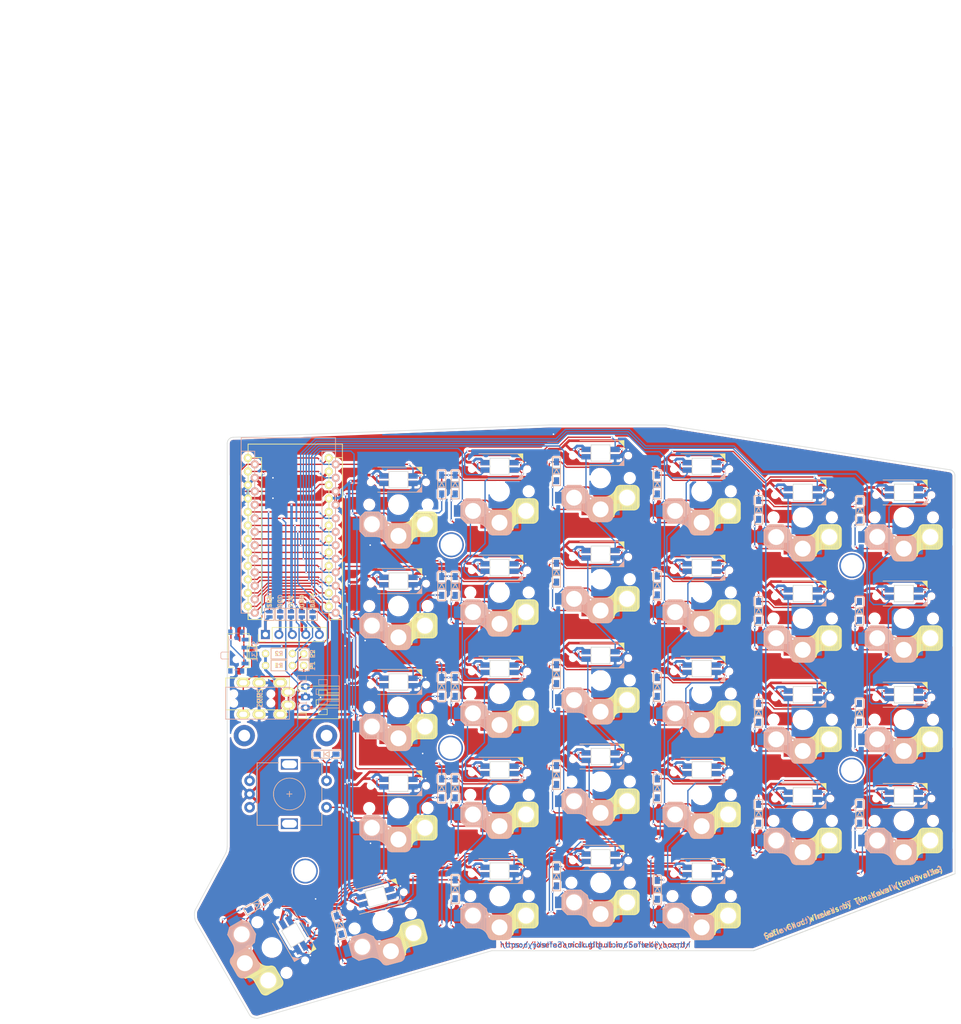
<source format=kicad_pcb>
(kicad_pcb (version 20221018) (generator pcbnew)
  (layers (0 "F.Cu" signal) (31 "B.Cu" signal) (34 "B.Paste" user) (35 "F.Paste" user) (36 "B.SilkS" user "B.Silkscreen") (37 "F.SilkS" user "F.Silkscreen") (38 "B.Mask" user) (39 "F.Mask" user) (44 "Edge.Cuts" user))
  (net 0 "")
  (net 1 "Net-(D1-A)")
  (net 2 "row4")
  (net 3 "Net-(D2-A)")
  (net 4 "Net-(D3-A)")
  (net 5 "row0")
  (net 6 "Net-(D4-A)")
  (net 7 "row1")
  (net 8 "Net-(D5-A)")
  (net 9 "row2")
  (net 10 "Net-(D6-A)")
  (net 11 "row3")
  (net 12 "Net-(D7-A)")
  (net 13 "Net-(D8-A)")
  (net 14 "Net-(D9-A)")
  (net 15 "Net-(D10-A)")
  (net 16 "Net-(D11-A)")
  (net 17 "Net-(D12-A)")
  (net 18 "Net-(D13-A)")
  (net 19 "Net-(D14-A)")
  (net 20 "Net-(D15-A)")
  (net 21 "Net-(D16-A)")
  (net 22 "Net-(D17-A)")
  (net 23 "Net-(D18-A)")
  (net 24 "Net-(D19-A)")
  (net 25 "Net-(D20-A)")
  (net 26 "Net-(D21-A)")
  (net 27 "Net-(D22-A)")
  (net 28 "Net-(D23-A)")
  (net 29 "Net-(D24-A)")
  (net 30 "Net-(D26-A)")
  (net 31 "Net-(D27-A)")
  (net 32 "Net-(D28-A)")
  (net 33 "VCC")
  (net 34 "GND")
  (net 35 "col0")
  (net 36 "col1")
  (net 37 "col2")
  (net 38 "col3")
  (net 39 "col4")
  (net 40 "SDA")
  (net 41 "LED")
  (net 42 "SCL")
  (net 43 "RESET")
  (net 44 "Net-(D29-A)")
  (net 45 "Net-(D30-A)")
  (net 46 "Net-(J1-Pin_2)")
  (net 47 "DATA")
  (net 48 "Net-(J3-Pin_1)")
  (net 49 "Net-(J3-Pin_2)")
  (net 50 "Net-(J3-Pin_3)")
  (net 51 "Net-(J3-Pin_4)")
  (net 52 "Net-(J3-Pin_5)")
  (net 53 "SW25B")
  (net 54 "SW25A")
  (net 55 "ENCB")
  (net 56 "ENCA")
  (net 57 "/i2c_c")
  (net 58 "/i2c_d")
  (net 59 "Net-(SW1B-DOUT)")
  (net 60 "Net-(SW2B-DOUT)")
  (net 61 "Net-(SW2B-DIN)")
  (net 62 "Net-(SW3B-DOUT)")
  (net 63 "Net-(SW4B-DOUT)")
  (net 64 "Net-(SW10B-DOUT)")
  (net 65 "Net-(SW11B-DIN)")
  (net 66 "unconnected-(SW6B-DOUT-Pad2)")
  (net 67 "Net-(SW12B-DOUT)")
  (net 68 "Net-(SW13B-DIN)")
  (net 69 "Net-(SW14B-DOUT)")
  (net 70 "Net-(SW15B-DIN)")
  (net 71 "Net-(SW10B-DIN)")
  (net 72 "Net-(SW11B-DOUT)")
  (net 73 "Net-(SW12B-DIN)")
  (net 74 "Net-(SW13B-DOUT)")
  (net 75 "Net-(SW14B-DIN)")
  (net 76 "Net-(SW15B-DOUT)")
  (net 77 "Net-(SW16B-DIN)")
  (net 78 "Net-(SW17B-DOUT)")
  (net 79 "Net-(SW18B-DIN)")
  (net 80 "Net-(SW19B-DOUT)")
  (net 81 "Net-(SW20B-DIN)")
  (net 82 "Net-(SW21B-DOUT)")
  (net 83 "Net-(SW22B-DIN)")
  (net 84 "Net-(SW23B-DOUT)")
  (net 85 "Net-(SW26B-DOUT)")
  (net 86 "Net-(SW27B-DOUT)")
  (net 87 "Net-(SW29B-DOUT)")
  (net 88 "Net-(SW31-A)")
  (net 89 "unconnected-(U1-D4(PD4)-Pad7)")
  (footprint "SofleKeyboard-footprint:RESISTOR_mini" (layer "F.Cu") (at 98.039272 80.311965)
    (fp_text reference "R1")
    (fp_text value "R" hide)
  )
  (footprint "SofleKeyboard-footprint:RESISTOR_mini" (layer "F.Cu") (at 98.039272 78.061965)
    (fp_text reference "R2")
    (fp_text value "R" hide)
  )
  (footprint "SofleKeyboard-footprint:MJ-4PP-9" (layer "F.Cu") (at 88 85.65 90)
    (fp_text reference "J2")
    (fp_text value "4PIN" hide)
  )
  (footprint "SofleKeyboard-footprint:1pin_conn" (layer "F.Cu") (at 102.7 80.3 -90)
    (fp_text reference "P1")
    (fp_text value "i2c_pin" hide)
  )
  (footprint "SofleKeyboard-footprint:1pin_conn" (layer "F.Cu") (at 102.7 78.1 -90)
    (fp_text reference "P2")
    (fp_text value "i2c_pin" hide)
  )
  (footprint "SofleKeyboard-footprint:HOLE_M2_TH" (layer "F.Cu") (at 103 119 90)
    (fp_text reference "TH7" hide)
    (fp_text value "HOLE" hide)
  )
  (footprint "SofleKeyboard-footprint:ProMicro" (layer "F.Cu") (at 101 56)
    (fp_text reference "U1" hide)
    (fp_text value "ProMicro" hide)
  )
  (footprint "SofleKeyboard-footprint:Jumper" (layer "F.Cu") (at 102.33312 70.66226 90)
    (fp_text reference "JP2" hide)
    (fp_text value "GND")
  )
  (footprint "SofleKeyboard-footprint:Jumper" (layer "F.Cu") (at 100.30112 70.66226 90)
    (fp_text reference "JP3" hide)
    (fp_text value "VCC")
  )
  (footprint "SofleKeyboard-footprint:Jumper" (layer "F.Cu") (at 98.26912 70.66226 90)
    (fp_text reference "JP4" hide)
    (fp_text value "SCL")
  )
  (footprint "Button_Switch_SMD:SW_Tactile_SPST_NO_Straight_CK_PTS636Sx25SMTRLFS" (layer "F.Cu") (at 90.39512 77.5 -90)
    (fp_text reference "RSW1" hide)
    (fp_text value "SW_RST")
  )
  (footprint "SofleKeyboard-footprint:jumper_data" (layer "F.Cu") (at 92.93512 77.81798 -90)
    (fp_text reference "W1" hide)
    (fp_text value "jumper" hide)
  )
  (footprint "Diode_SMD:crkbd-diode" (layer "F.Cu") (at 128.705 46.227 -90)
    (fp_text reference "D1" hide)
    (fp_text value "D" hide)
  )
  (footprint "Diode_SMD:crkbd-diode" (layer "F.Cu") (at 131.245 46.23 -90)
    (fp_text reference "D2" hide)
    (fp_text value "D" hide)
  )
  (footprint "Diode_SMD:crkbd-diode" (layer "F.Cu") (at 150.345 43.73 -90)
    (fp_text reference "D3" hide)
    (fp_text value "D" hide)
  )
  (footprint "Diode_SMD:crkbd-diode" (layer "F.Cu") (at 169.345 46.23 -90)
    (fp_text reference "D4" hide)
    (fp_text value "D" hide)
  )
  (footprint "Diode_SMD:crkbd-diode" (layer "F.Cu") (at 188.445 51 -90)
    (fp_text reference "D5" hide)
    (fp_text value "D" hide)
  )
  (footprint "Diode_SMD:crkbd-diode" (layer "F.Cu") (at 207.545 51.13 -90)
    (fp_text reference "D6" hide)
    (fp_text value "D" hide)
  )
  (footprint "Diode_SMD:crkbd-diode" (layer "F.Cu") (at 128.705 84.33 -90)
    (fp_text reference "D13" hide)
    (fp_text value "D" hide)
  )
  (footprint "Diode_SMD:crkbd-diode" (layer "F.Cu") (at 128.705 103.43 -90)
    (fp_text reference "D19" hide)
    (fp_text value "D" hide)
  )
  (footprint "Diode_SMD:crkbd-diode" (layer "F.Cu") (at 107 97)
    (fp_text reference "D25" hide)
    (fp_text value "D" hide)
  )
  (footprint "Diode_SMD:crkbd-diode" (layer "F.Cu") (at 94.007 125.351 -150)
    (fp_text reference "D26" hide)
    (fp_text value "D" hide)
  )
  (footprint "SofleChoc:Choc_Hotswap_SK6812MiniE" (layer "F.Cu") (at 120.55 50 180)
    (fp_text reference "SW1" hide)
    (fp_text value "SW_PUSH_LED" hide)
    (fp_line (start -1.8 3.149) (end -1.8 6.249) (stroke (width 0.12)) (layer "Edge.Cuts"))
    (fp_line (start -1.8 6.249) (end 1.8 6.249) (stroke (width 0.12)) (layer "Edge.Cuts"))
    (fp_line (start 1.8 3.149) (end -1.8 3.149) (stroke (width 0.12)) (layer "Edge.Cuts"))
    (fp_line (start 1.8 6.249) (end 1.8 3.149) (stroke (width 0.12)) (layer "Edge.Cuts"))
  )
  (footprint "SofleChoc:Choc_Hotswap_SK6812MiniE" (layer "F.Cu") (at 158.65 45 180)
    (fp_text reference "SW3" hide)
    (fp_text value "SW_PUSH_LED" hide)
    (fp_line (start -1.8 3.149) (end -1.8 6.249) (stroke (width 0.12)) (layer "Edge.Cuts"))
    (fp_line (start -1.8 6.249) (end 1.8 6.249) (stroke (width 0.12)) (layer "Edge.Cuts"))
    (fp_line (start 1.8 3.149) (end -1.8 3.149) (stroke (width 0.12)) (layer "Edge.Cuts"))
    (fp_line (start 1.8 6.249) (end 1.8 3.149) (stroke (width 0.12)) (layer "Edge.Cuts"))
  )
  (footprint "SofleChoc:Choc_Hotswap_SK6812MiniE" (layer "F.Cu") (at 120.55 88.1 180)
    (fp_text reference "SW13" hide)
    (fp_text value "SW_PUSH_LED" hide)
    (fp_line (start -1.8 3.149) (end -1.8 6.249) (stroke (width 0.12)) (layer "Edge.Cuts"))
    (fp_line (start -1.8 6.249) (end 1.8 6.249) (stroke (width 0.12)) (layer "Edge.Cuts"))
    (fp_line (start 1.8 3.149) (end -1.8 3.149) (stroke (width 0.12)) (layer "Edge.Cuts"))
    (fp_line (start 1.8 6.249) (end 1.8 3.149) (stroke (width 0.12)) (layer "Edge.Cuts"))
  )
  (footprint "SofleChoc:Choc_Hotswap_SK6812MiniE" (layer "F.Cu") (at 139.6 85.6 180)
    (fp_text reference "SW14" hide)
    (fp_text value "SW_PUSH_LED" hide)
    (fp_line (start -1.8 3.149) (end -1.8 6.249) (stroke (width 0.12)) (layer "Edge.Cuts"))
    (fp_line (start -1.8 6.249) (end 1.8 6.249) (stroke (width 0.12)) (layer "Edge.Cuts"))
    (fp_line (start 1.8 3.149) (end -1.8 3.149) (stroke (width 0.12)) (layer "Edge.Cuts"))
    (fp_line (start 1.8 6.249) (end 1.8 3.149) (stroke (width 0.12)) (layer "Edge.Cuts"))
  )
  (footprint "SofleChoc:Choc_Hotswap_SK6812MiniE" (layer "F.Cu") (at 120.55 107.15 180)
    (fp_text reference "SW19" hide)
    (fp_text value "SW_PUSH_LED" hide)
    (fp_line (start -1.8 3.149) (end -1.8 6.249) (stroke (width 0.12)) (layer "Edge.Cuts"))
    (fp_line (start -1.8 6.249) (end 1.8 6.249) (stroke (width 0.12)) (layer "Edge.Cuts"))
    (fp_line (start 1.8 3.149) (end -1.8 3.149) (stroke (width 0.12)) (layer "Edge.Cuts"))
    (fp_line (start 1.8 6.249) (end 1.8 3.149) (stroke (width 0.12)) (layer "Edge.Cuts"))
  )
  (footprint "SofleChoc:Choc_Hotswap_SK6812MiniE" (layer "F.Cu") (at 158.65 102.15 180)
    (fp_text reference "SW21" hide)
    (fp_text value "SW_PUSH_LED" hide)
    (fp_line (start -1.8 3.149) (end -1.8 6.249) (stroke (width 0.12)) (layer "Edge.Cuts"))
    (fp_line (start -1.8 6.249) (end 1.8 6.249) (stroke (width 0.12)) (layer "Edge.Cuts"))
    (fp_line (start 1.8 3.149) (end -1.8 3.149) (stroke (width 0.12)) (layer "Edge.Cuts"))
    (fp_line (start 1.8 6.249) (end 1.8 3.149) (stroke (width 0.12)) (layer "Edge.Cuts"))
  )
  (footprint "SofleChoc:Choc_Hotswap_SK6812MiniE" (layer "F.Cu") (at 196.75 109.55 180)
    (fp_text reference "SW23" hide)
    (fp_text value "SW_PUSH_LED" hide)
    (fp_line (start -1.8 3.149) (end -1.8 6.249) (stroke (width 0.12)) (layer "Edge.Cuts"))
    (fp_line (start -1.8 6.249) (end 1.8 6.249) (stroke (width 0.12)) (layer "Edge.Cuts"))
    (fp_line (start 1.8 3.149) (end -1.8 3.149) (stroke (width 0.12)) (layer "Edge.Cuts"))
    (fp_line (start 1.8 6.249) (end 1.8 3.149) (stroke (width 0.12)) (layer "Edge.Cuts"))
  )
  (footprint "SofleChoc:Choc_Hotswap_SK6812MiniE" (layer "F.Cu") (at 96.71 133.4 120)
    (fp_text reference "SW26" hide)
    (fp_text value "SW_PUSH_LED" hide)
    (fp_line (start -1.8 3.149) (end -1.8 6.249) (stroke (width 0.12)) (layer "Edge.Cuts"))
    (fp_line (start -1.8 6.249) (end 1.8 6.249) (stroke (width 0.12)) (layer "Edge.Cuts"))
    (fp_line (start 1.8 3.149) (end -1.8 3.149) (stroke (width 0.12)) (layer "Edge.Cuts"))
    (fp_line (start 1.8 6.249) (end 1.8 3.149) (stroke (width 0.12)) (layer "Edge.Cuts"))
  )
  (footprint "SofleKeyboard-footprint:M2_HOLE_PCB" (layer "F.Cu") (at 91.5 93.5)
    (fp_text reference "TH1" hide)
    (fp_text value "HOLE")
  )
  (footprint "SofleKeyboard-footprint:Jumper" (layer "F.Cu") (at 96.23712 70.65464 90)
    (fp_text reference "JP5" hide)
    (fp_text value "SDA")
  )
  (footprint "SofleKeyboard-footprint:M2_HOLE_PCB" (layer "F.Cu") (at 107 93.5)
    (fp_text reference "TH2" hide)
    (fp_text value "HOLE")
  )
  (footprint "SofleKeyboard-footprint:RotaryEncoder_Alps_EC11E-Switch_Vertical_H20mm-keebio_modified" (layer "F.Cu") (at 100 104.5)
    (fp_text reference "SW25" hide)
    (fp_text value "Rotary_Encoder_Switch")
  )
  (footprint "SofleChoc:Choc_Hotswap_SK6812MiniE" (layer "F.Cu") (at 117.6 128.4 -165)
    (fp_text reference "SW27" hide)
    (fp_text value "SW_PUSH_LED" hide)
    (fp_line (start -1.8 3.149) (end -1.8 6.249) (stroke (width 0.12)) (layer "Edge.Cuts"))
    (fp_line (start -1.8 6.249) (end 1.8 6.249) (stroke (width 0.12)) (layer "Edge.Cuts"))
    (fp_line (start 1.8 3.149) (end -1.8 3.149) (stroke (width 0.12)) (layer "Edge.Cuts"))
    (fp_line (start 1.8 6.249) (end 1.8 3.149) (stroke (width 0.12)) (layer "Edge.Cuts"))
  )
  (footprint "SofleChoc:Choc_Hotswap_SK6812MiniE" (layer "F.Cu") (at 215.8 71.45 180)
    (fp_text reference "SW12" hide)
    (fp_text value "SW_PUSH_LED" hide)
    (fp_line (start -1.8 3.149) (end -1.8 6.249) (stroke (width 0.12)) (layer "Edge.Cuts"))
    (fp_line (start -1.8 6.249) (end 1.8 6.249) (stroke (width 0.12)) (layer "Edge.Cuts"))
    (fp_line (start 1.8 3.149) (end -1.8 3.149) (stroke (width 0.12)) (layer "Edge.Cuts"))
    (fp_line (start 1.8 6.249) (end 1.8 3.149) (stroke (width 0.12)) (layer "Edge.Cuts"))
  )
  (footprint "SofleChoc:Choc_Hotswap_SK6812MiniE" (layer "F.Cu") (at 215.8 90.5 180)
    (fp_text reference "SW18" hide)
    (fp_text value "SW_PUSH_LED" hide)
    (fp_line (start -1.8 3.149) (end -1.8 6.249) (stroke (width 0.12)) (layer "Edge.Cuts"))
    (fp_line (start -1.8 6.249) (end 1.8 6.249) (stroke (width 0.12)) (layer "Edge.Cuts"))
    (fp_line (start 1.8 3.149) (end -1.8 3.149) (stroke (width 0.12)) (layer "Edge.Cuts"))
    (fp_line (start 1.8 6.249) (end 1.8 3.149) (stroke (width 0.12)) (layer "Edge.Cuts"))
  )
  (footprint "SofleChoc:Choc_Hotswap_SK6812MiniE" (layer "F.Cu") (at 215.8 109.55 180)
    (fp_text reference "SW24" hide)
    (fp_text value "SW_PUSH_LED" hide)
    (fp_line (start -1.8 3.149) (end -1.8 6.249) (stroke (width 0.12)) (layer "Edge.Cuts"))
    (fp_line (start -1.8 6.249) (end 1.8 6.249) (stroke (width 0.12)) (layer "Edge.Cuts"))
    (fp_line (start 1.8 3.149) (end -1.8 3.149) (stroke (width 0.12)) (layer "Edge.Cuts"))
    (fp_line (start 1.8 6.249) (end 1.8 3.149) (stroke (width 0.12)) (layer "Edge.Cuts"))
  )
  (footprint "SofleChoc:Choc_Hotswap_SK6812MiniE" (layer "F.Cu") (at 177.7 47.5 180)
    (fp_text reference "SW4" hide)
    (fp_text value "SW_PUSH_LED" hide)
    (fp_line (start -1.8 3.149) (end -1.8 6.249) (stroke (width 0.12)) (layer "Edge.Cuts"))
    (fp_line (start -1.8 6.249) (end 1.8 6.249) (stroke (width 0.12)) (layer "Edge.Cuts"))
    (fp_line (start 1.8 3.149) (end -1.8 3.149) (stroke (width 0.12)) (layer "Edge.Cuts"))
    (fp_line (start 1.8 6.249) (end 1.8 3.149) (stroke (width 0.12)) (layer "Edge.Cuts"))
  )
  (footprint "SofleKeyboard-footprint:HOLE_M2_TH" (layer "F.Cu") (at 206.225 61.775)
    (fp_text reference "TH4" hide)
    (fp_text value "HOLE" hide)
  )
  (footprint "Diode_SMD:crkbd-diode" (layer "F.Cu") (at 128.705 65.33 -90)
    (fp_text reference "D7" hide)
    (fp_text value "D" hide)
  )
  (footprint "Diode_SMD:crkbd-diode" (layer "F.Cu") (at 131.245 65.33 -90)
    (fp_text reference "D8" hide)
    (fp_text value "D" hide)
  )
  (footprint "Diode_SMD:crkbd-diode" (layer "F.Cu") (at 150.345 62.82 -90)
    (fp_text reference "D9" hide)
    (fp_text value "D" hide)
  )
  (footprint "Diode_SMD:crkbd-diode" (layer "F.Cu") (at 169.345 65.23 -90)
    (fp_text reference "D10" hide)
    (fp_text value "D" hide)
  )
  (footprint "Diode_SMD:crkbd-diode" (layer "F.Cu") (at 188.445 70.03 -90)
    (fp_text reference "D11" hide)
    (fp_text value "D" hide)
  )
  (footprint "Diode_SMD:crkbd-diode" (layer "F.Cu") (at 207.445 70.03 -90)
    (fp_text reference "D12" hide)
    (fp_text value "D" hide)
  )
  (footprint "SofleChoc:Choc_Hotswap_SK6812MiniE" (layer "F.Cu") (at 196.75 52.4 180)
    (fp_text reference "SW5" hide)
    (fp_text value "SW_PUSH_LED" hide)
    (fp_line (start -1.8 3.149) (end -1.8 6.249) (stroke (width 0.12)) (layer "Edge.Cuts"))
    (fp_line (start -1.8 6.249) (end 1.8 6.249) (stroke (width 0.12)) (layer "Edge.Cuts"))
    (fp_line (start 1.8 3.149) (end -1.8 3.149) (stroke (width 0.12)) (layer "Edge.Cuts"))
    (fp_line (start 1.8 6.249) (end 1.8 3.149) (stroke (width 0.12)) (layer "Edge.Cuts"))
  )
  (footprint "SofleChoc:Choc_Hotswap_SK6812MiniE" (layer "F.Cu") (at 139.6 66.55 180)
    (fp_text reference "SW8" hide)
    (fp_text value "SW_PUSH_LED" hide)
    (fp_line (start -1.8 3.149) (end -1.8 6.249) (stroke (width 0.12)) (layer "Edge.Cuts"))
    (fp_line (start -1.8 6.249) (end 1.8 6.249) (stroke (width 0.12)) (layer "Edge.Cuts"))
    (fp_line (start 1.8 3.149) (end -1.8 3.149) (stroke (width 0.12)) (layer "Edge.Cuts"))
    (fp_line (start 1.8 6.249) (end 1.8 3.149) (stroke (width 0.12)) (layer "Edge.Cuts"))
  )
  (footprint "SofleChoc:Choc_Hotswap_SK6812MiniE" (layer "F.Cu") (at 177.7 66.55 180)
    (fp_text reference "SW10" hide)
    (fp_text value "SW_PUSH_LED" hide)
    (fp_line (start -1.8 3.149) (end -1.8 6.249) (stroke (width 0.12)) (layer "Edge.Cuts"))
    (fp_line (start -1.8 6.249) (end 1.8 6.249) (stroke (width 0.12)) (layer "Edge.Cuts"))
    (fp_line (start 1.8 3.149) (end -1.8 3.149) (stroke (width 0.12)) (layer "Edge.Cuts"))
    (fp_line (start 1.8 6.249) (end 1.8 3.149) (stroke (width 0.12)) (layer "Edge.Cuts"))
  )
  (footprint "SofleChoc:Choc_Hotswap_SK6812MiniE" (layer "F.Cu") (at 158.65 64.05 180)
    (fp_text reference "SW9" hide)
    (fp_text value "SW_PUSH_LED" hide)
    (fp_line (start -1.8 3.149) (end -1.8 6.249) (stroke (width 0.12)) (layer "Edge.Cuts"))
    (fp_line (start -1.8 6.249) (end 1.8 6.249) (stroke (width 0.12)) (layer "Edge.Cuts"))
    (fp_line (start 1.8 3.149) (end -1.8 3.149) (stroke (width 0.12)) (layer "Edge.Cuts"))
    (fp_line (start 1.8 6.249) (end 1.8 3.149) (stroke (width 0.12)) (layer "Edge.Cuts"))
  )
  (footprint "SofleChoc:Choc_Hotswap_SK6812MiniE" (layer "F.Cu") (at 177.7 85.6 180)
    (fp_text reference "SW16" hide)
    (fp_text value "SW_PUSH_LED" hide)
    (fp_line (start -1.8 3.149) (end -1.8 6.249) (stroke (width 0.12)) (layer "Edge.Cuts"))
    (fp_line (start -1.8 6.249) (end 1.8 6.249) (stroke (width 0.12)) (layer "Edge.Cuts"))
    (fp_line (start 1.8 3.149) (end -1.8 3.149) (stroke (width 0.12)) (layer "Edge.Cuts"))
    (fp_line (start 1.8 6.249) (end 1.8 3.149) (stroke (width 0.12)) (layer "Edge.Cuts"))
  )
  (footprint "SofleChoc:Choc_Hotswap_SK6812MiniE" (layer "F.Cu") (at 215.8 52.4 180)
    (fp_text reference "SW6" hide)
    (fp_text value "SW_PUSH_LED" hide)
    (fp_line (start -1.8 3.149) (end -1.8 6.249) (stroke (width 0.12)) (layer "Edge.Cuts"))
    (fp_line (start -1.8 6.249) (end 1.8 6.249) (stroke (width 0.12)) (layer "Edge.Cuts"))
    (fp_line (start 1.8 3.149) (end -1.8 3.149) (stroke (width 0.12)) (layer "Edge.Cuts"))
    (fp_line (start 1.8 6.249) (end 1.8 3.149) (stroke (width 0.12)) (layer "Edge.Cuts"))
  )
  (footprint "SofleChoc:Choc_Hotswap_SK6812MiniE" (layer "F.Cu") (at 120.55 69.1 180)
    (fp_text reference "SW7" hide)
    (fp_text value "SW_PUSH_LED" hide)
    (fp_line (start -1.8 3.149) (end -1.8 6.249) (stroke (width 0.12)) (layer "Edge.Cuts"))
    (fp_line (start -1.8 6.249) (end 1.8 6.249) (stroke (width 0.12)) (layer "Edge.Cuts"))
    (fp_line (start 1.8 3.149) (end -1.8 3.149) (stroke (width 0.12)) (layer "Edge.Cuts"))
    (fp_line (start 1.8 6.249) (end 1.8 3.149) (stroke (width 0.12)) (layer "Edge.Cuts"))
  )
  (footprint "SofleChoc:Choc_Hotswap_SK6812MiniE" (layer "F.Cu") (at 177.7 123.7 180)
    (fp_text reference "SW30" hide)
    (fp_text value "SW_PUSH_LED" hide)
    (fp_line (start -1.8 3.149) (end -1.8 6.249) (stroke (width 0.12)) (layer "Edge.Cuts"))
    (fp_line (start -1.8 6.249) (end 1.8 6.249) (stroke (width 0.12)) (layer "Edge.Cuts"))
    (fp_line (start 1.8 3.149) (end -1.8 3.149) (stroke (width 0.12)) (layer "Edge.Cuts"))
    (fp_line (start 1.8 6.249) (end 1.8 3.149) (stroke (width 0.12)) (layer "Edge.Cuts"))
  )
  (footprint "SofleChoc:Choc_Hotswap_SK6812MiniE" (layer "F.Cu") (at 196.75 71.45 180)
    (fp_text reference "SW11" hide)
    (fp_text value "SW_PUSH_LED" hide)
    (fp_line (start -1.8 3.149) (end -1.8 6.249) (stroke (width 0.12)) (layer "Edge.Cuts"))
    (fp_line (start -1.8 6.249) (end 1.8 6.249) (stroke (width 0.12)) (layer "Edge.Cuts"))
    (fp_line (start 1.8 3.149) (end -1.8 3.149) (stroke (width 0.12)) (layer "Edge.Cuts"))
    (fp_line (start 1.8 6.249) (end 1.8 3.149) (stroke (width 0.12)) (layer "Edge.Cuts"))
  )
  (footprint "SofleChoc:Choc_Hotswap_SK6812MiniE" (layer "F.Cu") (at 177.7 104.65 180)
    (fp_text reference "SW22" hide)
    (fp_text value "SW_PUSH_LED" hide)
    (fp_line (start -1.8 3.149) (end -1.8 6.249) (stroke (width 0.12)) (layer "Edge.Cuts"))
    (fp_line (start -1.8 6.249) (end 1.8 6.249) (stroke (width 0.12)) (layer "Edge.Cuts"))
    (fp_line (start 1.8 3.149) (end -1.8 3.149) (stroke (width 0.12)) (layer "Edge.Cuts"))
    (fp_line (start 1.8 6.249) (end 1.8 3.149) (stroke (width 0.12)) (layer "Edge.Cuts"))
  )
  (footprint "SofleChoc:Choc_Hotswap_SK6812MiniE" (layer "F.Cu") (at 196.75 90.5 180)
    (fp_text reference "SW17" hide)
    (fp_text value "SW_PUSH_LED" hide)
    (fp_line (start -1.8 3.149) (end -1.8 6.249) (stroke (width 0.12)) (layer "Edge.Cuts"))
    (fp_line (start -1.8 6.249) (end 1.8 6.249) (stroke (width 0.12)) (layer "Edge.Cuts"))
    (fp_line (start 1.8 3.149) (end -1.8 3.149) (stroke (width 0.12)) (layer "Edge.Cuts"))
    (fp_line (start 1.8 6.249) (end 1.8 3.149) (stroke (width 0.12)) (layer "Edge.Cuts"))
  )
  (footprint "SofleChoc:Choc_Hotswap_SK6812MiniE" (layer "F.Cu") (at 158.65 121.2 180)
    (fp_text reference "SW29" hide)
    (fp_text value "SW_PUSH_LED" hide)
    (fp_line (start -1.8 3.149) (end -1.8 6.249) (stroke (width 0.12)) (layer "Edge.Cuts"))
    (fp_line (start -1.8 6.249) (end 1.8 6.249) (stroke (width 0.12)) (layer "Edge.Cuts"))
    (fp_line (start 1.8 3.149) (end -1.8 3.149) (stroke (width 0.12)) (layer "Edge.Cuts"))
    (fp_line (start 1.8 6.249) (end 1.8 3.149) (stroke (width 0.12)) (layer "Edge.Cuts"))
  )
  (footprint "SofleChoc:Choc_Hotswap_SK6812MiniE" (layer "F.Cu") (at 158.65 83.1 180)
    (fp_text reference "SW15" hide)
    (fp_text value "SW_PUSH_LED" hide)
    (fp_line (start -1.8 3.149) (end -1.8 6.249) (stroke (width 0.12)) (layer "Edge.Cuts"))
    (fp_line (start -1.8 6.249) (end 1.8 6.249) (stroke (width 0.12)) (layer "Edge.Cuts"))
    (fp_line (start 1.8 3.149) (end -1.8 3.149) (stroke (width 0.12)) (layer "Edge.Cuts"))
    (fp_line (start 1.8 6.249) (end 1.8 3.149) (stroke (width 0.12)) (layer "Edge.Cuts"))
  )
  (footprint "SofleChoc:Choc_Hotswap_SK6812MiniE" (layer "F.Cu") (at 139.6 47.5 180)
    (fp_text reference "SW2" hide)
    (fp_text value "SW_PUSH_LED" hide)
    (fp_line (start -1.8 3.149) (end -1.8 6.249) (stroke (width 0.12)) (layer "Edge.Cuts"))
    (fp_line (start -1.8 6.249) (end 1.8 6.249) (stroke (width 0.12)) (layer "Edge.Cuts"))
    (fp_line (start 1.8 3.149) (end -1.8 3.149) (stroke (width 0.12)) (layer "Edge.Cuts"))
    (fp_line (start 1.8 6.249) (end 1.8 3.149) (stroke (width 0.12)) (layer "Edge.Cuts"))
  )
  (footprint "Diode_SMD:crkbd-diode" (layer "F.Cu") (at 109.374 129.161 -75)
    (fp_text reference "D27" hide)
    (fp_text value "D" hide)
  )
  (footprint "SofleChoc:Choc_Hotswap_SK6812MiniE" (layer "F.Cu") (at 139.6 104.65 180)
    (fp_text reference "SW20" hide)
    (fp_text value "SW_PUSH_LED" hide)
    (fp_line (start -1.8 3.149) (end -1.8 6.249) (stroke (width 0.12)) (layer "Edge.Cuts"))
    (fp_line (start -1.8 6.249) (end 1.8 6.249) (stroke (width 0.12)) (layer "Edge.Cuts"))
    (fp_line (start 1.8 3.149) (end -1.8 3.149) (stroke (width 0.12)) (layer "Edge.Cuts"))
    (fp_line (start 1.8 6.249) (end 1.8 3.149) (stroke (width 0.12)) (layer "Edge.Cuts"))
  )
  (footprint "SofleKeyboard-footprint:HOLE_M2_TH" (layer "F.Cu") (at 206.175 100.025)
    (fp_text reference "TH6" hide)
    (fp_text value "HOLE" hide)
  )
  (footprint "Diode_SMD:crkbd-diode" (layer "F.Cu") (at 150.345 81.92 -90)
    (fp_text reference "D15" hide)
    (fp_text value "D" hide)
  )
  (footprint "Diode_SMD:crkbd-diode" (layer "F.Cu") (at 169.345 84.33 -90)
    (fp_text reference "D16" hide)
    (fp_text value "D" hide)
  )
  (footprint "Diode_SMD:crkbd-diode" (layer "F.Cu") (at 188.445 89.23 -90)
    (fp_text reference "D17" hide)
    (fp_text value "D" hide)
  )
  (footprint "Diode_SMD:crkbd-diode" (layer "F.Cu") (at 207.445 89.23 -90)
    (fp_text reference "D18" hide)
    (fp_text value "D" hide)
  )
  (footprint "Diode_SMD:crkbd-diode" (layer "F.Cu") (at 131.245 122.43 -90)
    (fp_text reference "D28" hide)
    (fp_text value "D" hide)
  )
  (footprint "Diode_SMD:crkbd-diode" (layer "F.Cu") (at 150.345 120.02 -90)
    (fp_text reference "D29" hide)
    (fp_text value "D" hide)
  )
  (footprint "Diode_SMD:crkbd-diode" (layer "F.Cu") (at 207.495 108.23 -90)
    (fp_text reference "D24" hide)
    (fp_text value "D" hide)
  )
  (footprint "Diode_SMD:crkbd-diode" (layer "F.Cu") (at 131.245 103.43 -90)
    (fp_text reference "D20" hide)
    (fp_text value "D" hide)
  )
  (footprint "Diode_SMD:crkbd-diode" (layer "F.Cu") (at 150.345 100.92 -90)
    (fp_text reference "D21" hide)
    (fp_text value "D" hide)
  )
  (footprint "Diode_SMD:crkbd-diode" (layer "F.Cu") (at 169.345 103.43 -90)
    (fp_text reference "D22" hide)
    (fp_text value "D" hide)
  )
  (footprint "Diode_SMD:crkbd-diode" (layer "F.Cu") (at 188.445 108.23 -90)
    (fp_text reference "D23" hide)
    (fp_text value "D" hide)
  )
  (footprint "Diode_SMD:crkbd-diode" (layer "F.Cu") (at 131.245 84.33 -90)
    (fp_text reference "D14" hide)
    (fp_text value "D" hide)
  )
  (footprint "Diode_SMD:crkbd-diode" (layer "F.Cu") (at 169.345 122.53 -90)
    (fp_text reference "D30" hide)
    (fp_text value "D" hide)
  )
  (footprint "SofleChoc:Choc_Hotswap_SK6812MiniE" (layer "F.Cu") (at 139.6 123.7 180)
    (fp_text reference "SW28" hide)
    (fp_text value "SW_PUSH_LED" hide)
    (fp_line (start -1.8 3.149) (end -1.8 6.249) (stroke (width 0.12)) (layer "Edge.Cuts"))
    (fp_line (start -1.8 6.249) (end 1.8 6.249) (stroke (width 0.12)) (layer "Edge.Cuts"))
    (fp_line (start 1.8 3.149) (end -1.8 3.149) (stroke (width 0.12)) (layer "Edge.Cuts"))
    (fp_line (start 1.8 6.249) (end 1.8 3.149) (stroke (width 0.12)) (layer "Edge.Cuts"))
  )
  (footprint "SofleKeyboard-footprint:HOLE_M2_TH" (layer "F.Cu") (at 130.50212 57.64864)
    (fp_text reference "TH3" hide)
    (fp_text value "HOLE" hide)
  )
  (footprint "SofleKeyboard-footprint:HOLE_M2_TH" (layer "F.Cu") (at 130.40012 95.92764)
    (fp_text reference "TH5" hide)
    (fp_text value "HOLE" hide)
  )
  (footprint "SofleChoc:Jumper" (layer "F.Cu") (at 104.36512 70.65464 90)
    (fp_text reference "JP1" hide)
    (fp_text value "DATA")
  )
  (footprint "Connector_PinHeader_2.54mm:PinHeader_1x05_P2.54mm_Vertical" (layer "F.Cu") (at 95.47512 74.46464 90)
    (fp_text reference "J3" hide)
    (fp_text value "OLED_NiceVIew")
  )
  (footprint "SofleKeyboard-footprint:Jumper" (layer "B.Cu") (at 102.33312 70.66226 90)
    (fp_text reference "JP7" hide)
    (fp_text value "SCL")
  )
  (footprint "SofleKeyboard-footprint:Jumper" (layer "B.Cu") (at 100.30112 70.66226 90)
    (fp_text reference "JP8" hide)
    (fp_text value "VCC")
  )
  (footprint "SofleKeyboard-footprint:Jumper" (layer "B.Cu") (at 98.26912 70.64702 90)
    (fp_text reference "JP9" hide)
    (fp_text value "GND")
  )
  (footprint "SofleKeyboard-footprint:Jumper" (layer "B.Cu") (at 104.36512 70.66226 90)
    (fp_text reference "JP6" hide)
    (fp_text value "SDA")
  )
  (footprint "SofleChoc:Jumper" (layer "B.Cu") (at 96.23712 70.65464 90)
    (fp_text reference "JP10" hide)
    (fp_text value "DATA")
  )
  (footprint "SofleChoc:JST_PH_S2B-PH-K_1x02_P2.00mm_DoubleSided" (layer "B.Cu") (at 102.93032 86.25104 -90)
    (fp_text reference "J1")
    (fp_text value "Conn_01x02")
  )
  (footprint "Button_Switch_SMD:SW_SPDT_PCM12" (layer "B.Cu") (at 90.30112 77.67264 90)
    (fp_text reference "SW31")
    (fp_text value "SW_BATT1")
  )
  (gr_line (start 225.283881 43.997807) (end 225.370281 44.178672) (stroke (width 0.1)) (layer "Edge.Cuts"))
  (gr_line (start 92.55 146.2) (end 82.3 128.4) (stroke (width 0.1)) (layer "Edge.Cuts"))
  (gr_line (start 170.95 35) (end 224.475441 43.445146) (stroke (width 0.1)) (layer "Edge.Cuts"))
  (gr_line (start 88.297257 38.245261) (end 88.364377 38.029014) (stroke (width 0.1)) (layer "Edge.Cuts"))
  (gr_line (start 88.611259 37.662831) (end 88.781752 37.52216) (stroke (width 0.1)) (layer "Edge.Cuts"))
  (gr_line (start 225.424381 44.374571) (end 225.443181 44.581902) (stroke (width 0.1)) (layer "Edge.Cuts"))
  (gr_line (start 88.781752 37.52216) (end 88.977436 37.415945) (stroke (width 0.1)) (layer "Edge.Cuts"))
  (gr_line (start 225.370281 44.178672) (end 225.424381 44.374571) (stroke (width 0.1)) (layer "Edge.Cuts"))
  (gr_line (start 82.2 126.4) (end 88 115.65) (stroke (width 0.1)) (layer "Edge.Cuts"))
  (gr_line (start 88.364377 38.029014) (end 88.47059 37.833327) (stroke (width 0.1)) (layer "Edge.Cuts"))
  (gr_line (start 88.273857 38.477435) (end 88.297257 38.245261) (stroke (width 0.1)) (layer "Edge.Cuts"))
  (gr_line (start 224.677111 43.496776) (end 224.861871 43.581466) (stroke (width 0.1)) (layer "Edge.Cuts"))
  (gr_line (start 224.475441 43.445146) (end 224.677111 43.496776) (stroke (width 0.1)) (layer "Edge.Cuts"))
  (gr_line (start 88.47059 37.833327) (end 88.611259 37.662831) (stroke (width 0.1)) (layer "Edge.Cuts"))
  (gr_line (start 92.55 146.2) (end 92.9 146.5) (stroke (width 0.1)) (layer "Edge.Cuts"))
  (gr_line (start 138.154128 134) (end 187.5 134) (stroke (width 0.1)) (layer "Edge.Cuts"))
  (gr_line (start 149 35) (end 89.425853 37.325405) (stroke (width 0.1)) (layer "Edge.Cuts"))
  (gr_line (start 88.275257 114.4) (end 88.2 115.05) (stroke (width 0.1)) (layer "Edge.Cuts"))
  (gr_line (start 82.3 128.4) (end 82.15 127.9) (stroke (width 0.1)) (layer "Edge.Cuts"))
  (gr_line (start 82.1 126.9) (end 82.2 126.4) (stroke (width 0.1)) (layer "Edge.Cuts"))
  (gr_line (start 82.1 127.3) (end 82.1 126.9) (stroke (width 0.1)) (layer "Edge.Cuts"))
  (gr_line (start 88.2 115.05) (end 88 115.65) (stroke (width 0.1)) (layer "Edge.Cuts"))
  (gr_line (start 93.35 146.65) (end 93.9 146.75) (stroke (width 0.1)) (layer "Edge.Cuts"))
  (gr_line (start 82.15 127.9) (end 82.1 127.3) (stroke (width 0.1)) (layer "Edge.Cuts"))
  (gr_line (start 92.9 146.5) (end 93.35 146.65) (stroke (width 0.1)) (layer "Edge.Cuts"))
  (gr_line (start 225.470181 119.5) (end 187.5 134) (stroke (width 0.15)) (layer "Edge.Cuts"))
  (gr_line (start 88.275257 114.4) (end 88.273857 38.477435) (stroke (width 0.1)) (layer "Edge.Cuts"))
  (gr_line (start 225.168321 43.835582) (end 225.283881 43.997807) (stroke (width 0.1)) (layer "Edge.Cuts"))
  (gr_line (start 224.861871 43.581466) (end 225.026621 43.6956) (stroke (width 0.1)) (layer "Edge.Cuts"))
  (gr_line (start 149 35) (end 170.95 35) (stroke (width 0.1)) (layer "Edge.Cuts"))
  (gr_line (start 88.977436 37.415945) (end 89.19368 37.348815) (stroke (width 0.1)) (layer "Edge.Cuts"))
  (gr_line (start 89.19368 37.348815) (end 89.425853 37.325405) (stroke (width 0.1)) (layer "Edge.Cuts"))
  (gr_line (start 225.026621 43.6956) (end 225.168321 43.835582) (stroke (width 0.1)) (layer "Edge.Cuts"))
  (gr_line (start 138.154128 134) (end 93.9 146.75) (stroke (width 0.1)) (layer "Edge.Cuts"))
  (gr_line (start 225.443181 44.581902) (end 225.470181 119.5) (stroke (width 0.1)) (layer "Edge.Cuts"))
  (gr_text "https://josefadamcik.github.io/SofleKeyboard/" (at 157.64162 132.88464) (layer "F.Cu") (effects (font (size 1 1))))
  (gr_text "https://josefadamcik.github.io/SofleKeyboard/" (at 157.64162 132.88464) (layer "B.Cu") (effects (font (size 1 1)) (justify mirror)))
  (gr_text "Sofle Choc Wireless by Tim Koval (timkoval.io)" (at 206.248 124.968 21) (layer "B.SilkS") (effects (font (size 1 1) (thickness 0.2)) (justify mirror)))
  (gr_text "Sofle Choc Wireless by Tim Koval (timkoval.io)" (at 206.248 124.968 21) (layer "F.SilkS") (effects (font (size 1 1) (thickness 0.2))))
  (segment (start 117.7 55.9) (end 117.7 54.835) (width 0.25) (layer "F.Cu") (net 1))
  (segment (start 117.7 54.835) (end 118.674 53.861) (width 0.25) (layer "F.Cu") (net 1))
  (segment (start 128.705 48.002) (end 128.705 49.21036) (width 0.25) (layer "F.Cu") (net 1))
  (via (at 118.674 53.861) (size 0.4) (drill 0.3) (layers "F.Cu" "B.Cu") (net 1))
  (via (at 128.705 49.21036) (size 0.4) (drill 0.3) (layers "F.Cu" "B.Cu") (net 1))
  (segment (start 123.3 54.733) (end 123.3 55.85) (width 0.25) (layer "B.Cu") (net 1))
  (segment (start 128.705 51.08996) (end 128.705 49.21036) (width 0.25) (layer "B.Cu") (net 1))
  (segment (start 124.641 51.564) (end 123.3 52.905) (width 0.25) (layer "B.Cu") (net 1))
  (segment (start 123.3 52.905) (end 123.3 54.733) (width 0.25) (layer "B.Cu") (net 1))
  (segment (start 123.3 55.85) (end 123.35 55.9) (width 0.25) (layer "B.Cu") (net 1))
  (segment (start 128.705 49.21036) (end 128.705 48.002) (width 0.25) (layer "B.Cu") (net 1))
  (segment (start 124.641 51.564) (end 128.23096 51.564) (width 0.25) (layer "B.Cu") (net 1))
  (segment (start 119.126 53.861) (end 118.674 53.861) (width 0.25) (layer "B.Cu") (net 1))
  (segment (start 128.23096 51.564) (end 128.705 51.08996) (width 0.25) (layer "B.Cu") (net 1))
  (segment (start 122.428 53.861) (end 119.126 53.861) (width 0.25) (layer "B.Cu") (net 1))
  (segment (start 123.3 54.733) (end 122.428 53.861) (width 0.25) (layer "B.Cu") (net 1))
  (segment (start 105.300001 67.100001) (end 105.300001 67.100001) (width 0.25) (layer "F.Cu") (net 2))
  (segment (start 170.485 120.655) (end 169.345 120.655) (width 0.25) (layer "F.Cu") (net 2))
  (segment (start 168.907 119.507) (end 169.345 119.945) (width 0.25) (layer "F.Cu") (net 2))
  (segment (start 165.354 119.507) (end 168.907 119.507) (width 0.25) (layer "F.Cu") (net 2))
  (segment (start 169.345 119.945) (end 169.345 120.655) (width 0.25) (layer "F.Cu") (net 2))
  (segment (start 152.195813 119.174999) (end 165.021999 119.174999) (width 0.25) (layer "F.Cu") (net 2))
  (segment (start 165.021999 119.174999) (end 165.354 119.507) (width 0.25) (layer "F.Cu") (net 2))
  (segment (start 150.345 118.155) (end 151.175814 118.155) (width 0.25) (layer "F.Cu") (net 2))
  (segment (start 151.412407 118.391593) (end 152.195813 119.174999) (width 0.25) (layer "F.Cu") (net 2))
  (segment (start 151.175814 118.155) (end 151.412407 118.391593) (width 0.25) (layer "F.Cu") (net 2))
  (segment (start 131.831814 120.655) (end 131.245 120.655) (width 0.25) (layer "F.Cu") (net 2))
  (segment (start 147.711166 121.63602) (end 132.812834 121.63602) (width 0.25) (layer "F.Cu") (net 2))
  (segment (start 148.96501 120.382176) (end 147.711166 121.63602) (width 0.25) (layer "F.Cu") (net 2))
  (segment (start 132.812834 121.63602) (end 131.831814 120.655) (width 0.25) (layer "F.Cu") (net 2))
  (segment (start 150.345 118.155) (end 149.363 118.155) (width 0.25) (layer "F.Cu") (net 2))
  (segment (start 148.96501 118.55299) (end 148.96501 120.382176) (width 0.25) (layer "F.Cu") (net 2))
  (segment (start 149.363 118.155) (end 148.96501 118.55299) (width 0.25) (layer "F.Cu") (net 2))
  (segment (start 131.242 120.652) (end 131.245 120.655) (width 0.25) (layer "F.Cu") (net 2))
  (segment (start 130.00086 120.652) (end 130.00294 120.65408) (width 0.25) (layer "F.Cu") (net 2))
  (segment (start 130.00086 120.652) (end 131.242 120.652) (width 0.25) (layer "F.Cu") (net 2))
  (segment (start 124.90424 124.263654) (end 110.513556 128.119626) (width 0.25) (layer "F.Cu") (net 2))
  (segment (start 95.141015 125.740985) (end 95.141015 124.86668) (width 0.25) (layer "F.Cu") (net 2))
  (segment (start 102.986657 137.209503) (end 101.361057 137.209503) (width 0.25) (layer "F.Cu") (net 2))
  (segment (start 125.780569 123.387325) (end 124.90424 124.263654) (width 0.25) (layer "F.Cu") (net 2))
  (segment (start 104.16192 136.03424) (end 102.986657 137.209503) (width 0.25) (layer "F.Cu") (net 2))
  (segment (start 109.44512 98.59464) (end 109.82612 98.97564) (width 0.25) (layer "F.Cu") (net 2))
  (segment (start 101.361057 137.209503) (end 95.141015 126.436076) (width 0.25) (layer "F.Cu") (net 2))
  (segment (start 95.98533 65.95564) (end 104.211304 65.95564) (width 0.25) (layer "F.Cu") (net 2))
  (segment (start 94.8 67.14097) (end 95.98533 65.95564) (width 0.25) (layer "F.Cu") (net 2))
  (segment (start 107.917008 131.761712) (end 104.16192 135.5168) (width 0.25) (layer "F.Cu") (net 2))
  (segment (start 125.780569 122.660431) (end 125.780569 123.387325) (width 0.25) (layer "F.Cu") (net 2))
  (segment (start 110.513556 128.119626) (end 110.034374 128.119626) (width 0.25) (layer "F.Cu") (net 2))
  (segment (start 110.034374 128.119626) (end 109.58774 128.119626) (width 0.25) (layer "F.Cu") (net 2))
  (segment (start 95.141015 124.86668) (end 95.544195 124.4635) (width 0.25) (layer "F.Cu") (net 2))
  (segment (start 104.16192 135.5168) (end 104.16192 136.03424) (width 0.25) (layer "F.Cu") (net 2))
  (segment (start 110.034374 128.119626) (end 107.917008 130.236992) (width 0.25) (layer "F.Cu") (net 2))
  (segment (start 107.917008 130.236992) (end 107.917008 131.761712) (width 0.25) (layer "F.Cu") (net 2))
  (segment (start 109.58774 128.119626) (end 108.914596 127.446482) (width 0.25) (layer "F.Cu") (net 2))
  (segment (start 95.141015 126.436076) (end 95.141015 125.740985) (width 0.25) (layer "F.Cu") (net 2))
  (segment (start 93.83 69.17) (end 94.8 68.2) (width 0.25) (layer "F.Cu") (net 2))
  (segment (start 106.77812 98.59464) (end 109.44512 98.59464) (width 0.25) (layer "F.Cu") (net 2))
  (segment (start 105.127834 66.87217) (end 105.327833 67.072169) (width 0.25) (layer "F.Cu") (net 2))
  (segment (start 127.78692 120.65408) (end 130.00294 120.65408) (width 0.25) (layer "F.Cu") (net 2))
  (segment (start 105.225 97) (end 105.225 97.04152) (width 0.25) (layer "F.Cu") (net 2))
  (segment (start 106.14312 97.95964) (end 106.77812 98.59464) (width 0.25) (layer "F.Cu") (net 2))
  (segment (start 92.18 69.17) (end 93.83 69.17) (width 0.25) (layer "F.Cu") (net 2))
  (segment (start 104.211304 65.95564) (end 105.127834 66.87217) (width 0.25) (layer "F.Cu") (net 2))
  (segment (start 125.780569 122.660431) (end 127.78692 120.65408) (width 0.25) (layer "F.Cu") (net 2))
  (segment (start 94.8 68.2) (end 94.8 67.14097) (width 0.25) (layer "F.Cu") (net 2))
  (segment (start 105.225 97.04152) (end 106.14312 97.95964) (width 0.25) (layer "F.Cu") (net 2))
  (via (at 170.485 120.655) (size 0.4) (drill 0.3) (layers "F.Cu" "B.Cu") (net 2))
  (via (at 151.412407 118.391593) (size 0.4) (drill 0.3) (layers "F.Cu" "B.Cu") (net 2))
  (via (at 130.00294 120.65408) (size 0.4) (drill 0.3) (layers "F.Cu" "B.Cu") (net 2))
  (via (at 110.034374 128.119626) (size 0.4) (drill 0.3) (layers "F.Cu" "B.Cu") (net 2))
  (via (at 106.14312 97.95964) (size 0.4) (drill 0.3) (layers "F.Cu" "B.Cu") (net 2))
  (via (at 95.141015 125.740985) (size 0.4) (drill 0.3) (layers "F.Cu" "B.Cu") (net 2))
  (via (at 109.82612 98.97564) (size 0.4) (drill 0.3) (layers "F.Cu" "B.Cu") (net 2))
  (via (at 105.327833 67.072169) (size 0.4) (drill 0.3) (layers "F.Cu" "B.Cu") (net 2))
  (segment (start 169.345 120.655) (end 170.485 120.655) (width 0.25) (layer "B.Cu") (net 2))
  (segment (start 151.175814 118.155) (end 151.412407 118.391593) (width 0.25) (layer "B.Cu") (net 2))
  (segment (start 150.345 118.155) (end 151.175814 118.155) (width 0.25) (layer "B.Cu") (net 2))
  (segment (start 105.225 97) (end 105.225 97.04152) (width 0.25) (layer "B.Cu") (net 2))
  (segment (start 106.2 69.8) (end 106.2 67.944336) (width 0.25) (layer "B.Cu") (net 2))
  (segment (start 108.914596 127.446482) (end 109.36123 127.446482) (width 0.25) (layer "B.Cu") (net 2))
  (segment (start 131.245 120.655) (end 130.00386 120.655) (width 0.25) (layer "B.Cu") (net 2))
  (segment (start 109.82612 98.97564) (end 109.82612 124.62964) (width 0.25) (layer "B.Cu") (net 2))
  (segment (start 109.36123 127.446482) (end 110.034374 128.119626) (width 0.25) (layer "B.Cu") (net 2))
  (segment (start 109.82612 71.28964) (end 108.902225 70.365745) (width 0.25) (layer "B.Cu") (net 2))
  (segment (start 95.544195 124.4635) (end 95.544195 125.337805) (width 0.25) (layer "B.Cu") (net 2))
  (segment (start 106.2 67.944336) (end 105.527832 67.272168) (width 0.25) (layer "B.Cu") (net 2))
  (segment (start 108.914596 125.541164) (end 108.914596 127.446482) (width 0.25) (layer "B.Cu") (net 2))
  (segment (start 109.82612 124.62964) (end 108.914596 125.541164) (width 0.25) (layer "B.Cu") (net 2))
  (segment (start 108.902225 70.365745) (end 108.718815 70.365745) (width 0.25) (layer "B.Cu") (net 2))
  (segment (start 105.225 97.04152) (end 106.14312 97.95964) (width 0.25) (layer "B.Cu") (net 2))
  (segment (start 108.77 70.37) (end 106.77 70.37) (width 0.25) (layer "B.Cu") (net 2))
  (segment (start 130.00386 120.655) (end 130.00294 120.65408) (width 0.25) (layer "B.Cu") (net 2))
  (segment (start 95.544195 125.337805) (end 95.141015 125.740985) (width 0.25) (layer "B.Cu") (net 2))
  (segment (start 106.77 70.37) (end 106.2 69.8) (width 0.25) (layer "B.Cu") (net 2))
  (segment (start 109.82612 98.97564) (end 109.82612 71.28964) (width 0.25) (layer "B.Cu") (net 2))
  (segment (start 105.527832 67.272168) (end 105.327833 67.072169) (width 0.25) (layer "B.Cu") (net 2))
  (segment (start 130.506 48.614) (end 131.245 47.875) (width 0.25) (layer "F.Cu") (net 3))
  (segment (start 130.506 49.252) (end 130.506 48.614) (width 0.25) (layer "F.Cu") (net 3))
  (segment (start 136.7 53.4) (end 136.7 52.787) (width 0.25) (layer "F.Cu") (net 3))
  (segment (start 130.987 53.4) (end 130.506 52.919) (width 0.25) (layer "F.Cu") (net 3))
  (segment (start 136.7 53.4) (end 130.987 53.4) (width 0.25) (layer "F.Cu") (net 3))
  (segment (start 136.7 53.4) (end 136.7 52.335) (width 0.25) (layer "F.Cu") (net 3))
  (segment (start 136.7 52.335) (end 137.674 51.361) (width 0.25) (layer "F.Cu") (net 3))
  (via (at 137.674 51.361) (size 0.4) (drill 0.3) (layers "F.Cu" "B.Cu") (net 3))
  (via (at 130.506 52.919) (size 0.4) (drill 0.3) (layers "F.Cu" "B.Cu") (net 3))
  (via (at 130.506 49.252) (size 0.4) (drill 0.3) (layers "F.Cu" "B.Cu") (net 3))
  (segment (start 130.506 48.614) (end 131.245 47.875) (width 0.25) (layer "B.Cu") (net 3))
  (segment (start 130.506 49.252) (end 130.506 48.614) (width 0.25) (layer "B.Cu") (net 3))
  (segment (start 138.126 51.361) (end 141.428 51.361) (width 0.25) (layer "B.Cu") (net 3))
  (segment (start 142.3 52.233) (end 142.3 53.4) (width 0.25) (layer "B.Cu") (net 3))
  (segment (start 141.428 51.361) (end 142.3 52.233) (width 0.25) (layer "B.Cu") (net 3))
  (segment (start 130.506 52.919) (end 130.506 49.252) (width 0.25) (layer "B.Cu") (net 3))
  (segment (start 138.126 51.361) (end 137.674 51.361) (width 0.25) (layer "B.Cu") (net 3))
  (segment (start 149.606 46.114) (end 150.345 45.375) (width 0.25) (layer "F.Cu") (net 4))
  (segment (start 155.8 49.835) (end 156.774 48.861) (width 0.25) (layer "F.Cu") (net 4))
  (segment (start 155.8 50.9) (end 150.087 50.9) (width 0.25) (layer "F.Cu") (net 4))
  (segment (start 149.606 46.752) (end 149.606 46.114) (width 0.25) (layer "F.Cu") (net 4))
  (segment (start 150.087 50.9) (end 149.606 50.419) (width 0.25) (layer "F.Cu") (net 4))
  (segment (start 155.8 50.9) (end 155.8 49.835) (width 0.25) (layer "F.Cu") (net 4))
  (segment (start 155.8 50.9) (end 155.8 50.287) (width 0.25) (layer "F.Cu") (net 4))
  (via (at 149.606 46.752) (size 0.4) (drill 0.3) (layers "F.Cu" "B.Cu") (net 4))
  (via (at 156.774 48.861) (size 0.4) (drill 0.3) (layers "F.Cu" "B.Cu") (net 4))
  (via (at 149.606 50.419) (size 0.4) (drill 0.3) (layers "F.Cu" "B.Cu") (net 4))
  (segment (start 160.528 48.861) (end 161.4 49.733) (width 0.25) (layer "B.Cu") (net 4))
  (segment (start 157.226 48.861) (end 156.774 48.861) (width 0.25) (layer "B.Cu") (net 4))
  (segment (start 149.606 46.752) (end 149.606 46.114) (width 0.25) (layer "B.Cu") (net 4))
  (segment (start 149.606 50.419) (end 149.606 46.752) (width 0.25) (layer "B.Cu") (net 4))
  (segment (start 161.4 49.733) (end 161.4 50.9) (width 0.25) (layer "B.Cu") (net 4))
  (segment (start 149.606 46.114) (end 150.345 45.375) (width 0.25) (layer "B.Cu") (net 4))
  (segment (start 157.226 48.861) (end 160.528 48.861) (width 0.25) (layer "B.Cu") (net 4))
  (segment (start 188.445 47.80052) (end 188.445 47.475) (width 0.25) (layer "F.Cu") (net 5))
  (segment (start 207.368 49.355) (end 206.556 50.167) (width 0.25) (layer "F.Cu") (net 5))
  (segment (start 171.315812 44.455) (end 170.485 44.455) (width 0.25) (layer "F.Cu") (net 5))
  (segment (start 186.944 45.974) (end 183.911794 45.974) (width 0.25) (layer "F.Cu") (net 5))
  (segment (start 189.612 49.225) (end 190.247 49.225) (width 0.25) (layer "F.Cu") (net 5))
  (segment (start 206.348001 50.374999) (end 206.556 50.167) (width 0.25) (layer "F.Cu") (net 5))
  (segment (start 92.18 59.01) (end 105.69 59.01) (width 0.25) (layer "F.Cu") (net 5))
  (segment (start 191.344999 50.322999) (end 191.344999 50.374999) (width 0.25) (layer "F.Cu") (net 5))
  (segment (start 148.96501 44.182176) (end 147.711166 45.43602) (width 0.25) (layer "F.Cu") (net 5))
  (segment (start 172.296832 45.43602) (end 171.315812 44.455) (width 0.25) (layer "F.Cu") (net 5))
  (segment (start 147.711166 45.43602) (end 132.812834 45.43602) (width 0.25) (layer "F.Cu") (net 5))
  (segment (start 132.812834 45.43602) (end 131.831814 44.455) (width 0.25) (layer "F.Cu") (net 5))
  (segment (start 170.485 44.455) (end 169.345 44.455) (width 0.25) (layer "F.Cu") (net 5))
  (segment (start 188.445 49.225) (end 188.445 47.80052) (width 0.25) (layer "F.Cu") (net 5))
  (segment (start 183.373814 45.43602) (end 172.296832 45.43602) (width 0.25) (layer "F.Cu") (net 5))
  (segment (start 191.344999 50.374999) (end 205.99724 50.374999) (width 0.25) (layer "F.Cu") (net 5))
  (segment (start 168.907 43.307) (end 169.345 43.745) (width 0.25) (layer "F.Cu") (net 5))
  (segment (start 189.612 49.225) (end 188.445 49.225) (width 0.25) (layer "F.Cu") (net 5))
  (segment (start 152.195813 42.974999) (end 165.021999 42.974999) (width 0.25) (layer "F.Cu") (net 5))
  (segment (start 151.412407 42.191593) (end 152.195813 42.974999) (width 0.25) (layer "F.Cu") (net 5))
  (segment (start 190.247 49.225) (end 191.344999 50.322999) (width 0.25) (layer "F.Cu") (net 5))
  (segment (start 151.175814 41.955) (end 151.412407 42.191593) (width 0.25) (layer "F.Cu") (net 5))
  (segment (start 130.00086 44.452) (end 130.00294 44.45408) (width 0.25) (layer "F.Cu") (net 5))
  (segment (start 165.354 43.307) (end 168.907 43.307) (width 0.25) (layer "F.Cu") (net 5))
  (segment (start 169.345 43.745) (end 169.345 44.455) (width 0.25) (layer "F.Cu") (net 5))
  (segment (start 130.00086 44.452) (end 131.242 44.452) (width 0.25) (layer "F.Cu") (net 5))
  (segment (start 207.545 49.355) (end 207.368 49.355) (width 0.25) (layer "F.Cu") (net 5))
  (segment (start 150.345 41.955) (end 151.175814 41.955) (width 0.25) (layer "F.Cu") (net 5))
  (segment (start 105.69 59.01) (end 105.7 59) (width 0.25) (layer "F.Cu") (net 5))
  (segment (start 149.363 41.955) (end 149.21724 42.10076) (width 0.25) (layer "F.Cu") (net 5))
  (segment (start 131.242 44.452) (end 131.245 44.455) (width 0.25) (layer "F.Cu") (net 5))
  (segment (start 128.705 45.590186) (end 126.359166 47.93602) (width 0.25) (layer "F.Cu") (net 5))
  (segment (start 188.445 47.475) (end 186.944 45.974) (width 0.25) (layer "F.Cu") (net 5))
  (segment (start 165.021999 42.974999) (end 165.354 43.307) (width 0.25) (layer "F.Cu") (net 5))
  (segment (start 131.831814 44.455) (end 131.245 44.455) (width 0.25) (layer "F.Cu") (net 5))
  (segment (start 110.81622 47.93602) (end 110.602 48.15024) (width 0.25) (layer "F.Cu") (net 5))
  (segment (start 123.36432 47.93602) (end 110.81622 47.93602) (width 0.25) (layer "F.Cu") (net 5))
  (segment (start 148.96501 42.35299) (end 148.96501 44.182176) (width 0.25) (layer "F.Cu") (net 5))
  (segment (start 183.911794 45.974) (end 183.373814 45.43602) (width 0.25) (layer "F.Cu") (net 5))
  (segment (start 205.99724 50.374999) (end 206.348001 50.374999) (width 0.25) (layer "F.Cu") (net 5))
  (segment (start 150.345 41.955) (end 149.363 41.955) (width 0.25) (layer "F.Cu") (net 5))
  (segment (start 149.21724 42.10076) (end 148.96501 42.35299) (width 0.25) (layer "F.Cu") (net 5))
  (segment (start 126.359166 47.93602) (end 123.36432 47.93602) (width 0.25) (layer "F.Cu") (net 5))
  (segment (start 128.705 44.452) (end 128.705 45.590186) (width 0.25) (layer "F.Cu") (net 5))
  (segment (start 128.705 44.452) (end 130.00086 44.452) (width 0.25) (layer "F.Cu") (net 5))
  (via (at 206.556 50.167) (size 0.4) (drill 0.3) (layers "F.Cu" "B.Cu") (net 5))
  (via (at 149.21724 42.10076) (size 0.4) (drill 0.3) (layers "F.Cu" "B.Cu") (net 5))
  (via (at 188.445 47.80052) (size 0.4) (drill 0.3) (layers "F.Cu" "B.Cu") (net 5))
  (via (at 168.907 43.38199) (size 0.4) (drill 0.3) (layers "F.Cu" "B.Cu") (net 5))
  (via (at 110.602 48.15024) (size 0.4) (drill 0.3) (layers "F.Cu" "B.Cu") (net 5))
  (via (at 130.00294 44.45408) (size 0.4) (drill 0.3) (layers "F.Cu" "B.Cu") (net 5))
  (via (at 105.7 59) (size 0.4) (drill 0.3) (layers "F.Cu" "B.Cu") (net 5))
  (segment (start 207.545 49.355) (end 207.368 49.355) (width 0.25) (layer "B.Cu") (net 5))
  (segment (start 109.937215 60.205745) (end 108.718815 60.205745) (width 0.25) (layer "B.Cu") (net 5))
  (segment (start 169.345 44.455) (end 169.345 43.81999) (width 0.25) (layer "B.Cu") (net 5))
  (segment (start 131.245 44.455) (end 128.708 44.455) (width 0.25) (layer "B.Cu") (net 5))
  (segment (start 150.345 41.955) (end 149.363 41.955) (width 0.25) (layer "B.Cu") (net 5))
  (segment (start 149.363 41.955) (end 149.21724 42.10076) (width 0.25) (layer "B.Cu") (net 5))
  (segment (start 110.602 59.54096) (end 109.937215 60.205745) (width 0.25) (layer "B.Cu") (net 5))
  (segment (start 169.345 43.81999) (end 168.907 43.38199) (width 0.25) (layer "B.Cu") (net 5))
  (segment (start 108.77 60.21) (end 106.91 60.21) (width 0.25) (layer "B.Cu") (net 5))
  (segment (start 110.602 48.15024) (end 110.602 59.54096) (width 0.25) (layer "B.Cu") (net 5))
  (segment (start 128.708 44.455) (end 128.705 44.452) (width 0.25) (layer "B.Cu") (net 5))
  (segment (start 207.368 49.355) (end 206.556 50.167) (width 0.25) (layer "B.Cu") (net 5))
  (segment (start 188.445 49.225) (end 188.445 47.80052) (width 0.25) (layer "B.Cu") (net 5))
  (segment (start 105.899999 59.199999) (end 105.7 59) (width 0.25) (layer "B.Cu") (net 5))
  (segment (start 106.91 60.21) (end 105.899999 59.199999) (width 0.25) (layer "B.Cu") (net 5))
  (segment (start 169.087 53.4) (end 168.606 52.919) (width 0.25) (layer "F.Cu") (net 6))
  (segment (start 174.8 53.4) (end 174.8 52.335) (width 0.25) (layer "F.Cu") (net 6))
  (segment (start 168.606 49.252) (end 168.606 48.614) (width 0.25) (layer "F.Cu") (net 6))
  (segment (start 174.8 53.4) (end 169.087 53.4) (width 0.25) (layer "F.Cu") (net 6))
  (segment (start 174.8 52.335) (end 175.774 51.361) (width 0.25) (layer "F.Cu") (net 6))
  (segment (start 174.8 53.4) (end 174.8 52.787) (width 0.25) (layer "F.Cu") (net 6))
  (segment (start 168.606 48.614) (end 169.345 47.875) (width 0.25) (layer "F.Cu") (net 6))
  (via (at 175.774 51.361) (size 0.4) (drill 0.3) (layers "F.Cu" "B.Cu") (net 6))
  (via (at 168.606 52.919) (size 0.4) (drill 0.3) (layers "F.Cu" "B.Cu") (net 6))
  (via (at 168.606 49.252) (size 0.4) (drill 0.3) (layers "F.Cu" "B.Cu") (net 6))
  (segment (start 176.226 51.361) (end 175.774 51.361) (width 0.25) (layer "B.Cu") (net 6))
  (segment (start 168.606 48.614) (end 169.345 47.875) (width 0.25) (layer "B.Cu") (net 6))
  (segment (start 168.606 49.252) (end 168.606 48.614) (width 0.25) (layer "B.Cu") (net 6))
  (segment (start 180.4 52.233) (end 180.4 53.4) (width 0.25) (layer "B.Cu") (net 6))
  (segment (start 179.528 51.361) (end 180.4 52.233) (width 0.25) (layer "B.Cu") (net 6))
  (segment (start 176.226 51.361) (end 179.528 51.361) (width 0.25) (layer "B.Cu") (net 6))
  (segment (start 168.606 52.919) (end 168.606 49.252) (width 0.25) (layer "B.Cu") (net 6))
  (segment (start 172.296832 64.47252) (end 171.315812 63.4915) (width 0.25) (layer "F.Cu") (net 7))
  (segment (start 183.373814 64.47252) (end 172.296832 64.47252) (width 0.25) (layer "F.Cu") (net 7))
  (segment (start 188.445 66.5115) (end 186.944 65.0105) (width 0.25) (layer "F.Cu") (net 7))
  (segment (start 183.911794 65.0105) (end 183.373814 64.47252) (width 0.25) (layer "F.Cu") (net 7))
  (segment (start 186.944 65.0105) (end 183.911794 65.0105) (width 0.25) (layer "F.Cu") (net 7))
  (segment (start 170.485 63.4915) (end 169.345 63.4915) (width 0.25) (layer "F.Cu") (net 7))
  (segment (start 171.315812 63.4915) (end 170.485 63.4915) (width 0.25) (layer "F.Cu") (net 7))
  (segment (start 165.354 62.3435) (end 168.907 62.3435) (width 0.25) (layer "F.Cu") (net 7))
  (segment (start 152.195813 62.011499) (end 165.021999 62.011499) (width 0.25) (layer "F.Cu") (net 7))
  (segment (start 165.021999 62.011499) (end 165.354 62.3435) (width 0.25) (layer "F.Cu") (net 7))
  (segment (start 151.412407 61.228093) (end 152.195813 62.011499) (width 0.25) (layer "F.Cu") (net 7))
  (segment (start 131.831814 63.4915) (end 131.245 63.4915) (width 0.25) (layer "F.Cu") (net 7))
  (segment (start 147.711166 64.47252) (end 132.812834 64.47252) (width 0.25) (layer "F.Cu") (net 7))
  (segment (start 148.96501 63.218676) (end 147.711166 64.47252) (width 0.25) (layer "F.Cu") (net 7))
  (segment (start 132.812834 64.47252) (end 131.831814 63.4915) (width 0.25) (layer "F.Cu") (net 7))
  (segment (start 148.96501 61.38949) (end 148.96501 63.218676) (width 0.25) (layer "F.Cu") (net 7))
  (segment (start 207.368 68.3915) (end 206.556 69.2035) (width 0.25) (layer "F.Cu") (net 7))
  (segment (start 207.545 68.3915) (end 207.368 68.3915) (width 0.25) (layer "F.Cu") (net 7))
  (segment (start 131.242 63.4885) (end 131.245 63.4915) (width 0.25) (layer "F.Cu") (net 7))
  (segment (start 130.00086 63.4885) (end 130.00294 63.49058) (width 0.25) (layer "F.Cu") (net 7))
  (segment (start 128.705 63.4885) (end 130.00086 63.4885) (width 0.25) (layer "F.Cu") (net 7))
  (segment (start 130.00086 63.4885) (end 131.242 63.4885) (width 0.25) (layer "F.Cu") (net 7))
  (segment (start 105.25 61.45) (end 105.500001 61.700001) (width 0.25) (layer "F.Cu") (net 7))
  (segment (start 92.23 61.45) (end 105.25 61.45) (width 0.25) (layer "F.Cu") (net 7))
  (segment (start 150.345 61.045) (end 149.3095 61.045) (width 0.25) (layer "F.Cu") (net 7))
  (segment (start 206.311502 69.375) (end 191.3605 69.375) (width 0.25) (layer "F.Cu") (net 7))
  (segment (start 109.82107 61.64349) (end 108.718815 62.745745) (width 0.25) (layer "F.Cu") (net 7))
  (segment (start 169.345 63.455) (end 169.345 62.88237) (width 0.25) (layer "F.Cu") (net 7))
  (segment (start 191.3605 69.375) (end 190.247 68.2615) (width 0.25) (layer "F.Cu") (net 7))
  (segment (start 188.445 67.0064) (end 188.445 66.5115) (width 0.25) (layer "F.Cu") (net 7))
  (segment (start 105.500001 61.700001) (end 105.7 61.9) (width 0.25) (layer "F.Cu") (net 7))
  (segment (start 190.247 68.2615) (end 188.445 68.2615) (width 0.25) (layer "F.Cu") (net 7))
  (segment (start 188.445 68.2615) (end 188.445 67.0064) (width 0.25) (layer "F.Cu") (net 7))
  (segment (start 128.24112 60.586489) (end 127.46186 60.586489) (width 0.25) (layer "F.Cu") (net 7))
  (segment (start 127.46186 60.586489) (end 126.404859 61.64349) (width 0.25) (layer "F.Cu") (net 7))
  (segment (start 206.348001 69.411499) (end 206.311502 69.375) (width 0.25) (layer "F.Cu") (net 7))
  (segment (start 206.556 69.2035) (end 206.348001 69.411499) (width 0.25) (layer "F.Cu") (net 7))
  (segment (start 169.345 62.88237) (end 168.88112 62.41849) (width 0.25) (layer "F.Cu") (net 7))
  (segment (start 126.404859 61.64349) (end 109.82107 61.64349) (width 0.25) (layer "F.Cu") (net 7))
  (segment (start 151.405313 61.228093) (end 151.22222 61.045) (width 0.25) (layer "F.Cu") (net 7))
  (segment (start 151.22222 61.045) (end 150.345 61.045) (width 0.25) (layer "F.Cu") (net 7))
  (segment (start 149.3095 61.045) (end 148.96501 61.38949) (width 0.25) (layer "F.Cu") (net 7))
  (segment (start 151.412407 61.228093) (end 151.405313 61.228093) (width 0.25) (layer "F.Cu") (net 7))
  (via (at 206.556 69.2035) (size 0.4) (drill 0.3) (layers "F.Cu" "B.Cu") (net 7))
  (via (at 130.00294 63.49058) (size 0.4) (drill 0.3) (layers "F.Cu" "B.Cu") (net 7))
  (via (at 105.7 61.9) (size 0.4) (drill 0.3) (layers "F.Cu" "B.Cu") (net 7))
  (via (at 168.88112 62.41849) (size 0.4) (drill 0.3) (layers "F.Cu" "B.Cu") (net 7))
  (via (at 188.445 67.0064) (size 0.4) (drill 0.3) (layers "F.Cu" "B.Cu") (net 7))
  (via (at 128.24112 60.586489) (size 0.4) (drill 0.3) (layers "F.Cu" "B.Cu") (net 7))
  (via (at 149.3095 61.045) (size 0.4) (drill 0.3) (layers "F.Cu" "B.Cu") (net 7))
  (segment (start 207.368 68.3915) (end 206.556 69.2035) (width 0.25) (layer "B.Cu") (net 7))
  (segment (start 207.545 68.3915) (end 207.368 68.3915) (width 0.25) (layer "B.Cu") (net 7))
  (segment (start 128.708 63.4915) (end 128.705 63.4885) (width 0.25) (layer "B.Cu") (net 7))
  (segment (start 131.245 63.4915) (end 128.708 63.4915) (width 0.25) (layer "B.Cu") (net 7))
  (segment (start 169.345 63.455) (end 169.345 62.88237) (width 0.25) (layer "B.Cu") (net 7))
  (segment (start 105.899999 62.099999) (end 105.7 61.9) (width 0.25) (layer "B.Cu") (net 7))
  (segment (start 188.445 68.255) (end 188.445 67.0064) (width 0.25) (layer "B.Cu") (net 7))
  (segment (start 128.705 63.555) (end 128.705 61.050369) (width 0.25) (layer "B.Cu") (net 7))
  (segment (start 150.345 61.045) (end 149.3095 61.045) (width 0.25) (layer "B.Cu") (net 7))
  (segment (start 169.345 62.88237) (end 168.88112 62.41849) (width 0.25) (layer "B.Cu") (net 7))
  (segment (start 108.77 62.75) (end 106.55 62.75) (width 0.25) (layer "B.Cu") (net 7))
  (segment (start 128.705 61.050369) (end 128.24112 60.586489) (width 0.25) (layer "B.Cu") (net 7))
  (segment (start 106.55 62.75) (end 105.899999 62.099999) (width 0.25) (layer "B.Cu") (net 7))
  (segment (start 193.9 58.3) (end 188.187 58.3) (width 0.25) (layer "F.Cu") (net 8))
  (segment (start 188.187 58.3) (end 187.706 57.819) (width 0.25) (layer "F.Cu") (net 8))
  (segment (start 187.706 53.514) (end 188.445 52.775) (width 0.25) (layer "F.Cu") (net 8))
  (segment (start 187.706 54.152) (end 187.706 53.514) (width 0.25) (layer "F.Cu") (net 8))
  (segment (start 193.9 57.235) (end 194.874 56.261) (width 0.25) (layer "F.Cu") (net 8))
  (segment (start 193.9 58.3) (end 193.9 57.687) (width 0.25) (layer "F.Cu") (net 8))
  (segment (start 193.9 58.3) (end 193.9 57.235) (width 0.25) (layer "F.Cu") (net 8))
  (via (at 187.706 54.152) (size 0.4) (drill 0.3) (layers "F.Cu" "B.Cu") (net 8))
  (via (at 187.706 57.819) (size 0.4) (drill 0.3) (layers "F.Cu" "B.Cu") (net 8))
  (via (at 194.874 56.261) (size 0.4) (drill 0.3) (layers "F.Cu" "B.Cu") (net 8))
  (segment (start 187.706 57.819) (end 187.706 54.152) (width 0.25) (layer "B.Cu") (net 8))
  (segment (start 198.628 56.261) (end 199.5 57.133) (width 0.25) (layer "B.Cu") (net 8))
  (segment (start 195.326 56.261) (end 198.628 56.261) (width 0.25) (layer "B.Cu") (net 8))
  (segment (start 195.326 56.261) (end 194.874 56.261) (width 0.25) (layer "B.Cu") (net 8))
  (segment (start 199.5 57.133) (end 199.5 58.3) (width 0.25) (layer "B.Cu") (net 8))
  (segment (start 187.706 54.152) (end 187.706 53.514) (width 0.25) (layer "B.Cu") (net 8))
  (segment (start 187.706 53.514) (end 188.445 52.775) (width 0.25) (layer "B.Cu") (net 8))
  (segment (start 131.831814 82.555) (end 132.812834 83.53602) (width 0.25) (layer "F.Cu") (net 9))
  (segment (start 132.812834 83.53602) (end 147.711166 83.53602) (width 0.25) (layer "F.Cu") (net 9))
  (segment (start 206.348001 88.474999) (end 206.556 88.267) (width 0.25) (layer "F.Cu") (net 9))
  (segment (start 127.45372 79.658129) (end 127.45372 79.64624) (width 0.25) (layer "F.Cu") (net 9))
  (segment (start 205.99724 88.474999) (end 206.348001 88.474999) (width 0.25) (layer "F.Cu") (net 9))
  (segment (start 183.373814 83.53602) (end 172.296832 83.53602) (width 0.25) (layer "F.Cu") (net 9))
  (segment (start 191.344999 88.422999) (end 191.344999 88.474999) (width 0.25) (layer "F.Cu") (net 9))
  (segment (start 112.95697 80.70699) (end 126.404859 80.70699) (width 0.25) (layer "F.Cu") (net 9))
  (segment (start 130.00086 82.552) (end 130.00294 82.55408) (width 0.25) (layer "F.Cu") (net 9))
  (segment (start 131.245 82.555) (end 131.831814 82.555) (width 0.25) (layer "F.Cu") (net 9))
  (segment (start 207.368 87.455) (end 206.556 88.267) (width 0.25) (layer "F.Cu") (net 9))
  (segment (start 127.45372 79.64624) (end 128.24112 79.64624) (width 0.25) (layer "F.Cu") (net 9))
  (segment (start 112.49312 74.989958) (end 112.49312 80.24314) (width 0.25) (layer "F.Cu") (net 9))
  (segment (start 188.445 86.23834) (end 188.445 85.575) (width 0.25) (layer "F.Cu") (net 9))
  (segment (start 110.76592 69.23224) (end 110.76592 73.29624) (width 0.25) (layer "F.Cu") (net 9))
  (segment (start 92.18 64.09) (end 93.905755 64.09) (width 0.25) (layer "F.Cu") (net 9))
  (segment (start 108.718815 65.285745) (end 108.892255 65.285745) (width 0.25) (layer "F.Cu") (net 9))
  (segment (start 151.412407 80.291593) (end 152.195813 81.074999) (width 0.25) (layer "F.Cu") (net 9))
  (segment (start 165.021999 81.074999) (end 165.354 81.407) (width 0.25) (layer "F.Cu") (net 9))
  (segment (start 151.412407 80.291593) (end 151.408653 80.291593) (width 0.25) (layer "F.Cu") (net 9))
  (segment (start 183.911794 84.074) (end 183.373814 83.53602) (width 0.25) (layer "F.Cu") (net 9))
  (segment (start 109.922735 66.316225) (end 109.922735 68.389055) (width 0.25) (layer "F.Cu") (net 9))
  (segment (start 169.345 82.555) (end 169.345 81.91999) (width 0.25) (layer "F.Cu") (net 9))
  (segment (start 111.93432 74.46464) (end 111.967802 74.46464) (width 0.25) (layer "F.Cu") (net 9))
  (segment (start 186.944 84.074) (end 183.911794 84.074) (width 0.25) (layer "F.Cu") (net 9))
  (segment (start 190.247 87.325) (end 191.344999 88.422999) (width 0.25) (layer "F.Cu") (net 9))
  (segment (start 191.344999 88.474999) (end 205.99724 88.474999) (width 0.25) (layer "F.Cu") (net 9))
  (segment (start 126.404859 80.70699) (end 127.45372 79.658129) (width 0.25) (layer "F.Cu") (net 9))
  (segment (start 172.296832 83.53602) (end 171.315812 82.555) (width 0.25) (layer "F.Cu") (net 9))
  (segment (start 131.242 82.552) (end 131.245 82.555) (width 0.25) (layer "F.Cu") (net 9))
  (segment (start 147.711166 83.53602) (end 148.96501 82.282176) (width 0.25) (layer "F.Cu") (net 9))
  (segment (start 105.44507 63.66964) (end 105.732756 63.957326) (width 0.25) (layer "F.Cu") (net 9))
  (segment (start 189.612 87.325) (end 190.247 87.325) (width 0.25) (layer "F.Cu") (net 9))
  (segment (start 109.922735 68.389055) (end 110.76592 69.23224) (width 0.25) (layer "F.Cu") (net 9))
  (segment (start 148.96501 80.45139) (end 149.2714 80.145) (width 0.25) (layer "F.Cu") (net 9))
  (segment (start 94.326115 63.66964) (end 105.44507 63.66964) (width 0.25) (layer "F.Cu") (net 9))
  (segment (start 128.705 82.552) (end 130.00086 82.552) (width 0.25) (layer "F.Cu") (net 9))
  (segment (start 130.00086 82.552) (end 131.242 82.552) (width 0.25) (layer "F.Cu") (net 9))
  (segment (start 188.445 87.325) (end 188.445 86.23834) (width 0.25) (layer "F.Cu") (net 9))
  (segment (start 171.315812 82.555) (end 170.485 82.555) (width 0.25) (layer "F.Cu") (net 9))
  (segment (start 189.612 87.325) (end 188.445 87.325) (width 0.25) (layer "F.Cu") (net 9))
  (segment (start 170.485 82.555) (end 169.345 82.555) (width 0.25) (layer "F.Cu") (net 9))
  (segment (start 165.354 81.407) (end 168.907 81.407) (width 0.25) (layer "F.Cu") (net 9))
  (segment (start 148.96501 82.282176) (end 148.96501 80.45139) (width 0.25) (layer "F.Cu") (net 9))
  (segment (start 149.2714 80.145) (end 150.345 80.145) (width 0.25) (layer "F.Cu") (net 9))
  (segment (start 188.445 85.575) (end 186.944 84.074) (width 0.25) (layer "F.Cu") (net 9))
  (segment (start 110.76592 73.29624) (end 111.93432 74.46464) (width 0.25) (layer "F.Cu") (net 9))
  (segment (start 207.545 87.455) (end 207.368 87.455) (width 0.25) (layer "F.Cu") (net 9))
  (segment (start 151.26206 80.145) (end 150.345 80.145) (width 0.25) (layer "F.Cu") (net 9))
  (segment (start 151.408653 80.291593) (end 151.26206 80.145) (width 0.25) (layer "F.Cu") (net 9))
  (segment (start 112.49312 80.24314) (end 112.95697 80.70699) (width 0.25) (layer "F.Cu") (net 9))
  (segment (start 111.967802 74.46464) (end 112.49312 74.989958) (width 0.25) (layer "F.Cu") (net 9))
  (segment (start 169.345 81.91999) (end 168.907 81.48199) (width 0.25) (layer "F.Cu") (net 9))
  (segment (start 152.195813 81.074999) (end 165.021999 81.074999) (width 0.25) (layer "F.Cu") (net 9))
  (segment (start 108.892255 65.285745) (end 109.922735 66.316225) (width 0.25) (layer "F.Cu") (net 9))
  (segment (start 93.905755 64.09) (end 94.326115 63.66964) (width 0.25) (layer "F.Cu") (net 9))
  (via (at 206.556 88.267) (size 0.4) (drill 0.3) (layers "F.Cu" "B.Cu") (net 9))
  (via (at 168.907 81.48199) (size 0.4) (drill 0.3) (layers "F.Cu" "B.Cu") (net 9))
  (via (at 149.26632 80.145) (size 0.4) (drill 0.3) (layers "F.Cu" "B.Cu") (net 9))
  (via (at 105.732756 63.957326) (size 0.4) (drill 0.3) (layers "F.Cu" "B.Cu") (net 9))
  (via (at 128.24112 79.64624) (size 0.4) (drill 0.3) (layers "F.Cu" "B.Cu") (net 9))
  (via (at 130.00294 82.55408) (size 0.4) (drill 0.3) (layers "F.Cu" "B.Cu") (net 9))
  (via (at 188.445 86.23834) (size 0.4) (drill 0.3) (layers "F.Cu" "B.Cu") (net 9))
  (segment (start 207.545 87.455) (end 207.368 87.455) (width 0.25) (layer "B.Cu") (net 9))
  (segment (start 107.061175 65.285745) (end 105.732756 63.957326) (width 0.25) (layer "B.Cu") (net 9))
  (segment (start 131.245 82.555) (end 128.708 82.555) (width 0.25) (layer "B.Cu") (net 9))
  (segment (start 128.705 82.555) (end 128.705 80.11012) (width 0.25) (layer "B.Cu") (net 9))
  (segment (start 169.345 81.91999) (end 168.907 81.48199) (width 0.25) (layer "B.Cu") (net 9))
  (segment (start 128.708 82.555) (end 128.705 82.552) (width 0.25) (layer "B.Cu") (net 9))
  (segment (start 169.345 82.555) (end 169.345 81.91999) (width 0.25) (layer "B.Cu") (net 9))
  (segment (start 108.718815 65.285745) (end 107.061175 65.285745) (width 0.25) (layer "B.Cu") (net 9))
  (segment (start 188.445 87.455) (end 188.445 86.23834) (width 0.25) (layer "B.Cu") (net 9))
  (segment (start 150.345 80.145) (end 149.26632 80.145) (width 0.25) (layer "B.Cu") (net 9))
  (segment (start 128.705 80.11012) (end 128.24112 79.64624) (width 0.25) (layer "B.Cu") (net 9))
  (segment (start 207.368 87.455) (end 206.556 88.267) (width 0.25) (layer "B.Cu") (net 9))
  (segment (start 213 58.3) (end 207.0965 58.3) (width 0.25) (layer "F.Cu") (net 10))
  (segment (start 213 57.235) (end 213.974 56.261) (width 0.25) (layer "F.Cu") (net 10))
  (segment (start 206.6155 54.152) (end 206.6155 53.8345) (width 0.25) (layer "F.Cu") (net 10))
  (segment (start 207.0965 58.3) (end 206.6155 57.819) (width 0.25) (layer "F.Cu") (net 10))
  (segment (start 206.6155 53.8345) (end 207.545 52.905) (width 0.25) (layer "F.Cu") (net 10))
  (segment (start 213 58.3) (end 213 57.687) (width 0.25) (layer "F.Cu") (net 10))
  (segment (start 213 58.3) (end 213 57.235) (width 0.25) (layer "F.Cu") (net 10))
  (via (at 206.6155 54.152) (size 0.4) (drill 0.3) (layers "F.Cu" "B.Cu") (net 10))
  (via (at 213.974 56.261) (size 0.4) (drill 0.3) (layers "F.Cu" "B.Cu") (net 10))
  (via (at 206.6155 57.819) (size 0.4) (drill 0.3) (layers "F.Cu" "B.Cu") (net 10))
  (segment (start 206.6155 53.8345) (end 207.545 52.905) (width 0.25) (layer "B.Cu") (net 10))
  (segment (start 217.728 56.261) (end 218.6 57.133) (width 0.25) (layer "B.Cu") (net 10))
  (segment (start 206.6155 54.152) (end 206.6155 53.8345) (width 0.25) (layer "B.Cu") (net 10))
  (segment (start 214.426 56.261) (end 217.728 56.261) (width 0.25) (layer "B.Cu") (net 10))
  (segment (start 218.6 57.133) (end 218.6 58.3) (width 0.25) (layer "B.Cu") (net 10))
  (segment (start 214.426 56.261) (end 213.974 56.261) (width 0.25) (layer "B.Cu") (net 10))
  (segment (start 206.6155 57.819) (end 206.6155 54.152) (width 0.25) (layer "B.Cu") (net 10))
  (segment (start 150.345 99.105) (end 151.175814 99.105) (width 0.25) (layer "F.Cu") (net 11))
  (segment (start 151.175814 99.105) (end 151.412407 99.341593) (width 0.25) (layer "F.Cu") (net 11))
  (segment (start 150.345 99.105) (end 149.363 99.105) (width 0.25) (layer "F.Cu") (net 11))
  (segment (start 207.545 106.505) (end 207.368 106.505) (width 0.25) (layer "F.Cu") (net 11))
  (segment (start 188.445 106.375) (end 188.445 105.25532) (width 0.25) (layer "F.Cu") (net 11))
  (segment (start 126.404859 99.75699) (end 127.46186 98.699989) (width 0.25) (layer "F.Cu") (net 11))
  (segment (start 207.368 106.505) (end 206.556 107.317) (width 0.25) (layer "F.Cu") (net 11))
  (segment (start 110.31591 69.42284) (end 108.718815 67.825745) (width 0.25) (layer "F.Cu") (net 11))
  (segment (start 149.1385 99.3295) (end 148.96501 99.50299) (width 0.25) (layer "F.Cu") (net 11))
  (segment (start 171.315812 101.605) (end 170.485 101.605) (width 0.25) (layer "F.Cu") (net 11))
  (segment (start 188.445 105.25532) (end 188.445 104.625) (width 0.25) (layer "F.Cu") (net 11))
  (segment (start 105.21264 64.81264) (end 105.6 65.2) (width 0.25) (layer "F.Cu") (net 11))
  (segment (start 128.705 101.602) (end 130.00086 101.602) (width 0.25) (layer "F.Cu") (net 11))
  (segment (start 130.00086 101.602) (end 131.242 101.602) (width 0.25) (layer "F.Cu") (net 11))
  (segment (start 189.612 106.375) (end 188.445 106.375) (width 0.25) (layer "F.Cu") (net 11))
  (segment (start 130.00086 101.602) (end 130.00294 101.60408) (width 0.25) (layer "F.Cu") (net 11))
  (segment (start 132.812834 102.58602) (end 131.831814 101.605) (width 0.25) (layer "F.Cu") (net 11))
  (segment (start 147.711166 102.58602) (end 132.812834 102.58602) (width 0.25) (layer "F.Cu") (net 11))
  (segment (start 110.31591 73.58975) (end 110.31591 69.42284) (width 0.25) (layer "F.Cu") (net 11))
  (segment (start 112.476118 89.072256) (end 112.476118 99.339638) (width 0.25) (layer "F.Cu") (net 11))
  (segment (start 188.445 104.625) (end 186.944 103.124) (width 0.25) (layer "F.Cu") (net 11))
  (segment (start 131.831814 101.605) (end 131.245 101.605) (width 0.25) (layer "F.Cu") (net 11))
  (segment (start 148.96501 101.332176) (end 147.711166 102.58602) (width 0.25) (layer "F.Cu") (net 11))
  (segment (start 189.612 106.375) (end 190.247 106.375) (width 0.25) (layer "F.Cu") (net 11))
  (segment (start 151.412407 99.341593) (end 152.195813 100.124999) (width 0.25) (layer "F.Cu") (net 11))
  (segment (start 112.476118 99.339638) (end 112.89347 99.75699) (width 0.25) (layer "F.Cu") (net 11))
  (segment (start 127.46186 98.699989) (end 128.13952 98.699989) (width 0.25) (layer "F.Cu") (net 11))
  (segment (start 165.021999 100.124999) (end 165.354 100.457) (width 0.25) (layer "F.Cu") (net 11))
  (segment (start 149.363 99.105) (end 149.1385 99.3295) (width 0.25) (layer "F.Cu") (net 11))
  (segment (start 183.373814 102.58602) (end 172.296832 102.58602) (width 0.25) (layer "F.Cu") (net 11))
  (segment (start 191.344999 107.524999) (end 205.99724 107.524999) (width 0.25) (layer "F.Cu") (net 11))
  (segment (start 172.296832 102.58602) (end 171.315812 101.605) (width 0.25) (layer "F.Cu") (net 11))
  (segment (start 152.195813 100.124999) (end 165.021999 100.124999) (width 0.25) (layer "F.Cu") (net 11))
  (segment (start 92.18 66.63) (end 94.038149 66.63) (width 0.25) (layer "F.Cu") (net 11))
  (segment (start 94.038149 66.63) (end 95.855509 64.81264) (width 0.25) (layer "F.Cu") (net 11))
  (segment (start 111.902 88.498138) (end 112.476118 89.072256) (width 0.25) (layer "F.Cu") (net 11))
  (segment (start 190.247 106.375) (end 191.344999 107.472999) (width 0.25) (layer "F.Cu") (net 11))
  (segment (start 148.96501 99.50299) (end 148.96501 101.332176) (width 0.25) (layer "F.Cu") (net 11))
  (segment (start 183.911794 103.124) (end 183.373814 102.58602) (width 0.25) (layer "F.Cu") (net 11))
  (segment (start 112.89347 99.75699) (end 126.404859 99.75699) (width 0.25) (layer "F.Cu") (net 11))
  (segment (start 169.345 100.96999) (end 168.907 100.53199) (width 0.25) (layer "F.Cu") (net 11))
  (segment (start 186.944 103.124) (end 183.911794 103.124) (width 0.25) (layer "F.Cu") (net 11))
  (segment (start 165.354 100.457) (end 168.907 100.457) (width 0.25) (layer "F.Cu") (net 11))
  (segment (start 170.485 101.605) (end 169.345 101.605) (width 0.25) (layer "F.Cu") (net 11))
  (segment (start 95.855509 64.81264) (end 105.21264 64.81264) (width 0.25) (layer "F.Cu") (net 11))
  (segment (start 205.99724 107.524999) (end 206.348001 107.524999) (width 0.25) (layer "F.Cu") (net 11))
  (segment (start 169.345 101.655) (end 169.345 100.96999) (width 0.25) (layer "F.Cu") (net 11))
  (segment (start 131.242 101.602) (end 131.245 101.605) (width 0.25) (layer "F.Cu") (net 11))
  (segment (start 206.348001 107.524999) (end 206.556 107.317) (width 0.25) (layer "F.Cu") (net 11))
  (segment (start 191.344999 107.472999) (end 191.344999 107.524999) (width 0.25) (layer "F.Cu") (net 11))
  (segment (start 111.902 75.17584) (end 110.31591 73.58975) (width 0.25) (layer "F.Cu") (net 11))
  (via (at 206.556 107.317) (size 0.4) (drill 0.3) (layers "F.Cu" "B.Cu") (net 11))
  (via (at 111.902 75.17584) (size 0.4) (drill 0.3) (layers "F.Cu" "B.Cu") (net 11))
  (via (at 168.907 100.53199) (size 0.4) (drill 0.3) (layers "F.Cu" "B.Cu") (net 11))
  (via (at 130.00294 101.60408) (size 0.4) (drill 0.3) (layers "F.Cu" "B.Cu") (net 11))
  (via (at 149.1385 99.3295) (size 0.4) (drill 0.3) (layers "F.Cu" "B.Cu") (net 11))
  (via (at 128.13952 98.699989) (size 0.4) (drill 0.3) (layers "F.Cu" "B.Cu") (net 11))
  (via (at 105.6 65.2) (size 0.4) (drill 0.3) (layers "F.Cu" "B.Cu") (net 11))
  (via (at 111.902 88.498138) (size 0.4) (drill 0.3) (layers "F.Cu" "B.Cu") (net 11))
  (via (at 188.445 105.25532) (size 0.4) (drill 0.3) (layers "F.Cu" "B.Cu") (net 11))
  (segment (start 106.887507 67.83) (end 106.2 67.142493) (width 0.25) (layer "B.Cu") (net 11))
  (segment (start 207.368 106.505) (end 206.556 107.317) (width 0.25) (layer "B.Cu") (net 11))
  (segment (start 105.799999 65.399999) (end 105.6 65.2) (width 0.25) (layer "B.Cu") (net 11))
  (segment (start 149.1385 99.3295) (end 149.36536 99.10264) (width 0.25) (layer "B.Cu") (net 11))
  (segment (start 128.705 101.655) (end 128.705 99.265469) (width 0.25) (layer "B.Cu") (net 11))
  (segment (start 128.708 101.605) (end 128.705 101.602) (width 0.25) (layer "B.Cu") (net 11))
  (segment (start 128.705 99.265469) (end 128.13952 98.699989) (width 0.25) (layer "B.Cu") (net 11))
  (segment (start 111.82701 75.12504) (end 111.902 75.20003) (width 0.25) (layer "B.Cu") (net 11))
  (segment (start 149.36536 99.10264) (end 150.30264 99.10264) (width 0.25) (layer "B.Cu") (net 11))
  (segment (start 106.2 65.8) (end 105.799999 65.399999) (width 0.25) (layer "B.Cu") (net 11))
  (segment (start 106.2 67.142493) (end 106.2 65.8) (width 0.25) (layer "B.Cu") (net 11))
  (segment (start 188.445 106.455) (end 188.445 105.25532) (width 0.25) (layer "B.Cu") (net 11))
  (segment (start 169.345 100.96999) (end 168.907 100.53199) (width 0.25) (layer "B.Cu") (net 11))
  (segment (start 207.545 106.505) (end 207.368 106.505) (width 0.25) (layer "B.Cu") (net 11))
  (segment (start 169.345 101.655) (end 169.345 100.96999) (width 0.25) (layer "B.Cu") (net 11))
  (segment (start 150.30264 99.10264) (end 150.345 99.145) (width 0.25) (layer "B.Cu") (net 11))
  (segment (start 131.245 101.605) (end 128.708 101.605) (width 0.25) (layer "B.Cu") (net 11))
  (segment (start 111.902 75.20003) (end 111.902 88.498138) (width 0.25) (layer "B.Cu") (net 11))
  (segment (start 108.77 67.83) (end 106.887507 67.83) (width 0.25) (layer "B.Cu") (net 11))
  (segment (start 117.7 74.9365) (end 117.7 73.8715) (width 0.25) (layer "F.Cu") (net 12))
  (segment (start 117.7 73.8715) (end 118.674 72.8975) (width 0.25) (layer "F.Cu") (net 12))
  (segment (start 127.47102 67.0385) (end 127.46294 67.04658) (width 0.25) (layer "F.Cu") (net 12))
  (segment (start 128.705 67.0385) (end 127.47102 67.0385) (width 0.25) (layer "F.Cu") (net 12))
  (via (at 118.674 72.8975) (size 0.4) (drill 0.3) (layers "F.Cu" "B.Cu") (net 12))
  (via (at 127.46294 67.04658) (size 0.4) (drill 0.3) (layers "F.Cu" "B.Cu") (net 12))
  (segment (start 119.126 72.8975) (end 122.428 72.8975) (width 0.25) (layer "B.Cu") (net 12))
  (segment (start 119.126 72.8975) (end 118.674 72.8975) (width 0.25) (layer "B.Cu") (net 12))
  (segment (start 122.428 72.8975) (end 123.3 73.7695) (width 0.25) (layer "B.Cu") (net 12))
  (segment (start 123.3 73.7695) (end 123.3 74.9365) (width 0.25) (layer "B.Cu") (net 12))
  (segment (start 123.3 74.9365) (end 123.3 71.9415) (width 0.25) (layer "B.Cu") (net 12))
  (segment (start 123.3 71.9415) (end 124.641 70.6005) (width 0.25) (layer "B.Cu") (net 12))
  (segment (start 124.641 70.6005) (end 124.641 68.5685) (width 0.25) (layer "B.Cu") (net 12))
  (segment (start 126.16292 67.04658) (end 124.641 68.5685) (width 0.25) (layer "B.Cu") (net 12))
  (segment (start 127.46294 67.04658) (end 126.16292 67.04658) (width 0.25) (layer "B.Cu") (net 12))
  (segment (start 127.47102 67.0385) (end 127.46294 67.04658) (width 0.25) (layer "B.Cu") (net 12))
  (segment (start 128.705 67.0385) (end 127.47102 67.0385) (width 0.25) (layer "B.Cu") (net 12))
  (segment (start 130.506 67.6505) (end 131.245 66.9115) (width 0.25) (layer "F.Cu") (net 13))
  (segment (start 130.506 68.2885) (end 130.506 67.6505) (width 0.25) (layer "F.Cu") (net 13))
  (segment (start 136.7 72.4365) (end 136.7 71.8235) (width 0.25) (layer "F.Cu") (net 13))
  (segment (start 130.987 72.4365) (end 130.506 71.9555) (width 0.25) (layer "F.Cu") (net 13))
  (segment (start 136.7 72.4365) (end 130.987 72.4365) (width 0.25) (layer "F.Cu") (net 13))
  (segment (start 136.7 72.4365) (end 136.7 71.3715) (width 0.25) (layer "F.Cu") (net 13))
  (segment (start 136.7 71.3715) (end 137.674 70.3975) (width 0.25) (layer "F.Cu") (net 13))
  (via (at 137.674 70.3975) (size 0.4) (drill 0.3) (layers "F.Cu" "B.Cu") (net 13))
  (via (at 130.506 71.9555) (size 0.4) (drill 0.3) (layers "F.Cu" "B.Cu") (net 13))
  (via (at 130.506 68.2885) (size 0.4) (drill 0.3) (layers "F.Cu" "B.Cu") (net 13))
  (segment (start 130.506 67.6505) (end 131.245 66.9115) (width 0.25) (layer "B.Cu") (net 13))
  (segment (start 130.506 68.2885) (end 130.506 67.6505) (width 0.25) (layer "B.Cu") (net 13))
  (segment (start 138.126 70.3975) (end 141.428 70.3975) (width 0.25) (layer "B.Cu") (net 13))
  (segment (start 142.3 71.2695) (end 142.3 72.4365) (width 0.25) (layer "B.Cu") (net 13))
  (segment (start 141.428 70.3975) (end 142.3 71.2695) (width 0.25) (layer "B.Cu") (net 13))
  (segment (start 130.506 71.9555) (end 130.506 68.2885) (width 0.25) (layer "B.Cu") (net 13))
  (segment (start 138.126 70.3975) (end 137.674 70.3975) (width 0.25) (layer "B.Cu") (net 13))
  (segment (start 149.606 65.1505) (end 150.345 64.4115) (width 0.25) (layer "F.Cu") (net 14))
  (segment (start 149.606 65.7885) (end 149.606 65.1505) (width 0.25) (layer "F.Cu") (net 14))
  (segment (start 155.8 69.9365) (end 155.8 69.3235) (width 0.25) (layer "F.Cu") (net 14))
  (segment (start 150.087 69.9365) (end 149.606 69.4555) (width 0.25) (layer "F.Cu") (net 14))
  (segment (start 155.8 69.9365) (end 150.087 69.9365) (width 0.25) (layer "F.Cu") (net 14))
  (segment (start 155.8 69.9365) (end 155.8 68.8715) (width 0.25) (layer "F.Cu") (net 14))
  (segment (start 155.8 68.8715) (end 156.774 67.8975) (width 0.25) (layer "F.Cu") (net 14))
  (via (at 156.774 67.8975) (size 0.4) (drill 0.3) (layers "F.Cu" "B.Cu") (net 14))
  (via (at 149.606 69.4555) (size 0.4) (drill 0.3) (layers "F.Cu" "B.Cu") (net 14))
  (via (at 149.606 65.7885) (size 0.4) (drill 0.3) (layers "F.Cu" "B.Cu") (net 14))
  (segment (start 149.606 65.1505) (end 150.345 64.4115) (width 0.25) (layer "B.Cu") (net 14))
  (segment (start 149.606 65.7885) (end 149.606 65.1505) (width 0.25) (layer "B.Cu") (net 14))
  (segment (start 157.226 67.8975) (end 160.528 67.8975) (width 0.25) (layer "B.Cu") (net 14))
  (segment (start 161.4 68.7695) (end 161.4 69.9365) (width 0.25) (layer "B.Cu") (net 14))
  (segment (start 160.528 67.8975) (end 161.4 68.7695) (width 0.25) (layer "B.Cu") (net 14))
  (segment (start 149.606 69.4555) (end 149.606 65.7885) (width 0.25) (layer "B.Cu") (net 14))
  (segment (start 157.226 67.8975) (end 156.774 67.8975) (width 0.25) (layer "B.Cu") (net 14))
  (segment (start 168.606 67.6505) (end 169.345 66.9115) (width 0.25) (layer "F.Cu") (net 15))
  (segment (start 168.606 68.2885) (end 168.606 67.6505) (width 0.25) (layer "F.Cu") (net 15))
  (segment (start 174.8 72.4365) (end 174.8 71.8235) (width 0.25) (layer "F.Cu") (net 15))
  (segment (start 169.087 72.4365) (end 168.606 71.9555) (width 0.25) (layer "F.Cu") (net 15))
  (segment (start 174.8 72.4365) (end 169.087 72.4365) (width 0.25) (layer "F.Cu") (net 15))
  (segment (start 174.8 72.4365) (end 174.8 71.3715) (width 0.25) (layer "F.Cu") (net 15))
  (segment (start 174.8 71.3715) (end 175.774 70.3975) (width 0.25) (layer "F.Cu") (net 15))
  (via (at 175.774 70.3975) (size 0.4) (drill 0.3) (layers "F.Cu" "B.Cu") (net 15))
  (via (at 168.606 71.9555) (size 0.4) (drill 0.3) (layers "F.Cu" "B.Cu") (net 15))
  (via (at 168.606 68.2885) (size 0.4) (drill 0.3) (layers "F.Cu" "B.Cu") (net 15))
  (segment (start 168.606 67.6505) (end 169.345 66.9115) (width 0.25) (layer "B.Cu") (net 15))
  (segment (start 168.606 68.2885) (end 168.606 67.6505) (width 0.25) (layer "B.Cu") (net 15))
  (segment (start 176.226 70.3975) (end 179.528 70.3975) (width 0.25) (layer "B.Cu") (net 15))
  (segment (start 180.4 71.2695) (end 180.4 72.4365) (width 0.25) (layer "B.Cu") (net 15))
  (segment (start 179.528 70.3975) (end 180.4 71.2695) (width 0.25) (layer "B.Cu") (net 15))
  (segment (start 168.606 71.9555) (end 168.606 68.2885) (width 0.25) (layer "B.Cu") (net 15))
  (segment (start 176.226 70.3975) (end 175.774 70.3975) (width 0.25) (layer "B.Cu") (net 15))
  (segment (start 193.9 77.3365) (end 188.187 77.3365) (width 0.25) (layer "F.Cu") (net 16))
  (segment (start 188.187 77.3365) (end 187.706 76.8555) (width 0.25) (layer "F.Cu") (net 16))
  (segment (start 193.9 77.3365) (end 193.9 76.7235) (width 0.25) (layer "F.Cu") (net 16))
  (segment (start 187.706 72.5505) (end 188.445 71.8115) (width 0.25) (layer "F.Cu") (net 16))
  (segment (start 187.706 73.1885) (end 187.706 72.5505) (width 0.25) (layer "F.Cu") (net 16))
  (segment (start 193.9 76.2715) (end 194.874 75.2975) (width 0.25) (layer "F.Cu") (net 16))
  (segment (start 193.9 77.3365) (end 193.9 76.2715) (width 0.25) (layer "F.Cu") (net 16))
  (via (at 187.706 73.1885) (size 0.4) (drill 0.3) (layers "F.Cu" "B.Cu") (net 16))
  (via (at 187.706 76.8555) (size 0.4) (drill 0.3) (layers "F.Cu" "B.Cu") (net 16))
  (via (at 194.874 75.2975) (size 0.4) (drill 0.3) (layers "F.Cu" "B.Cu") (net 16))
  (segment (start 187.706 76.8555) (end 187.706 73.1885) (width 0.25) (layer "B.Cu") (net 16))
  (segment (start 195.326 75.2975) (end 198.628 75.2975) (width 0.25) (layer "B.Cu") (net 16))
  (segment (start 199.5 76.1695) (end 199.5 77.3365) (width 0.25) (layer "B.Cu") (net 16))
  (segment (start 198.628 75.2975) (end 199.5 76.1695) (width 0.25) (layer "B.Cu") (net 16))
  (segment (start 187.706 72.5505) (end 188.445 71.8115) (width 0.25) (layer "B.Cu") (net 16))
  (segment (start 187.706 73.1885) (end 187.706 72.5505) (width 0.25) (layer "B.Cu") (net 16))
  (segment (start 195.326 75.2975) (end 194.874 75.2975) (width 0.25) (layer "B.Cu") (net 16))
  (segment (start 213 77.3365) (end 213 76.7235) (width 0.25) (layer "F.Cu") (net 17))
  (segment (start 213 77.3365) (end 213 76.2715) (width 0.25) (layer "F.Cu") (net 17))
  (segment (start 213 76.2715) (end 213.974 75.2975) (width 0.25) (layer "F.Cu") (net 17))
  (segment (start 206.6155 73.1885) (end 206.6155 72.6345) (width 0.25) (layer "F.Cu") (net 17))
  (segment (start 207.0965 77.3365) (end 206.6155 76.8555) (width 0.25) (layer "F.Cu") (net 17))
  (segment (start 206.6155 72.6345) (end 207.445 71.805) (width 0.25) (layer "F.Cu") (net 17))
  (segment (start 213 77.3365) (end 207.0965 77.3365) (width 0.25) (layer "F.Cu") (net 17))
  (via (at 213.974 75.2975) (size 0.4) (drill 0.3) (layers "F.Cu" "B.Cu") (net 17))
  (via (at 206.6155 76.8555) (size 0.4) (drill 0.3) (layers "F.Cu" "B.Cu") (net 17))
  (via (at 206.6155 73.1885) (size 0.4) (drill 0.3) (layers "F.Cu" "B.Cu") (net 17))
  (segment (start 214.426 75.2975) (end 217.728 75.2975) (width 0.25) (layer "B.Cu") (net 17))
  (segment (start 218.6 76.1695) (end 218.6 77.3365) (width 0.25) (layer "B.Cu") (net 17))
  (segment (start 217.728 75.2975) (end 218.6 76.1695) (width 0.25) (layer "B.Cu") (net 17))
  (segment (start 206.6155 76.8555) (end 206.6155 73.1885) (width 0.25) (layer "B.Cu") (net 17))
  (segment (start 214.426 75.2975) (end 213.974 75.2975) (width 0.25) (layer "B.Cu") (net 17))
  (segment (start 206.6155 73.1885) (end 206.6155 72.6345) (width 0.25) (layer "B.Cu") (net 17))
  (segment (start 206.6155 72.6345) (end 207.445 71.805) (width 0.25) (layer "B.Cu") (net 17))
  (segment (start 117.7 94) (end 117.7 92.935) (width 0.25) (layer "F.Cu") (net 18))
  (segment (start 128.705 86.102) (end 127.47102 86.102) (width 0.25) (layer "F.Cu") (net 18))
  (segment (start 127.47102 86.102) (end 127.46294 86.11008) (width 0.25) (layer "F.Cu") (net 18))
  (segment (start 117.7 92.935) (end 118.674 91.961) (width 0.25) (layer "F.Cu") (net 18))
  (via (at 127.46294 86.11008) (size 0.4) (drill 0.3) (layers "F.Cu" "B.Cu") (net 18))
  (via (at 118.674 91.961) (size 0.4) (drill 0.3) (layers "F.Cu" "B.Cu") (net 18))
  (segment (start 119.126 91.961) (end 118.674 91.961) (width 0.25) (layer "B.Cu") (net 18))
  (segment (start 123.3 92.833) (end 123.3 94) (width 0.25) (layer "B.Cu") (net 18))
  (segment (start 119.126 91.961) (end 122.428 91.961) (width 0.25) (layer "B.Cu") (net 18))
  (segment (start 127.46294 86.11008) (end 126.16292 86.11008) (width 0.25) (layer "B.Cu") (net 18))
  (segment (start 128.705 86.102) (end 127.47102 86.102) (width 0.25) (layer "B.Cu") (net 18))
  (segment (start 126.16292 86.11008) (end 124.641 87.632) (width 0.25) (layer "B.Cu") (net 18))
  (segment (start 123.3 91.005) (end 124.641 89.664) (width 0.25) (layer "B.Cu") (net 18))
  (segment (start 122.428 91.961) (end 123.3 92.833) (width 0.25) (layer "B.Cu") (net 18))
  (segment (start 127.47102 86.102) (end 127.46294 86.11008) (width 0.25) (layer "B.Cu") (net 18))
  (segment (start 123.3 94) (end 123.3 91.005) (width 0.25) (layer "B.Cu") (net 18))
  (segment (start 124.641 89.664) (end 124.641 87.632) (width 0.25) (layer "B.Cu") (net 18))
  (segment (start 130.506 86.714) (end 131.245 85.975) (width 0.25) (layer "F.Cu") (net 19))
  (segment (start 136.7 91.5) (end 136.7 90.887) (width 0.25) (layer "F.Cu") (net 19))
  (segment (start 136.7 91.5) (end 136.7 90.435) (width 0.25) (layer "F.Cu") (net 19))
  (segment (start 136.7 90.435) (end 137.674 89.461) (width 0.25) (layer "F.Cu") (net 19))
  (segment (start 136.7 91.5) (end 130.987 91.5) (width 0.25) (layer "F.Cu") (net 19))
  (segment (start 130.506 87.352) (end 130.506 86.714) (width 0.25) (layer "F.Cu") (net 19))
  (segment (start 130.987 91.5) (end 130.506 91.019) (width 0.25) (layer "F.Cu") (net 19))
  (via (at 137.674 89.461) (size 0.4) (drill 0.3) (layers "F.Cu" "B.Cu") (net 19))
  (via (at 130.506 87.352) (size 0.4) (drill 0.3) (layers "F.Cu" "B.Cu") (net 19))
  (via (at 130.506 91.019) (size 0.4) (drill 0.3) (layers "F.Cu" "B.Cu") (net 19))
  (segment (start 142.3 90.333) (end 142.3 91.5) (width 0.25) (layer "B.Cu") (net 19))
  (segment (start 141.428 89.461) (end 142.3 90.333) (width 0.25) (layer "B.Cu") (net 19))
  (segment (start 130.506 87.352) (end 130.506 86.714) (width 0.25) (layer "B.Cu") (net 19))
  (segment (start 130.506 86.714) (end 131.245 85.975) (width 0.25) (layer "B.Cu") (net 19))
  (segment (start 138.126 89.461) (end 141.428 89.461) (width 0.25) (layer "B.Cu") (net 19))
  (segment (start 130.506 91.019) (end 130.506 87.352) (width 0.25) (layer "B.Cu") (net 19))
  (segment (start 138.126 89.461) (end 137.674 89.461) (width 0.25) (layer "B.Cu") (net 19))
  (segment (start 149.606 84.214) (end 150.345 83.475) (width 0.25) (layer "F.Cu") (net 20))
  (segment (start 149.606 84.852) (end 149.606 84.214) (width 0.25) (layer "F.Cu") (net 20))
  (segment (start 155.8 87.935) (end 156.774 86.961) (width 0.25) (layer "F.Cu") (net 20))
  (segment (start 155.8 89) (end 155.8 88.387) (width 0.25) (layer "F.Cu") (net 20))
  (segment (start 155.8 89) (end 155.8 87.935) (width 0.25) (layer "F.Cu") (net 20))
  (segment (start 150.087 89) (end 149.606 88.519) (width 0.25) (layer "F.Cu") (net 20))
  (segment (start 155.8 89) (end 150.087 89) (width 0.25) (layer "F.Cu") (net 20))
  (via (at 149.606 88.519) (size 0.4) (drill 0.3) (layers "F.Cu" "B.Cu") (net 20))
  (via (at 156.774 86.961) (size 0.4) (drill 0.3) (layers "F.Cu" "B.Cu") (net 20))
  (via (at 149.606 84.852) (size 0.4) (drill 0.3) (layers "F.Cu" "B.Cu") (net 20))
  (segment (start 149.606 84.852) (end 149.606 84.214) (width 0.25) (layer "B.Cu") (net 20))
  (segment (start 161.4 87.833) (end 161.4 89) (width 0.25) (layer "B.Cu") (net 20))
  (segment (start 157.226 86.961) (end 160.528 86.961) (width 0.25) (layer "B.Cu") (net 20))
  (segment (start 157.226 86.961) (end 156.774 86.961) (width 0.25) (layer "B.Cu") (net 20))
  (segment (start 149.606 88.519) (end 149.606 84.852) (width 0.25) (layer "B.Cu") (net 20))
  (segment (start 160.528 86.961) (end 161.4 87.833) (width 0.25) (layer "B.Cu") (net 20))
  (segment (start 149.606 84.214) (end 150.345 83.475) (width 0.25) (layer "B.Cu") (net 20))
  (segment (start 168.606 86.714) (end 169.345 85.975) (width 0.25) (layer "F.Cu") (net 21))
  (segment (start 174.8 91.5) (end 169.087 91.5) (width 0.25) (layer "F.Cu") (net 21))
  (segment (start 168.606 87.352) (end 168.606 86.714) (width 0.25) (layer "F.Cu") (net 21))
  (segment (start 169.087 91.5) (end 168.606 91.019) (width 0.25) (layer "F.Cu") (net 21))
  (segment (start 174.8 91.5) (end 174.8 90.435) (width 0.25) (layer "F.Cu") (net 21))
  (segment (start 174.8 91.5) (end 174.8 90.887) (width 0.25) (layer "F.Cu") (net 21))
  (segment (start 174.8 90.435) (end 175.774 89.461) (width 0.25) (layer "F.Cu") (net 21))
  (via (at 168.606 87.352) (size 0.4) (drill 0.3) (layers "F.Cu" "B.Cu") (net 21))
  (via (at 168.606 91.019) (size 0.4) (drill 0.3) (layers "F.Cu" "B.Cu") (net 21))
  (via (at 175.774 89.461) (size 0.4) (drill 0.3) (layers "F.Cu" "B.Cu") (net 21))
  (segment (start 176.226 89.461) (end 179.528 89.461) (width 0.25) (layer "B.Cu") (net 21))
  (segment (start 168.606 87.352) (end 168.606 86.714) (width 0.25) (layer "B.Cu") (net 21))
  (segment (start 179.528 89.461) (end 180.4 90.333) (width 0.25) (layer "B.Cu") (net 21))
  (segment (start 180.4 90.333) (end 180.4 91.5) (width 0.25) (layer "B.Cu") (net 21))
  (segment (start 176.226 89.461) (end 175.774 89.461) (width 0.25) (layer "B.Cu") (net 21))
  (segment (start 168.606 86.714) (end 169.345 85.975) (width 0.25) (layer "B.Cu") (net 21))
  (segment (start 168.606 91.019) (end 168.606 87.352) (width 0.25) (layer "B.Cu") (net 21))
  (segment (start 188.187 96.4) (end 187.706 95.919) (width 0.25) (layer "F.Cu") (net 22))
  (segment (start 193.9 96.4) (end 193.9 95.335) (width 0.25) (layer "F.Cu") (net 22))
  (segment (start 193.9 96.4) (end 193.9 95.787) (width 0.25) (layer "F.Cu") (net 22))
  (segment (start 187.706 92.252) (end 187.706 91.614) (width 0.25) (layer "F.Cu") (net 22))
  (segment (start 193.9 95.335) (end 194.874 94.361) (width 0.25) (layer "F.Cu") (net 22))
  (segment (start 193.9 96.4) (end 188.187 96.4) (width 0.25) (layer "F.Cu") (net 22))
  (segment (start 187.706 91.614) (end 188.445 90.875) (width 0.25) (layer "F.Cu") (net 22))
  (via (at 187.706 95.919) (size 0.4) (drill 0.3) (layers "F.Cu" "B.Cu") (net 22))
  (via (at 187.706 92.252) (size 0.4) (drill 0.3) (layers "F.Cu" "B.Cu") (net 22))
  (via (at 194.874 94.361) (size 0.4) (drill 0.3) (layers "F.Cu" "B.Cu") (net 22))
  (segment (start 195.326 94.361) (end 194.874 94.361) (width 0.25) (layer "B.Cu") (net 22))
  (segment (start 199.5 95.233) (end 199.5 96.4) (width 0.25) (layer "B.Cu") (net 22))
  (segment (start 195.326 94.361) (end 198.628 94.361) (width 0.25) (layer "B.Cu") (net 22))
  (segment (start 187.706 92.252) (end 187.706 91.614) (width 0.25) (layer "B.Cu") (net 22))
  (segment (start 187.706 95.919) (end 187.706 92.252) (width 0.25) (layer "B.Cu") (net 22))
  (segment (start 187.706 91.614) (end 188.445 90.875) (width 0.25) (layer "B.Cu") (net 22))
  (segment (start 198.628 94.361) (end 199.5 95.233) (width 0.25) (layer "B.Cu") (net 22))
  (segment (start 213 96.4) (end 213 95.335) (width 0.25) (layer "F.Cu") (net 23))
  (segment (start 207.0965 96.4) (end 206.6155 95.919) (width 0.25) (layer "F.Cu") (net 23))
  (segment (start 213 95.335) (end 213.974 94.361) (width 0.25) (layer "F.Cu") (net 23))
  (segment (start 206.6155 91.8345) (end 207.445 91.005) (width 0.25) (layer "F.Cu") (net 23))
  (segment (start 206.6155 92.252) (end 206.6155 91.8345) (width 0.25) (layer "F.Cu") (net 23))
  (segment (start 213 96.4) (end 207.0965 96.4) (width 0.25) (layer "F.Cu") (net 23))
  (segment (start 213 96.4) (end 213 95.787) (width 0.25) (layer "F.Cu") (net 23))
  (via (at 213.974 94.361) (size 0.4) (drill 0.3) (layers "F.Cu" "B.Cu") (net 23))
  (via (at 206.6155 92.252) (size 0.4) (drill 0.3) (layers "F.Cu" "B.Cu") (net 23))
  (via (at 206.6155 95.919) (size 0.4) (drill 0.3) (layers "F.Cu" "B.Cu") (net 23))
  (segment (start 214.426 94.361) (end 217.728 94.361) (width 0.25) (layer "B.Cu") (net 23))
  (segment (start 217.728 94.361) (end 218.6 95.233) (width 0.25) (layer "B.Cu") (net 23))
  (segment (start 206.6155 92.252) (end 206.6155 91.8345) (width 0.25) (layer "B.Cu") (net 23))
  (segment (start 206.6155 91.8345) (end 207.445 91.005) (width 0.25) (layer "B.Cu") (net 23))
  (segment (start 218.6 95.233) (end 218.6 96.4) (width 0.25) (layer "B.Cu") (net 23))
  (segment (start 214.426 94.361) (end 213.974 94.361) (width 0.25) (layer "B.Cu") (net 23))
  (segment (start 206.6155 95.919) (end 206.6155 92.252) (width 0.25) (layer "B.Cu") (net 23))
  (segment (start 117.7 111.985) (end 118.674 111.011) (width 0.25) (layer "F.Cu") (net 24))
  (segment (start 128.705 105.152) (end 127.47102 105.152) (width 0.25) (layer "F.Cu") (net 24))
  (segment (start 127.47102 105.152) (end 127.46294 105.16008) (width 0.25) (layer "F.Cu") (net 24))
  (segment (start 117.7 113.05) (end 117.7 111.985) (width 0.25) (layer "F.Cu") (net 24))
  (via (at 127.46294 105.16008) (size 0.4) (drill 0.3) (layers "F.Cu" "B.Cu") (net 24))
  (via (at 118.674 111.011) (size 0.4) (drill 0.3) (layers "F.Cu" "B.Cu") (net 24))
  (segment (start 122.428 111.011) (end 123.3 111.883) (width 0.25) (layer "B.Cu") (net 24))
  (segment (start 123.3 113.05) (end 123.3 110.055) (width 0.25) (layer "B.Cu") (net 24))
  (segment (start 119.126 111.011) (end 118.674 111.011) (width 0.25) (layer "B.Cu") (net 24))
  (segment (start 119.126 111.011) (end 122.428 111.011) (width 0.25) (layer "B.Cu") (net 24))
  (segment (start 126.16292 105.16008) (end 124.641 106.682) (width 0.25) (layer "B.Cu") (net 24))
  (segment (start 124.641 108.714) (end 124.641 106.682) (width 0.25) (layer "B.Cu") (net 24))
  (segment (start 123.3 110.055) (end 124.641 108.714) (width 0.25) (layer "B.Cu") (net 24))
  (segment (start 127.46294 105.16008) (end 126.16292 105.16008) (width 0.25) (layer "B.Cu") (net 24))
  (segment (start 123.3 111.883) (end 123.3 113.05) (width 0.25) (layer "B.Cu") (net 24))
  (segment (start 128.705 105.152) (end 127.47102 105.152) (width 0.25) (layer "B.Cu") (net 24))
  (segment (start 127.47102 105.152) (end 127.46294 105.16008) (width 0.25) (layer "B.Cu") (net 24))
  (segment (start 136.7 110.55) (end 130.987 110.55) (width 0.25) (layer "F.Cu") (net 25))
  (segment (start 130.506 106.402) (end 130.506 105.764) (width 0.25) (layer "F.Cu") (net 25))
  (segment (start 136.7 109.485) (end 137.674 108.511) (width 0.25) (layer "F.Cu") (net 25))
  (segment (start 136.7 110.55) (end 136.7 109.937) (width 0.25) (layer "F.Cu") (net 25))
  (segment (start 130.506 105.764) (end 131.245 105.025) (width 0.25) (layer "F.Cu") (net 25))
  (segment (start 130.987 110.55) (end 130.506 110.069) (width 0.25) (layer "F.Cu") (net 25))
  (segment (start 136.7 110.55) (end 136.7 109.485) (width 0.25) (layer "F.Cu") (net 25))
  (via (at 137.674 108.511) (size 0.4) (drill 0.3) (layers "F.Cu" "B.Cu") (net 25))
  (via (at 130.506 106.402) (size 0.4) (drill 0.3) (layers "F.Cu" "B.Cu") (net 25))
  (via (at 130.506 110.069) (size 0.4) (drill 0.3) (layers "F.Cu" "B.Cu") (net 25))
  (segment (start 138.126 108.511) (end 137.674 108.511) (width 0.25) (layer "B.Cu") (net 25))
  (segment (start 141.428 108.511) (end 142.3 109.383) (width 0.25) (layer "B.Cu") (net 25))
  (segment (start 138.126 108.511) (end 141.428 108.511) (width 0.25) (layer "B.Cu") (net 25))
  (segment (start 130.506 106.402) (end 130.506 105.764) (width 0.25) (layer "B.Cu") (net 25))
  (segment (start 142.3 109.383) (end 142.3 110.55) (width 0.25) (layer "B.Cu") (net 25))
  (segment (start 130.506 110.069) (end 130.506 106.402) (width 0.25) (layer "B.Cu") (net 25))
  (segment (start 130.506 105.764) (end 131.245 105.025) (width 0.25) (layer "B.Cu") (net 25))
  (segment (start 149.606 103.264) (end 150.345 102.525) (width 0.25) (layer "F.Cu") (net 26))
  (segment (start 155.8 107.23463) (end 157.02363 106.011) (width 0.25) (layer "F.Cu") (net 26))
  (segment (start 155.8 108.05) (end 155.8 107.23463) (width 0.25) (layer "F.Cu") (net 26))
  (segment (start 149.606 103.902) (end 149.606 103.264) (width 0.25) (layer "F.Cu") (net 26))
  (segment (start 155.8 108.05) (end 155.8 107.437) (width 0.25) (layer "F.Cu") (net 26))
  (segment (start 150.087 108.05) (end 149.606 107.569) (width 0.25) (layer "F.Cu") (net 26))
  (segment (start 155.8 108.05) (end 150.087 108.05) (width 0.25) (layer "F.Cu") (net 26))
  (via (at 157.02363 106.011) (size 0.4) (drill 0.3) (layers "F.Cu" "B.Cu") (net 26))
  (via (at 149.606 103.902) (size 0.4) (drill 0.3) (layers "F.Cu" "B.Cu") (net 26))
  (via (at 149.606 107.569) (size 0.4) (drill 0.3) (layers "F.Cu" "B.Cu") (net 26))
  (segment (start 149.606 107.569) (end 149.606 103.902) (width 0.25) (layer "B.Cu") (net 26))
  (segment (start 159.361 106.011) (end 157.02363 106.011) (width 0.25) (layer "B.Cu") (net 26))
  (segment (start 149.606 103.264) (end 150.345 102.525) (width 0.25) (layer "B.Cu") (net 26))
  (segment (start 149.606 103.902) (end 149.606 103.264) (width 0.25) (layer "B.Cu") (net 26))
  (segment (start 161.4 108.05) (end 159.361 106.011) (width 0.25) (layer "B.Cu") (net 26))
  (segment (start 168.606 106.402) (end 168.606 105.764) (width 0.25) (layer "F.Cu") (net 27))
  (segment (start 174.8 109.485) (end 175.774 108.511) (width 0.25) (layer "F.Cu") (net 27))
  (segment (start 174.8 110.55) (end 174.8 109.485) (width 0.25) (layer "F.Cu") (net 27))
  (segment (start 174.8 110.55) (end 174.8 109.937) (width 0.25) (layer "F.Cu") (net 27))
  (segment (start 168.606 105.764) (end 169.345 105.025) (width 0.25) (layer "F.Cu") (net 27))
  (segment (start 169.087 110.55) (end 168.606 110.069) (width 0.25) (layer "F.Cu") (net 27))
  (segment (start 174.8 110.55) (end 169.087 110.55) (width 0.25) (layer "F.Cu") (net 27))
  (via (at 168.606 106.402) (size 0.4) (drill 0.3) (layers "F.Cu" "B.Cu") (net 27))
  (via (at 175.774 108.511) (size 0.4) (drill 0.3) (layers "F.Cu" "B.Cu") (net 27))
  (via (at 168.606 110.069) (size 0.4) (drill 0.3) (layers "F.Cu" "B.Cu") (net 27))
  (segment (start 180.4 109.383) (end 180.4 110.55) (width 0.25) (layer "B.Cu") (net 27))
  (segment (start 168.606 105.764) (end 169.345 105.025) (width 0.25) (layer "B.Cu") (net 27))
  (segment (start 179.528 108.511) (end 180.4 109.383) (width 0.25) (layer "B.Cu") (net 27))
  (segment (start 168.606 110.069) (end 168.606 106.402) (width 0.25) (layer "B.Cu") (net 27))
  (segment (start 176.226 108.511) (end 175.774 108.511) (width 0.25) (layer "B.Cu") (net 27))
  (segment (start 168.606 106.402) (end 168.606 105.764) (width 0.25) (layer "B.Cu") (net 27))
  (segment (start 176.226 108.511) (end 179.528 108.511) (width 0.25) (layer "B.Cu") (net 27))
  (segment (start 187.706 111.302) (end 187.706 110.664) (width 0.25) (layer "F.Cu") (net 28))
  (segment (start 187.706 110.664) (end 188.445 109.925) (width 0.25) (layer "F.Cu") (net 28))
  (segment (start 193.9 115.45) (end 193.9 114.837) (width 0.25) (layer "F.Cu") (net 28))
  (segment (start 193.9 115.45) (end 193.9 114.385) (width 0.25) (layer "F.Cu") (net 28))
  (segment (start 193.9 114.385) (end 194.874 113.411) (width 0.25) (layer "F.Cu") (net 28))
  (segment (start 193.9 115.45) (end 188.187 115.45) (width 0.25) (layer "F.Cu") (net 28))
  (segment (start 188.187 115.45) (end 187.706 114.969) (width 0.25) (layer "F.Cu") (net 28))
  (via (at 187.706 111.302) (size 0.4) (drill 0.3) (layers "F.Cu" "B.Cu") (net 28))
  (via (at 187.706 114.969) (size 0.4) (drill 0.3) (layers "F.Cu" "B.Cu") (net 28))
  (via (at 194.874 113.411) (size 0.4) (drill 0.3) (layers "F.Cu" "B.Cu") (net 28))
  (segment (start 187.706 114.969) (end 187.706 111.302) (width 0.25) (layer "B.Cu") (net 28))
  (segment (start 187.706 110.664) (end 188.445 109.925) (width 0.25) (layer "B.Cu") (net 28))
  (segment (start 199.5 114.283) (end 199.5 115.45) (width 0.25) (layer "B.Cu") (net 28))
  (segment (start 195.326 113.411) (end 198.628 113.411) (width 0.25) (layer "B.Cu") (net 28))
  (segment (start 195.326 113.411) (end 194.874 113.411) (width 0.25) (layer "B.Cu") (net 28))
  (segment (start 187.706 111.302) (end 187.706 110.664) (width 0.25) (layer "B.Cu") (net 28))
  (segment (start 198.628 113.411) (end 199.5 114.283) (width 0.25) (layer "B.Cu") (net 28))
  (segment (start 206.6155 110.8845) (end 207.495 110.005) (width 0.25) (layer "F.Cu") (net 29))
  (segment (start 206.6155 111.302) (end 206.6155 110.8845) (width 0.25) (layer "F.Cu") (net 29))
  (segment (start 213 115.45) (end 213 114.837) (width 0.25) (layer "F.Cu") (net 29))
  (segment (start 213 114.385) (end 213.974 113.411) (width 0.25) (layer "F.Cu") (net 29))
  (segment (start 213 115.45) (end 207.0965 115.45) (width 0.25) (layer "F.Cu") (net 29))
  (segment (start 213 115.45) (end 213 114.385) (width 0.25) (layer "F.Cu") (net 29))
  (segment (start 207.0965 115.45) (end 206.6155 114.969) (width 0.25) (layer "F.Cu") (net 29))
  (via (at 213.974 113.411) (size 0.4) (drill 0.3) (layers "F.Cu" "B.Cu") (net 29))
  (via (at 206.6155 111.302) (size 0.4) (drill 0.3) (layers "F.Cu" "B.Cu") (net 29))
  (via (at 206.6155 114.969) (size 0.4) (drill 0.3) (layers "F.Cu" "B.Cu") (net 29))
  (segment (start 218.6 114.283) (end 218.6 115.45) (width 0.25) (layer "B.Cu") (net 29))
  (segment (start 217.728 113.411) (end 218.6 114.283) (width 0.25) (layer "B.Cu") (net 29))
  (segment (start 206.6155 114.969) (end 206.6155 111.302) (width 0.25) (layer "B.Cu") (net 29))
  (segment (start 206.6155 111.302) (end 206.6155 110.8845) (width 0.25) (layer "B.Cu") (net 29))
  (segment (start 214.426 113.411) (end 213.974 113.411) (width 0.25) (layer "B.Cu") (net 29))
  (segment (start 214.426 113.411) (end 217.728 113.411) (width 0.25) (layer "B.Cu") (net 29))
  (segment (start 206.6155 110.8845) (end 207.495 110.005) (width 0.25) (layer "B.Cu") (net 29))
  (segment (start 91.229731 125.99956) (end 92.239224 126.270053) (width 0.25) (layer "F.Cu") (net 30))
  (segment (start 90.677207 126.31856) (end 91.229731 125.99956) (width 0.25) (layer "F.Cu") (net 30))
  (segment (start 90.181934 133.756722) (end 90.712807 133.450222) (width 0.25) (layer "F.Cu") (net 30))
  (segment (start 87.325434 128.809119) (end 87.501492 128.15206) (width 0.25) (layer "F.Cu") (net 30))
  (segment (start 90.181934 133.756722) (end 87.325434 128.809119) (width 0.25) (layer "F.Cu") (net 30))
  (segment (start 90.181934 133.756722) (end 91.104251 133.224222) (width 0.25) (layer "F.Cu") (net 30))
  (segment (start 91.104251 133.224222) (end 92.434759 133.58073) (width 0.25) (layer "F.Cu") (net 30))
  (via (at 92.434759 133.58073) (size 0.4) (drill 0.3) (layers "F.Cu" "B.Cu") (net 30))
  (via (at 87.501492 128.15206) (size 0.4) (drill 0.3) (layers "F.Cu" "B.Cu") (net 30))
  (via (at 90.677207 126.31856) (size 0.4) (drill 0.3) (layers "F.Cu" "B.Cu") (net 30))
  (segment (start 91.229731 125.99956) (end 92.239224 126.270053) (width 0.25) (layer "B.Cu") (net 30))
  (segment (start 90.677207 126.31856) (end 91.229731 125.99956) (width 0.25) (layer "B.Cu") (net 30))
  (segment (start 92.66076 133.972174) (end 94.31176 136.831789) (width 0.25) (layer "B.Cu") (net 30))
  (segment (start 93.992585 138.022964) (end 92.981934 138.606464) (width 0.25) (layer "B.Cu") (net 30))
  (segment (start 94.31176 136.831789) (end 93.992585 138.022964) (width 0.25) (layer "B.Cu") (net 30))
  (segment (start 87.501492 128.15206) (end 90.677207 126.31856) (width 0.25) (layer "B.Cu") (net 30))
  (segment (start 92.66076 133.972174) (end 92.434759 133.58073) (width 0.25) (layer "B.Cu") (net 30))
  (segment (start 116.49759 134.926402) (end 116.338934 134.334288) (width 0.25) (layer "F.Cu") (net 31))
  (segment (start 116.49759 134.926402) (end 110.979255 136.405034) (width 0.25) (layer "F.Cu") (net 31))
  (segment (start 116.49759 134.926402) (end 116.221948 133.897691) (width 0.25) (layer "F.Cu") (net 31))
  (segment (start 116.221948 133.897691) (end 116.910669 132.704788) (width 0.25) (layer "F.Cu") (net 31))
  (segment (start 109.19112 132.63064) (end 109.19112 131.517802) (width 0.25) (layer "F.Cu") (net 31))
  (segment (start 109.19112 131.517802) (end 109.833404 130.875518) (width 0.25) (layer "F.Cu") (net 31))
  (segment (start 110.979255 136.405034) (end 110.362014 136.405034) (width 0.25) (layer "F.Cu") (net 31))
  (segment (start 110.362014 136.405034) (end 110.14362 136.18664) (width 0.25) (layer "F.Cu") (net 31))
  (via (at 116.910669 132.704788) (size 0.4) (drill 0.3) (layers "F.Cu" "B.Cu") (net 31))
  (via (at 109.19112 132.63064) (size 0.4) (drill 0.3) (layers "F.Cu" "B.Cu") (net 31))
  (via (at 110.14362 136.18664) (size 0.4) (drill 0.3) (layers "F.Cu" "B.Cu") (net 31))
  (segment (start 117.347267 132.587802) (end 120.536754 131.733182) (width 0.25) (layer "B.Cu") (net 31))
  (segment (start 121.604733 132.34978) (end 121.906774 133.477014) (width 0.25) (layer "B.Cu") (net 31))
  (segment (start 120.536754 131.733182) (end 121.604733 132.34978) (width 0.25) (layer "B.Cu") (net 31))
  (segment (start 110.140209 136.18664) (end 109.19112 132.64459) (width 0.25) (layer "B.Cu") (net 31))
  (segment (start 117.347267 132.587802) (end 116.910669 132.704788) (width 0.25) (layer "B.Cu") (net 31))
  (segment (start 109.19112 132.63064) (end 109.19112 131.517802) (width 0.25) (layer "B.Cu") (net 31))
  (segment (start 109.19112 131.517802) (end 109.833404 130.875518) (width 0.25) (layer "B.Cu") (net 31))
  (segment (start 130.506 125.452) (end 130.506 124.814) (width 0.25) (layer "F.Cu") (net 32))
  (segment (start 136.7 129.6) (end 136.7 128.535) (width 0.25) (layer "F.Cu") (net 32))
  (segment (start 130.506 124.814) (end 131.245 124.075) (width 0.25) (layer "F.Cu") (net 32))
  (segment (start 136.7 128.535) (end 137.674 127.561) (width 0.25) (layer "F.Cu") (net 32))
  (segment (start 136.7 129.6) (end 130.987 129.6) (width 0.25) (layer "F.Cu") (net 32))
  (segment (start 130.987 129.6) (end 130.506 129.119) (width 0.25) (layer "F.Cu") (net 32))
  (segment (start 136.7 129.6) (end 136.7 128.987) (width 0.25) (layer "F.Cu") (net 32))
  (via (at 130.506 125.452) (size 0.4) (drill 0.3) (layers "F.Cu" "B.Cu") (net 32))
  (via (at 137.674 127.561) (size 0.4) (drill 0.3) (layers "F.Cu" "B.Cu") (net 32))
  (via (at 130.506 129.119) (size 0.4) (drill 0.3) (layers "F.Cu" "B.Cu") (net 32))
  (segment (start 138.126 127.561) (end 137.674 127.561) (width 0.25) (layer "B.Cu") (net 32))
  (segment (start 130.506 124.814) (end 131.245 124.075) (width 0.25) (layer "B.Cu") (net 32))
  (segment (start 142.3 128.433) (end 142.3 129.6) (width 0.25) (layer "B.Cu") (net 32))
  (segment (start 130.506 125.452) (end 130.506 124.814) (width 0.25) (layer "B.Cu") (net 32))
  (segment (start 141.428 127.561) (end 142.3 128.433) (width 0.25) (layer "B.Cu") (net 32))
  (segment (start 138.126 127.561) (end 141.428 127.561) (width 0.25) (layer "B.Cu") (net 32))
  (segment (start 130.506 129.119) (end 130.506 125.452) (width 0.25) (layer "B.Cu") (net 32))
  (segment (start 134.52 80.139) (end 133.531 80.139) (width 0.5) (layer "F.Cu") (net 33))
  (segment (start 133.531 80.139) (end 132.896 79.504) (width 0.5) (layer "F.Cu") (net 33))
  (segment (start 117.019 103.151) (end 115.47 101.602) (width 0.5) (layer "F.Cu") (net 33))
  (segment (start 117.8 103.151) (end 117.019 103.151) (width 0.5) (layer "F.Cu") (net 33))
  (segment (start 136.75 100.651) (end 135.982 100.651) (width 0.5) (layer "F.Cu") (net 33))
  (segment (start 135.982 100.651) (end 134.774 99.443) (width 0.5) (layer "F.Cu") (net 33))
  (segment (start 134.774 99.443) (end 134.52 99.189) (width 0.5) (layer "F.Cu") (net 33))
  (segment (start 154.987002 98.151) (end 153.610002 96.774) (width 0.5) (layer "F.Cu") (net 33))
  (segment (start 155.85 98.151) (end 154.987002 98.151) (width 0.5) (layer "F.Cu") (net 33))
  (segment (start 174.089998 100.651) (end 172.498998 99.06) (width 0.5) (layer "F.Cu") (net 33))
  (segment (start 174.85 100.651) (end 174.089998 100.651) (width 0.5) (layer "F.Cu") (net 33))
  (segment (start 193.95 105.551) (end 193.189998 105.551) (width 0.5) (layer "F.Cu") (net 33))
  (segment (start 212.187002 105.551) (end 210.566 103.929998) (width 0.5) (layer "F.Cu") (net 33))
  (segment (start 213.05 105.551) (end 212.187002 105.551) (width 0.5) (layer "F.Cu") (net 33))
  (segment (start 193.189998 105.551) (end 191.548499 103.909501) (width 0.5) (layer "F.Cu") (net 33))
  (segment (start 171.504 98.065002) (end 171.504 98.046) (width 0.5) (layer "F.Cu") (net 33))
  (segment (start 167.68698 99.18198) (end 170.36802 99.18198) (width 0.5) (layer "F.Cu") (net 33))
  (segment (start 163.63 95.125) (end 167.68698 99.18198) (width 0.5) (layer "F.Cu") (net 33))
  (segment (start 147.908037 78.742) (end 148.989047 77.66099) (width 0.5) (layer "F.Cu") (net 33))
  (segment (start 133.658 78.742) (end 147.908037 78.742) (width 0.5) (layer "F.Cu") (net 33))
  (segment (start 148.989047 77.66099) (end 151.12201 77.66099) (width 0.5) (layer "F.Cu") (net 33))
  (segment (start 126.643035 81.282) (end 127.625046 80.299989) (width 0.5) (layer "F.Cu") (net 33))
  (segment (start 127.625046 80.299989) (end 132.100011 80.299989) (width 0.5) (layer "F.Cu") (net 33))
  (segment (start 152.708 95.125) (end 163.63 95.125) (width 0.5) (layer "F.Cu") (net 33))
  (segment (start 115.243 81.282) (end 126.643035 81.282) (width 0.5) (layer "F.Cu") (net 33))
  (segment (start 115.116 81.282) (end 115.243 81.282) (width 0.5) (layer "F.Cu") (net 33))
  (segment (start 114.5445 81.8535) (end 115.116 81.282) (width 0.5) (layer "F.Cu") (net 33))
  (segment (start 133.404 78.996) (end 133.658 78.742) (width 0.5) (layer "F.Cu") (net 33))
  (segment (start 152.96 96.774) (end 152.0095 95.8235) (width 0.5) (layer "F.Cu") (net 33))
  (segment (start 152.0095 95.8235) (end 152.708 95.125) (width 0.5) (layer "F.Cu") (net 33))
  (segment (start 153.610002 96.774) (end 152.96 96.774) (width 0.5) (layer "F.Cu") (net 33))
  (segment (start 151.12201 77.66099) (end 152.0095 76.7735) (width 0.5) (layer "F.Cu") (net 33))
  (segment (start 132.896 79.504) (end 133.404 78.996) (width 0.5) (layer "F.Cu") (net 33))
  (segment (start 132.100011 80.299989) (end 132.896 79.504) (width 0.5) (layer "F.Cu") (net 33))
  (segment (start 114.2905 82.1075) (end 114.5445 81.8535) (width 0.5) (layer "F.Cu") (net 33))
  (segment (start 171.883 99.06) (end 171.1865 98.3635) (width 0.5) (layer "F.Cu") (net 33))
  (segment (start 172.498998 99.06) (end 171.883 99.06) (width 0.5) (layer "F.Cu") (net 33))
  (segment (start 171.1865 98.3635) (end 171.504 98.046) (width 0.5) (layer "F.Cu") (net 33))
  (segment (start 170.36802 99.18198) (end 171.1865 98.3635) (width 0.5) (layer "F.Cu") (net 33))
  (segment (start 208.927002 103.929998) (end 210.566 103.929998) (width 0.5) (layer "F.Cu") (net 33))
  (segment (start 208.52601 104.33099) (end 208.927002 103.929998) (width 0.5) (layer "F.Cu") (net 33))
  (segment (start 206.393047 104.33099) (end 208.52601 104.33099) (width 0.5) (layer "F.Cu") (net 33))
  (segment (start 205.47499 105.249047) (end 206.393047 104.33099) (width 0.5) (layer "F.Cu") (net 33))
  (segment (start 204.742047 105.249047) (end 205.47499 105.249047) (width 0.5) (layer "F.Cu") (net 33))
  (segment (start 202.111 102.618) (end 204.742047 105.249047) (width 0.5) (layer "F.Cu") (net 33))
  (segment (start 171.504 98.046) (end 171.758 97.792) (width 0.5) (layer "F.Cu") (net 33))
  (segment (start 183.50596 97.792) (end 189.56998 103.85602) (width 0.5) (layer "F.Cu") (net 33))
  (segment (start 190.808 102.618) (end 202.111 102.618) (width 0.5) (layer "F.Cu") (net 33))
  (segment (start 171.758 97.792) (end 183.50596 97.792) (width 0.5) (layer "F.Cu") (net 33))
  (segment (start 117.8 103.151) (end 117.039998 103.151) (width 0.5) (layer "F.Cu") (net 33))
  (segment (start 113.846 101.602) (end 113.8325 101.6155) (width 0.5) (layer "F.Cu") (net 33))
  (segment (start 115.47 101.602) (end 113.846 101.602) (width 0.5) (layer "F.Cu") (net 33))
  (segment (start 112.703 102.745) (end 113.8325 101.6155) (width 0.5) (layer "F.Cu") (net 33))
  (segment (start 113.8325 82.5655) (end 114.2905 82.1075) (width 0.5) (layer "F.Cu") (net 33))
  (segment (start 154.987002 117.201) (end 153.610002 115.824) (width 0.5) (layer "F.Cu") (net 33))
  (segment (start 155.85 117.201) (end 154.987002 117.201) (width 0.5) (layer "F.Cu") (net 33))
  (segment (start 174.089998 119.701) (end 172.498998 118.11) (width 0.5) (layer "F.Cu") (net 33))
  (segment (start 174.85 119.701) (end 174.089998 119.701) (width 0.5) (layer "F.Cu") (net 33))
  (segment (start 152.96 115.824) (end 152.0095 114.8735) (width 0.5) (layer "F.Cu") (net 33))
  (segment (start 153.610002 115.824) (end 152.96 115.824) (width 0.5) (layer "F.Cu") (net 33))
  (segment (start 132.100011 118.399989) (end 132.896 117.604) (width 0.5) (layer "F.Cu") (net 33))
  (segment (start 134.52 118.239) (end 133.531 118.239) (width 0.5) (layer "F.Cu") (net 33))
  (segment (start 133.531 118.239) (end 132.896 117.604) (width 0.5) (layer "F.Cu") (net 33))
  (segment (start 136.75 119.701) (end 135.982 119.701) (width 0.5) (layer "F.Cu") (net 33))
  (segment (start 135.982 119.701) (end 134.774 118.493) (width 0.5) (layer "F.Cu") (net 33))
  (segment (start 134.774 118.493) (end 134.52 118.239) (width 0.5) (layer "F.Cu") (net 33))
  (segment (start 113.784497 125.200277) (end 113.042666 125.39905) (width 0.5) (layer "F.Cu") (net 33))
  (segment (start 113.042666 125.39905) (end 111.563174 124.544865) (width 0.5) (layer "F.Cu") (net 33))
  (segment (start 111.563174 124.544865) (end 111.252089 124.36526) (width 0.5) (layer "F.Cu") (net 33))
  (segment (start 98.847875 128.878251) (end 98.463875 128.213144) (width 0.5) (layer "F.Cu") (net 33))
  (segment (start 98.463875 128.213144) (end 98.906033 126.562985) (width 0.5) (layer "F.Cu") (net 33))
  (segment (start 98.906033 126.562985) (end 98.999004 126.216015) (width 0.5) (layer "F.Cu") (net 33))
  (segment (start 133.404 59.9325) (end 133.658 59.6785) (width 0.5) (layer "F.Cu") (net 33))
  (segment (start 208.52601 85.28099) (end 208.927002 84.879998) (width 0.5) (layer "F.Cu") (net 33))
  (segment (start 132.100011 61.236489) (end 132.896 60.4405) (width 0.5) (layer "F.Cu") (net 33))
  (segment (start 115.47 63.4885) (end 113.846 63.4885) (width 0.5) (layer "F.Cu") (net 33))
  (segment (start 193.189998 86.501) (end 191.548499 84.859501) (width 0.5) (layer "F.Cu") (net 33))
  (segment (start 127.625046 61.236489) (end 132.100011 61.236489) (width 0.5) (layer "F.Cu") (net 33))
  (segment (start 151.12201 39.56099) (end 152.0095 38.6735) (width 0.5) (layer "F.Cu") (net 33))
  (segment (start 133.658 59.6785) (end 147.908037 59.6785) (width 0.5) (layer "F.Cu") (net 33))
  (segment (start 171.883 80.01) (end 171.1865 79.3135) (width 0.5) (layer "F.Cu") (net 33))
  (segment (start 171.504 40.915002) (end 171.504 40.896) (width 0.5) (layer "F.Cu") (net 33))
  (segment (start 152.0095 76.7735) (end 152.708 76.075) (width 0.5) (layer "F.Cu") (net 33))
  (segment (start 111.4935 64.6315) (end 111.252 64.873) (width 0.5) (layer "F.Cu") (net 33))
  (segment (start 117.8 84.101) (end 117.039998 84.101) (width 0.5) (layer "F.Cu") (net 33))
  (segment (start 202.111 45.468) (end 204.742047 48.099047) (width 0.5) (layer "F.Cu") (net 33))
  (segment (start 202.111 64.5045) (end 204.742047 67.135547) (width 0.5) (layer "F.Cu") (net 33))
  (segment (start 172.498998 41.91) (end 171.883 41.91) (width 0.5) (layer "F.Cu") (net 33))
  (segment (start 171.758 78.742) (end 183.50596 78.742) (width 0.5) (layer "F.Cu") (net 33))
  (segment (start 107.687047 125.28599) (end 109.65701 125.28599) (width 0.5) (layer "F.Cu") (net 33))
  (segment (start 98.09999 89.29999) (end 98.3 89.5) (width 0.5) (layer "F.Cu") (net 33))
  (segment (start 170.36802 42.03198) (end 171.1865 41.2135) (width 0.5) (layer "F.Cu") (net 33))
  (segment (start 190.579508 64.82701) (end 190.48549 64.82701) (width 0.5) (layer "F.Cu") (net 33))
  (segment (start 212.187002 86.501) (end 210.566 84.879998) (width 0.5) (layer "F.Cu") (net 33))
  (segment (start 100.400008 70.062992) (end 100.30112 70.16188) (width 0.5) (layer "F.Cu") (net 33))
  (segment (start 205.47499 48.099047) (end 206.393047 47.18099) (width 0.5) (layer "F.Cu") (net 33))
  (segment (start 155.486274 114.175) (end 163.63 114.175) (width 0.5) (layer "F.Cu") (net 33))
  (segment (start 107.42 48.85) (end 106.224255 50.045745) (width 0.5) (layer "F.Cu") (net 33))
  (segment (start 213.05 86.501) (end 212.187002 86.501) (width 0.5) (layer "F.Cu") (net 33))
  (segment (start 189.56998 46.70602) (end 190.61924 45.65676) (width 0.5) (layer "F.Cu") (net 33))
  (segment (start 171.504 78.996) (end 171.758 78.742) (width 0.5) (layer "F.Cu") (net 33))
  (segment (start 190.61924 102.80676) (end 190.808 102.618) (width 0.5) (layer "F.Cu") (net 33))
  (segment (start 190.808 64.5045) (end 202.111 64.5045) (width 0.5) (layer "F.Cu") (net 33))
  (segment (start 126.643035 43.182) (end 127.625046 42.199989) (width 0.5) (layer "F.Cu") (net 33))
  (segment (start 114.5445 43.7535) (end 115.116 43.182) (width 0.5) (layer "F.Cu") (net 33))
  (segment (start 100.400008 68.8) (end 100.400008 70.062992) (width 0.5) (layer "F.Cu") (net 33))
  (segment (start 190.48549 64.82701) (end 190.808 64.5045) (width 0.5) (layer "F.Cu") (net 33))
  (segment (start 112.703 102.745) (end 111.667 102.745) (width 0.5) (layer "F.Cu") (net 33))
  (segment (start 112.703 45.595) (end 113.8325 44.4655) (width 0.5) (layer "F.Cu") (net 33))
  (segment (start 112.703 83.695) (end 113.8325 82.5655) (width 0.5) (layer "F.Cu") (net 33))
  (segment (start 171.883 60.9465) (end 171.1865 60.25) (width 0.5) (layer "F.Cu") (net 33))
  (segment (start 100.236495 126.216015) (end 102.84112 128.82064) (width 0.5) (layer "F.Cu") (net 33))
  (segment (start 174.089998 43.501) (end 172.498998 41.91) (width 0.5) (layer "F.Cu") (net 33))
  (segment (start 190.61924 45.65676) (end 190.808 45.468) (width 0.5) (layer "F.Cu") (net 33))
  (segment (start 126.643035 62.2185) (end 127.625046 61.236489) (width 0.5) (layer "F.Cu") (net 33))
  (segment (start 189.56998 103.85602) (end 190.61924 102.80676) (width 0.5) (layer "F.Cu") (net 33))
  (segment (start 112.703 64.6315) (end 113.8325 63.502) (width 0.5) (layer "F.Cu") (net 33))
  (segment (start 135.982 43.501) (end 134.774 42.293) (width 0.5) (layer "F.Cu") (net 33))
  (segment (start 132.896 117.604) (end 133.658 116.842) (width 0.5) (layer "F.Cu") (net 33))
  (segment (start 167.68698 42.03198) (end 170.36802 42.03198) (width 0.5) (layer "F.Cu") (net 33))
  (segment (start 111.252089 124.36526) (end 111.252089 123.436797) (width 0.5) (layer "F.Cu") (net 33))
  (segment (start 114.2905 44.0075) (end 114.5445 43.7535) (width 0.5) (layer "F.Cu") (net 33))
  (segment (start 117.8 46.001) (end 117.019 46.001) (width 0.5) (layer "F.Cu") (net 33))
  (segment (start 155.85 60.0375) (end 154.987002 60.0375) (width 0.5) (layer "F.Cu") (net 33))
  (segment (start 152.708 37.975) (end 163.63 37.975) (width 0.5) (layer "F.Cu") (net 33))
  (segment (start 113.8325 63.502) (end 114.2905 63.044) (width 0.5) (layer "F.Cu") (net 33))
  (segment (start 193.189998 48.401) (end 191.548499 46.759501) (width 0.5) (layer "F.Cu") (net 33))
  (segment (start 190.572758 83.88376) (end 190.49224 83.88376) (width 0.5) (layer "F.Cu") (net 33))
  (segment (start 132.896 41.404) (end 133.404 40.896) (width 0.5) (layer "F.Cu") (net 33))
  (segment (start 171.758 59.6785) (end 183.50596 59.6785) (width 0.5) (layer "F.Cu") (net 33))
  (segment (start 191.548499 103.909501) (end 190.61924 102.980242) (width 0.5) (layer "F.Cu") (net 33))
  (segment (start 111.56 45.595) (end 112.703 45.595) (width 0.5) (layer "F.Cu") (net 33))
  (segment (start 126.643035 100.332) (end 127.625046 99.349989) (width 0.5) (layer "F.Cu") (net 33))
  (segment (start 147.908037 97.792) (end 148.989047 96.71099) (width 0.5) (layer "F.Cu") (net 33))
  (segment (start 147.908037 59.6785) (end 148.989047 58.59749) (width 0.5) (layer "F.Cu") (net 33))
  (segment (start 163.63 114.175) (end 167.565 118.11) (width 0.5) (layer "F.Cu") (net 33))
  (segment (start 174.85 43.501) (end 174.089998 43.501) (width 0.5) (layer "F.Cu") (net 33))
  (segment (start 114.5445 62.79) (end 115.116 62.2185) (width 0.5) (layer "F.Cu") (net 33))
  (segment (start 135.982 81.601) (end 134.774 80.393) (width 0.5) (layer "F.Cu") (net 33))
  (segment (start 111.8262 89.5) (end 111.82764 89.50144) (width 0.5) (layer "F.Cu") (net 33))
  (segment (start 110.57774 124.36526) (end 111.252089 124.36526) (width 0.5) (layer "F.Cu") (net 33))
  (segment (start 205.47499 86.199047) (end 206.393047 85.28099) (width 0.5) (layer "F.Cu") (net 33))
  (segment (start 135.982 62.5375) (end 134.774 61.3295) (width 0.5) (layer "F.Cu") (net 33))
  (segment (start 193.95 48.401) (end 193.189998 48.401) (width 0.5) (layer "F.Cu") (net 33))
  (segment (start 111.252089 123.436797) (end 111.959443 122.729443) (width 0.5) (layer "F.Cu") (net 33))
  (segment (start 136.75 43.501) (end 135.982 43.501) (width 0.5) (layer "F.Cu") (net 33))
  (segment (start 115.243 62.2185) (end 126.643035 62.2185) (width 0.5) (layer "F.Cu") (net 33))
  (segment (start 98.999004 126.216015) (end 100.236495 126.216015) (width 0.5) (layer "F.Cu") (net 33))
  (segment (start 190.808 45.468) (end 202.111 45.468) (width 0.5) (layer "F.Cu") (net 33))
  (segment (start 193.95 67.4375) (end 193.189998 67.4375) (width 0.5) (layer "F.Cu") (net 33))
  (segment (start 206.393047 85.28099) (end 208.52601 85.28099) (width 0.5) (layer "F.Cu") (net 33))
  (segment (start 190.49224 83.88376) (end 190.808 83.568) (width 0.5) (layer "F.Cu") (net 33))
  (segment (start 115.116 100.332) (end 126.643035 100.332) (width 0.5) (layer "F.Cu") (net 33))
  (segment (start 148.989047 39.56099) (end 151.12201 39.56099) (width 0.5) (layer "F.Cu") (net 33))
  (segment (start 142.305518 116.872242) (end 147.877795 116.872242) (width 0.5) (layer "F.Cu") (net 33))
  (segment (start 133.404 40.896) (end 133.658 40.642) (width 0.5) (layer "F.Cu") (net 33))
  (segment (start 171.504 59.951502) (end 171.504 59.9325) (width 0.5) (layer "F.Cu") (net 33))
  (segment (start 171.504 40.896) (end 171.758 40.642) (width 0.5) (layer "F.Cu") (net 33))
  (segment (start 154.987002 41.001) (end 153.610002 39.624) (width 0.5) (layer "F.Cu") (net 33))
  (segment (start 152.708 57.0115) (end 163.63 57.0115) (width 0.5) (layer "F.Cu") (net 33))
  (segment (start 172.498998 60.9465) (end 171.883 60.9465) (width 0.5) (layer "F.Cu") (net 33))
  (segment (start 163.63 37.975) (end 167.68698 42.03198) (width 0.5) (layer "F.Cu") (net 33))
  (segment (start 174.089998 62.5375) (end 172.498998 60.9465) (width 0.5) (layer "F.Cu") (net 33))
  (segment (start 206.393047 66.21749) (end 208.52601 66.21749) (width 0.5) (layer "F.Cu") (net 33))
  (segment (start 133.531 61.0755) (end 132.896 60.4405) (width 0.5) (layer "F.Cu") (net 33))
  (segment (start 154.987002 60.0375) (end 153.610002 58.6605) (width 0.5) (layer "F.Cu") (net 33))
  (segment (start 171.883 41.91) (end 171.1865 41.2135) (width 0.5) (layer "F.Cu") (net 33))
  (segment (start 136.75 62.5375) (end 135.982 62.5375) (width 0.5) (layer "F.Cu") (net 33))
  (segment (start 134.52 61.0755) (end 133.531 61.0755) (width 0.5) (layer "F.Cu") (net 33))
  (segment (start 212.187002 67.4375) (end 210.566 65.816498) (width 0.5) (layer "F.Cu") (net 33))
  (segment (start 202.111 83.568) (end 204.742047 86.199047) (width 0.5) (layer "F.Cu") (net 33))
  (segment (start 171.1865 79.3135) (end 171.504 78.996) (width 0.5) (layer "F.Cu") (net 33))
  (segment (start 152.708 76.075) (end 163.63 76.075) (width 0.5) (layer "F.Cu") (net 33))
  (segment (start 163.63 76.075) (end 167.68698 80.13198) (width 0.5) (layer "F.Cu") (net 33))
  (segment (start 205.47499 67.135547) (end 206.393047 66.21749) (width 0.5) (layer "F.Cu") (net 33))
  (segment (start 117.8 65.0375) (end 117.019 65.0375) (width 0.5) (layer "F.Cu") (net 33))
  (segment (start 152.0095 114.8735) (end 154.787774 114.8735) (width 0.5) (layer "F.Cu") (net 33))
  (segment (start 113.846 63.4885) (end 113.8325 63.502) (width 0.5) (layer "F.Cu") (net 33))
  (segment (start 153.610002 58.6605) (end 152.96 58.6605) (width 0.5) (layer "F.Cu") (net 33))
  (segment (start 171.1865 60.25) (end 171.504 59.9325) (width 0.5) (layer "F.Cu") (net 33))
  (segment (start 183.50596 59.6785) (end 189.56998 65.74252) (width 0.5) (layer "F.Cu") (net 33))
  (segment (start 112.703 83.695) (end 111.54 83.695) (width 0.5) (layer "F.Cu") (net 33))
  (segment (start 152.96 39.624) (end 152.0095 38.6735) (width 0.5) (layer "F.Cu") (net 33))
  (segment (start 102.84112 128.82064) (end 102.84112 130.09064) (width 0.5) (layer "F.Cu") (net 33))
  (segment (start 163.63 57.0115) (end 167.68698 61.06848) (width 0.5) (layer "F.Cu") (net 33))
  (segment (start 213.05 67.4375) (end 212.187002 67.4375) (width 0.5) (layer "F.Cu") (net 33))
  (segment (start 151.122009 115.760991) (end 152.0095 114.8735) (width 0.5) (layer "F.Cu") (net 33))
  (segment (start 113.8325 44.4655) (end 114.2905 44.0075) (width 0.5) (layer "F.Cu") (net 33))
  (segment (start 136.75 81.601) (end 135.982 81.601) (width 0.5) (layer "F.Cu") (net 33))
  (segment (start 190.808 83.568) (end 202.111 83.568) (width 0.5) (layer "F.Cu") (net 33))
  (segment (start 204.742047 48.099047) (end 205.47499 48.099047) (width 0.5) (layer "F.Cu") (net 33))
  (segment (start 133.16063 98.81863) (end 134.18726 97.792) (width 0.5) (layer "F.Cu") (net 33))
  (segment (start 213.05 48.401) (end 212.187002 48.401) (width 0.5) (layer "F.Cu") (net 33))
  (segment (start 170.36802 61.06848) (end 171.1865 60.25) (width 0.5) (layer "F.Cu") (net 33))
  (segment (start 190.61924 102.980242) (end 190.61924 102.80676) (width 0.5) (layer "F.Cu") (net 33))
  (segment (start 117.8 65.0375) (end 117.039998 65.0375) (width 0.5) (layer "F.Cu") (net 33))
  (segment (start 148.989046 115.760991) (end 151.122009 115.760991) (width 0.5) (layer "F.Cu") (net 33))
  (segment (start 132.629271 99.349989) (end 133.16063 98.81863) (width 0.5) (layer "F.Cu") (net 33))
  (segment (start 115.47 82.552) (end 113.846 82.552) (width 0.5) (layer "F.Cu") (net 33))
  (segment (start 174.85 81.601) (end 174.089998 81.601) (width 0.5) (layer "F.Cu") (net 33))
  (segment (start 167.565 118.11) (end 172.498998 118.11) (width 0.5) (layer "F.Cu") (net 33))
  (segment (start 170.36802 80.13198) (end 171.1865 79.3135) (width 0.5) (layer "F.Cu") (net 33))
  (segment (start 152.0095 57.71) (end 152.708 57.0115) (width 0.5) (layer "F.Cu") (net 33))
  (segment (start 127.625046 99.349989) (end 132.629271 99.349989) (width 0.5) (layer "F.Cu") (net 33))
  (segment (start 115.47 44.452) (end 113.846 44.452) (width 0.5) (layer "F.Cu") (net 33))
  (segment (start 117.019 65.0375) (end 115.47 63.4885) (width 0.5) (layer "F.Cu") (net 33))
  (segment (start 111.667 102.745) (end 111.252 102.33) (width 0.5) (layer "F.Cu") (net 33))
  (segment (start 171.504 59.9325) (end 171.758 59.6785) (width 0.5) (layer "F.Cu") (net 33))
  (segment (start 155.85 41.001) (end 154.987002 41.001) (width 0.5) (layer "F.Cu") (net 33))
  (segment (start 167.68698 80.13198) (end 170.36802 80.13198) (width 0.5) (layer "F.Cu") (net 33))
  (segment (start 152.96 58.6605) (end 152.0095 57.71) (width 0.5) (layer "F.Cu") (net 33))
  (segment (start 114.2905 63.044) (end 114.5445 62.79) (width 0.5) (layer "F.Cu") (net 33))
  (segment (start 134.52 99.189) (end 133.531 99.189) (width 0.5) (layer "F.Cu") (net 33))
  (segment (start 174.85 62.5375) (end 174.089998 62.5375) (width 0.5) (layer "F.Cu") (net 33))
  (segment (start 132.896 60.4405) (end 133.404 59.9325) (width 0.5) (layer "F.Cu") (net 33))
  (segment (start 167.68698 61.06848) (end 170.36802 61.06848) (width 0.5) (layer "F.Cu") (net 33))
  (segment (start 152.96 77.724) (end 152.0095 76.7735) (width 0.5) (layer "F.Cu") (net 33))
  (segment (start 115.116 62.2185) (end 115.243 62.2185) (width 0.5) (layer "F.Cu") (net 33))
  (segment (start 134.774 61.3295) (end 134.52 61.0755) (width 0.5) (layer "F.Cu") (net 33))
  (segment (start 171.758 40.642) (end 183.50596 40.642) (width 0.5) (layer "F.Cu") (net 33))
  (segment (start 154.987002 79.101) (end 153.610002 77.724) (width 0.5) (layer "F.Cu") (net 33))
  (segment (start 189.56998 65.74252) (end 190.48549 64.82701) (width 0.5) (layer "F.Cu") (net 33))
  (segment (start 133.658 40.642) (end 147.908037 40.642) (width 0.5) (layer "F.Cu") (net 33))
  (segment (start 100.42262 68.79962) (end 100.42262 68.822612) (width 0.25) (layer "F.Cu") (net 33))
  (segment (start 152.0095 38.6735) (end 152.708 37.975) (width 0.5) (layer "F.Cu") (net 33))
  (segment (start 151.12201 58.59749) (end 152.0095 57.71) (width 0.5) (layer "F.Cu") (net 33))
  (segment (start 134.52 42.039) (end 133.531 42.039) (width 0.5) (layer "F.Cu") (net 33))
  (segment (start 147.877795 116.872242) (end 148.989046 115.760991) (width 0.5) (layer "F.Cu") (net 33))
  (segment (start 151.12201 96.71099) (end 152.0095 95.8235) (width 0.5) (layer "F.Cu") (net 33))
  (segment (start 93.42456 50.1) (end 93.478815 50.045745) (width 0.5) (layer "F.Cu") (net 33))
  (segment (start 106.133932 131.74164) (end 106.64199 131.233582) (width 0.5) (layer "F.Cu") (net 33))
  (segment (start 117.019 46.001) (end 115.47 44.452) (width 0.5) (layer "F.Cu") (net 33))
  (segment (start 133.658 116.842) (end 142.275276 116.842) (width 0.5) (layer "F.Cu") (net 33))
  (segment (start 204.742047 86.199047) (end 205.47499 86.199047) (width 0.5) (layer "F.Cu") (net 33))
  (segment (start 132.100011 118.399989) (end 128.193749 118.399989) (width 0.5) (layer "F.Cu") (net 33))
  (segment (start 153.610002 77.724) (end 152.96 77.724) (width 0.5) (layer "F.Cu") (net 33))
  (segment (start 189.56998 84.80602) (end 190.49224 83.88376) (width 0.5) (layer "F.Cu") (net 33))
  (segment (start 174.089998 81.601) (end 172.498998 80.01) (width 0.5) (layer "F.Cu") (net 33))
  (segment (start 193.189998 67.4375) (end 191.548499 65.796001) (width 0.5) (layer "F.Cu") (net 33))
  (segment (start 204.742047 67.135547) (end 205.47499 67.135547) (width 0.5) (layer "F.Cu") (net 33))
  (segment (start 206.393047 47.18099) (end 208.52601 47.18099) (width 0.5) (layer "F.Cu") (net 33))
  (segment (start 142.275276 116.842) (end 142.305518 116.872242) (width 0.5) (layer "F.Cu") (net 33))
  (segment (start 154.787774 114.8735) (end 155.486274 114.175) (width 0.5) (layer "F.Cu") (net 33))
  (segment (start 191.548499 84.859501) (end 190.572758 83.88376) (width 0.5) (layer "F.Cu") (net 33))
  (segment (start 155.85 79.101) (end 154.987002 79.101) (width 0.5) (layer "F.Cu") (net 33))
  (segment (start 208.927002 84.879998) (end 210.566 84.879998) (width 0.5) (layer "F.Cu") (net 33))
  (segment (start 104.49212 131.74164) (end 106.133932 131.74164) (width 0.5) (layer "F.Cu") (net 33))
  (segment (start 208.52601 47.18099) (end 208.927002 46.779998) (width 0.5) (layer "F.Cu") (net 33))
  (segment (start 183.50596 40.642) (end 189.56998 46.70602) (width 0.5) (layer "F.Cu") (net 33))
  (segment (start 117.8 84.101) (end 117.019 84.101) (width 0.5) (layer "F.Cu") (net 33))
  (segment (start 172.498998 80.01) (end 171.883 80.01) (width 0.5) (layer "F.Cu") (net 33))
  (segment (start 113.846 44.452) (end 113.8325 44.4655) (width 0.5) (layer "F.Cu") (net 33))
  (segment (start 98.3 89.5) (end 111.8262 89.5) (width 0.5) (layer "F.Cu") (net 33))
  (segment (start 148.989047 58.59749) (end 151.12201 58.59749) (width 0.5) (layer "F.Cu") (net 33))
  (segment (start 212.187002 48.401) (end 210.566 46.779998) (width 0.5) (layer "F.Cu") (net 33))
  (segment (start 208.927002 65.816498) (end 210.566 65.816498) (width 0.5) (layer "F.Cu") (net 33))
  (segment (start 102.84112 130.09064) (end 104.49212 131.74164) (width 0.5) (layer "F.Cu") (net 33))
  (segment (start 134.774 80.393) (end 134.52 80.139) (width 0.5) (layer "F.Cu") (net 33))
  (segment (start 191.548499 46.759501) (end 190.61924 45.830242) (width 0.5) (layer "F.Cu") (net 33))
  (segment (start 106.64199 126.331047) (end 107.687047 125.28599) (width 0.5) (layer "F.Cu") (net 33))
  (segment (start 117.8 46.001) (end 117.039998 46.001) (width 0.5) (layer "F.Cu") (net 33))
  (segment (start 109.65701 125.28599) (end 110.57774 124.36526) (width 0.5) (layer "F.Cu") (net 33))
  (segment (start 134.774 42.293) (end 134.52 42.039) (width 0.5) (layer "F.Cu") (net 33))
  (segment (start 106.64199 131.233582) (end 106.64199 126.331047) (width 0.5) (layer "F.Cu") (net 33))
  (segment (start 208.52601 66.21749) (end 208.927002 65.816498) (width 0.5) (layer "F.Cu") (net 33))
  (segment (start 115.243 43.182) (end 126.643035 43.182) (width 0.5) (layer "F.Cu") (net 33))
  (segment (start 171.504 79.015002) (end 171.504 78.996) (width 0.5) (layer "F.Cu") (net 33))
  (segment (start 125.904002 120.689736) (end 119.571736 120.689736) (width 0.5) (layer "F.Cu") (net 33))
  (segment (start 191.548499 65.796001) (end 190.579508 64.82701) (width 0.5) (layer "F.Cu") (net 33))
  (segment (start 128.193749 118.399989) (end 125.904002 120.689736) (width 0.5) (layer "F.Cu") (net 33))
  (segment (start 134.18726 97.792) (end 147.908037 97.792) (width 0.5) (layer "F.Cu") (net 33))
  (segment (start 153.610002 39.624) (end 152.96 39.624) (width 0.5) (layer "F.Cu") (net 33))
  (segment (start 133.531 42.039) (end 132.896 41.404) (width 0.5) (layer "F.Cu") (net 33))
  (segment (start 106.224255 50.045745) (end 100.4 50.045745) (width 0.5) (layer "F.Cu") (net 33))
  (segment (start 111.959443 122.729443) (end 119.571736 120.689736) (width 0.5) (layer "F.Cu") (net 33))
  (segment (start 147.908037 40.642) (end 148.989047 39.56099) (width 0.5) (layer "F.Cu") (net 33))
  (segment (start 113.846 82.552) (end 113.8325 82.5655) (width 0.5) (layer "F.Cu") (net 33))
  (segment (start 133.531 99.189) (end 133.16063 98.81863) (width 0.5) (layer "F.Cu") (net 33))
  (segment (start 190.61924 45.830242) (end 190.61924 45.65676) (width 0.5) (layer "F.Cu") (net 33))
  (segment (start 100.4 50.045745) (end 93.478815 50.045745) (width 0.5) (layer "F.Cu") (net 33))
  (segment (start 171.1865 41.2135) (end 171.504 40.896) (width 0.5) (layer "F.Cu") (net 33))
  (segment (start 132.100011 42.199989) (end 132.896 41.404) (width 0.5) (layer "F.Cu") (net 33))
  (segment (start 208.927002 46.779998) (end 210.566 46.779998) (width 0.5) (layer "F.Cu") (net 33))
  (segment (start 100.400388 68.79962) (end 100.400008 68.8) (width 0.5) (layer "F.Cu") (net 33))
  (segment (start 113.8325 101.6155) (end 115.116 100.332) (width 0.5) (layer "F.Cu") (net 33))
  (segment (start 183.50596 78.742) (end 189.56998 84.80602) (width 0.5) (layer "F.Cu") (net 33))
  (segment (start 127.625046 42.199989) (end 132.100011 42.199989) (width 0.5) (layer "F.Cu") (net 33))
  (segment (start 115.116 43.182) (end 115.243 43.182) (width 0.5) (layer "F.Cu") (net 33))
  (segment (start 117.019 84.101) (end 115.47 82.552) (width 0.5) (layer "F.Cu") (net 33))
  (segment (start 193.95 86.501) (end 193.189998 86.501) (width 0.5) (layer "F.Cu") (net 33))
  (segment (start 112.703 64.6315) (end 111.4935 64.6315) (width 0.5) (layer "F.Cu") (net 33))
  (segment (start 111.54 83.695) (end 111.252 83.407) (width 0.5) (layer "F.Cu") (net 33))
  (segment (start 148.989047 96.71099) (end 151.12201 96.71099) (width 0.5) (layer "F.Cu") (net 33))
  (via (at 134.52 99.189) (size 0.4) (drill 0.3) (layers "F.Cu" "B.Cu") (net 33))
  (via (at 153.610002 96.774) (size 0.4) (drill 0.3) (layers "F.Cu" "B.Cu") (net 33))
  (via (at 210.566 103.929998) (size 0.4) (drill 0.3) (layers "F.Cu" "B.Cu") (net 33))
  (via (at 172.498998 99.06) (size 0.4) (drill 0.3) (layers "F.Cu" "B.Cu") (net 33))
  (via (at 191.548499 103.909501) (size 0.4) (drill 0.3) (layers "F.Cu" "B.Cu") (net 33))
  (via (at 115.47 101.602) (size 0.4) (drill 0.3) (layers "F.Cu" "B.Cu") (net 33))
  (via (at 153.610002 115.824) (size 0.4) (drill 0.3) (layers "F.Cu" "B.Cu") (net 33))
  (via (at 172.498998 118.11) (size 0.4) (drill 0.3) (layers "F.Cu" "B.Cu") (net 33))
  (via (at 134.52 118.239) (size 0.4) (drill 0.3) (layers "F.Cu" "B.Cu") (net 33))
  (via (at 111.252089 124.36526) (size 0.4) (drill 0.3) (layers "F.Cu" "B.Cu") (net 33))
  (via (at 98.999004 126.216015) (size 0.4) (drill 0.3) (layers "F.Cu" "B.Cu") (net 33))
  (via (at 172.498998 60.9465) (size 0.4) (drill 0.3) (layers "F.Cu" "B.Cu") (net 33))
  (via (at 100.400008 68.8) (size 0.4) (drill 0.3) (layers "F.Cu" "B.Cu") (net 33))
  (via (at 111.252 83.407) (size 0.4) (drill 0.3) (layers "F.Cu" "B.Cu") (net 33))
  (via (at 115.47 63.4885) (size 0.4) (drill 0.3) (layers "F.Cu" "B.Cu") (net 33))
  (via (at 111.252 64.873) (size 0.4) (drill 0.3) (layers "F.Cu" "B.Cu") (net 33))
  (via (at 134.52 80.139) (size 0.4) (drill 0.3) (layers "F.Cu" "B.Cu") (net 33))
  (via (at 210.566 65.816498) (size 0.4) (drill 0.3) (layers "F.Cu" "B.Cu") (net 33))
  (via (at 115.47 44.452) (size 0.4) (drill 0.3) (layers "F.Cu" "B.Cu") (net 33))
  (via (at 191.548499 84.859501) (size 0.4) (drill 0.3) (layers "F.Cu" "B.Cu") (net 33))
  (via (at 134.52 61.0755) (size 0.4) (drill 0.3) (layers "F.Cu" "B.Cu") (net 33))
  (via (at 191.548499 65.796001) (size 0.4) (drill 0.3) (layers "F.Cu" "B.Cu") (net 33))
  (via (at 172.498998 41.91) (size 0.4) (drill 0.3) (layers "F.Cu" "B.Cu") (net 33))
  (via (at 115.47 82.552) (size 0.4) (drill 0.3) (layers "F.Cu" "B.Cu") (net 33))
  (via (at 111.82764 89.50144) (size 0.4) (drill 0.3) (layers "F.Cu" "B.Cu") (net 33))
  (via (at 153.610002 39.624) (size 0.4) (drill 0.3) (layers "F.Cu" "B.Cu") (net 33))
  (via (at 153.610002 58.6605) (size 0.4) (drill 0.3) (layers "F.Cu" "B.Cu") (net 33))
  (via (at 210.566 46.779998) (size 0.4) (drill 0.3) (layers "F.Cu" "B.Cu") (net 33))
  (via (at 100.4 50.045745) (size 0.4) (drill 0.3) (layers "F.Cu" "B.Cu") (net 33))
  (via (at 153.610002 77.724) (size 0.4) (drill 0.3) (layers "F.Cu" "B.Cu") (net 33))
  (via (at 172.498998 80.01) (size 0.4) (drill 0.3) (layers "F.Cu" "B.Cu") (net 33))
  (via (at 111.959443 122.729443) (size 0.4) (drill 0.3) (layers "F.Cu" "B.Cu") (net 33))
  (via (at 111.252 102.33) (size 0.4) (drill 0.3) (layers "F.Cu" "B.Cu") (net 33))
  (via (at 191.548499 46.759501) (size 0.4) (drill 0.3) (layers "F.Cu" "B.Cu") (net 33))
  (via (at 210.566 84.879998) (size 0.4) (drill 0.3) (layers "F.Cu" "B.Cu") (net 33))
  (via (at 111.5314 45.6184) (size 0.4) (drill 0.3) (layers "F.Cu" "B.Cu") (net 33))
  (via (at 134.52 42.039) (size 0.4) (drill 0.3) (layers "F.Cu" "B.Cu") (net 33))
  (segment (start 100.400008 68.8) (end 100.400008 50.045753) (width 0.5) (layer "B.Cu") (net 33))
  (segment (start 136.071871 98.572871) (end 135.136129 98.572871) (width 0.5) (layer "B.Cu") (net 33))
  (segment (start 135.136129 98.572871) (end 134.52 99.189) (width 0.5) (layer "B.Cu") (net 33))
  (segment (start 136.75 99.251) (end 136.071871 98.572871) (width 0.5) (layer "B.Cu") (net 33))
  (segment (start 117.75 101.751) (end 116.837 100.838) (width 0.5) (layer "B.Cu") (net 33))
  (segment (start 153.610002 96.724664) (end 153.610002 96.774) (width 0.5) (layer "B.Cu") (net 33))
  (segment (start 154.213954 96.120712) (end 153.610002 96.724664) (width 0.5) (layer "B.Cu") (net 33))
  (segment (start 155.219712 96.120712) (end 154.213954 96.120712) (width 0.5) (layer "B.Cu") (net 33))
  (segment (start 155.85 96.751) (end 155.219712 96.120712) (width 0.5) (layer "B.Cu") (net 33))
  (segment (start 116.837 100.838) (end 116.27459 100.838) (width 0.5) (layer "B.Cu") (net 33))
  (segment (start 210.979597 103.516401) (end 210.566 103.929998) (width 0.5) (layer "B.Cu") (net 33))
  (segment (start 212.415401 103.516401) (end 210.979597 103.516401) (width 0.5) (layer "B.Cu") (net 33))
  (segment (start 213.05 104.151) (end 212.415401 103.516401) (width 0.5) (layer "B.Cu") (net 33))
  (segment (start 172.990118 98.56888) (end 172.498998 99.06) (width 0.5) (layer "B.Cu") (net 33))
  (segment (start 174.16788 98.56888) (end 172.990118 98.56888) (width 0.5) (layer "B.Cu") (net 33))
  (segment (start 174.85 99.251) (end 174.16788 98.56888) (width 0.5) (layer "B.Cu") (net 33))
  (segment (start 193.213428 103.414428) (end 192.043572 103.414428) (width 0.5) (layer "B.Cu") (net 33))
  (segment (start 192.043572 103.414428) (end 191.548499 103.909501) (width 0.5) (layer "B.Cu") (net 33))
  (segment (start 193.95 104.151) (end 193.213428 103.414428) (width 0.5) (layer "B.Cu") (net 33))
  (segment (start 116.234 100.838) (end 115.47 101.602) (width 0.5) (layer "B.Cu") (net 33))
  (segment (start 116.27459 100.838) (end 116.234 100.838) (width 0.5) (layer "B.Cu") (net 33))
  (segment (start 153.610002 115.774664) (end 153.610002 115.824) (width 0.5) (layer "B.Cu") (net 33))
  (segment (start 154.213954 115.170712) (end 153.610002 115.774664) (width 0.5) (layer "B.Cu") (net 33))
  (segment (start 155.219712 115.170712) (end 154.213954 115.170712) (width 0.5) (layer "B.Cu") (net 33))
  (segment (start 155.85 115.801) (end 155.219712 115.170712) (width 0.5) (layer "B.Cu") (net 33))
  (segment (start 172.990118 117.61888) (end 172.498998 118.11) (width 0.5) (layer "B.Cu") (net 33))
  (segment (start 174.16788 117.61888) (end 172.990118 117.61888) (width 0.5) (layer "B.Cu") (net 33))
  (segment (start 174.85 118.301) (end 174.16788 117.61888) (width 0.5) (layer "B.Cu") (net 33))
  (segment (start 136.071871 117.622871) (end 135.136129 117.622871) (width 0.5) (layer "B.Cu") (net 33))
  (segment (start 135.136129 117.622871) (end 134.52 118.239) (width 0.5) (layer "B.Cu") (net 33))
  (segment (start 136.75 118.301) (end 136.071871 117.622871) (width 0.5) (layer "B.Cu") (net 33))
  (segment (start 112.591615 123.368471) (end 111.687758 123.610659) (width 0.5) (layer "B.Cu") (net 33))
  (segment (start 113.42215 123.84798) (end 112.591615 123.368471) (width 0.5) (layer "B.Cu") (net 33))
  (segment (start 111.687758 123.610659) (end 111.252089 124.36526) (width 0.5) (layer "B.Cu") (net 33))
  (segment (start 100.308523 127.25191) (end 99.840652 126.441534) (width 0.5) (layer "B.Cu") (net 33))
  (segment (start 100.06031 128.178251) (end 100.308523 127.25191) (width 0.5) (layer "B.Cu") (net 33))
  (segment (start 99.840652 126.441534) (end 98.999004 126.216015) (width 0.5) (layer "B.Cu") (net 33))
  (segment (start 172.990118 41.41888) (end 172.498998 41.91) (width 0.5) (layer "B.Cu") (net 33))
  (segment (start 111.252 90.15262) (end 111.252 96.012) (width 0.5) (layer "B.Cu") (net 33))
  (segment (start 111.252 96.012) (end 111.252 102.33) (width 0.5) (layer "B.Cu") (net 33))
  (segment (start 212.415401 65.402901) (end 210.979597 65.402901) (width 0.5) (layer "B.Cu") (net 33))
  (segment (start 135.136129 79.522871) (end 134.52 80.139) (width 0.5) (layer "B.Cu") (net 33))
  (segment (start 116.234 62.7245) (end 115.47 63.4885) (width 0.5) (layer "B.Cu") (net 33))
  (segment (start 135.136129 41.422871) (end 134.52 42.039) (width 0.5) (layer "B.Cu") (net 33))
  (segment (start 111.252 60.452) (end 111.252 45.8724) (width 0.5) (layer "B.Cu") (net 33))
  (segment (start 100.400008 70.062992) (end 100.30112 70.16188) (width 0.5) (layer "B.Cu") (net 33))
  (segment (start 153.610002 58.611164) (end 153.610002 58.6605) (width 0.5) (layer "B.Cu") (net 33))
  (segment (start 136.071871 79.522871) (end 135.136129 79.522871) (width 0.5) (layer "B.Cu") (net 33))
  (segment (start 153.610002 39.574664) (end 153.610002 39.624) (width 0.5) (layer "B.Cu") (net 33))
  (segment (start 100.400008 50.045753) (end 100.4 50.045745) (width 0.5) (layer "B.Cu") (net 33))
  (segment (start 192.043572 65.300928) (end 191.548499 65.796001) (width 0.5) (layer "B.Cu") (net 33))
  (segment (start 172.990118 79.51888) (end 172.498998 80.01) (width 0.5) (layer "B.Cu") (net 33))
  (segment (start 153.610002 77.674664) (end 153.610002 77.724) (width 0.5) (layer "B.Cu") (net 33))
  (segment (start 213.05 66.0375) (end 212.415401 65.402901) (width 0.5) (layer "B.Cu") (net 33))
  (segment (start 174.16788 60.45538) (end 172.990118 60.45538) (width 0.5) (layer "B.Cu") (net 33))
  (segment (start 155.219712 58.007212) (end 154.213954 58.007212) (width 0.5) (layer "B.Cu") (net 33))
  (segment (start 155.219712 38.970712) (end 154.213954 38.970712) (width 0.5) (layer "B.Cu") (net 33))
  (segment (start 109.952 47.1724) (end 111.252 45.8724) (width 0.5) (layer "B.Cu") (net 33))
  (segment (start 116.234 81.788) (end 115.47 82.552) (width 0.5) (layer "B.Cu") (net 33))
  (segment (start 136.75 61.1375) (end 136.071871 60.459371) (width 0.5) (layer "B.Cu") (net 33))
  (segment (start 111.252 102.33) (end 111.252 122.022) (width 0.5) (layer "B.Cu") (net 33))
  (segment (start 193.95 47.001) (end 193.213428 46.264428) (width 0.5) (layer "B.Cu") (net 33))
  (segment (start 111.252 60.706) (end 111.252 64.47502) (width 0.5) (layer "B.Cu") (net 33))
  (segment (start 210.979597 65.402901) (end 210.566 65.816498) (width 0.5) (layer "B.Cu") (net 33))
  (segment (start 117.75 44.601) (end 116.837 43.688) (width 0.5) (layer "B.Cu") (net 33))
  (segment (start 109.2962 48.7934) (end 109.952 48.1376) (width 0.5) (layer "B.Cu") (net 33))
  (segment (start 193.95 85.101) (end 193.213428 84.364428) (width 0.5) (layer "B.Cu") (net 33))
  (segment (start 117.75 63.6375) (end 116.837 62.7245) (width 0.5) (layer "B.Cu") (net 33))
  (segment (start 174.16788 79.51888) (end 172.990118 79.51888) (width 0.5) (layer "B.Cu") (net 33))
  (segment (start 111.252 64.873) (end 111.252 83.407) (width 0.5) (layer "B.Cu") (net 33))
  (segment (start 154.213954 38.970712) (end 153.610002 39.574664) (width 0.5) (layer "B.Cu") (net 33))
  (segment (start 97.9 83.55) (end 98.3 83.55) (width 0.5) (layer "B.Cu") (net 33))
  (segment (start 135.136129 60.459371) (end 134.52 61.0755) (width 0.5) (layer "B.Cu") (net 33))
  (segment (start 116.27459 43.688) (end 116.234 43.688) (width 0.5) (layer "B.Cu") (net 33))
  (segment (start 98.09999 89.29999) (end 98.09999 83.75001) (width 0.5) (layer "B.Cu") (net 33))
  (segment (start 136.75 42.101) (end 136.071871 41.422871) (width 0.5) (layer "B.Cu") (net 33))
  (segment (start 116.837 81.788) (end 116.27459 81.788) (width 0.5) (layer "B.Cu") (net 33))
  (segment (start 116.27459 62.7245) (end 116.234 62.7245) (width 0.5) (layer "B.Cu") (net 33))
  (segment (start 213.05 47.001) (end 212.415401 46.366401) (width 0.5) (layer "B.Cu") (net 33))
  (segment (start 111.506 45.6184) (end 111.5314 45.6184) (width 0.5) (layer "B.Cu") (net 33))
  (segment (start 193.95 66.0375) (end 193.213428 65.300928) (width 0.5) (layer "B.Cu") (net 33))
  (segment (start 116.837 62.7245) (end 116.27459 62.7245) (width 0.5) (layer "B.Cu") (net 33))
  (segment (start 213.05 85.101) (end 212.415401 84.466401) (width 0.5) (layer "B.Cu") (net 33))
  (segment (start 136.75 80.201) (end 136.071871 79.522871) (width 0.5) (layer "B.Cu") (net 33))
  (segment (start 193.213428 46.264428) (end 192.043572 46.264428) (width 0.5) (layer "B.Cu") (net 33))
  (segment (start 111.252 88.9258) (end 111.252 88.88582) (width 0.5) (layer "B.Cu") (net 33))
  (segment (start 100.400008 68.8) (end 100.400008 70.062992) (width 0.5) (layer "B.Cu") (net 33))
  (segment (start 95.499272 78.061965) (end 95.499272 81.149272) (width 0.5) (layer "B.Cu") (net 33))
  (segment (start 116.234 43.688) (end 115.47 44.452) (width 0.5) (layer "B.Cu") (net 33))
  (segment (start 111.252 60.706) (end 111.252 60.452) (width 0.5) (layer "B.Cu") (net 33))
  (segment (start 212.415401 46.366401) (end 210.979597 46.366401) (width 0.5) (layer "B.Cu") (net 33))
  (segment (start 116.27459 81.788) (end 116.234 81.788) (width 0.5) (layer "B.Cu") (net 33))
  (segment (start 111.82764 89.50144) (end 111.252 90.07708) (width 0.5) (layer "B.Cu") (net 33))
  (segment (start 210.979597 84.466401) (end 210.566 84.879998) (width 0.5) (layer "B.Cu") (net 33))
  (segment (start 155.219712 77.070712) (end 154.213954 77.070712) (width 0.5) (layer "B.Cu") (net 33))
  (segment (start 100.399628 68.79962) (end 100.400008 68.8) (width 0.5) (layer "B.Cu") (net 33))
  (segment (start 154.213954 58.007212) (end 153.610002 58.611164) (width 0.5) (layer "B.Cu") (net 33))
  (segment (start 111.252 64.47502) (end 111.252 64.873) (width 0.5) (layer "B.Cu") (net 33))
  (segment (start 95.499272 81.149272) (end 97.9 83.55) (width 0.5) (layer "B.Cu") (net 33))
  (segment (start 192.043572 84.364428) (end 191.548499 84.859501) (width 0.5) (layer "B.Cu") (net 33))
  (segment (start 111.252 83.407) (end 111.252 88.88582) (width 0.5) (layer "B.Cu") (net 33))
  (segment (start 174.85 80.201) (end 174.16788 79.51888) (width 0.5) (layer "B.Cu") (net 33))
  (segment (start 193.213428 84.364428) (end 192.043572 84.364428) (width 0.5) (layer "B.Cu") (net 33))
  (segment (start 98.09999 83.75001) (end 98.3 83.55) (width 0.5) (layer "B.Cu") (net 33))
  (segment (start 117.75 82.701) (end 116.837 81.788) (width 0.5) (layer "B.Cu") (net 33))
  (segment (start 136.071871 41.422871) (end 135.136129 41.422871) (width 0.5) (layer "B.Cu") (net 33))
  (segment (start 111.252 90.07708) (end 111.252 90.15262) (width 0.5) (layer "B.Cu") (net 33))
  (segment (start 155.85 77.701) (end 155.219712 77.070712) (width 0.5) (layer "B.Cu") (net 33))
  (segment (start 172.990118 60.45538) (end 172.498998 60.9465) (width 0.5) (layer "B.Cu") (net 33))
  (segment (start 116.837 43.688) (end 116.27459 43.688) (width 0.5) (layer "B.Cu") (net 33))
  (segment (start 107.42 48.85) (end 107.4766 48.7934) (width 0.5) (layer "B.Cu") (net 33))
  (segment (start 107.4766 48.7934) (end 109.2962 48.7934) (width 0.5) (layer "B.Cu") (net 33))
  (segment (start 111.252 122.022) (end 111.959443 122.729443) (width 0.5) (layer "B.Cu") (net 33))
  (segment (start 109.952 48.1376) (end 109.952 47.1724) (width 0.5) (layer "B.Cu") (net 33))
  (segment (start 174.16788 41.41888) (end 172.990118 41.41888) (width 0.5) (layer "B.Cu") (net 33))
  (segment (start 111.252 45.8724) (end 111.506 45.6184) (width 0.5) (layer "B.Cu") (net 33))
  (segment (start 98.3 89.5) (end 98.09999 89.29999) (width 0.5) (layer "B.Cu") (net 33))
  (segment (start 212.415401 84.466401) (end 210.979597 84.466401) (width 0.5) (layer "B.Cu") (net 33))
  (segment (start 155.85 39.601) (end 155.219712 38.970712) (width 0.5) (layer "B.Cu") (net 33))
  (segment (start 193.213428 65.300928) (end 192.043572 65.300928) (width 0.5) (layer "B.Cu") (net 33))
  (segment (start 174.85 61.1375) (end 174.16788 60.45538) (width 0.5) (layer "B.Cu") (net 33))
  (segment (start 136.071871 60.459371) (end 135.136129 60.459371) (width 0.5) (layer "B.Cu") (net 33))
  (segment (start 192.043572 46.264428) (end 191.548499 46.759501) (width 0.5) (layer "B.Cu") (net 33))
  (segment (start 210.979597 46.366401) (end 210.566 46.779998) (width 0.5) (layer "B.Cu") (net 33))
  (segment (start 154.213954 77.070712) (end 153.610002 77.674664) (width 0.5) (layer "B.Cu") (net 33))
  (segment (start 155.85 58.6375) (end 155.219712 58.007212) (width 0.5) (layer "B.Cu") (net 33))
  (segment (start 111.82764 89.50144) (end 111.252 88.9258) (width 0.5) (layer "B.Cu") (net 33))
  (segment (start 174.85 42.101) (end 174.16788 41.41888) (width 0.5) (layer "B.Cu") (net 33))
  (segment (start 187.223997 102.499999) (end 184.037998 99.314) (width 0.5) (layer "F.Cu") (net 34))
  (segment (start 182.181998 98.713998) (end 182.782 99.314) (width 0.5) (layer "F.Cu") (net 34))
  (segment (start 180.35 99.251) (end 180.887002 98.713998) (width 0.5) (layer "F.Cu") (net 34))
  (segment (start 184.037998 99.314) (end 182.782 99.314) (width 0.5) (layer "F.Cu") (net 34))
  (segment (start 180.887002 98.713998) (end 182.181998 98.713998) (width 0.5) (layer "F.Cu") (net 34))
  (segment (start 125.156376 101.092378) (end 125.663998 101.6) (width 0.5) (layer "F.Cu") (net 34))
  (segment (start 123.908622 101.092378) (end 125.156376 101.092378) (width 0.5) (layer "F.Cu") (net 34))
  (segment (start 123.25 101.751) (end 123.908622 101.092378) (width 0.5) (layer "F.Cu") (net 34))
  (segment (start 220.271376 103.587378) (end 220.823998 104.14) (width 0.5) (layer "F.Cu") (net 34))
  (segment (start 219.113622 103.587378) (end 220.271376 103.587378) (width 0.5) (layer "F.Cu") (net 34))
  (segment (start 218.55 104.151) (end 219.113622 103.587378) (width 0.5) (layer "F.Cu") (net 34))
  (segment (start 172.535008 102.01101) (end 183.23099 102.01101) (width 0.5) (layer "F.Cu") (net 34))
  (segment (start 183.61199 102.01101) (end 183.23099 102.01101) (width 0.5) (layer "F.Cu") (net 34))
  (segment (start 187.223997 102.499999) (end 184.100979 102.499999) (width 0.5) (layer "F.Cu") (net 34))
  (segment (start 184.100979 102.499999) (end 183.61199 102.01101) (width 0.5) (layer "F.Cu") (net 34))
  (segment (start 172.535008 102.01101) (end 170.405988 99.88199) (width 0.5) (layer "F.Cu") (net 34))
  (segment (start 170.405988 99.88199) (end 167.37099 99.88199) (width 0.5) (layer "F.Cu") (net 34))
  (segment (start 127.914999 100.049999) (end 127.254 100.710998) (width 0.5) (layer "F.Cu") (net 34))
  (segment (start 131.978999 100.049999) (end 127.914999 100.049999) (width 0.5) (layer "F.Cu") (net 34))
  (segment (start 132.642 101.602) (end 132.642 100.713) (width 0.5) (layer "F.Cu") (net 34))
  (segment (start 133.05101 102.01101) (end 132.642 101.602) (width 0.5) (layer "F.Cu") (net 34))
  (segment (start 165.41099 99.51101) (end 152.39501 99.51101) (width 0.5) (layer "F.Cu") (net 34))
  (segment (start 148.39 98.3) (end 148.39 101.094) (width 0.5) (layer "F.Cu") (net 34))
  (segment (start 132.642 100.713) (end 131.978999 100.049999) (width 0.5) (layer "F.Cu") (net 34))
  (segment (start 147.47299 102.01101) (end 133.05101 102.01101) (width 0.5) (layer "F.Cu") (net 34))
  (segment (start 149.279 97.411) (end 148.39 98.3) (width 0.5) (layer "F.Cu") (net 34))
  (segment (start 152.073 98.3) (end 151.184 97.411) (width 0.5) (layer "F.Cu") (net 34))
  (segment (start 152.073 99.189) (end 152.073 98.3) (width 0.5) (layer "F.Cu") (net 34))
  (segment (start 151.184 97.411) (end 149.279 97.411) (width 0.5) (layer "F.Cu") (net 34))
  (segment (start 167.37099 99.88199) (end 165.78197 99.88199) (width 0.5) (layer "F.Cu") (net 34))
  (segment (start 152.39501 99.51101) (end 152.073 99.189) (width 0.5) (layer "F.Cu") (net 34))
  (segment (start 165.78197 99.88199) (end 165.41099 99.51101) (width 0.5) (layer "F.Cu") (net 34))
  (segment (start 126.364998 101.6) (end 127.254 100.710998) (width 0.5) (layer "F.Cu") (net 34))
  (segment (start 125.663998 101.6) (end 126.364998 101.6) (width 0.5) (layer "F.Cu") (net 34))
  (segment (start 146.160999 99.499999) (end 148.0725 101.4115) (width 0.5) (layer "F.Cu") (net 34))
  (segment (start 144.788001 99.499999) (end 146.160999 99.499999) (width 0.5) (layer "F.Cu") (net 34))
  (segment (start 144.526 99.237998) (end 144.788001 99.499999) (width 0.5) (layer "F.Cu") (net 34))
  (segment (start 148.0725 101.4115) (end 147.47299 102.01101) (width 0.5) (layer "F.Cu") (net 34))
  (segment (start 148.39 101.094) (end 148.0725 101.4115) (width 0.5) (layer "F.Cu") (net 34))
  (segment (start 221.488 107.188) (end 222.504 106.172) (width 0.5) (layer "F.Cu") (net 34))
  (segment (start 208.842 106.809) (end 209.221 107.188) (width 0.5) (layer "F.Cu") (net 34))
  (segment (start 208.461 105.031) (end 208.842 105.412) (width 0.5) (layer "F.Cu") (net 34))
  (segment (start 206.683 105.031) (end 208.461 105.031) (width 0.5) (layer "F.Cu") (net 34))
  (segment (start 206.175 106.428) (end 206.175 105.539) (width 0.5) (layer "F.Cu") (net 34))
  (segment (start 187.223997 102.499999) (end 191.635008 106.91101) (width 0.5) (layer "F.Cu") (net 34))
  (segment (start 205.69199 106.91101) (end 206.175 106.428) (width 0.5) (layer "F.Cu") (net 34))
  (segment (start 209.221 107.188) (end 221.488 107.188) (width 0.5) (layer "F.Cu") (net 34))
  (segment (start 208.842 105.412) (end 208.842 106.809) (width 0.5) (layer "F.Cu") (net 34))
  (segment (start 206.175 105.539) (end 206.683 105.031) (width 0.5) (layer "F.Cu") (net 34))
  (segment (start 205.51501 106.91101) (end 205.69199 106.91101) (width 0.5) (layer "F.Cu") (net 34))
  (segment (start 191.635008 106.91101) (end 205.51501 106.91101) (width 0.5) (layer "F.Cu") (net 34))
  (segment (start 220.823998 104.14) (end 221.667 104.14) (width 0.5) (layer "F.Cu") (net 34))
  (segment (start 222.504 104.977) (end 222.504 106.172) (width 0.5) (layer "F.Cu") (net 34))
  (segment (start 221.667 104.14) (end 222.504 104.977) (width 0.5) (layer "F.Cu") (net 34))
  (segment (start 125.984 104.648) (end 115.0051 104.648) (width 0.5) (layer "F.Cu") (net 34))
  (segment (start 115.0051 104.648) (end 113.80211 103.44501) (width 0.5) (layer "F.Cu") (net 34))
  (segment (start 127.254 103.378) (end 125.984 104.648) (width 0.5) (layer "F.Cu") (net 34))
  (segment (start 127.254 100.710998) (end 127.254 103.378) (width 0.5) (layer "F.Cu") (net 34))
  (segment (start 163.186987 96.129977) (end 163.845008 96.787998) (width 0.5) (layer "F.Cu") (net 34))
  (segment (start 167.37099 99.88199) (end 164.276998 96.787998) (width 0.5) (layer "F.Cu") (net 34))
  (segment (start 164.276998 96.787998) (end 163.845008 96.787998) (width 0.5) (layer "F.Cu") (net 34))
  (segment (start 161.971023 96.129977) (end 163.186987 96.129977) (width 0.5) (layer "F.Cu") (net 34))
  (segment (start 161.35 96.751) (end 161.971023 96.129977) (width 0.5) (layer "F.Cu") (net 34))
  (segment (start 204.881856 106.91101) (end 202.158844 104.187998) (width 0.5) (layer "F.Cu") (net 34))
  (segment (start 202.158844 104.187998) (end 201.876002 104.187998) (width 0.5) (layer "F.Cu") (net 34))
  (segment (start 205.51501 106.91101) (end 204.881856 106.91101) (width 0.5) (layer "F.Cu") (net 34))
  (segment (start 200.109001 103.491999) (end 201.180003 103.491999) (width 0.5) (layer "F.Cu") (net 34))
  (segment (start 199.45 104.151) (end 200.109001 103.491999) (width 0.5) (layer "F.Cu") (net 34))
  (segment (start 201.180003 103.491999) (end 201.876002 104.187998) (width 0.5) (layer "F.Cu") (net 34))
  (segment (start 142.853657 98.647343) (end 143.935345 98.647343) (width 0.5) (layer "F.Cu") (net 34))
  (segment (start 143.935345 98.647343) (end 144.526 99.237998) (width 0.5) (layer "F.Cu") (net 34))
  (segment (start 142.25 99.251) (end 142.853657 98.647343) (width 0.5) (layer "F.Cu") (net 34))
  (segment (start 152.39501 118.56101) (end 152.073 118.239) (width 0.5) (layer "F.Cu") (net 34))
  (segment (start 165.78197 118.93199) (end 165.41099 118.56101) (width 0.5) (layer "F.Cu") (net 34))
  (segment (start 146.160999 118.549999) (end 148.0725 120.4615) (width 0.5) (layer "F.Cu") (net 34))
  (segment (start 144.788001 118.549999) (end 146.160999 118.549999) (width 0.5) (layer "F.Cu") (net 34))
  (segment (start 144.526 118.287998) (end 144.788001 118.549999) (width 0.5) (layer "F.Cu") (net 34))
  (segment (start 148.0725 120.4615) (end 147.47299 121.06101) (width 0.5) (layer "F.Cu") (net 34))
  (segment (start 148.39 120.144) (end 148.0725 120.4615) (width 0.5) (layer "F.Cu") (net 34))
  (segment (start 163.186987 115.179977) (end 163.845008 115.837998) (width 0.5) (layer "F.Cu") (net 34))
  (segment (start 167.37099 118.93199) (end 164.276998 115.837998) (width 0.5) (layer "F.Cu") (net 34))
  (segment (start 164.276998 115.837998) (end 163.845008 115.837998) (width 0.5) (layer "F.Cu") (net 34))
  (segment (start 161.971023 115.179977) (end 163.186987 115.179977) (width 0.5) (layer "F.Cu") (net 34))
  (segment (start 161.35 115.801) (end 161.971023 115.179977) (width 0.5) (layer "F.Cu") (net 34))
  (segment (start 182.181998 117.763998) (end 182.782 118.364) (width 0.5) (layer "F.Cu") (net 34))
  (segment (start 180.35 118.301) (end 180.887002 117.763998) (width 0.5) (layer "F.Cu") (net 34))
  (segment (start 180.887002 117.763998) (end 182.181998 117.763998) (width 0.5) (layer "F.Cu") (net 34))
  (segment (start 132.642 120.652) (end 132.642 119.763) (width 0.5) (layer "F.Cu") (net 34))
  (segment (start 133.05101 121.06101) (end 132.642 120.652) (width 0.5) (layer "F.Cu") (net 34))
  (segment (start 165.41099 118.56101) (end 152.39501 118.56101) (width 0.5) (layer "F.Cu") (net 34))
  (segment (start 142.853657 117.697343) (end 143.935345 117.697343) (width 0.5) (layer "F.Cu") (net 34))
  (segment (start 143.935345 117.697343) (end 144.526 118.287998) (width 0.5) (layer "F.Cu") (net 34))
  (segment (start 142.25 118.301) (end 142.853657 117.697343) (width 0.5) (layer "F.Cu") (net 34))
  (segment (start 147.47299 121.06101) (end 133.05101 121.06101) (width 0.5) (layer "F.Cu") (net 34))
  (segment (start 148.39 117.35) (end 148.39 120.144) (width 0.5) (layer "F.Cu") (net 34))
  (segment (start 149.279 116.461) (end 148.39 117.35) (width 0.5) (layer "F.Cu") (net 34))
  (segment (start 152.073 118.239) (end 152.073 117.35) (width 0.5) (layer "F.Cu") (net 34))
  (segment (start 152.073 117.35) (end 151.184 116.461) (width 0.5) (layer "F.Cu") (net 34))
  (segment (start 151.184 116.461) (end 149.279 116.461) (width 0.5) (layer "F.Cu") (net 34))
  (segment (start 132.642 119.763) (end 131.978999 119.099999) (width 0.5) (layer "F.Cu") (net 34))
  (segment (start 167.37099 118.93199) (end 165.78197 118.93199) (width 0.5) (layer "F.Cu") (net 34))
  (segment (start 118.734742 122.424476) (end 119.161592 121.68515) (width 0.5) (layer "F.Cu") (net 34))
  (segment (start 119.161592 121.68515) (end 120.206423 121.405188) (width 0.5) (layer "F.Cu") (net 34))
  (segment (start 120.206423 121.405188) (end 120.929824 121.822845) (width 0.5) (layer "F.Cu") (net 34))
  (segment (start 121.250709 122.008107) (end 122.576923 121.652749) (width 0.5) (layer "F.Cu") (net 34))
  (segment (start 122.576923 121.652749) (end 124.918024 123.004385) (width 0.5) (layer "F.Cu") (net 34))
  (segment (start 120.929824 121.822845) (end 121.250709 122.008107) (width 0.5) (layer "F.Cu") (net 34))
  (segment (start 124.918024 123.004385) (end 124.494106 123.738631) (width 0.5) (layer "F.Cu") (net 34))
  (segment (start 102.81031 132.941391) (end 103.634921 133.162345) (width 0.5) (layer "F.Cu") (net 34))
  (segment (start 133.05101 44.86101) (end 132.642 44.452) (width 0.5) (layer "F.Cu") (net 34))
  (segment (start 222.504 47.827) (end 222.504 49.022) (width 0.5) (layer "F.Cu") (net 34))
  (segment (start 187.223997 83.449999) (end 184.037998 80.264) (width 0.5) (layer "F.Cu") (net 34))
  (segment (start 184.100979 64.386499) (end 183.61199 63.89751) (width 0.5) (layer "F.Cu") (net 34))
  (segment (start 105.039462 68.84084) (end 109.1692 72.970578) (width 0.5) (layer "F.Cu") (net 34))
  (segment (start 110.497745 66.643255) (end 110.497745 66.794255) (width 0.5) (layer "F.Cu") (net 34))
  (segment (start 208.842 86.362) (end 208.842 87.759) (width 0.5) (layer "F.Cu") (net 34))
  (segment (start 222.504 85.927) (end 222.504 87.122) (width 0.5) (layer "F.Cu") (net 34))
  (segment (start 180.35 80.201) (end 180.887002 79.663998) (width 0.5) (layer "F.Cu") (net 34))
  (segment (start 164.276998 58.674498) (end 163.845008 58.674498) (width 0.5) (layer "F.Cu") (net 34))
  (segment (start 199.45 85.101) (end 200.109001 84.441999) (width 0.5) (layer "F.Cu") (net 34))
  (segment (start 180.35 42.101) (end 180.887002 41.563998) (width 0.5) (layer "F.Cu") (net 34))
  (segment (start 102.33312 69.21848) (end 102.71076 68.84084) (width 0.5) (layer "F.Cu") (net 34))
  (segment (start 184.100979 45.349999) (end 183.61199 44.86101) (width 0.5) (layer "F.Cu") (net 34))
  (segment (start 132.642 63.4885) (end 132.642 62.5995) (width 0.5) (layer "F.Cu") (net 34))
  (segment (start 123.908622 43.942378) (end 125.156376 43.942378) (width 0.5) (layer "F.Cu") (net 34))
  (segment (start 144.526 80.187998) (end 144.788001 80.449999) (width 0.5) (layer "F.Cu") (net 34))
  (segment (start 144.788001 80.449999) (end 146.160999 80.449999) (width 0.5) (layer "F.Cu") (net 34))
  (segment (start 132.642 44.452) (end 132.642 43.563) (width 0.5) (layer "F.Cu") (net 34))
  (segment (start 200.109001 65.378499) (end 201.180003 65.378499) (width 0.5) (layer "F.Cu") (net 34))
  (segment (start 161.971023 77.079977) (end 163.186987 77.079977) (width 0.5) (layer "F.Cu") (net 34))
  (segment (start 182.181998 41.563998) (end 182.782 42.164) (width 0.5) (layer "F.Cu") (net 34))
  (segment (start 167.37099 80.83199) (end 165.78197 80.83199) (width 0.5) (layer "F.Cu") (net 34))
  (segment (start 220.823998 46.99) (end 221.667 46.99) (width 0.5) (layer "F.Cu") (net 34))
  (segment (start 151.184 78.361) (end 149.279 78.361) (width 0.5) (layer "F.Cu") (net 34))
  (segment (start 133.05101 82.96101) (end 132.642 82.552) (width 0.5) (layer "F.Cu") (net 34))
  (segment (start 208.461 47.881) (end 208.842 48.262) (width 0.5) (layer "F.Cu") (net 34))
  (segment (start 209.221 88.138) (end 221.488 88.138) (width 0.5) (layer "F.Cu") (net 34))
  (segment (start 127.254 46.228) (end 127.254 43.560998) (width 0.5) (layer "F.Cu") (net 34))
  (segment (start 209.221 69.0745) (end 221.488 69.0745) (width 0.5) (layer "F.Cu") (net 34))
  (segment (start 128.483702 119.099999) (end 131.978999 119.099999) (width 0.5) (layer "F.Cu") (net 34))
  (segment (start 109.1692 75.2772) (end 110.497745 76.605745) (width 0.5) (layer "F.Cu") (net 34))
  (segment (start 218.55 85.101) (end 219.113622 84.537378) (width 0.5) (layer "F.Cu") (net 34))
  (segment (start 131.978999 42.899999) (end 127.914999 42.899999) (width 0.5) (layer "F.Cu") (net 34))
  (segment (start 127.914999 42.899999) (end 127.254 43.560998) (width 0.5) (layer "F.Cu") (net 34))
  (segment (start 183.667 118.364) (end 184.177 118.874) (width 0.5) (layer "F.Cu") (net 34))
  (segment (start 149.279 40.261) (end 148.39 41.15) (width 0.5) (layer "F.Cu") (net 34))
  (segment (start 206.683 85.981) (end 208.461 85.981) (width 0.5) (layer "F.Cu") (net 34))
  (segment (start 124.918024 123.004385) (end 125.380707 122.202994) (width 0.5) (layer "F.Cu") (net 34))
  (segment (start 115.0051 66.5345) (end 113.80211 65.33151) (width 0.5) (layer "F.Cu") (net 34))
  (segment (start 170.405988 61.76849) (end 167.37099 61.76849) (width 0.5) (layer "F.Cu") (net 34))
  (segment (start 149.279 78.361) (end 148.39 79.25) (width 0.5) (layer "F.Cu") (net 34))
  (segment (start 102.71076 68.84084) (end 105.039462 68.84084) (width 0.5) (layer "F.Cu") (net 34))
  (segment (start 104.3432 68.143202) (end 103.225042 67.025044) (width 0.5) (layer "F.Cu") (net 34))
  (segment (start 144.526 42.087998) (end 144.788001 42.349999) (width 0.5) (layer "F.Cu") (net 34))
  (segment (start 187.223997 45.349999) (end 184.100979 45.349999) (width 0.5) (layer "F.Cu") (net 34))
  (segment (start 124.525356 123.769881) (end 111.192626 127.342374) (width 0.5) (layer "F.Cu") (net 34))
  (segment (start 206.175 49.278) (end 206.175 48.389) (width 0.5) (layer "F.Cu") (net 34))
  (segment (start 219.113622 46.437378) (end 220.271376 46.437378) (width 0.5) (layer "F.Cu") (net 34))
  (segment (start 147.47299 63.89751) (end 133.05101 63.89751) (width 0.5) (layer "F.Cu") (net 34))
  (segment (start 148.39 82.044) (end 148.0725 82.3615) (width 0.5) (layer "F.Cu") (net 34))
  (segment (start 97.474956 67.025044) (end 96.9185 67.5815) (width 0.5) (layer "F.Cu") (net 34))
  (segment (start 221.488 69.0745) (end 222.504 68.0585) (width 0.5) (layer "F.Cu") (net 34))
  (segment (start 105.676238 48.8) (end 96.9 48.8) (width 0.5) (layer "F.Cu") (net 34))
  (segment (start 127.254 81.660998) (end 127.254 84.328) (width 0.5) (layer "F.Cu") (net 34))
  (segment (start 161.35 39.601) (end 161.971023 38.979977) (width 0.5) (layer "F.Cu") (net 34))
  (segment (start 202.158844 47.037998) (end 201.876002 47.037998) (width 0.5) (layer "F.Cu") (net 34))
  (segment (start 115.0051 85.598) (end 113.80211 84.39501) (width 0.5) (layer "F.Cu") (net 34))
  (segment (start 127.254 65.2645) (end 125.984 66.5345) (width 0.5) (layer "F.Cu") (net 34))
  (segment (start 151.184 59.2975) (end 149.279 59.2975) (width 0.5) (layer "F.Cu") (net 34))
  (segment (start 222.504 66.8635) (end 222.504 68.0585) (width 0.5) (layer "F.Cu") (net 34))
  (segment (start 105.676238 48.8) (end 106.876238 47.6) (width 0.5) (layer "F.Cu") (net 34))
  (segment (start 152.39501 61.39751) (end 152.073 61.0755) (width 0.5) (layer "F.Cu") (net 34))
  (segment (start 221.488 88.138) (end 222.504 87.122) (width 0.5) (layer "F.Cu") (net 34))
  (segment (start 109.1692 72.970578) (end 109.1692 75.2772) (width 0.5) (layer "F.Cu") (net 34))
  (segment (start 126.364998 63.4865) (end 127.254 62.597498) (width 0.5) (layer "F.Cu") (net 34))
  (segment (start 126.364998 44.45) (end 127.254 43.560998) (width 0.5) (layer "F.Cu") (net 34))
  (segment (start 151.184 40.261) (end 149.279 40.261) (width 0.5) (layer "F.Cu") (net 34))
  (segment (start 209.221 50.038) (end 221.488 50.038) (width 0.5) (layer "F.Cu") (net 34))
  (segment (start 184.037998 42.164) (end 182.782 42.164) (width 0.5) (layer "F.Cu") (net 34))
  (segment (start 105.157767 133.707767) (end 104.180343 133.707767) (width 0.5) (layer "F.Cu") (net 34))
  (segment (start 172.535008 63.89751) (end 183.23099 63.89751) (width 0.5) (layer "F.Cu") (net 34))
  (segment (start 125.156376 82.042378) (end 125.663998 82.55) (width 0.5) (layer "F.Cu") (net 34))
  (segment (start 152.073 42.039) (end 152.073 41.15) (width 0.5) (layer "F.Cu") (net 34))
  (segment (start 142.853657 41.497343) (end 143.935345 41.497343) (width 0.5) (layer "F.Cu") (net 34))
  (segment (start 152.39501 42.36101) (end 152.073 42.039) (width 0.5) (layer "F.Cu") (net 34))
  (segment (start 148.0725 63.298) (end 147.47299 63.89751) (width 0.5) (layer "F.Cu") (net 34))
  (segment (start 201.180003 46.341999) (end 201.876002 47.037998) (width 0.5) (layer "F.Cu") (net 34))
  (segment (start 143.935345 41.497343) (end 144.526 42.087998) (width 0.5) (layer "F.Cu") (net 34))
  (segment (start 144.788001 61.386499) (end 146.160999 61.386499) (width 0.5) (layer "F.Cu") (net 34))
  (segment (start 148.0725 44.2615) (end 147.47299 44.86101) (width 0.5) (layer "F.Cu") (net 34))
  (segment (start 182.181998 79.663998) (end 182.782 80.264) (width 0.5) (layer "F.Cu") (net 34))
  (segment (start 172.535008 121.06101) (end 170.405988 118.93199) (width 0.5) (layer "F.Cu") (net 34))
  (segment (start 205.51501 87.86101) (end 204.881856 87.86101) (width 0.5) (layer "F.Cu") (net 34))
  (segment (start 200.109001 46.341999) (end 201.180003 46.341999) (width 0.5) (layer "F.Cu") (net 34))
  (segment (start 208.461 66.9175) (end 208.842 67.2985) (width 0.5) (layer "F.Cu") (net 34))
  (segment (start 180.887002 79.663998) (end 182.181998 79.663998) (width 0.5) (layer "F.Cu") (net 34))
  (segment (start 142.25 80.201) (end 142.853657 79.597343) (width 0.5) (layer "F.Cu") (net 34))
  (segment (start 132.642 82.552) (end 132.642 81.663) (width 0.5) (layer "F.Cu") (net 34))
  (segment (start 125.380707 122.202994) (end 128.483702 119.099999) (width 0.5) (layer "F.Cu") (net 34))
  (segment (start 132.642 81.663) (end 131.978999 80.999999) (width 0.5) (layer "F.Cu") (net 34))
  (segment (start 111.377047 103.44501) (end 110.523782 102.591745) (width 0.5) (layer "F.Cu") (net 34))
  (segment (start 206.175 87.378) (end 206.175 86.489) (width 0.5) (layer "F.Cu") (net 34))
  (segment (start 123.908622 62.978878) (end 125.156376 62.978878) (width 0.5) (layer "F.Cu") (net 34))
  (segment (start 208.842 67.2985) (end 208.842 68.6955) (width 0.5) (layer "F.Cu") (net 34))
  (segment (start 167.37099 61.76849) (end 165.78197 61.76849) (width 0.5) (layer "F.Cu") (net 34))
  (segment (start 180.35 61.1375) (end 180.887002 60.600498) (width 0.5) (layer "F.Cu") (net 34))
  (segment (start 184.177 118.874) (end 184.177 120.496) (width 0.5) (layer "F.Cu") (net 34))
  (segment (start 144.788001 42.349999) (end 146.160999 42.349999) (width 0.5) (layer "F.Cu") (net 34))
  (segment (start 107.342 126.621) (end 107.977 125.986) (width 0.5) (layer "F.Cu") (net 34))
  (segment (start 172.535008 44.86101) (end 183.23099 44.86101) (width 0.5) (layer "F.Cu") (net 34))
  (segment (start 164.276998 39.637998) (end 163.845008 39.637998) (width 0.5) (layer "F.Cu") (net 34))
  (segment (start 165.41099 42.36101) (end 152.39501 42.36101) (width 0.5) (layer "F.Cu") (net 34))
  (segment (start 167.37099 42.73199) (end 164.276998 39.637998) (width 0.5) (layer "F.Cu") (net 34))
  (segment (start 163.186987 58.016477) (end 163.845008 58.674498) (width 0.5) (layer "F.Cu") (net 34))
  (segment (start 206.175 68.3145) (end 206.175 67.4255) (width 0.5) (layer "F.Cu") (net 34))
  (segment (start 103.95957 134.905964) (end 105.157767 133.707767) (width 0.5) (layer "F.Cu") (net 34))
  (segment (start 142.853657 79.597343) (end 143.935345 79.597343) (width 0.5) (layer "F.Cu") (net 34))
  (segment (start 172.535008 63.89751) (end 170.405988 61.76849) (width 0.5) (layer "F.Cu") (net 34))
  (segment (start 92.23 48.8) (end 96.9 48.8) (width 0.5) (layer "F.Cu") (net 34))
  (segment (start 187.223997 64.386499) (end 191.635008 68.79751) (width 0.5) (layer "F.Cu") (net 34))
  (segment (start 184.100979 83.449999) (end 183.61199 82.96101) (width 0.5) (layer "F.Cu") (net 34))
  (segment (start 220.823998 85.09) (end 221.667 85.09) (width 0.5) (layer "F.Cu") (net 34))
  (segment (start 144.526 61.124498) (end 144.788001 61.386499) (width 0.5) (layer "F.Cu") (net 34))
  (segment (start 118.538747 47.36101) (end 126.12099 47.36101) (width 0.5) (layer "F.Cu") (net 34))
  (segment (start 126.12099 47.36101) (end 127.254 46.228) (width 0.5) (layer "F.Cu") (net 34))
  (segment (start 208.842 87.759) (end 209.221 88.138) (width 0.5) (layer "F.Cu") (net 34))
  (segment (start 114.84454 47.33744) (end 118.515177 47.33744) (width 0.5) (layer "F.Cu") (net 34))
  (segment (start 165.78197 42.73199) (end 165.41099 42.36101) (width 0.5) (layer "F.Cu") (net 34))
  (segment (start 149.279 59.2975) (end 148.39 60.1865) (width 0.5) (layer "F.Cu") (net 34))
  (segment (start 161.35 77.701) (end 161.971023 77.079977) (width 0.5) (layer "F.Cu") (net 34))
  (segment (start 165.78197 61.76849) (end 165.41099 61.39751) (width 0.5) (layer "F.Cu") (net 34))
  (segment (start 221.667 66.0265) (end 222.504 66.8635) (width 0.5) (layer "F.Cu") (net 34))
  (segment (start 191.635008 49.76101) (end 205.51501 49.76101) (width 0.5) (layer "F.Cu") (net 34))
  (segment (start 208.461 85.981) (end 208.842 86.362) (width 0.5) (layer "F.Cu") (net 34))
  (segment (start 180.887002 60.600498) (end 182.181998 60.600498) (width 0.5) (layer "F.Cu") (net 34))
  (segment (start 183.61199 121.06101) (end 172.535008 121.06101) (width 0.5) (layer "F.Cu") (net 34))
  (segment (start 113.80211 103.44501) (end 111.377047 103.44501) (width 0.5) (layer "F.Cu") (net 34))
  (segment (start 220.271376 84.537378) (end 220.823998 85.09) (width 0.5) (layer "F.Cu") (net 34))
  (segment (start 152.073 60.1865) (end 151.184 59.2975) (width 0.5) (layer "F.Cu") (net 34))
  (segment (start 206.683 47.881) (end 208.461 47.881) (width 0.5) (layer "F.Cu") (net 34))
  (segment (start 127.254 62.597498) (end 127.254 65.2645) (width 0.5) (layer "F.Cu") (net 34))
  (segment (start 161.971023 38.979977) (end 163.186987 38.979977) (width 0.5) (layer "F.Cu") (net 34))
  (segment (start 187.223997 64.386499) (end 184.037998 61.2005) (width 0.5) (layer "F.Cu") (net 34))
  (segment (start 205.51501 49.76101) (end 205.69199 49.76101) (width 0.5) (layer "F.Cu") (net 34))
  (segment (start 165.78197 80.83199) (end 165.41099 80.46101) (width 0.5) (layer "F.Cu") (net 34))
  (segment (start 113.80211 65.33151) (end 111.80949 65.33151) (width 0.5) (layer "F.Cu") (net 34))
  (segment (start 201.180003 65.378499) (end 201.876002 66.074498) (width 0.5) (layer "F.Cu") (net 34))
  (segment (start 152.39501 80.46101) (end 152.073 80.139) (width 0.5) (layer "F.Cu") (net 34))
  (segment (start 205.51501 68.79751) (end 204.881856 68.79751) (width 0.5) (layer "F.Cu") (net 34))
  (segment (start 187.223997 83.449999) (end 184.100979 83.449999) (width 0.5) (layer "F.Cu") (net 34))
  (segment (start 148.39 43.944) (end 148.0725 44.2615) (width 0.5) (layer "F.Cu") (net 34))
  (segment (start 127.914999 80.999999) (end 127.254 81.660998) (width 0.5) (layer "F.Cu") (net 34))
  (segment (start 183.61199 44.86101) (end 183.23099 44.86101) (width 0.5) (layer "F.Cu") (net 34))
  (segment (start 183.61199 63.89751) (end 183.23099 63.89751) (width 0.5) (layer "F.Cu") (net 34))
  (segment (start 172.535008 82.96101) (end 170.405988 80.83199) (width 0.5) (layer "F.Cu") (net 34))
  (segment (start 208.842 49.659) (end 209.221 50.038) (width 0.5) (layer "F.Cu") (net 34))
  (segment (start 125.984 85.598) (end 115.0051 85.598) (width 0.5) (layer "F.Cu") (net 34))
  (segment (start 219.113622 84.537378) (end 220.271376 84.537378) (width 0.5) (layer "F.Cu") (net 34))
  (segment (start 182.782 118.364) (end 183.667 118.364) (width 0.5) (layer "F.Cu") (net 34))
  (segment (start 106.224255 44.965745) (end 107.42 43.77) (width 0.5) (layer "F.Cu") (net 34))
  (segment (start 92.18 46.26456) (end 93.478815 44.965745) (width 0.5) (layer "F.Cu") (net 34))
  (segment (start 220.823998 66.0265) (end 221.667 66.0265) (width 0.5) (layer "F.Cu") (net 34))
  (segment (start 152.073 41.15) (end 151.184 40.261) (width 0.5) (layer "F.Cu") (net 34))
  (segment (start 91.67 45.8) (end 92.18 46.31) (width 0.5) (layer "F.Cu") (net 34))
  (segment (start 110.523782 102.591745) (end 110.497745 102.591745) (width 0.5) (layer "F.Cu") (net 34))
  (segment (start 152.073 80.139) (end 152.073 79.25) (width 0.5) (layer "F.Cu") (net 34))
  (segment (start 204.881856 87.86101) (end 202.158844 85.137998) (width 0.5) (layer "F.Cu") (net 34))
  (segment (start 161.35 58.6375) (end 161.971023 58.016477) (width 0.5) (layer "F.Cu") (net 34))
  (segment (start 103.225042 67.025044) (end 97.474956 67.025044) (width 0.5) (layer "F.Cu") (net 34))
  (segment (start 184.037998 61.2005) (end 182.782 61.2005) (width 0.5) (layer "F.Cu") (net 34))
  (segment (start 218.55 66.0375) (end 219.113622 65.473878) (width 0.5) (layer "F.Cu") (net 34))
  (segment (start 172.535008 82.96101) (end 183.23099 82.96101) (width 0.5) (layer "F.Cu") (net 34))
  (segment (start 170.405988 42.73199) (end 167.37099 42.73199) (width 0.5) (layer "F.Cu") (net 34))
  (segment (start 127.914999 61.936499) (end 127.254 62.597498) (width 0.5) (layer "F.Cu") (net 34))
  (segment (start 205.51501 49.76101) (end 204.881856 49.76101) (width 0.5) (layer "F.Cu") (net 34))
  (segment (start 187.223997 45.349999) (end 191.635008 49.76101) (width 0.5) (layer "F.Cu") (net 34))
  (segment (start 206.175 48.389) (end 206.683 47.881) (width 0.5) (layer "F.Cu") (net 34))
  (segment (start 161.971023 58.016477) (end 163.186987 58.016477) (width 0.5) (layer "F.Cu") (net 34))
  (segment (start 205.51501 87.86101) (end 205.69199 87.86101) (width 0.5) (layer "F.Cu") (net 34))
  (segment (start 125.984 66.5345) (end 115.0051 66.5345) (width 0.5) (layer "F.Cu") (net 34))
  (segment (start 146.160999 42.349999) (end 148.0725 44.2615) (width 0.5) (layer "F.Cu") (net 34))
  (segment (start 148.0725 82.3615) (end 147.47299 82.96101) (width 0.5) (layer "F.Cu") (net 34))
  (segment (start 205.69199 68.79751) (end 206.175 68.3145) (width 0.5) (layer "F.Cu") (net 34))
  (segment (start 125.663998 44.45) (end 126.364998 44.45) (width 0.5) (layer "F.Cu") (net 34))
  (segment (start 180.887002 41.563998) (end 182.181998 41.563998) (width 0.5) (layer "F.Cu") (net 34))
  (segment (start 143.935345 60.533843) (end 144.526 61.124498) (width 0.5) (layer "F.Cu") (net 34))
  (segment (start 96.9 44.965745) (end 106.224255 44.965745) (width 0.5) (layer "F.Cu") (net 34))
  (segment (start 205.69199 87.86101) (end 206.175 87.378) (width 0.5) (layer "F.Cu") (net 34))
  (segment (start 187.223997 83.449999) (end 191.635008 87.86101) (width 0.5) (layer "F.Cu") (net 34))
  (segment (start 220.271376 46.437378) (end 220.823998 46.99) (width 0.5) (layer "F.Cu") (net 34))
  (segment (start 125.663998 63.4865) (end 126.364998 63.4865) (width 0.5) (layer "F.Cu") (net 34))
  (segment (start 104.3432 68.84084) (end 104.3432 68.143202) (width 0.5) (layer "F.Cu") (net 34))
  (segment (start 148.39 41.15) (end 148.39 43.944) (width 0.5) (layer "F.Cu") (net 34))
  (segment (start 132.642 62.5995) (end 131.978999 61.936499) (width 0.5) (layer "F.Cu") (net 34))
  (segment (start 219.113622 65.473878) (end 220.271376 65.473878) (width 0.5) (layer "F.Cu") (net 34))
  (segment (start 184.037998 80.264) (end 182.782 80.264) (width 0.5) (layer "F.Cu") (net 34))
  (segment (start 125.156376 62.978878) (end 125.663998 63.4865) (width 0.5) (layer "F.Cu") (net 34))
  (segment (start 221.488 50.038) (end 222.504 49.022) (width 0.5) (layer "F.Cu") (net 34))
  (segment (start 199.45 47.001) (end 200.109001 46.341999) (width 0.5) (layer "F.Cu") (net 34))
  (segment (start 187.223997 45.349999) (end 184.037998 42.164) (width 0.5) (layer "F.Cu") (net 34))
  (segment (start 200.109001 84.441999) (end 201.180003 84.441999) (width 0.5) (layer "F.Cu") (net 34))
  (segment (start 148.39 60.1865) (end 148.39 62.9805) (width 0.5) (layer "F.Cu") (net 34))
  (segment (start 165.41099 61.39751) (end 152.39501 61.39751) (width 0.5) (layer "F.Cu") (net 34))
  (segment (start 152.073 79.25) (end 151.184 78.361) (width 0.5) (layer "F.Cu") (net 34))
  (segment (start 93.478815 44.965745) (end 96.9 44.965745) (width 0.5) (layer "F.Cu") (net 34))
  (segment (start 205.69199 49.76101) (end 206.175 49.278) (width 0.5) (layer "F.Cu") (net 34))
  (segment (start 202.158844 85.137998) (end 201.876002 85.137998) (width 0.5) (layer "F.Cu") (net 34))
  (segment (start 148.39 62.9805) (end 148.0725 63.298) (width 0.5) (layer "F.Cu") (net 34))
  (segment (start 147.47299 82.96101) (end 133.05101 82.96101) (width 0.5) (layer "F.Cu") (net 34))
  (segment (start 221.667 46.99) (end 222.504 47.827) (width 0.5) (layer "F.Cu") (net 34))
  (segment (start 123.25 63.6375) (end 123.908622 62.978878) (width 0.5) (layer "F.Cu") (net 34))
  (segment (start 133.05101 63.89751) (end 132.642 63.4885) (width 0.5) (layer "F.Cu") (net 34))
  (segment (start 123.25 44.601) (end 123.908622 43.942378) (width 0.5) (layer "F.Cu") (net 34))
  (segment (start 131.978999 61.936499) (end 127.914999 61.936499) (width 0.5) (layer "F.Cu") (net 34))
  (segment (start 170.405988 80.83199) (end 167.37099 80.83199) (width 0.5) (layer "F.Cu") (net 34))
  (segment (start 148.39 79.25) (end 148.39 82.044) (width 0.5) (layer "F.Cu") (net 34))
  (segment (start 123.908622 82.042378) (end 125.156376 82.042378) (width 0.5) (layer "F.Cu") (net 34))
  (segment (start 147.47299 44.86101) (end 133.05101 44.86101) (width 0.5) (layer "F.Cu") (net 34))
  (segment (start 146.160999 80.449999) (end 148.0725 82.3615) (width 0.5) (layer "F.Cu") (net 34))
  (segment (start 113.80211 46.29501) (end 114.84454 47.33744) (width 0.5) (layer "F.Cu") (net 34))
  (segment (start 167.37099 61.76849) (end 164.276998 58.674498) (width 0.5) (layer "F.Cu") (net 34))
  (segment (start 118.515177 47.33744) (end 118.538747 47.36101) (width 0.5) (layer "F.Cu") (net 34))
  (segment (start 184.177 120.496) (end 183.61199 121.06101) (width 0.5) (layer "F.Cu") (net 34))
  (segment (start 164.276998 77.737998) (end 163.845008 77.737998) (width 0.5) (layer "F.Cu") (net 34))
  (segment (start 191.635008 68.79751) (end 205.51501 68.79751) (width 0.5) (layer "F.Cu") (net 34))
  (segment (start 111.09701 84.39501) (end 110.497745 83.795745) (width 0.5) (layer "F.Cu") (net 34))
  (segment (start 199.45 66.0375) (end 200.109001 65.378499) (width 0.5) (layer "F.Cu") (net 34))
  (segment (start 206.175 67.4255) (end 206.683 66.9175) (width 0.5) (layer "F.Cu") (net 34))
  (segment (start 167.37099 42.73199) (end 165.78197 42.73199) (width 0.5) (layer "F.Cu") (net 34))
  (segment (start 218.55 47.001) (end 219.113622 46.437378) (width 0.5) (layer "F.Cu") (net 34))
  (segment (start 167.37099 80.83199) (end 164.276998 77.737998) (width 0.5) (layer "F.Cu") (net 34))
  (segment (start 125.156376 43.942378) (end 125.663998 44.45) (width 0.5) (layer "F.Cu") (net 34))
  (segment (start 111.111374 127.342374) (end 111.192626 127.342374) (width 0.5) (layer "F.Cu") (net 34))
  (segment (start 127.254 84.328) (end 125.984 85.598) (width 0.5) (layer "F.Cu") (net 34))
  (segment (start 183.61199 82.96101) (end 183.23099 82.96101) (width 0.5) (layer "F.Cu") (net 34))
  (segment (start 152.073 61.0755) (end 152.073 60.1865) (width 0.5) (layer "F.Cu") (net 34))
  (segment (start 208.842 48.262) (end 208.842 49.659) (width 0.5) (layer "F.Cu") (net 34))
  (segment (start 165.41099 80.46101) (end 152.39501 80.46101) (width 0.5) (layer "F.Cu") (net 34))
  (segment (start 102.33312 70.16188) (end 102.33312 69.21848) (width 0.5) (layer "F.Cu") (net 34))
  (segment (start 204.881856 68.79751) (end 202.158844 66.074498) (width 0.5) (layer "F.Cu") (net 34))
  (segment (start 142.25 61.1375) (end 142.853657 60.533843) (width 0.5) (layer "F.Cu") (net 34))
  (segment (start 92.18 46.31) (end 92.18 46.26456) (width 0.5) (layer "F.Cu") (net 34))
  (segment (start 107.342 131.523534) (end 107.342 126.621) (width 0.5) (layer "F.Cu") (net 34))
  (segment (start 108.718815 47.505745) (end 109.92955 46.29501) (width 0.5) (layer "F.Cu") (net 34))
  (segment (start 187.223997 64.386499) (end 184.100979 64.386499) (width 0.5) (layer "F.Cu") (net 34))
  (segment (start 208.842 68.6955) (end 209.221 69.0745) (width 0.5) (layer "F.Cu") (net 34))
  (segment (start 142.25 42.101) (end 142.853657 41.497343) (width 0.5) (layer "F.Cu") (net 34))
  (segment (start 106.876238 47.6) (end 108.7 47.6) (width 0.5) (layer "F.Cu") (net 34))
  (segment (start 104.180343 133.707767) (end 103.634921 133.162345) (width 0.5) (layer "F.Cu") (net 34))
  (segment (start 205.51501 68.79751) (end 205.69199 68.79751) (width 0.5) (layer "F.Cu") (net 34))
  (segment (start 220.271376 65.473878) (end 220.823998 66.0265) (width 0.5) (layer "F.Cu") (net 34))
  (segment (start 201.180003 84.441999) (end 201.876002 85.137998) (width 0.5) (layer "F.Cu") (net 34))
  (segment (start 204.881856 49.76101) (end 202.158844 47.037998) (width 0.5) (layer "F.Cu") (net 34))
  (segment (start 107.977 125.986) (end 109.755 125.986) (width 0.5) (layer "F.Cu") (net 34))
  (segment (start 172.535008 44.86101) (end 170.405988 42.73199) (width 0.5) (layer "F.Cu") (net 34))
  (segment (start 206.175 86.489) (end 206.683 85.981) (width 0.5) (layer "F.Cu") (net 34))
  (segment (start 163.186987 77.079977) (end 163.845008 77.737998) (width 0.5) (layer "F.Cu") (net 34))
  (segment (start 105.157767 133.707767) (end 107.342 131.523534) (width 0.5) (layer "F.Cu") (net 34))
  (segment (start 202.158844 66.074498) (end 201.876002 66.074498) (width 0.5) (layer "F.Cu") (net 34))
  (segment (start 163.186987 38.979977) (end 163.845008 39.637998) (width 0.5) (layer "F.Cu") (net 34))
  (segment (start 132.642 43.563) (end 131.978999 42.899999) (width 0.5) (layer "F.Cu") (net 34))
  (segment (start 146.160999 61.386499) (end 148.0725 63.298) (width 0.5) (layer "F.Cu") (net 34))
  (segment (start 221.667 85.09) (end 222.504 85.927) (width 0.5) (layer "F.Cu") (net 34))
  (segment (start 182.181998 60.600498) (end 182.782 61.2005) (width 0.5) (layer "F.Cu") (net 34))
  (segment (start 143.935345 79.597343) (end 144.526 80.187998) (width 0.5) (layer "F.Cu") (net 34))
  (segment (start 191.635008 87.86101) (end 205.51501 87.86101) (width 0.5) (layer "F.Cu") (net 34))
  (segment (start 108.718815 47.505745) (end 108.718815 50.045745) (width 0.5) (layer "F.Cu") (net 34))
  (segment (start 92.18 48.85) (end 92.23 48.8) (width 0.5) (layer "F.Cu") (net 34))
  (segment (start 111.80949 65.33151) (end 110.497745 66.643255) (width 0.5) (layer "F.Cu") (net 34))
  (segment (start 206.683 66.9175) (end 208.461 66.9175) (width 0.5) (layer "F.Cu") (net 34))
  (segment (start 113.80211 84.39501) (end 111.09701 84.39501) (width 0.5) (layer "F.Cu") (net 34))
  (segment (start 125.663998 82.55) (end 126.364998 82.55) (width 0.5) (layer "F.Cu") (net 34))
  (segment (start 170.405988 118.93199) (end 167.37099 118.93199) (width 0.5) (layer "F.Cu") (net 34))
  (segment (start 131.978999 80.999999) (end 127.914999 80.999999) (width 0.5) (layer "F.Cu") (net 34))
  (segment (start 126.364998 82.55) (end 127.254 81.660998) (width 0.5) (layer "F.Cu") (net 34))
  (segment (start 109.755 125.986) (end 111.111374 127.342374) (width 0.5) (layer "F.Cu") (net 34))
  (segment (start 109.92955 46.29501) (end 113.80211 46.29501) (width 0.5) (layer "F.Cu") (net 34))
  (segment (start 142.853657 60.533843) (end 143.935345 60.533843) (width 0.5) (layer "F.Cu") (net 34))
  (segment (start 123.25 82.701) (end 123.908622 82.042378) (width 0.5) (layer "F.Cu") (net 34))
  (via (at 182.782 99.314) (size 0.4) (drill 0.3) (layers "F.Cu" "B.Cu") (net 34))
  (via (at 125.663998 101.6) (size 0.4) (drill 0.3) (layers "F.Cu" "B.Cu") (net 34))
  (via (at 144.526 99.237998) (size 0.4) (drill 0.3) (layers "F.Cu" "B.Cu") (net 34))
  (via (at 220.823998 104.14) (size 0.4) (drill 0.3) (layers "F.Cu" "B.Cu") (net 34))
  (via (at 163.845008 96.787998) (size 0.4) (drill 0.3) (layers "F.Cu" "B.Cu") (net 34))
  (via (at 201.876002 104.187998) (size 0.4) (drill 0.3) (layers "F.Cu" "B.Cu") (net 34))
  (via (at 163.845008 115.837998) (size 0.4) (drill 0.3) (layers "F.Cu" "B.Cu") (net 34))
  (via (at 182.782 118.364) (size 0.4) (drill 0.3) (layers "F.Cu" "B.Cu") (net 34))
  (via (at 144.526 118.287998) (size 0.4) (drill 0.3) (layers "F.Cu" "B.Cu") (net 34))
  (via (at 120.929824 121.822845) (size 0.4) (drill 0.3) (layers "F.Cu" "B.Cu") (net 34))
  (via (at 103.95957 134.905964) (size 0.4) (drill 0.3) (layers "F.Cu" "B.Cu") (net 34))
  (via (at 110.497745 76.605745) (size 0.4) (drill 0.3) (layers "F.Cu" "B.Cu") (net 34))
  (via (at 144.526 61.124498) (size 0.4) (drill 0.3) (layers "F.Cu" "B.Cu") (net 34))
  (via (at 125.663998 44.45) (size 0.4) (drill 0.3) (layers "F.Cu" "B.Cu") (net 34))
  (via (at 110.497745 66.794255) (size 0.4) (drill 0.3) (layers "F.Cu" "B.Cu") (net 34))
  (via (at 125.11692 96.86744) (size 0.4) (drill 0.3) (layers "F.Cu" "B.Cu") (net 34))
  (via (at 104.93662 124.24864) (size 0.4) (drill 0.3) (layers "F.Cu" "B.Cu") (net 34))
  (via (at 163.845008 58.674498) (size 0.4) (drill 0.3) (layers "F.Cu" "B.Cu") (net 34))
  (via (at 144.526 42.087998) (size 0.4) (drill 0.3) (layers "F.Cu" "B.Cu") (net 34))
  (via (at 201.876002 66.074498) (size 0.4) (drill 0.3) (layers "F.Cu" "B.Cu") (net 34))
  (via (at 105.8672 86.3092) (size 0.4) (drill 0.3) (layers "F.Cu" "B.Cu") (net 34))
  (via (at 96.9 48.8) (size 0.4) (drill 0.3) (layers "F.Cu" "B.Cu") (net 34))
  (via (at 115.22362 57.63714) (size 0.4) (drill 0.3) (layers "F.Cu" "B.Cu") (net 34))
  (via (at 125.663998 63.4865) (size 0.4) (drill 0.3) (layers "F.Cu" "B.Cu") (net 34))
  (via (at 182.782 61.2005) (size 0.4) (drill 0.3) (layers "F.Cu" "B.Cu") (net 34))
  (via (at 96.9185 67.5815) (size 0.4) (drill 0.3) (layers "F.Cu" "B.Cu") (net 34))
  (via (at 110.497745 83.795745) (size 0.4) (drill 0.3) (layers "F.Cu" "B.Cu") (net 34))
  (via (at 220.823998 85.09) (size 0.4) (drill 0.3) (layers "F.Cu" "B.Cu") (net 34))
  (via (at 144.526 80.187998) (size 0.4) (drill 0.3) (layers "F.Cu" "B.Cu") (net 34))
  (via (at 96.9 44.965745) (size 0.4) (drill 0.3) (layers "F.Cu" "B.Cu") (net 34))
  (via (at 109.755 125.986) (size 0.4) (drill 0.3) (layers "F.Cu" "B.Cu") (net 34))
  (via (at 114.27112 75.60764) (size 0.4) (drill 0.3) (layers "F.Cu" "B.Cu") (net 34))
  (via (at 110.497745 102.591745) (size 0.4) (drill 0.3) (layers "F.Cu" "B.Cu") (net 34))
  (via (at 115.28712 113.77114) (size 0.4) (drill 0.3) (layers "F.Cu" "B.Cu") (net 34))
  (via (at 182.782 42.164) (size 0.4) (drill 0.3) (layers "F.Cu" "B.Cu") (net 34))
  (via (at 182.782 80.264) (size 0.4) (drill 0.3) (layers "F.Cu" "B.Cu") (net 34))
  (via (at 201.876002 85.137998) (size 0.4) (drill 0.3) (layers "F.Cu" "B.Cu") (net 34))
  (via (at 220.823998 66.0265) (size 0.4) (drill 0.3) (layers "F.Cu" "B.Cu") (net 34))
  (via (at 149.76762 36.74564) (size 0.4) (drill 0.3) (layers "F.Cu" "B.Cu") (net 34))
  (via (at 163.845008 39.637998) (size 0.4) (drill 0.3) (layers "F.Cu" "B.Cu") (net 34))
  (via (at 163.845008 77.737998) (size 0.4) (drill 0.3) (layers "F.Cu" "B.Cu") (net 34))
  (via (at 201.876002 47.037998) (size 0.4) (drill 0.3) (layers "F.Cu" "B.Cu") (net 34))
  (via (at 220.823998 46.99) (size 0.4) (drill 0.3) (layers "F.Cu" "B.Cu") (net 34))
  (via (at 125.663998 82.55) (size 0.4) (drill 0.3) (layers "F.Cu" "B.Cu") (net 34))
  (segment (start 181.375015 100.651) (end 182.712015 99.314) (width 0.5) (layer "B.Cu") (net 34))
  (segment (start 180.35 100.651) (end 181.375015 100.651) (width 0.5) (layer "B.Cu") (net 34))
  (segment (start 182.712015 99.314) (end 182.782 99.314) (width 0.5) (layer "B.Cu") (net 34))
  (segment (start 124.112998 103.151) (end 125.663998 101.6) (width 0.5) (layer "B.Cu") (net 34))
  (segment (start 123.25 103.151) (end 124.112998 103.151) (width 0.5) (layer "B.Cu") (net 34))
  (segment (start 219.412998 105.551) (end 220.823998 104.14) (width 0.5) (layer "B.Cu") (net 34))
  (segment (start 218.55 105.551) (end 219.412998 105.551) (width 0.5) (layer "B.Cu") (net 34))
  (segment (start 163.562166 96.787998) (end 163.845008 96.787998) (width 0.5) (layer "B.Cu") (net 34))
  (segment (start 161.35 98.151) (end 162.199164 98.151) (width 0.5) (layer "B.Cu") (net 34))
  (segment (start 162.199164 98.151) (end 163.562166 96.787998) (width 0.5) (layer "B.Cu") (net 34))
  (segment (start 199.45 105.551) (end 200.392158 105.551) (width 0.5) (layer "B.Cu") (net 34))
  (segment (start 200.392158 105.551) (end 201.75516 104.187998) (width 0.5) (layer "B.Cu") (net 34))
  (segment (start 201.75516 104.187998) (end 201.876002 104.187998) (width 0.5) (layer "B.Cu") (net 34))
  (segment (start 143.212998 100.651) (end 144.526 99.337998) (width 0.5) (layer "B.Cu") (net 34))
  (segment (start 142.25 100.651) (end 143.212998 100.651) (width 0.5) (layer "B.Cu") (net 34))
  (segment (start 144.526 99.337998) (end 144.526 99.237998) (width 0.5) (layer "B.Cu") (net 34))
  (segment (start 163.562166 115.837998) (end 163.845008 115.837998) (width 0.5) (layer "B.Cu") (net 34))
  (segment (start 161.35 117.201) (end 162.199164 117.201) (width 0.5) (layer "B.Cu") (net 34))
  (segment (start 162.199164 117.201) (end 163.562166 115.837998) (width 0.5) (layer "B.Cu") (net 34))
  (segment (start 181.375015 119.701) (end 182.712015 118.364) (width 0.5) (layer "B.Cu") (net 34))
  (segment (start 180.35 119.701) (end 181.375015 119.701) (width 0.5) (layer "B.Cu") (net 34))
  (segment (start 182.712015 118.364) (end 182.782 118.364) (width 0.5) (layer "B.Cu") (net 34))
  (segment (start 120.955706 121.919437) (end 120.929824 121.822845) (width 0.5) (layer "B.Cu") (net 34))
  (segment (start 119.097089 123.776772) (end 120.027273 123.52753) (width 0.5) (layer "B.Cu") (net 34))
  (segment (start 120.027273 123.52753) (end 120.955706 121.919437) (width 0.5) (layer "B.Cu") (net 34))
  (segment (start 103.872968 134.955964) (end 103.95957 134.905964) (width 0.5) (layer "B.Cu") (net 34))
  (segment (start 101.597875 133.641391) (end 102.079374 134.475372) (width 0.5) (layer "B.Cu") (net 34))
  (segment (start 102.079374 134.475372) (end 103.872968 134.955964) (width 0.5) (layer "B.Cu") (net 34))
  (segment (start 182.712015 61.2005) (end 182.782 61.2005) (width 0.5) (layer "B.Cu") (net 34))
  (segment (start 110.497745 125.243255) (end 109.755 125.986) (width 0.5) (layer "B.Cu") (net 34))
  (segment (start 110.497745 76.407255) (end 110.497745 76.605745) (width 0.5) (layer "B.Cu") (net 34))
  (segment (start 142.35 119.701) (end 143.25569 119.701) (width 0.5) (layer "B.Cu") (net 34))
  (segment (start 142.25 43.501) (end 143.212998 43.501) (width 0.5) (layer "B.Cu") (net 34))
  (segment (start 219.412998 67.4375) (end 220.823998 66.0265) (width 0.5) (layer "B.Cu") (net 34))
  (segment (start 90.7034 102.7034) (end 92.5 104.5) (width 0.5) (layer "B.Cu") (net 34))
  (segment (start 144.526 42.187998) (end 144.526 42.087998) (width 0.5) (layer "B.Cu") (net 34))
  (segment (start 144.526 80.287998) (end 144.526 80.187998) (width 0.5) (layer "B.Cu") (net 34))
  (segment (start 142.25 62.5375) (end 143.212998 62.5375) (width 0.5) (layer "B.Cu") (net 34))
  (segment (start 142.25 81.601) (end 143.212998 81.601) (width 0.5) (layer "B.Cu") (net 34))
  (segment (start 200.392158 86.501) (end 201.75516 85.137998) (width 0.5) (layer "B.Cu") (net 34))
  (segment (start 110.497745 76.407255) (end 110.497745 83.795745) (width 0.5) (layer "B.Cu") (net 34))
  (segment (start 161.35 41.001) (end 162.199164 41.001) (width 0.5) (layer "B.Cu") (net 34))
  (segment (start 94.3 97.3684) (end 90.7034 100.965) (width 0.5) (layer "B.Cu") (net 34))
  (segment (start 161.35 60.0375) (end 162.199164 60.0375) (width 0.5) (layer "B.Cu") (net 34))
  (segment (start 162.199164 60.0375) (end 163.562166 58.674498) (width 0.5) (layer "B.Cu") (net 34))
  (segment (start 180.35 81.601) (end 181.375015 81.601) (width 0.5) (layer "B.Cu") (net 34))
  (segment (start 110.497745 66.794255) (end 110.497745 76.407255) (width 0.5) (layer "B.Cu") (net 34))
  (segment (start 181.375015 43.501) (end 182.712015 42.164) (width 0.5) (layer "B.Cu") (net 34))
  (segment (start 143.212998 62.5375) (end 144.526 61.224498) (width 0.5) (layer "B.Cu") (net 34))
  (segment (start 98.26912 68.93212) (end 98.26912 70.14664) (width 0.5) (layer "B.Cu") (net 34))
  (segment (start 96.9185 67.5815) (end 98.26912 68.93212) (width 0.5) (layer "B.Cu") (net 34))
  (segment (start 162.199164 41.001) (end 163.562166 39.637998) (width 0.5) (layer "B.Cu") (net 34))
  (segment (start 94.3 84.9) (end 94.3 89.5) (width 0.5) (layer "B.Cu") (net 34))
  (segment (start 163.562166 58.674498) (end 163.845008 58.674498) (width 0.5) (layer "B.Cu") (net 34))
  (segment (start 92.18 48.85) (end 92.18 46.31) (width 0.5) (layer "B.Cu") (net 34))
  (segment (start 200.392158 67.4375) (end 201.75516 66.074498) (width 0.5) (layer "B.Cu") (net 34))
  (segment (start 201.75516 47.037998) (end 201.876002 47.037998) (width 0.5) (layer "B.Cu") (net 34))
  (segment (start 110.497745 102.591745) (end 110.497745 125.243255) (width 0.5) (layer "B.Cu") (net 34))
  (segment (start 180.35 43.501) (end 181.375015 43.501) (width 0.5) (layer "B.Cu") (net 34))
  (segment (start 201.75516 66.074498) (end 201.876002 66.074498) (width 0.5) (layer "B.Cu") (net 34))
  (segment (start 123.25 46.001) (end 124.112998 46.001) (width 0.5) (layer "B.Cu") (net 34))
  (segment (start 94.3 89.5) (end 93.538491 89.5) (width 0.5) (layer "B.Cu") (net 34))
  (segment (start 182.712015 80.264) (end 182.782 80.264) (width 0.5) (layer "B.Cu") (net 34))
  (segment (start 180.35 62.5375) (end 181.375015 62.5375) (width 0.5) (layer "B.Cu") (net 34))
  (segment (start 162.199164 79.101) (end 163.562166 77.737998) (width 0.5) (layer "B.Cu") (net 34))
  (segment (start 124.112998 84.101) (end 125.663998 82.55) (width 0.5) (layer "B.Cu") (net 34))
  (segment (start 219.412998 48.401) (end 220.823998 46.99) (width 0.5) (layer "B.Cu") (net 34))
  (segment (start 90.7034 100.965) (end 90.7034 102.7034) (width 0.5) (layer "B.Cu") (net 34))
  (segment (start 143.212998 81.601) (end 144.526 80.287998) (width 0.5) (layer "B.Cu") (net 34))
  (segment (start 144.526 118.43069) (end 144.526 118.287998) (width 0.5) (layer "B.Cu") (net 34))
  (segment (start 218.55 86.501) (end 219.412998 86.501) (width 0.5) (layer "B.Cu") (net 34))
  (segment (start 96.9185 67.5815) (end 96.9 67.563) (width 0.5) (layer "B.Cu") (net 34))
  (segment (start 96.9 67.563) (end 96.9 48.8) (width 0.5) (layer "B.Cu") (net 34))
  (segment (start 143.212998 43.501) (end 144.526 42.187998) (width 0.5) (layer "B.Cu") (net 34))
  (segment (start 199.45 48.401) (end 200.392158 48.401) (width 0.5) (layer "B.Cu") (net 34))
  (segment (start 94.3 89.5) (end 94.3 97.3684) (width 0.5) (layer "B.Cu") (net 34))
  (segment (start 181.375015 81.601) (end 182.712015 80.264) (width 0.5) (layer "B.Cu") (net 34))
  (segment (start 94.3 83.55) (end 94.3 84.9) (width 0.5) (layer "B.Cu") (net 34))
  (segment (start 144.526 61.224498) (end 144.526 61.124498) (width 0.5) (layer "B.Cu") (net 34))
  (segment (start 163.562166 39.637998) (end 163.845008 39.637998) (width 0.5) (layer "B.Cu") (net 34))
  (segment (start 143.25569 119.701) (end 144.526 118.43069) (width 0.5) (layer "B.Cu") (net 34))
  (segment (start 123.25 84.101) (end 124.112998 84.101) (width 0.5) (layer "B.Cu") (net 34))
  (segment (start 201.75516 85.137998) (end 201.876002 85.137998) (width 0.5) (layer "B.Cu") (net 34))
  (segment (start 200.392158 48.401) (end 201.75516 47.037998) (width 0.5) (layer "B.Cu") (net 34))
  (segment (start 161.35 79.101) (end 162.199164 79.101) (width 0.5) (layer "B.Cu") (net 34))
  (segment (start 110.497745 83.795745) (end 110.497745 84.811745) (width 0.5) (layer "B.Cu") (net 34))
  (segment (start 218.55 67.4375) (end 219.412998 67.4375) (width 0.5) (layer "B.Cu") (net 34))
  (segment (start 199.45 86.501) (end 200.392158 86.501) (width 0.5) (layer "B.Cu") (net 34))
  (segment (start 182.712015 42.164) (end 182.782 42.164) (width 0.5) (layer "B.Cu") (net 34))
  (segment (start 124.112998 65.0375) (end 125.663998 63.4865) (width 0.5) (layer "B.Cu") (net 34))
  (segment (start 96.9 48.8) (end 96.9 44.965745) (width 0.5) (layer "B.Cu") (net 34))
  (segment (start 123.25 65.0375) (end 124.112998 65.0375) (width 0.5) (layer "B.Cu") (net 34))
  (segment (start 181.375015 62.5375) (end 182.712015 61.2005) (width 0.5) (layer "B.Cu") (net 34))
  (segment (start 218.55 48.401) (end 219.412998 48.401) (width 0.5) (layer "B.Cu") (net 34))
  (segment (start 163.562166 77.737998) (end 163.845008 77.737998) (width 0.5) (layer "B.Cu") (net 34))
  (segment (start 110.497745 84.811745) (end 110.497745 102.591745) (width 0.5) (layer "B.Cu") (net 34))
  (segment (start 199.45 67.4375) (end 200.392158 67.4375) (width 0.5) (layer "B.Cu") (net 34))
  (segment (start 219.412998 86.501) (end 220.823998 85.09) (width 0.5) (layer "B.Cu") (net 34))
  (segment (start 124.112998 46.001) (end 125.663998 44.45) (width 0.5) (layer "B.Cu") (net 34))
  (segment (start 106.17 57.67) (end 107.47 56.37) (width 0.25) (layer "F.Cu") (net 35))
  (segment (start 223.7 112.017) (end 223.7 113.25) (width 0.25) (layer "F.Cu") (net 35))
  (segment (start 218.4545 111.2165) (end 222.8995 111.2165) (width 0.25) (layer "F.Cu") (net 35))
  (segment (start 222.8995 111.2165) (end 223.7 112.017) (width 0.25) (layer "F.Cu") (net 35))
  (segment (start 214.299 112.014) (end 217.657 112.014) (width 0.25) (layer "F.Cu") (net 35))
  (segment (start 217.657 112.014) (end 218.4545 111.2165) (width 0.25) (layer "F.Cu") (net 35))
  (segment (start 208.894 111.252) (end 213.537 111.252) (width 0.25) (layer "F.Cu") (net 35))
  (segment (start 208.892 111.254) (end 208.894 111.252) (width 0.25) (layer "F.Cu") (net 35))
  (segment (start 213.537 111.252) (end 214.299 112.014) (width 0.25) (layer "F.Cu") (net 35))
  (segment (start 223.7 54.867) (end 223.7 56.1) (width 0.25) (layer "F.Cu") (net 35))
  (segment (start 218.4545 54.0665) (end 222.8995 54.0665) (width 0.25) (layer "F.Cu") (net 35))
  (segment (start 222.8995 54.0665) (end 223.7 54.867) (width 0.25) (layer "F.Cu") (net 35))
  (segment (start 214.299 54.864) (end 217.657 54.864) (width 0.25) (layer "F.Cu") (net 35))
  (segment (start 217.657 54.864) (end 218.4545 54.0665) (width 0.25) (layer "F.Cu") (net 35))
  (segment (start 208.894 54.102) (end 213.537 54.102) (width 0.25) (layer "F.Cu") (net 35))
  (segment (start 208.892 54.104) (end 208.894 54.102) (width 0.25) (layer "F.Cu") (net 35))
  (segment (start 213.537 54.102) (end 214.299 54.864) (width 0.25) (layer "F.Cu") (net 35))
  (segment (start 185.5 126.167) (end 185.5 127.4) (width 0.25) (layer "F.Cu") (net 35))
  (segment (start 180.2545 125.3665) (end 184.6995 125.3665) (width 0.25) (layer "F.Cu") (net 35))
  (segment (start 184.6995 125.3665) (end 185.5 126.167) (width 0.25) (layer "F.Cu") (net 35))
  (segment (start 176.099 126.164) (end 179.457 126.164) (width 0.25) (layer "F.Cu") (net 35))
  (segment (start 179.457 126.164) (end 180.2545 125.3665) (width 0.25) (layer "F.Cu") (net 35))
  (segment (start 170.694 125.402) (end 175.337 125.402) (width 0.25) (layer "F.Cu") (net 35))
  (segment (start 170.692 125.404) (end 170.694 125.402) (width 0.25) (layer "F.Cu") (net 35))
  (segment (start 175.337 125.402) (end 176.099 126.164) (width 0.25) (layer "F.Cu") (net 35))
  (segment (start 187.42312 125.57688) (end 185.6 127.4) (width 0.25) (layer "F.Cu") (net 35))
  (segment (start 187.42312 120.31164) (end 187.42312 125.57688) (width 0.25) (layer "F.Cu") (net 35))
  (segment (start 102.675 57.665745) (end 102.241015 57.665745) (width 0.25) (layer "F.Cu") (net 35))
  (segment (start 214.299 73.9005) (end 217.657 73.9005) (width 0.25) (layer "F.Cu") (net 35))
  (segment (start 213.537 92.202) (end 214.299 92.964) (width 0.25) (layer "F.Cu") (net 35))
  (segment (start 218.4545 73.103) (end 222.8995 73.103) (width 0.25) (layer "F.Cu") (net 35))
  (segment (start 223.7 92.967) (end 223.7 94.2) (width 0.25) (layer "F.Cu") (net 35))
  (segment (start 222.8995 73.103) (end 223.7 73.9035) (width 0.25) (layer "F.Cu") (net 35))
  (segment (start 222.8995 92.1665) (end 223.7 92.967) (width 0.25) (layer "F.Cu") (net 35))
  (segment (start 208.894 92.202) (end 213.537 92.202) (width 0.25) (layer "F.Cu") (net 35))
  (segment (start 207.61612 119.42264) (end 188.31212 119.42264) (width 0.25) (layer "F.Cu") (net 35))
  (segment (start 102.241015 57.665745) (end 102.152246 57.665745) (width 0.25) (layer "F.Cu") (net 35))
  (segment (start 213.537 73.1385) (end 214.299 73.9005) (width 0.25) (layer "F.Cu") (net 35))
  (segment (start 188.31212 119.42264) (end 187.42312 120.31164) (width 0.25) (layer "F.Cu") (net 35))
  (segment (start 106.165745 57.665745) (end 102.675 57.665745) (width 0.25) (layer "F.Cu") (net 35))
  (segment (start 208.894 73.1385) (end 213.537 73.1385) (width 0.25) (layer "F.Cu") (net 35))
  (segment (start 223.7 73.9035) (end 223.7 75.1365) (width 0.25) (layer "F.Cu") (net 35))
  (segment (start 102.152246 57.665745) (end 102.117351 57.70064) (width 0.25) (layer "F.Cu") (net 35))
  (segment (start 214.299 92.964) (end 217.657 92.964) (width 0.25) (layer "F.Cu") (net 35))
  (segment (start 208.892 92.204) (end 208.894 92.202) (width 0.25) (layer "F.Cu") (net 35))
  (segment (start 106.165745 57.665745) (end 106.17 57.67) (width 0.25) (layer "F.Cu") (net 35))
  (segment (start 217.657 73.9005) (end 218.4545 73.103) (width 0.25) (layer "F.Cu") (net 35))
  (segment (start 102.241015 57.665745) (end 93.478815 57.665745) (width 0.25) (layer "F.Cu") (net 35))
  (segment (start 208.892 73.1405) (end 208.894 73.1385) (width 0.25) (layer "F.Cu") (net 35))
  (segment (start 218.4545 92.1665) (end 222.8995 92.1665) (width 0.25) (layer "F.Cu") (net 35))
  (segment (start 217.657 92.964) (end 218.4545 92.1665) (width 0.25) (layer "F.Cu") (net 35))
  (via (at 208.892 111.254) (size 0.4) (drill 0.3) (layers "F.Cu" "B.Cu") (net 35))
  (via (at 208.892 54.104) (size 0.4) (drill 0.3) (layers "F.Cu" "B.Cu") (net 35))
  (via (at 170.692 125.404) (size 0.4) (drill 0.3) (layers "F.Cu" "B.Cu") (net 35))
  (via (at 208.892 73.1405) (size 0.4) (drill 0.3) (layers "F.Cu" "B.Cu") (net 35))
  (via (at 207.61612 119.42264) (size 0.4) (drill 0.3) (layers "F.Cu" "B.Cu") (net 35))
  (via (at 208.892 92.204) (size 0.4) (drill 0.3) (layers "F.Cu" "B.Cu") (net 35))
  (via (at 102.117351 57.70064) (size 0.4) (drill 0.3) (layers "F.Cu" "B.Cu") (net 35))
  (segment (start 208 113.25) (end 208 112.146) (width 0.25) (layer "B.Cu") (net 35))
  (segment (start 208 112.146) (end 208.892 111.254) (width 0.25) (layer "B.Cu") (net 35))
  (segment (start 208 56.1) (end 208 54.996) (width 0.25) (layer "B.Cu") (net 35))
  (segment (start 208 54.996) (end 208.892 54.104) (width 0.25) (layer "B.Cu") (net 35))
  (segment (start 169.8 127.4) (end 169.8 126.296) (width 0.25) (layer "B.Cu") (net 35))
  (segment (start 169.8 126.296) (end 170.692 125.404) (width 0.25) (layer "B.Cu") (net 35))
  (segment (start 208 75.1365) (end 208 74.0325) (width 0.25) (layer "B.Cu") (net 35))
  (segment (start 102.117351 40.386179) (end 104.89093 37.6126) (width 0.25) (layer "B.Cu") (net 35))
  (segment (start 208 119.03876) (end 207.61612 119.42264) (width 0.25) (layer "B.Cu") (net 35))
  (segment (start 167.169442 38.96814) (end 183.805031 38.96814) (width 0.25) (layer "B.Cu") (net 35))
  (segment (start 102.117351 57.70064) (end 102.117351 40.386179) (width 0.25) (layer "B.Cu") (net 35))
  (segment (start 183.805031 38.96814) (end 189.075531 44.23864) (width 0.25) (layer "B.Cu") (net 35))
  (segment (start 208.892 95.092) (end 208 94.2) (width 0.25) (layer "B.Cu") (net 35))
  (segment (start 208.892 73.1405) (end 208.892 56.992) (width 0.25) (layer "B.Cu") (net 35))
  (segment (start 151.998321 35.845618) (end 164.04692 35.845618) (width 0.25) (layer "B.Cu") (net 35))
  (segment (start 208 93.096) (end 208.892 92.204) (width 0.25) (layer "B.Cu") (net 35))
  (segment (start 208 74.0325) (end 208.892 73.1405) (width 0.25) (layer "B.Cu") (net 35))
  (segment (start 208 94.2) (end 208 93.096) (width 0.25) (layer "B.Cu") (net 35))
  (segment (start 150.23134 37.6126) (end 151.998321 35.845618) (width 0.25) (layer "B.Cu") (net 35))
  (segment (start 208.892 56.992) (end 208 56.1) (width 0.25) (layer "B.Cu") (net 35))
  (segment (start 206.72712 44.23864) (end 208.892 46.40352) (width 0.25) (layer "B.Cu") (net 35))
  (segment (start 208.892 46.40352) (end 208.892 54.104) (width 0.25) (layer "B.Cu") (net 35))
  (segment (start 208 113.25) (end 208 119.03876) (width 0.25) (layer "B.Cu") (net 35))
  (segment (start 208.892 92.204) (end 208.892 76.042) (width 0.25) (layer "B.Cu") (net 35))
  (segment (start 104.89093 37.6126) (end 150.23134 37.6126) (width 0.25) (layer "B.Cu") (net 35))
  (segment (start 189.075531 44.23864) (end 206.72712 44.23864) (width 0.25) (layer "B.Cu") (net 35))
  (segment (start 164.04692 35.845618) (end 167.169442 38.96814) (width 0.25) (layer "B.Cu") (net 35))
  (segment (start 208.892 76.042) (end 208 75.15) (width 0.25) (layer "B.Cu") (net 35))
  (segment (start 208.892 111.254) (end 208.892 95.092) (width 0.25) (layer "B.Cu") (net 35))
  (segment (start 204.6 112.017) (end 204.6 113.25) (width 0.25) (layer "F.Cu") (net 36))
  (segment (start 199.3545 111.2165) (end 203.7995 111.2165) (width 0.25) (layer "F.Cu") (net 36))
  (segment (start 198.557 112.014) (end 199.3545 111.2165) (width 0.25) (layer "F.Cu") (net 36))
  (segment (start 189.794 111.252) (end 194.437 111.252) (width 0.25) (layer "F.Cu") (net 36))
  (segment (start 194.437 111.252) (end 195.199 112.014) (width 0.25) (layer "F.Cu") (net 36))
  (segment (start 189.792 111.254) (end 189.794 111.252) (width 0.25) (layer "F.Cu") (net 36))
  (segment (start 203.7995 111.2165) (end 204.6 112.017) (width 0.25) (layer "F.Cu") (net 36))
  (segment (start 195.199 112.014) (end 198.557 112.014) (width 0.25) (layer "F.Cu") (net 36))
  (segment (start 166.5 123.667) (end 166.5 124.9) (width 0.25) (layer "F.Cu") (net 36))
  (segment (start 161.2545 122.8665) (end 165.6995 122.8665) (width 0.25) (layer "F.Cu") (net 36))
  (segment (start 165.6995 122.8665) (end 166.5 123.667) (width 0.25) (layer "F.Cu") (net 36))
  (segment (start 157.099 123.664) (end 160.457 123.664) (width 0.25) (layer "F.Cu") (net 36))
  (segment (start 160.457 123.664) (end 161.2545 122.8665) (width 0.25) (layer "F.Cu") (net 36))
  (segment (start 151.694 122.902) (end 156.337 122.902) (width 0.25) (layer "F.Cu") (net 36))
  (segment (start 151.692 122.904) (end 151.694 122.902) (width 0.25) (layer "F.Cu") (net 36))
  (segment (start 156.337 122.902) (end 157.099 123.664) (width 0.25) (layer "F.Cu") (net 36))
  (segment (start 189.792 73.1405) (end 189.794 73.1385) (width 0.25) (layer "F.Cu") (net 36))
  (segment (start 204.6 54.867) (end 204.6 56.1) (width 0.25) (layer "F.Cu") (net 36))
  (segment (start 102.749015 60.205745) (end 103.175 60.205745) (width 0.25) (layer "F.Cu") (net 36))
  (segment (start 167.34076 124.9) (end 168.11912 124.12164) (width 0.25) (layer "F.Cu") (net 36))
  (segment (start 189.792 92.204) (end 189.794 92.202) (width 0.25) (layer "F.Cu") (net 36))
  (segment (start 198.557 54.864) (end 199.3545 54.0665) (width 0.25) (layer "F.Cu") (net 36))
  (segment (start 187.80412 115.99364) (end 187.77872 116.01904) (width 0.25) (layer "F.Cu") (net 36))
  (segment (start 198.557 92.964) (end 199.3545 92.1665) (width 0.25) (layer "F.Cu") (net 36))
  (segment (start 194.437 54.102) (end 195.199 54.864) (width 0.25) (layer "F.Cu") (net 36))
  (segment (start 199.3545 54.0665) (end 203.7995 54.0665) (width 0.25) (layer "F.Cu") (net 36))
  (segment (start 166.55 124.9) (end 167.34076 124.9) (width 0.25) (layer "F.Cu") (net 36))
  (segment (start 203.7995 92.1665) (end 204.6 92.967) (width 0.25) (layer "F.Cu") (net 36))
  (segment (start 102.677246 60.205745) (end 102.642351 60.24064) (width 0.25) (layer "F.Cu") (net 36))
  (segment (start 106.224255 60.205745) (end 107.42 59.01) (width 0.25) (layer "F.Cu") (net 36))
  (segment (start 189.794 92.202) (end 194.437 92.202) (width 0.25) (layer "F.Cu") (net 36))
  (segment (start 195.199 92.964) (end 198.557 92.964) (width 0.25) (layer "F.Cu") (net 36))
  (segment (start 93.478815 60.205745) (end 102.749015 60.205745) (width 0.25) (layer "F.Cu") (net 36))
  (segment (start 102.749015 60.205745) (end 102.677246 60.205745) (width 0.25) (layer "F.Cu") (net 36))
  (segment (start 203.7995 54.0665) (end 204.6 54.867) (width 0.25) (layer "F.Cu") (net 36))
  (segment (start 189.792 54.104) (end 189.794 54.102) (width 0.25) (layer "F.Cu") (net 36))
  (segment (start 103.175 60.205745) (end 106.224255 60.205745) (width 0.25) (layer "F.Cu") (net 36))
  (segment (start 194.437 92.202) (end 195.199 92.964) (width 0.25) (layer "F.Cu") (net 36))
  (segment (start 204.6 92.967) (end 204.6 94.2) (width 0.25) (layer "F.Cu") (net 36))
  (segment (start 187.77872 116.01904) (end 168.85572 116.01904) (width 0.25) (layer "F.Cu") (net 36))
  (segment (start 198.557 73.9005) (end 199.3545 73.103) (width 0.25) (layer "F.Cu") (net 36))
  (segment (start 189.794 54.102) (end 194.437 54.102) (width 0.25) (layer "F.Cu") (net 36))
  (segment (start 168.85572 116.01904) (end 168.11912 116.75564) (width 0.25) (layer "F.Cu") (net 36))
  (segment (start 195.199 54.864) (end 198.557 54.864) (width 0.25) (layer "F.Cu") (net 36))
  (segment (start 199.3545 92.1665) (end 203.7995 92.1665) (width 0.25) (layer "F.Cu") (net 36))
  (segment (start 203.7995 73.103) (end 204.6 73.9035) (width 0.25) (layer "F.Cu") (net 36))
  (segment (start 194.437 73.1385) (end 195.199 73.9005) (width 0.25) (layer "F.Cu") (net 36))
  (segment (start 204.6 73.9035) (end 204.6 75.1365) (width 0.25) (layer "F.Cu") (net 36))
  (segment (start 199.3545 73.103) (end 203.7995 73.103) (width 0.25) (layer "F.Cu") (net 36))
  (segment (start 195.199 73.9005) (end 198.557 73.9005) (width 0.25) (layer "F.Cu") (net 36))
  (segment (start 189.794 73.1385) (end 194.437 73.1385) (width 0.25) (layer "F.Cu") (net 36))
  (via (at 189.792 111.254) (size 0.4) (drill 0.3) (layers "F.Cu" "B.Cu") (net 36))
  (via (at 151.692 122.904) (size 0.4) (drill 0.3) (layers "F.Cu" "B.Cu") (net 36))
  (via (at 168.11912 116.75564) (size 0.4) (drill 0.3) (layers "F.Cu" "B.Cu") (net 36))
  (via (at 189.792 73.1405) (size 0.4) (drill 0.3) (layers "F.Cu" "B.Cu") (net 36))
  (via (at 102.642351 60.24064) (size 0.4) (drill 0.3) (layers "F.Cu" "B.Cu") (net 36))
  (via (at 168.11912 124.12164) (size 0.4) (drill 0.3) (layers "F.Cu" "B.Cu") (net 36))
  (via (at 189.792 54.104) (size 0.4) (drill 0.3) (layers "F.Cu" "B.Cu") (net 36))
  (via (at 189.792 92.204) (size 0.4) (drill 0.3) (layers "F.Cu" "B.Cu") (net 36))
  (via (at 187.80412 115.99364) (size 0.4) (drill 0.3) (layers "F.Cu" "B.Cu") (net 36))
  (segment (start 188.9 112.146) (end 189.792 111.254) (width 0.25) (layer "B.Cu") (net 36))
  (segment (start 188.9 113.25) (end 188.9 112.146) (width 0.25) (layer "B.Cu") (net 36))
  (segment (start 150.8 124.9) (end 150.8 123.796) (width 0.25) (layer "B.Cu") (net 36))
  (segment (start 150.8 123.796) (end 151.692 122.904) (width 0.25) (layer "B.Cu") (net 36))
  (segment (start 150.8 124.9) (end 150.8 124.536) (width 0.25) (layer "B.Cu") (net 36))
  (segment (start 189.792 45.59152) (end 189.792 54.104) (width 0.25) (layer "B.Cu") (net 36))
  (segment (start 189.792 95.042) (end 188.95 94.2) (width 0.25) (layer "B.Cu") (net 36))
  (segment (start 150.41774 38.06261) (end 152.184721 36.295629) (width 0.25) (layer "B.Cu") (net 36))
  (segment (start 188.9 75.1365) (end 188.9 74.0325) (width 0.25) (layer "B.Cu") (net 36))
  (segment (start 188.95 113.25) (end 188.95 114.84776) (width 0.25) (layer "B.Cu") (net 36))
  (segment (start 189.792 92.204) (end 189.792 75.992) (width 0.25) (layer "B.Cu") (net 36))
  (segment (start 188.9 74.0325) (end 189.792 73.1405) (width 0.25) (layer "B.Cu") (net 36))
  (segment (start 189.792 56.942) (end 188.95 56.1) (width 0.25) (layer "B.Cu") (net 36))
  (segment (start 152.184721 36.295629) (end 163.86052 36.295629) (width 0.25) (layer "B.Cu") (net 36))
  (segment (start 188.95 114.84776) (end 187.80412 115.99364) (width 0.25) (layer "B.Cu") (net 36))
  (segment (start 188.9 93.096) (end 189.792 92.204) (width 0.25) (layer "B.Cu") (net 36))
  (segment (start 189.792 75.992) (end 188.95 75.15) (width 0.25) (layer "B.Cu") (net 36))
  (segment (start 102.642351 40.497589) (end 105.07733 38.06261) (width 0.25) (layer "B.Cu") (net 36))
  (segment (start 163.86052 36.295629) (end 166.983042 39.418151) (width 0.25) (layer "B.Cu") (net 36))
  (segment (start 105.07733 38.06261) (end 150.41774 38.06261) (width 0.25) (layer "B.Cu") (net 36))
  (segment (start 102.642351 60.24064) (end 102.642351 40.497589) (width 0.25) (layer "B.Cu") (net 36))
  (segment (start 166.983042 39.418151) (end 183.618631 39.418151) (width 0.25) (layer "B.Cu") (net 36))
  (segment (start 188.9 56.1) (end 188.9 54.996) (width 0.25) (layer "B.Cu") (net 36))
  (segment (start 188.9 94.2) (end 188.9 93.096) (width 0.25) (layer "B.Cu") (net 36))
  (segment (start 183.618631 39.418151) (end 189.792 45.59152) (width 0.25) (layer "B.Cu") (net 36))
  (segment (start 188.9 54.996) (end 189.792 54.104) (width 0.25) (layer "B.Cu") (net 36))
  (segment (start 189.792 73.1405) (end 189.792 56.942) (width 0.25) (layer "B.Cu") (net 36))
  (segment (start 168.11912 124.12164) (end 168.11912 116.75564) (width 0.25) (layer "B.Cu") (net 36))
  (segment (start 189.792 111.254) (end 189.792 95.042) (width 0.25) (layer "B.Cu") (net 36))
  (segment (start 185.5 107.117) (end 185.5 108.35) (width 0.25) (layer "F.Cu") (net 37))
  (segment (start 180.2545 106.3165) (end 184.6995 106.3165) (width 0.25) (layer "F.Cu") (net 37))
  (segment (start 184.6995 106.3165) (end 185.5 107.117) (width 0.25) (layer "F.Cu") (net 37))
  (segment (start 176.099 107.114) (end 179.457 107.114) (width 0.25) (layer "F.Cu") (net 37))
  (segment (start 179.457 107.114) (end 180.2545 106.3165) (width 0.25) (layer "F.Cu") (net 37))
  (segment (start 170.694 106.352) (end 175.337 106.352) (width 0.25) (layer "F.Cu") (net 37))
  (segment (start 170.692 106.354) (end 170.694 106.352) (width 0.25) (layer "F.Cu") (net 37))
  (segment (start 175.337 106.352) (end 176.099 107.114) (width 0.25) (layer "F.Cu") (net 37))
  (segment (start 147.4 126.167) (end 147.4 127.4) (width 0.25) (layer "F.Cu") (net 37))
  (segment (start 142.1545 125.3665) (end 146.5995 125.3665) (width 0.25) (layer "F.Cu") (net 37))
  (segment (start 146.5995 125.3665) (end 147.4 126.167) (width 0.25) (layer "F.Cu") (net 37))
  (segment (start 137.999 126.164) (end 141.357 126.164) (width 0.25) (layer "F.Cu") (net 37))
  (segment (start 141.357 126.164) (end 142.1545 125.3665) (width 0.25) (layer "F.Cu") (net 37))
  (segment (start 132.594 125.402) (end 137.237 125.402) (width 0.25) (layer "F.Cu") (net 37))
  (segment (start 132.592 125.404) (end 132.594 125.402) (width 0.25) (layer "F.Cu") (net 37))
  (segment (start 137.237 125.402) (end 137.999 126.164) (width 0.25) (layer "F.Cu") (net 37))
  (segment (start 184.6995 49.1665) (end 185.5 49.967) (width 0.25) (layer "F.Cu") (net 37))
  (segment (start 179.457 69.0005) (end 180.2545 68.203) (width 0.25) (layer "F.Cu") (net 37))
  (segment (start 176.099 88.064) (end 179.457 88.064) (width 0.25) (layer "F.Cu") (net 37))
  (segment (start 107.42 61.55) (end 106.224255 62.745745) (width 0.25) (layer "F.Cu") (net 37))
  (segment (start 185.5 49.967) (end 185.5 51.2) (width 0.25) (layer "F.Cu") (net 37))
  (segment (start 175.337 68.2385) (end 176.099 69.0005) (width 0.25) (layer "F.Cu") (net 37))
  (segment (start 179.457 49.964) (end 180.2545 49.1665) (width 0.25) (layer "F.Cu") (net 37))
  (segment (start 176.099 69.0005) (end 179.457 69.0005) (width 0.25) (layer "F.Cu") (net 37))
  (segment (start 103.202246 62.745745) (end 103.167351 62.78064) (width 0.25) (layer "F.Cu") (net 37))
  (segment (start 170.692 68.2405) (end 170.694 68.2385) (width 0.25) (layer "F.Cu") (net 37))
  (segment (start 184.6995 68.203) (end 185.5 69.0035) (width 0.25) (layer "F.Cu") (net 37))
  (segment (start 170.694 68.2385) (end 175.337 68.2385) (width 0.25) (layer "F.Cu") (net 37))
  (segment (start 169.57962 112.94564) (end 153.06962 112.94564) (width 0.25) (layer "F.Cu") (net 37))
  (segment (start 175.337 87.302) (end 176.099 88.064) (width 0.25) (layer "F.Cu") (net 37))
  (segment (start 180.2545 68.203) (end 184.6995 68.203) (width 0.25) (layer "F.Cu") (net 37))
  (segment (start 170.692 49.204) (end 170.694 49.202) (width 0.25) (layer "F.Cu") (net 37))
  (segment (start 148.274384 127.4) (end 149.007881 126.666503) (width 0.25) (layer "F.Cu") (net 37))
  (segment (start 184.6995 87.2665) (end 185.5 88.067) (width 0.25) (layer "F.Cu") (net 37))
  (segment (start 147.5 127.4) (end 148.274384 127.4) (width 0.25) (layer "F.Cu") (net 37))
  (segment (start 179.457 88.064) (end 180.2545 87.2665) (width 0.25) (layer "F.Cu") (net 37))
  (segment (start 170.694 87.302) (end 175.337 87.302) (width 0.25) (layer "F.Cu") (net 37))
  (segment (start 106.224255 62.745745) (end 103.7 62.745745) (width 0.25) (layer "F.Cu") (net 37))
  (segment (start 180.2545 87.2665) (end 184.6995 87.2665) (width 0.25) (layer "F.Cu") (net 37))
  (segment (start 103.314225 62.745745) (end 93.478815 62.745745) (width 0.25) (layer "F.Cu") (net 37))
  (segment (start 103.314225 62.745745) (end 103.202246 62.745745) (width 0.25) (layer "F.Cu") (net 37))
  (segment (start 153.06962 112.94564) (end 150.91062 115.10464) (width 0.25) (layer "F.Cu") (net 37))
  (segment (start 185.5 88.067) (end 185.5 89.3) (width 0.25) (layer "F.Cu") (net 37))
  (segment (start 185.5 69.0035) (end 185.5 70.2365) (width 0.25) (layer "F.Cu") (net 37))
  (segment (start 170.694 49.202) (end 175.337 49.202) (width 0.25) (layer "F.Cu") (net 37))
  (segment (start 180.2545 49.1665) (end 184.6995 49.1665) (width 0.25) (layer "F.Cu") (net 37))
  (segment (start 150.91062 115.10464) (end 149.51362 115.10464) (width 0.25) (layer "F.Cu") (net 37))
  (segment (start 176.099 49.964) (end 179.457 49.964) (width 0.25) (layer "F.Cu") (net 37))
  (segment (start 170.692 87.304) (end 170.694 87.302) (width 0.25) (layer "F.Cu") (net 37))
  (segment (start 103.7 62.745745) (end 103.314225 62.745745) (width 0.25) (layer "F.Cu") (net 37))
  (segment (start 175.337 49.202) (end 176.099 49.964) (width 0.25) (layer "F.Cu") (net 37))
  (via (at 170.692 106.354) (size 0.4) (drill 0.3) (layers "F.Cu" "B.Cu") (net 37))
  (via (at 132.592 125.404) (size 0.4) (drill 0.3) (layers "F.Cu" "B.Cu") (net 37))
  (via (at 170.692 68.2405) (size 0.4) (drill 0.3) (layers "F.Cu" "B.Cu") (net 37))
  (via (at 169.57962 112.94564) (size 0.4) (drill 0.3) (layers "F.Cu" "B.Cu") (net 37))
  (via (at 170.692 49.204) (size 0.4) (drill 0.3) (layers "F.Cu" "B.Cu") (net 37))
  (via (at 103.167351 62.78064) (size 0.4) (drill 0.3) (layers "F.Cu" "B.Cu") (net 37))
  (via (at 149.51362 115.10464) (size 0.4) (drill 0.3) (layers "F.Cu" "B.Cu") (net 37))
  (via (at 170.692 87.304) (size 0.4) (drill 0.3) (layers "F.Cu" "B.Cu") (net 37))
  (via (at 149.007881 126.666503) (size 0.4) (drill 0.3) (layers "F.Cu" "B.Cu") (net 37))
  (segment (start 169.8 108.35) (end 169.8 107.246) (width 0.25) (layer "B.Cu") (net 37))
  (segment (start 169.8 107.246) (end 170.692 106.354) (width 0.25) (layer "B.Cu") (net 37))
  (segment (start 131.7 127.4) (end 131.7 126.296) (width 0.25) (layer "B.Cu") (net 37))
  (segment (start 131.7 126.296) (end 132.592 125.404) (width 0.25) (layer "B.Cu") (net 37))
  (segment (start 169.77012 40.04764) (end 170.692 40.96952) (width 0.25) (layer "B.Cu") (net 37))
  (segment (start 152.37112 36.74564) (end 163.67412 36.74564) (width 0.25) (layer "B.Cu") (net 37))
  (segment (start 166.97612 40.04764) (end 169.77012 40.04764) (width 0.25) (layer "B.Cu") (net 37))
  (segment (start 163.67412 36.74564) (end 166.97612 40.04764) (width 0.25) (layer "B.Cu") (net 37))
  (segment (start 170.692 51.992) (end 169.9 51.2) (width 0.25) (layer "B.Cu") (net 37))
  (segment (start 169.8 70.2365) (end 169.8 69.1325) (width 0.25) (layer "B.Cu") (net 37))
  (segment (start 103.167351 40.608999) (end 105.26373 38.51262) (width 0.25) (layer "B.Cu") (net 37))
  (segment (start 169.8 89.3) (end 169.8 88.196) (width 0.25) (layer "B.Cu") (net 37))
  (segment (start 152.37112 36.74564) (end 150.60414 38.51262) (width 0.25) (layer "B.Cu") (net 37))
  (segment (start 103.167351 62.78064) (end 103.167351 40.608999) (width 0.25) (layer "B.Cu") (net 37))
  (segment (start 170.692 87.304) (end 170.692 71.042) (width 0.25) (layer "B.Cu") (net 37))
  (segment (start 169.9 112.62526) (end 169.57962 112.94564) (width 0.25) (layer "B.Cu") (net 37))
  (segment (start 149.007881 115.610379) (end 149.51362 115.10464) (width 0.25) (layer "B.Cu") (net 37))
  (segment (start 170.692 68.2405) (end 170.692 51.992) (width 0.25) (layer "B.Cu") (net 37))
  (segment (start 170.692 106.354) (end 170.692 90.092) (width 0.25) (layer "B.Cu") (net 37))
  (segment (start 170.692 90.092) (end 169.9 89.3) (width 0.25) (layer "B.Cu") (net 37))
  (segment (start 169.8 69.1325) (end 170.692 68.2405) (width 0.25) (layer "B.Cu") (net 37))
  (segment (start 105.26373 38.51262) (end 150.60414 38.51262) (width 0.25) (layer "B.Cu") (net 37))
  (segment (start 170.692 40.96952) (end 170.692 49.204) (width 0.25) (layer "B.Cu") (net 37))
  (segment (start 170.692 71.042) (end 169.9 70.25) (width 0.25) (layer "B.Cu") (net 37))
  (segment (start 169.9 108.35) (end 169.9 112.62526) (width 0.25) (layer "B.Cu") (net 37))
  (segment (start 169.8 51.2) (end 169.8 50.096) (width 0.25) (layer "B.Cu") (net 37))
  (segment (start 149.007881 126.666503) (end 149.007881 115.610379) (width 0.25) (layer "B.Cu") (net 37))
  (segment (start 169.8 50.096) (end 170.692 49.204) (width 0.25) (layer "B.Cu") (net 37))
  (segment (start 169.8 88.196) (end 170.692 87.304) (width 0.25) (layer "B.Cu") (net 37))
  (segment (start 166.5 104.617) (end 166.5 105.85) (width 0.25) (layer "F.Cu") (net 38))
  (segment (start 161.2545 103.8165) (end 165.6995 103.8165) (width 0.25) (layer "F.Cu") (net 38))
  (segment (start 165.6995 103.8165) (end 166.5 104.617) (width 0.25) (layer "F.Cu") (net 38))
  (segment (start 157.099 104.614) (end 160.457 104.614) (width 0.25) (layer "F.Cu") (net 38))
  (segment (start 160.457 104.614) (end 161.2545 103.8165) (width 0.25) (layer "F.Cu") (net 38))
  (segment (start 151.694 103.852) (end 156.337 103.852) (width 0.25) (layer "F.Cu") (net 38))
  (segment (start 151.692 103.854) (end 151.694 103.852) (width 0.25) (layer "F.Cu") (net 38))
  (segment (start 156.337 103.852) (end 157.099 104.614) (width 0.25) (layer "F.Cu") (net 38))
  (segment (start 125.944471 128.841015) (end 126.263593 130.032) (width 0.25) (layer "F.Cu") (net 38))
  (segment (start 120.670522 129.425425) (end 124.964061 128.274976) (width 0.25) (layer "F.Cu") (net 38))
  (segment (start 124.964061 128.274976) (end 125.944471 128.841015) (width 0.25) (layer "F.Cu") (net 38))
  (segment (start 116.863024 131.271275) (end 120.106603 130.40216) (width 0.25) (layer "F.Cu") (net 38))
  (segment (start 120.106603 130.40216) (end 120.670522 129.425425) (width 0.25) (layer "F.Cu") (net 38))
  (segment (start 111.444975 131.934155) (end 115.92977 130.732458) (width 0.25) (layer "F.Cu") (net 38))
  (segment (start 111.443561 131.936606) (end 111.444975 131.934155) (width 0.25) (layer "F.Cu") (net 38))
  (segment (start 115.92977 130.732458) (end 116.863024 131.271275) (width 0.25) (layer "F.Cu") (net 38))
  (segment (start 104.56644 64.293618) (end 104.61912 64.293619) (width 0.25) (layer "F.Cu") (net 38))
  (segment (start 103.686373 64.293618) (end 103.692351 64.28764) (width 0.25) (layer "F.Cu") (net 38))
  (segment (start 157.099 66.5005) (end 160.457 66.5005) (width 0.25) (layer "F.Cu") (net 38))
  (segment (start 157.099 85.564) (end 160.457 85.564) (width 0.25) (layer "F.Cu") (net 38))
  (segment (start 104.61912 64.293619) (end 104.74612 64.293619) (width 0.25) (layer "F.Cu") (net 38))
  (segment (start 150.015742 114.53314) (end 150.844181 113.704701) (width 0.25) (layer "F.Cu") (net 38))
  (segment (start 127.767505 129.929255) (end 128.74912 128.94764) (width 0.25) (layer "F.Cu") (net 38))
  (segment (start 151.694 84.802) (end 156.337 84.802) (width 0.25) (layer "F.Cu") (net 38))
  (segment (start 157.099 47.464) (end 160.457 47.464) (width 0.25) (layer "F.Cu") (net 38))
  (segment (start 166.5 47.467) (end 166.5 48.7) (width 0.25) (layer "F.Cu") (net 38))
  (segment (start 107.42 64.09) (end 106.962382 64.547618) (width 0.25) (layer "F.Cu") (net 38))
  (segment (start 105.292046 64.293618) (end 105.361059 64.362631) (width 0.25) (layer "F.Cu") (net 38))
  (segment (start 103.592098 64.293618) (end 94.470942 64.293618) (width 0.25) (layer "F.Cu") (net 38))
  (segment (start 161.2545 84.7665) (end 165.6995 84.7665) (width 0.25) (layer "F.Cu") (net 38))
  (segment (start 149.32312 114.53314) (end 150.015742 114.53314) (width 0.25) (layer "F.Cu") (net 38))
  (segment (start 160.457 66.5005) (end 161.2545 65.703) (width 0.25) (layer "F.Cu") (net 38))
  (segment (start 165.6995 84.7665) (end 166.5 85.567) (width 0.25) (layer "F.Cu") (net 38))
  (segment (start 94.470942 64.293618) (end 93.478815 65.285745) (width 0.25) (layer "F.Cu") (net 38))
  (segment (start 133.419822 116.266992) (end 147.589268 116.266992) (width 0.25) (layer "F.Cu") (net 38))
  (segment (start 166.5 85.567) (end 166.5 86.8) (width 0.25) (layer "F.Cu") (net 38))
  (segment (start 161.2545 65.703) (end 165.6995 65.703) (width 0.25) (layer "F.Cu") (net 38))
  (segment (start 161.2545 46.6665) (end 165.6995 46.6665) (width 0.25) (layer "F.Cu") (net 38))
  (segment (start 130.01912 117.749989) (end 131.936825 117.749989) (width 0.25) (layer "F.Cu") (net 38))
  (segment (start 105.361059 64.362631) (end 105.399041 64.362631) (width 0.25) (layer "F.Cu") (net 38))
  (segment (start 156.337 84.802) (end 157.099 85.564) (width 0.25) (layer "F.Cu") (net 38))
  (segment (start 156.337 46.702) (end 157.099 47.464) (width 0.25) (layer "F.Cu") (net 38))
  (segment (start 151.692 84.804) (end 151.694 84.802) (width 0.25) (layer "F.Cu") (net 38))
  (segment (start 147.589268 116.266992) (end 149.32312 114.53314) (width 0.25) (layer "F.Cu") (net 38))
  (segment (start 151.694 46.702) (end 156.337 46.702) (width 0.25) (layer "F.Cu") (net 38))
  (segment (start 131.936825 117.749989) (end 133.419822 116.266992) (width 0.25) (layer "F.Cu") (net 38))
  (segment (start 151.692 46.704) (end 151.694 46.702) (width 0.25) (layer "F.Cu") (net 38))
  (segment (start 151.694 65.7385) (end 156.337 65.7385) (width 0.25) (layer "F.Cu") (net 38))
  (segment (start 151.692 65.7405) (end 151.694 65.7385) (width 0.25) (layer "F.Cu") (net 38))
  (segment (start 156.337 65.7385) (end 157.099 66.5005) (width 0.25) (layer "F.Cu") (net 38))
  (segment (start 104.56644 64.293618) (end 103.592098 64.293618) (width 0.25) (layer "F.Cu") (net 38))
  (segment (start 160.457 47.464) (end 161.2545 46.6665) (width 0.25) (layer "F.Cu") (net 38))
  (segment (start 105.711409 64.674999) (end 106.835001 64.674999) (width 0.25) (layer "F.Cu") (net 38))
  (segment (start 106.835001 64.674999) (end 107.42 64.09) (width 0.25) (layer "F.Cu") (net 38))
  (segment (start 160.457 85.564) (end 161.2545 84.7665) (width 0.25) (layer "F.Cu") (net 38))
  (segment (start 105.399041 64.362631) (end 105.711409 64.674999) (width 0.25) (layer "F.Cu") (net 38))
  (segment (start 103.592098 64.293618) (end 103.686373 64.293618) (width 0.25) (layer "F.Cu") (net 38))
  (segment (start 104.56644 64.293618) (end 105.292046 64.293618) (width 0.25) (layer "F.Cu") (net 38))
  (segment (start 166.5 66.5035) (end 166.5 67.7365) (width 0.25) (layer "F.Cu") (net 38))
  (segment (start 126.188444 129.929255) (end 127.767505 129.929255) (width 0.25) (layer "F.Cu") (net 38))
  (segment (start 165.6995 46.6665) (end 166.5 47.467) (width 0.25) (layer "F.Cu") (net 38))
  (segment (start 165.6995 65.703) (end 166.5 66.5035) (width 0.25) (layer "F.Cu") (net 38))
  (via (at 151.692 103.854) (size 0.4) (drill 0.3) (layers "F.Cu" "B.Cu") (net 38))
  (via (at 111.443561 131.936606) (size 0.4) (drill 0.3) (layers "F.Cu" "B.Cu") (net 38))
  (via (at 150.844181 113.704701) (size 0.4) (drill 0.3) (layers "F.Cu" "B.Cu") (net 38))
  (via (at 151.692 84.804) (size 0.4) (drill 0.3) (layers "F.Cu" "B.Cu") (net 38))
  (via (at 151.692 46.704) (size 0.4) (drill 0.3) (layers "F.Cu" "B.Cu") (net 38))
  (via (at 130.01912 117.749989) (size 0.4) (drill 0.3) (layers "F.Cu" "B.Cu") (net 38))
  (via (at 151.692 65.7405) (size 0.4) (drill 0.3) (layers "F.Cu" "B.Cu") (net 38))
  (via (at 103.692351 64.28764) (size 0.4) (drill 0.3) (layers "F.Cu" "B.Cu") (net 38))
  (via (at 128.74912 128.94764) (size 0.4) (drill 0.3) (layers "F.Cu" "B.Cu") (net 38))
  (segment (start 150.8 105.85) (end 150.8 104.746) (width 0.25) (layer "B.Cu") (net 38))
  (segment (start 150.8 104.746) (end 151.692 103.854) (width 0.25) (layer "B.Cu") (net 38))
  (segment (start 150.8 105.85) (end 150.8 105.486) (width 0.25) (layer "B.Cu") (net 38))
  (segment (start 111.098559 134.095459) (end 110.812822 133.029077) (width 0.25) (layer "B.Cu") (net 38))
  (segment (start 110.812822 133.029077) (end 111.443561 131.936606) (width 0.25) (layer "B.Cu") (net 38))
  (segment (start 151.692 65.7405) (end 151.692 49.542) (width 0.25) (layer "B.Cu") (net 38))
  (segment (start 150.8 48.7) (end 150.8 48.336) (width 0.25) (layer "B.Cu") (net 38))
  (segment (start 150.8 67.7365) (end 150.8 67.3725) (width 0.25) (layer "B.Cu") (net 38))
  (segment (start 103.692351 40.720409) (end 105.45013 38.96263) (width 0.25) (layer "B.Cu") (net 38))
  (segment (start 151.692 49.542) (end 150.85 48.7) (width 0.25) (layer "B.Cu") (net 38))
  (segment (start 150.85 113.83176) (end 150.84712 113.83464) (width 0.25) (layer "B.Cu") (net 38))
  (segment (start 130.01912 117.749989) (end 128.74912 119.019989) (width 0.25) (layer "B.Cu") (net 38))
  (segment (start 128.74912 119.019989) (end 128.74912 128.94764) (width 0.25) (layer "B.Cu") (net 38))
  (segment (start 151.692 84.804) (end 151.692 68.592) (width 0.25) (layer "B.Cu") (net 38))
  (segment (start 151.692 87.642) (end 150.85 86.8) (width 0.25) (layer "B.Cu") (net 38))
  (segment (start 150.77811 38.96263) (end 151.692 39.87652) (width 0.25) (layer "B.Cu") (net 38))
  (segment (start 150.85 105.85) (end 150.85 113.83176) (width 0.25) (layer "B.Cu") (net 38))
  (segment (start 150.8 66.6325) (end 151.692 65.7405) (width 0.25) (layer "B.Cu") (net 38))
  (segment (start 150.8 67.7365) (end 150.8 66.6325) (width 0.25) (layer "B.Cu") (net 38))
  (segment (start 150.8 47.596) (end 151.692 46.704) (width 0.25) (layer "B.Cu") (net 38))
  (segment (start 151.692 39.87652) (end 151.692 46.704) (width 0.25) (layer "B.Cu") (net 38))
  (segment (start 151.692 68.592) (end 150.85 67.75) (width 0.25) (layer "B.Cu") (net 38))
  (segment (start 150.8 85.696) (end 151.692 84.804) (width 0.25) (layer "B.Cu") (net 38))
  (segment (start 150.8 86.8) (end 150.8 86.436) (width 0.25) (layer "B.Cu") (net 38))
  (segment (start 150.8 48.7) (end 150.8 47.596) (width 0.25) (layer "B.Cu") (net 38))
  (segment (start 103.692351 64.28764) (end 103.692351 40.720409) (width 0.25) (layer "B.Cu") (net 38))
  (segment (start 151.692 103.854) (end 151.692 87.642) (width 0.25) (layer "B.Cu") (net 38))
  (segment (start 105.45013 38.96263) (end 150.77811 38.96263) (width 0.25) (layer "B.Cu") (net 38))
  (segment (start 150.8 86.8) (end 150.8 85.696) (width 0.25) (layer "B.Cu") (net 38))
  (segment (start 147.4 107.117) (end 147.4 108.35) (width 0.25) (layer "F.Cu") (net 39))
  (segment (start 142.1545 106.3165) (end 146.5995 106.3165) (width 0.25) (layer "F.Cu") (net 39))
  (segment (start 146.5995 106.3165) (end 147.4 107.117) (width 0.25) (layer "F.Cu") (net 39))
  (segment (start 137.999 107.114) (end 141.357 107.114) (width 0.25) (layer "F.Cu") (net 39))
  (segment (start 141.357 107.114) (end 142.1545 106.3165) (width 0.25) (layer "F.Cu") (net 39))
  (segment (start 132.594 106.352) (end 137.237 106.352) (width 0.25) (layer "F.Cu") (net 39))
  (segment (start 132.592 106.354) (end 132.594 106.352) (width 0.25) (layer "F.Cu") (net 39))
  (segment (start 137.237 106.352) (end 137.999 107.114) (width 0.25) (layer "F.Cu") (net 39))
  (segment (start 112.963526 120.933338) (end 111.827242 121.237802) (width 0.25) (layer "F.Cu") (net 39))
  (segment (start 111.827242 121.237802) (end 111.315171 121.375011) (width 0.25) (layer "F.Cu") (net 39))
  (segment (start 104.32064 65.32064) (end 105.63 66.63) (width 0.25) (layer "F.Cu") (net 39))
  (segment (start 91.761776 128.101089) (end 91.953631 128.101089) (width 0.25) (layer "F.Cu") (net 39))
  (segment (start 142.1545 49.1665) (end 146.5995 49.1665) (width 0.25) (layer "F.Cu") (net 39))
  (segment (start 125.718121 119.405639) (end 127.86012 117.26364) (width 0.25) (layer "F.Cu") (net 39))
  (segment (start 103.73012 65.32064) (end 104.164325 65.32064) (width 0.25) (layer "F.Cu") (net 39))
  (segment (start 137.999 69.0005) (end 141.357 69.0005) (width 0.25) (layer "F.Cu") (net 39))
  (segment (start 141.357 69.0005) (end 142.1545 68.203) (width 0.25) (layer "F.Cu") (net 39))
  (segment (start 93.478815 67.825745) (end 95.98392 65.32064) (width 0.25) (layer "F.Cu") (net 39))
  (segment (start 137.999 49.964) (end 141.357 49.964) (width 0.25) (layer "F.Cu") (net 39))
  (segment (start 98.504999 141.306694) (end 97.437191 141.923193) (width 0.25) (layer "F.Cu") (net 39))
  (segment (start 91.764508 128.101821) (end 94.086008 132.122777) (width 0.25) (layer "F.Cu") (net 39))
  (segment (start 146.5995 68.203) (end 147.4 69.0035) (width 0.25) (layer "F.Cu") (net 39))
  (segment (start 108.685905 123.810962) (end 110.923946 121.572921) (width 0.25) (layer "F.Cu") (net 39))
  (segment (start 98.798002 140.21319) (end 98.504999 141.306694) (width 0.25) (layer "F.Cu") (net 39))
  (segment (start 94.91632 123.08024) (end 96.08472 123.08024) (width 0.25) (layer "F.Cu") (net 39))
  (segment (start 132.592 49.204) (end 132.594 49.202) (width 0.25) (layer "F.Cu") (net 39))
  (segment (start 116.955121 119.405639) (end 125.718121 119.405639) (width 0.25) (layer "F.Cu") (net 39))
  (segment (start 137.237 87.302) (end 137.999 88.064) (width 0.25) (layer "F.Cu") (net 39))
  (segment (start 104.164325 65.32064) (end 104.217351 65.373666) (width 0.25) (layer "F.Cu") (net 39))
  (segment (start 100.474671 125.641005) (end 100.517213 125.683547) (width 0.25) (layer "F.Cu") (net 39))
  (segment (start 96.08472 123.08024) (end 98.645485 125.641005) (width 0.25) (layer "F.Cu") (net 39))
  (segment (start 112.963526 120.933338) (end 116.329268 120.031492) (width 0.25) (layer "F.Cu") (net 39))
  (segment (start 132.592 68.2405) (end 132.594 68.2385) (width 0.25) (layer "F.Cu") (net 39))
  (segment (start 132.592 87.304) (end 132.594 87.302) (width 0.25) (layer "F.Cu") (net 39))
  (segment (start 100.517213 125.683547) (end 102.384306 127.55064) (width 0.25) (layer "F.Cu") (net 39))
  (segment (start 129.57872 116.68663) (end 131.48513 116.68663) (width 0.25) (layer "F.Cu") (net 39))
  (segment (start 93.595232 124.401328) (end 94.91632 123.08024) (width 0.25) (layer "F.Cu") (net 39))
  (segment (start 116.329268 120.031492) (end 116.955121 119.405639) (width 0.25) (layer "F.Cu") (net 39))
  (segment (start 146.5995 49.1665) (end 147.4 49.967) (width 0.25) (layer "F.Cu") (net 39))
  (segment (start 142.1545 68.203) (end 146.5995 68.203) (width 0.25) (layer "F.Cu") (net 39))
  (segment (start 110.987523 121.462803) (end 111.31517 121.375011) (width 0.25) (layer "F.Cu") (net 39))
  (segment (start 132.594 49.202) (end 137.237 49.202) (width 0.25) (layer "F.Cu") (net 39))
  (segment (start 132.594 87.302) (end 137.237 87.302) (width 0.25) (layer "F.Cu") (net 39))
  (segment (start 141.357 88.064) (end 142.1545 87.2665) (width 0.25) (layer "F.Cu") (net 39))
  (segment (start 110.923946 121.572921) (end 110.987523 121.462803) (width 0.25) (layer "F.Cu") (net 39))
  (segment (start 147.4 69.0035) (end 147.4 70.2365) (width 0.25) (layer "F.Cu") (net 39))
  (segment (start 146.5995 87.2665) (end 147.4 88.067) (width 0.25) (layer "F.Cu") (net 39))
  (segment (start 98.645485 125.641005) (end 100.474671 125.641005) (width 0.25) (layer "F.Cu") (net 39))
  (segment (start 105.63 66.63) (end 107.42 66.63) (width 0.25) (layer "F.Cu") (net 39))
  (segment (start 137.237 68.2385) (end 137.999 69.0005) (width 0.25) (layer "F.Cu") (net 39))
  (segment (start 132.594 68.2385) (end 137.237 68.2385) (width 0.25) (layer "F.Cu") (net 39))
  (segment (start 137.999 88.064) (end 141.357 88.064) (width 0.25) (layer "F.Cu") (net 39))
  (segment (start 147.4 88.067) (end 147.4 89.3) (width 0.25) (layer "F.Cu") (net 39))
  (segment (start 93.807097 133.163689) (end 95.486097 136.071802) (width 0.25) (layer "F.Cu") (net 39))
  (segment (start 95.486097 136.071802) (end 96.575502 136.363707) (width 0.25) (layer "F.Cu") (net 39))
  (segment (start 96.575502 136.363707) (end 98.798002 140.21319) (width 0.25) (layer "F.Cu") (net 39))
  (segment (start 95.98392 65.32064) (end 103.73012 65.32064) (width 0.25) (layer "F.Cu") (net 39))
  (segment (start 105.166961 125.72007) (end 107.076071 123.810962) (width 0.25) (layer "F.Cu") (net 39))
  (segment (start 102.384306 127.55064) (end 104.87312 127.55064) (width 0.25) (layer "F.Cu") (net 39))
  (segment (start 107.076071 123.810962) (end 108.685905 123.810962) (width 0.25) (layer "F.Cu") (net 39))
  (segment (start 104.87312 127.55064) (end 105.16696 127.2568) (width 0.25) (layer "F.Cu") (net 39))
  (segment (start 94.086008 132.122777) (end 93.807097 133.163689) (width 0.25) (layer "F.Cu") (net 39))
  (segment (start 142.1545 87.2665) (end 146.5995 87.2665) (width 0.25) (layer "F.Cu") (net 39))
  (segment (start 127.86012 117.26364) (end 129.00171 117.26364) (width 0.25) (layer "F.Cu") (net 39))
  (segment (start 141.357 49.964) (end 142.1545 49.1665) (width 0.25) (layer "F.Cu") (net 39))
  (segment (start 91.953631 128.101089) (end 93.595232 126.459488) (width 0.25) (layer "F.Cu") (net 39))
  (segment (start 131.48513 116.68663) (end 131.79712 116.37464) (width 0.25) (layer "F.Cu") (net 39))
  (segment (start 91.761776 128.101089) (end 91.764508 128.101821) (width 0.25) (layer "F.Cu") (net 39))
  (segment (start 103.73012 65.32064) (end 104.32064 65.32064) (width 0.25) (layer "F.Cu") (net 39))
  (segment (start 137.237 49.202) (end 137.999 49.964) (width 0.25) (layer "F.Cu") (net 39))
  (segment (start 129.00171 117.26364) (end 129.57872 116.68663) (width 0.25) (layer "F.Cu") (net 39))
  (segment (start 147.4 49.967) (end 147.4 51.2) (width 0.25) (layer "F.Cu") (net 39))
  (segment (start 105.16696 127.2568) (end 105.166961 125.72007) (width 0.25) (layer "F.Cu") (net 39))
  (segment (start 93.595232 126.459488) (end 93.595232 124.401328) (width 0.25) (layer "F.Cu") (net 39))
  (via (at 132.592 106.354) (size 0.4) (drill 0.3) (layers "F.Cu" "B.Cu") (net 39))
  (via (at 132.592 68.2405) (size 0.4) (drill 0.3) (layers "F.Cu" "B.Cu") (net 39))
  (via (at 132.592 87.304) (size 0.4) (drill 0.3) (layers "F.Cu" "B.Cu") (net 39))
  (via (at 104.217351 65.373666) (size 0.4) (drill 0.3) (layers "F.Cu" "B.Cu") (net 39))
  (via (at 131.79712 116.37464) (size 0.4) (drill 0.3) (layers "F.Cu" "B.Cu") (net 39))
  (via (at 132.592 49.204) (size 0.4) (drill 0.3) (layers "F.Cu" "B.Cu") (net 39))
  (via (at 91.761776 128.101089) (size 0.4) (drill 0.3) (layers "F.Cu" "B.Cu") (net 39))
  (segment (start 131.7 108.35) (end 131.7 107.246) (width 0.25) (layer "B.Cu") (net 39))
  (segment (start 131.7 107.246) (end 132.592 106.354) (width 0.25) (layer "B.Cu") (net 39))
  (segment (start 104.217351 40.831819) (end 105.636529 39.412641) (width 0.25) (layer "B.Cu") (net 39))
  (segment (start 131.8 111.963) (end 131.8 115.10176) (width 0.25) (layer "B.Cu") (net 39))
  (segment (start 131.8 89.3) (end 133.560001 91.060001) (width 0.25) (layer "B.Cu") (net 39))
  (segment (start 131.7 69.1325) (end 132.43275 68.39975) (width 0.25) (layer "B.Cu") (net 39))
  (segment (start 131.8 70.25) (end 132.592 71.042) (width 0.25) (layer "B.Cu") (net 39))
  (segment (start 131.797121 39.412641) (end 132.592 40.20752) (width 0.25) (layer "B.Cu") (net 39))
  (segment (start 89.587191 128.326594) (end 90.543282 127.774595) (width 0.25) (layer "B.Cu") (net 39))
  (segment (start 133.560001 91.060001) (end 133.560001 97.354999) (width 0.25) (layer "B.Cu") (net 39))
  (segment (start 131.8 115.99076) (end 131.79712 115.99364) (width 0.25) (layer "B.Cu") (net 39))
  (segment (start 131.8 115.10176) (end 131.8 115.99076) (width 0.25) (layer "B.Cu") (net 39))
  (segment (start 132.43275 68.39975) (end 132.592 68.2405) (width 0.25) (layer "B.Cu") (net 39))
  (segment (start 131.7 88.196) (end 132.592 87.304) (width 0.25) (layer "B.Cu") (net 39))
  (segment (start 132.592 71.042) (end 132.592 87.304) (width 0.25) (layer "B.Cu") (net 39))
  (segment (start 131.8 116.37176) (end 131.79712 116.37464) (width 0.25) (layer "B.Cu") (net 39))
  (segment (start 131.8 108.35) (end 131.8 111.963) (width 0.25) (layer "B.Cu") (net 39))
  (segment (start 132.592 40.20752) (end 132.592 49.204) (width 0.25) (layer "B.Cu") (net 39))
  (segment (start 131.8 115.99076) (end 131.8 116.37176) (width 0.25) (layer "B.Cu") (net 39))
  (segment (start 104.217351 65.373666) (end 104.217351 40.831819) (width 0.25) (layer "B.Cu") (net 39))
  (segment (start 90.543282 127.774595) (end 91.761776 128.101089) (width 0.25) (layer "B.Cu") (net 39))
  (segment (start 134.118001 53.518001) (end 134.118001 59.442348) (width 0.25) (layer "B.Cu") (net 39))
  (segment (start 131.7 89.3) (end 131.7 88.196) (width 0.25) (layer "B.Cu") (net 39))
  (segment (start 131.7 51.2) (end 131.7 50.096) (width 0.25) (layer "B.Cu") (net 39))
  (segment (start 132.43275 61.127599) (end 132.43275 68.39975) (width 0.25) (layer "B.Cu") (net 39))
  (segment (start 134.118001 59.442348) (end 132.43275 61.127599) (width 0.25) (layer "B.Cu") (net 39))
  (segment (start 131.7 50.096) (end 132.592 49.204) (width 0.25) (layer "B.Cu") (net 39))
  (segment (start 131.7 70.2365) (end 131.7 69.1325) (width 0.25) (layer "B.Cu") (net 39))
  (segment (start 132.592 98.323) (end 132.592 106.354) (width 0.25) (layer "B.Cu") (net 39))
  (segment (start 133.560001 97.354999) (end 132.592 98.323) (width 0.25) (layer "B.Cu") (net 39))
  (segment (start 105.636529 39.412641) (end 131.797121 39.412641) (width 0.25) (layer "B.Cu") (net 39))
  (segment (start 131.8 51.2) (end 134.118001 53.518001) (width 0.25) (layer "B.Cu") (net 39))
  (segment (start 96.1 51.39) (end 105.59 51.39) (width 0.25) (layer "F.Cu") (net 40))
  (segment (start 96.954 68.79962) (end 96.48562 68.79962) (width 0.25) (layer "F.Cu") (net 40))
  (segment (start 92.18 51.39) (end 96.1 51.39) (width 0.25) (layer "F.Cu") (net 40))
  (segment (start 96.48562 68.79962) (end 96.05 68.364) (width 0.25) (layer "F.Cu") (net 40))
  (segment (start 91.877307 51.39) (end 92.18 51.39) (width 0.25) (layer "F.Cu") (net 40))
  (segment (start 98.153565 67.600055) (end 96.954 68.79962) (width 0.25) (layer "F.Cu") (net 40))
  (segment (start 105.59 51.39) (end 105.6 51.4) (width 0.25) (layer "F.Cu") (net 40))
  (segment (start 96.05 68.364) (end 96.05 67.805847) (width 0.25) (layer "F.Cu") (net 40))
  (segment (start 96.23712 70.15426) (end 96.23712 69.04812) (width 0.25) (layer "F.Cu") (net 40))
  (segment (start 96.23712 69.04812) (end 96.48562 68.79962) (width 0.25) (layer "F.Cu") (net 40))
  (segment (start 102.732935 67.600055) (end 98.153565 67.600055) (width 0.25) (layer "F.Cu") (net 40))
  (segment (start 103.32372 68.19084) (end 102.732935 67.600055) (width 0.25) (layer "F.Cu") (net 40))
  (via (at 96.1 51.39) (size 0.4) (drill 0.3) (layers "F.Cu" "B.Cu") (net 40))
  (via (at 105.6 51.4) (size 0.4) (drill 0.3) (layers "F.Cu" "B.Cu") (net 40))
  (via (at 96.05 67.805847) (size 0.4) (drill 0.3) (layers "F.Cu" "B.Cu") (net 40))
  (via (at 103.32372 68.19084) (size 0.4) (drill 0.3) (layers "F.Cu" "B.Cu") (net 40))
  (segment (start 103.32372 68.19084) (end 103.32372 69.49092) (width 0.25) (layer "B.Cu") (net 40))
  (segment (start 104.36512 73.18144) (end 104.36512 74.94724) (width 0.25) (layer "B.Cu") (net 40))
  (segment (start 101.6254 79.265837) (end 100.579272 80.311965) (width 0.25) (layer "B.Cu") (net 40))
  (segment (start 96.05 51.44) (end 96.1 51.39) (width 0.25) (layer "B.Cu") (net 40))
  (segment (start 103.32372 69.49788) (end 103.32372 72.14004) (width 0.25) (layer "B.Cu") (net 40))
  (segment (start 104.36512 69.23224) (end 104.36512 70.16188) (width 0.25) (layer "B.Cu") (net 40))
  (segment (start 103.32372 68.19084) (end 104.36512 69.23224) (width 0.25) (layer "B.Cu") (net 40))
  (segment (start 105.6 51.4) (end 106.785745 52.585745) (width 0.25) (layer "B.Cu") (net 40))
  (segment (start 104.36512 74.94724) (end 101.6254 77.68696) (width 0.25) (layer "B.Cu") (net 40))
  (segment (start 101.6254 77.68696) (end 101.6254 79.265837) (width 0.25) (layer "B.Cu") (net 40))
  (segment (start 106.785745 52.585745) (end 108.718815 52.585745) (width 0.25) (layer "B.Cu") (net 40))
  (segment (start 103.3272 69.4944) (end 103.32372 69.49788) (width 0.25) (layer "B.Cu") (net 40))
  (segment (start 103.32372 72.14004) (end 104.36512 73.18144) (width 0.25) (layer "B.Cu") (net 40))
  (segment (start 96.05 67.805847) (end 96.05 51.44) (width 0.25) (layer "B.Cu") (net 40))
  (segment (start 103.32372 69.49092) (end 103.3272 69.4944) (width 0.25) (layer "B.Cu") (net 40))
  (segment (start 105.500007 41.400001) (end 105.700006 41.6) (width 0.25) (layer "F.Cu") (net 41))
  (segment (start 124.35 46.001) (end 123.25 46.001) (width 0.25) (layer "F.Cu") (net 41))
  (segment (start 108.718815 42.425745) (end 122.491225 42.425745) (width 0.25) (layer "F.Cu") (net 41))
  (segment (start 124.602379 44.592379) (end 124.602379 45.748621) (width 0.25) (layer "F.Cu") (net 41))
  (segment (start 105.330006 41.23) (end 105.500007 41.400001) (width 0.25) (layer "F.Cu") (net 41))
  (segment (start 92.18 41.23) (end 105.330006 41.23) (width 0.25) (layer "F.Cu") (net 41))
  (segment (start 124.602379 45.748621) (end 124.35 46.001) (width 0.25) (layer "F.Cu") (net 41))
  (segment (start 122.491225 42.425745) (end 122.52612 42.46064) (width 0.25) (layer "F.Cu") (net 41))
  (via (at 122.52612 42.46064) (size 0.4) (drill 0.3) (layers "F.Cu" "B.Cu") (net 41))
  (via (at 105.700006 41.6) (size 0.4) (drill 0.3) (layers "F.Cu" "B.Cu") (net 41))
  (via (at 124.602379 44.592379) (size 0.4) (drill 0.3) (layers "F.Cu" "B.Cu") (net 41))
  (segment (start 123.3 43.23452) (end 123.3 44.601) (width 0.25) (layer "B.Cu") (net 41))
  (segment (start 122.52612 42.46064) (end 123.3 43.23452) (width 0.25) (layer "B.Cu") (net 41))
  (segment (start 108.718815 42.425745) (end 106.525751 42.425745) (width 0.25) (layer "B.Cu") (net 41))
  (segment (start 105.900005 41.799999) (end 105.700006 41.6) (width 0.25) (layer "B.Cu") (net 41))
  (segment (start 106.525751 42.425745) (end 105.900005 41.799999) (width 0.25) (layer "B.Cu") (net 41))
  (segment (start 124.593758 44.601) (end 124.602379 44.592379) (width 0.25) (layer "B.Cu") (net 41))
  (segment (start 123.25 44.601) (end 124.593758 44.601) (width 0.25) (layer "B.Cu") (net 41))
  (segment (start 105.700018 54.2) (end 105.430018 53.93) (width 0.25) (layer "F.Cu") (net 42))
  (segment (start 92.18 53.93) (end 101.7 53.93) (width 0.25) (layer "F.Cu") (net 42))
  (segment (start 100.51394 68.1) (end 99.413 68.1) (width 0.25) (layer "F.Cu") (net 42))
  (segment (start 98.26912 69.24388) (end 99.413 68.1) (width 0.25) (layer "F.Cu") (net 42))
  (segment (start 98.26912 70.16188) (end 98.26912 69.24388) (width 0.25) (layer "F.Cu") (net 42))
  (segment (start 91.587307 53.93) (end 92.18 53.93) (width 0.25) (layer "F.Cu") (net 42))
  (segment (start 101.31712 68.90318) (end 100.51394 68.1) (width 0.25) (layer "F.Cu") (net 42))
  (segment (start 99.2 68.313) (end 99.413 68.1) (width 0.25) (layer "F.Cu") (net 42))
  (segment (start 101.31712 69.07984) (end 101.31712 68.90318) (width 0.25) (layer "F.Cu") (net 42))
  (segment (start 105.430018 53.93) (end 101.7 53.93) (width 0.25) (layer "F.Cu") (net 42))
  (via (at 101.050008 53.93) (size 0.4) (drill 0.3) (layers "F.Cu" "B.Cu") (net 42))
  (via (at 101.31712 69.07984) (size 0.4) (drill 0.3) (layers "F.Cu" "B.Cu") (net 42))
  (via (at 105.700018 54.2) (size 0.4) (drill 0.3) (layers "F.Cu" "B.Cu") (net 42))
  (segment (start 101.82512 76.816117) (end 101.82512 72.65924) (width 0.25) (layer "B.Cu") (net 42))
  (segment (start 106.625763 55.125745) (end 105.900017 54.399999) (width 0.25) (layer "B.Cu") (net 42))
  (segment (start 101.06312 53.943112) (end 101.06312 68.82584) (width 0.25) (layer "B.Cu") (net 42))
  (segment (start 101.050008 53.93) (end 101.06312 53.943112) (width 0.25) (layer "B.Cu") (net 42))
  (segment (start 101.06312 68.82584) (end 101.31712 69.07984) (width 0.25) (layer "B.Cu") (net 42))
  (segment (start 101.82512 72.65924) (end 101.31712 72.15124) (width 0.25) (layer "B.Cu") (net 42))
  (segment (start 105.900017 54.399999) (end 105.700018 54.2) (width 0.25) (layer "B.Cu") (net 42))
  (segment (start 101.31712 72.15124) (end 101.31712 69.07984) (width 0.25) (layer "B.Cu") (net 42))
  (segment (start 108.718815 55.125745) (end 106.625763 55.125745) (width 0.25) (layer "B.Cu") (net 42))
  (segment (start 100.579272 78.061965) (end 101.82512 76.816117) (width 0.25) (layer "B.Cu") (net 42))
  (segment (start 102.33312 70.16188) (end 102.33312 70.09584) (width 0.25) (layer "B.Cu") (net 42))
  (segment (start 102.33312 70.09584) (end 101.31712 69.07984) (width 0.25) (layer "B.Cu") (net 42))
  (segment (start 91.4146 80.35552) (end 90.39512 81.375) (width 0.25) (layer "F.Cu") (net 43))
  (segment (start 93.478815 47.505745) (end 91.381455 47.505745) (width 0.25) (layer "F.Cu") (net 43))
  (segment (start 91.381455 47.505745) (end 90.6018 48.2854) (width 0.25) (layer "F.Cu") (net 43))
  (segment (start 90.6018 70.9422) (end 91.4146 71.755) (width 0.25) (layer "F.Cu") (net 43))
  (segment (start 93.478815 47.505745) (end 104.394255 47.505745) (width 0.25) (layer "F.Cu") (net 43))
  (segment (start 105.7 46.2) (end 107.46 46.2) (width 0.25) (layer "F.Cu") (net 43))
  (segment (start 104.394255 47.505745) (end 105.7 46.2) (width 0.25) (layer "F.Cu") (net 43))
  (segment (start 91.4146 71.755) (end 91.4146 80.35552) (width 0.25) (layer "F.Cu") (net 43))
  (segment (start 90.6018 48.2854) (end 90.6018 70.9422) (width 0.25) (layer "F.Cu") (net 43))
  (segment (start 107.46 46.2) (end 107.47 46.21) (width 0.25) (layer "F.Cu") (net 43))
  (segment (start 93.478815 47.505745) (end 93.221561 47.762999) (width 0.25) (layer "B.Cu") (net 43))
  (segment (start 149.606 122.314) (end 150.345 121.575) (width 0.25) (layer "F.Cu") (net 44))
  (segment (start 149.606 122.952) (end 149.606 122.314) (width 0.25) (layer "F.Cu") (net 44))
  (segment (start 155.8 127.1) (end 155.8 126.487) (width 0.25) (layer "F.Cu") (net 44))
  (segment (start 150.087 127.1) (end 149.606 126.619) (width 0.25) (layer "F.Cu") (net 44))
  (segment (start 155.8 127.1) (end 150.087 127.1) (width 0.25) (layer "F.Cu") (net 44))
  (segment (start 155.8 127.1) (end 155.8 126.035) (width 0.25) (layer "F.Cu") (net 44))
  (segment (start 155.8 126.035) (end 156.774 125.061) (width 0.25) (layer "F.Cu") (net 44))
  (via (at 156.774 125.061) (size 0.4) (drill 0.3) (layers "F.Cu" "B.Cu") (net 44))
  (via (at 149.606 126.619) (size 0.4) (drill 0.3) (layers "F.Cu" "B.Cu") (net 44))
  (via (at 149.606 122.952) (size 0.4) (drill 0.3) (layers "F.Cu" "B.Cu") (net 44))
  (segment (start 149.606 122.314) (end 150.345 121.575) (width 0.25) (layer "B.Cu") (net 44))
  (segment (start 149.606 122.952) (end 149.606 122.314) (width 0.25) (layer "B.Cu") (net 44))
  (segment (start 157.226 125.061) (end 160.528 125.061) (width 0.25) (layer "B.Cu") (net 44))
  (segment (start 161.4 125.933) (end 161.4 127.1) (width 0.25) (layer "B.Cu") (net 44))
  (segment (start 160.528 125.061) (end 161.4 125.933) (width 0.25) (layer "B.Cu") (net 44))
  (segment (start 149.606 126.619) (end 149.606 122.952) (width 0.25) (layer "B.Cu") (net 44))
  (segment (start 157.226 125.061) (end 156.774 125.061) (width 0.25) (layer "B.Cu") (net 44))
  (segment (start 168.606 124.814) (end 169.345 124.075) (width 0.25) (layer "F.Cu") (net 45))
  (segment (start 168.606 125.452) (end 168.606 124.814) (width 0.25) (layer "F.Cu") (net 45))
  (segment (start 174.8 129.6) (end 174.8 128.987) (width 0.25) (layer "F.Cu") (net 45))
  (segment (start 169.087 129.6) (end 168.606 129.119) (width 0.25) (layer "F.Cu") (net 45))
  (segment (start 174.8 129.6) (end 169.087 129.6) (width 0.25) (layer "F.Cu") (net 45))
  (segment (start 174.8 129.6) (end 174.8 128.535) (width 0.25) (layer "F.Cu") (net 45))
  (segment (start 174.8 128.535) (end 175.774 127.561) (width 0.25) (layer "F.Cu") (net 45))
  (via (at 175.774 127.561) (size 0.4) (drill 0.3) (layers "F.Cu" "B.Cu") (net 45))
  (via (at 168.606 129.119) (size 0.4) (drill 0.3) (layers "F.Cu" "B.Cu") (net 45))
  (via (at 168.606 125.452) (size 0.4) (drill 0.3) (layers "F.Cu" "B.Cu") (net 45))
  (segment (start 168.606 124.814) (end 169.345 124.075) (width 0.25) (layer "B.Cu") (net 45))
  (segment (start 168.606 125.452) (end 168.606 124.814) (width 0.25) (layer "B.Cu") (net 45))
  (segment (start 176.226 127.561) (end 179.528 127.561) (width 0.25) (layer "B.Cu") (net 45))
  (segment (start 180.4 128.433) (end 180.4 129.6) (width 0.25) (layer "B.Cu") (net 45))
  (segment (start 179.528 127.561) (end 180.4 128.433) (width 0.25) (layer "B.Cu") (net 45))
  (segment (start 168.606 129.119) (end 168.606 125.452) (width 0.25) (layer "B.Cu") (net 45))
  (segment (start 176.226 127.561) (end 175.774 127.561) (width 0.25) (layer "B.Cu") (net 45))
  (segment (start 104.8512 83.566) (end 104.16616 84.25104) (width 0.5) (layer "F.Cu") (net 46))
  (segment (start 104.16616 84.25104) (end 103.03032 84.25104) (width 0.5) (layer "F.Cu") (net 46))
  (segment (start 103.03032 88.25104) (end 104.23016 88.25104) (width 0.5) (layer "F.Cu") (net 46))
  (segment (start 104.23016 88.25104) (end 104.8512 87.63) (width 0.5) (layer "F.Cu") (net 46))
  (segment (start 104.8512 78.1812) (end 104.8512 83.566) (width 0.5) (layer "F.Cu") (net 46))
  (segment (start 103.3272 76.6572) (end 104.8512 78.1812) (width 0.5) (layer "F.Cu") (net 46))
  (segment (start 104.8512 87.63) (end 104.8512 83.566) (width 0.5) (layer "F.Cu") (net 46))
  (segment (start 98.5266 76.6572) (end 103.3272 76.6572) (width 0.5) (layer "F.Cu") (net 46))
  (via (at 98.5266 76.6572) (size 0.4) (drill 0.3) (layers "F.Cu" "B.Cu") (net 46))
  (segment (start 94.27336 76.92264) (end 91.73112 76.92264) (width 0.5) (layer "B.Cu") (net 46))
  (segment (start 91.73112 76.92264) (end 91.740295 76.913465) (width 0.5) (layer "B.Cu") (net 46))
  (segment (start 94.5388 76.6572) (end 94.27336 76.92264) (width 0.5) (layer "B.Cu") (net 46))
  (segment (start 98.5266 76.6572) (end 94.5388 76.6572) (width 0.5) (layer "B.Cu") (net 46))
  (segment (start 93.37974 77.24298) (end 92.93512 77.24298) (width 0.25) (layer "F.Cu") (net 47))
  (segment (start 105.500001 43.800001) (end 105.7 44) (width 0.25) (layer "F.Cu") (net 47))
  (segment (start 92.93512 77.24298) (end 92.93512 75.946) (width 0.25) (layer "F.Cu") (net 47))
  (segment (start 105.40946 70.15426) (end 107.3404 72.0852) (width 0.25) (layer "F.Cu") (net 47))
  (segment (start 95.1 44.2) (end 95.1 43.792) (width 0.25) (layer "F.Cu") (net 47))
  (segment (start 94.8 71.189) (end 94.8 70.6) (width 0.25) (layer "F.Cu") (net 47))
  (segment (start 106.4768 75.9968) (end 93.54472 75.9968) (width 0.25) (layer "F.Cu") (net 47))
  (segment (start 94.7 43.77) (end 95.078 43.77) (width 0.25) (layer "F.Cu") (net 47))
  (segment (start 92.93512 75.946) (end 92.93512 75.3872) (width 0.25) (layer "F.Cu") (net 47))
  (segment (start 94.7 43.77) (end 94.97 43.77) (width 0.25) (layer "F.Cu") (net 47))
  (segment (start 95.1 43.792) (end 95.078 43.77) (width 0.25) (layer "F.Cu") (net 47))
  (segment (start 105.47 43.77) (end 105.500001 43.800001) (width 0.25) (layer "F.Cu") (net 47))
  (segment (start 95.078 43.77) (end 105.47 43.77) (width 0.25) (layer "F.Cu") (net 47))
  (segment (start 107.3404 72.0852) (end 107.3404 75.1332) (width 0.25) (layer "F.Cu") (net 47))
  (segment (start 93.54472 75.9968) (end 92.93512 75.3872) (width 0.25) (layer "F.Cu") (net 47))
  (segment (start 104.36512 70.15426) (end 105.40946 70.15426) (width 0.25) (layer "F.Cu") (net 47))
  (segment (start 107.3404 75.1332) (end 106.4768 75.9968) (width 0.25) (layer "F.Cu") (net 47))
  (segment (start 92.93512 73.05388) (end 94.8 71.189) (width 0.25) (layer "F.Cu") (net 47))
  (segment (start 92.18 43.77) (end 94.7 43.77) (width 0.25) (layer "F.Cu") (net 47))
  (segment (start 92.93512 75.3872) (end 92.93512 73.05388) (width 0.25) (layer "F.Cu") (net 47))
  (via (at 94.8 70.6) (size 0.4) (drill 0.3) (layers "F.Cu" "B.Cu") (net 47))
  (via (at 105.7 44) (size 0.4) (drill 0.3) (layers "F.Cu" "B.Cu") (net 47))
  (via (at 95.1 44.2) (size 0.4) (drill 0.3) (layers "F.Cu" "B.Cu") (net 47))
  (segment (start 94.8 44.5) (end 94.8 70.6) (width 0.25) (layer "B.Cu") (net 47))
  (segment (start 106.665745 44.965745) (end 105.899999 44.199999) (width 0.25) (layer "B.Cu") (net 47))
  (segment (start 105.899999 44.199999) (end 105.7 44) (width 0.25) (layer "B.Cu") (net 47))
  (segment (start 94.8 70.6) (end 95.24574 70.15426) (width 0.25) (layer "B.Cu") (net 47))
  (segment (start 95.1 44.2) (end 94.8 44.5) (width 0.25) (layer "B.Cu") (net 47))
  (segment (start 95.24574 70.15426) (end 96.23712 70.15426) (width 0.25) (layer "B.Cu") (net 47))
  (segment (start 108.718815 44.965745) (end 106.665745 44.965745) (width 0.25) (layer "B.Cu") (net 47))
  (segment (start 94.8215 73.72112) (end 94.8215 73.93212) (width 0.25) (layer "F.Cu") (net 48))
  (segment (start 95.47512 74.46464) (end 95.47512 71.91702) (width 0.5) (layer "F.Cu") (net 48))
  (segment (start 94.8 73.69962) (end 94.8215 73.72112) (width 0.25) (layer "F.Cu") (net 48))
  (segment (start 95.47512 71.91702) (end 96.23712 71.15502) (width 0.5) (layer "F.Cu") (net 48))
  (segment (start 95.4786 71.91354) (end 95.4786 74.46116) (width 0.5) (layer "B.Cu") (net 48))
  (segment (start 96.23712 71.15502) (end 95.4786 71.91354) (width 0.5) (layer "B.Cu") (net 48))
  (segment (start 95.4786 74.46116) (end 95.47512 74.46464) (width 0.5) (layer "B.Cu") (net 48))
  (segment (start 98.26912 74.21064) (end 98.01512 74.46464) (width 0.5) (layer "F.Cu") (net 49))
  (segment (start 98.26912 71.16264) (end 98.26912 74.21064) (width 0.5) (layer "F.Cu") (net 49))
  (segment (start 98.26912 71.1474) (end 98.26912 74.21064) (width 0.5) (layer "B.Cu") (net 49))
  (segment (start 98.26912 74.21064) (end 98.01512 74.46464) (width 0.5) (layer "B.Cu") (net 49))
  (segment (start 100.30112 74.21064) (end 100.55512 74.46464) (width 0.5) (layer "F.Cu") (net 50))
  (segment (start 100.30112 71.16264) (end 100.30112 74.21064) (width 0.5) (layer "F.Cu") (net 50))
  (segment (start 100.30112 71.16264) (end 100.30112 74.21064) (width 0.5) (layer "B.Cu") (net 50))
  (segment (start 100.30112 74.21064) (end 100.55512 74.46464) (width 0.5) (layer "B.Cu") (net 50))
  (segment (start 102.33312 71.16264) (end 102.33312 73.70264) (width 0.5) (layer "F.Cu") (net 51))
  (segment (start 102.33312 73.70264) (end 103.09512 74.46464) (width 0.5) (layer "F.Cu") (net 51))
  (segment (start 102.33312 71.16264) (end 102.33312 71.98014) (width 0.5) (layer "B.Cu") (net 51))
  (segment (start 102.33312 71.98014) (end 103.09512 72.74214) (width 0.5) (layer "B.Cu") (net 51))
  (segment (start 103.09512 72.74214) (end 103.09512 74.46464) (width 0.5) (layer "B.Cu") (net 51))
  (segment (start 105.63512 73.17392) (end 104.36512 71.90392) (width 0.5) (layer "F.Cu") (net 52))
  (segment (start 104.36512 71.90392) (end 104.36512 71.15502) (width 0.5) (layer "F.Cu") (net 52))
  (segment (start 105.63512 74.46464) (end 105.63512 73.17392) (width 0.5) (layer "F.Cu") (net 52))
  (segment (start 105.63512 73.47872) (end 105.63512 74.46464) (width 0.5) (layer "B.Cu") (net 52))
  (segment (start 104.36512 71.16264) (end 104.36512 72.20872) (width 0.5) (layer "B.Cu") (net 52))
  (segment (start 104.36512 72.20872) (end 105.63512 73.47872) (width 0.5) (layer "B.Cu") (net 52))
  (segment (start 108.775 97) (end 108.55 97) (width 0.25) (layer "F.Cu") (net 53))
  (segment (start 108.55 97) (end 107.775 97.775) (width 0.25) (layer "F.Cu") (net 53))
  (via (at 107.775 97.775) (size 0.4) (drill 0.3) (layers "F.Cu" "B.Cu") (net 53))
  (segment (start 107 98.55) (end 107.775 97.775) (width 0.25) (layer "B.Cu") (net 53))
  (segment (start 108.55 97) (end 108.7 97) (width 0.25) (layer "B.Cu") (net 53))
  (segment (start 107.775 97.775) (end 108.55 97) (width 0.25) (layer "B.Cu") (net 53))
  (segment (start 107 98.55) (end 107 102) (width 0.25) (layer "B.Cu") (net 53))
  (segment (start 122.357 90.564) (end 118.999 90.564) (width 0.25) (layer "F.Cu") (net 54))
  (segment (start 104.678973 67.165787) (end 105.921187 68.408001) (width 0.25) (layer "F.Cu") (net 54))
  (segment (start 93.478815 70.365745) (end 95.3 68.54456) (width 0.25) (layer "F.Cu") (net 54))
  (segment (start 118.15314 70.65464) (end 111.92162 70.65464) (width 0.25) (layer "F.Cu") (net 54))
  (segment (start 126.3665 89.7665) (end 123.1545 89.7665) (width 0.25) (layer "F.Cu") (net 54))
  (segment (start 122.357 71.5005) (end 118.999 71.5005) (width 0.25) (layer "F.Cu") (net 54))
  (segment (start 118.13964 51.60464) (end 111.92162 51.60464) (width 0.25) (layer "F.Cu") (net 54))
  (segment (start 96.130626 66.450033) (end 103.963219 66.450033) (width 0.25) (layer "F.Cu") (net 54))
  (segment (start 128.4 110.85) (end 126.3665 108.8165) (width 0.25) (layer "F.Cu") (net 54))
  (segment (start 103.963219 66.450033) (end 104.678973 67.165787) (width 0.25) (layer "F.Cu") (net 54))
  (segment (start 128.4 72.7365) (end 126.3665 70.703) (width 0.25) (layer "F.Cu") (net 54))
  (segment (start 123.1545 70.703) (end 122.357 71.5005) (width 0.25) (layer "F.Cu") (net 54))
  (segment (start 106.658001 68.408001) (end 107.42 69.17) (width 0.25) (layer "F.Cu") (net 54))
  (segment (start 128.4 91.8) (end 126.3665 89.7665) (width 0.25) (layer "F.Cu") (net 54))
  (segment (start 122.357 52.464) (end 118.999 52.464) (width 0.25) (layer "F.Cu") (net 54))
  (segment (start 123.1545 108.8165) (end 122.357 109.614) (width 0.25) (layer "F.Cu") (net 54))
  (segment (start 118.999 109.614) (end 118.39364 109.00864) (width 0.25) (layer "F.Cu") (net 54))
  (segment (start 123.1545 51.6665) (end 122.357 52.464) (width 0.25) (layer "F.Cu") (net 54))
  (segment (start 118.999 90.564) (end 118.20314 89.76814) (width 0.25) (layer "F.Cu") (net 54))
  (segment (start 126.3665 51.6665) (end 123.1545 51.6665) (width 0.25) (layer "F.Cu") (net 54))
  (segment (start 109.91298 107) (end 111.92162 109.00864) (width 0.25) (layer "F.Cu") (net 54))
  (segment (start 105.921187 68.408001) (end 106.658001 68.408001) (width 0.25) (layer "F.Cu") (net 54))
  (segment (start 104.678988 67.165787) (end 104.742351 67.22915) (width 0.25) (layer "F.Cu") (net 54))
  (segment (start 118.39364 109.00864) (end 111.92162 109.00864) (width 0.25) (layer "F.Cu") (net 54))
  (segment (start 126.3665 108.8165) (end 123.1545 108.8165) (width 0.25) (layer "F.Cu") (net 54))
  (segment (start 118.999 71.5005) (end 118.15314 70.65464) (width 0.25) (layer "F.Cu") (net 54))
  (segment (start 126.3665 70.703) (end 123.1545 70.703) (width 0.25) (layer "F.Cu") (net 54))
  (segment (start 95.3 67.280659) (end 96.130626 66.450033) (width 0.25) (layer "F.Cu") (net 54))
  (segment (start 104.678973 67.165787) (end 104.678988 67.165787) (width 0.25) (layer "F.Cu") (net 54))
  (segment (start 95.3 68.54456) (end 95.3 67.280659) (width 0.25) (layer "F.Cu") (net 54))
  (segment (start 118.20314 89.76814) (end 113.00112 89.76814) (width 0.25) (layer "F.Cu") (net 54))
  (segment (start 122.357 109.614) (end 118.999 109.614) (width 0.25) (layer "F.Cu") (net 54))
  (segment (start 118.999 52.464) (end 118.13964 51.60464) (width 0.25) (layer "F.Cu") (net 54))
  (segment (start 123.1545 89.7665) (end 122.357 90.564) (width 0.25) (layer "F.Cu") (net 54))
  (segment (start 107 107) (end 109.91298 107) (width 0.25) (layer "F.Cu") (net 54))
  (segment (start 128.4 53.7) (end 126.3665 51.6665) (width 0.25) (layer "F.Cu") (net 54))
  (via (at 111.92162 51.60464) (size 0.4) (drill 0.3) (layers "F.Cu" "B.Cu") (net 54))
  (via (at 111.92162 109.00864) (size 0.4) (drill 0.3) (layers "F.Cu" "B.Cu") (net 54))
  (via (at 111.92162 70.65464) (size 0.4) (drill 0.3) (layers "F.Cu" "B.Cu") (net 54))
  (via (at 113.00112 89.76814) (size 0.4) (drill 0.3) (layers "F.Cu" "B.Cu") (net 54))
  (via (at 104.742351 67.22915) (size 0.4) (drill 0.3) (layers "F.Cu" "B.Cu") (net 54))
  (segment (start 112.7 90.06926) (end 113.00112 89.76814) (width 0.25) (layer "B.Cu") (net 54))
  (segment (start 112.7 91.8) (end 112.7 90.06926) (width 0.25) (layer "B.Cu") (net 54))
  (segment (start 104.742351 40.943229) (end 104.742351 67.22915) (width 0.25) (layer "B.Cu") (net 54))
  (segment (start 112.7 72.7365) (end 112.7 71.43302) (width 0.25) (layer "B.Cu") (net 54))
  (segment (start 111.60412 39.92064) (end 105.76494 39.92064) (width 0.25) (layer "B.Cu") (net 54))
  (segment (start 105.76494 39.92064) (end 104.742351 40.943229) (width 0.25) (layer "B.Cu") (net 54))
  (segment (start 112.75 72.81076) (end 112.42962 73.13114) (width 0.25) (layer "B.Cu") (net 54))
  (segment (start 112.7 110.85) (end 112.7 109.78702) (width 0.25) (layer "B.Cu") (net 54))
  (segment (start 112.7 52.38302) (end 111.92162 51.60464) (width 0.25) (layer "B.Cu") (net 54))
  (segment (start 112.75 72.8) (end 112.75 72.81076) (width 0.25) (layer "B.Cu") (net 54))
  (segment (start 111.92162 46.33414) (end 112.185119 46.070641) (width 0.25) (layer "B.Cu") (net 54))
  (segment (start 112.7 53.7) (end 112.7 52.38302) (width 0.25) (layer "B.Cu") (net 54))
  (segment (start 112.75 53.7) (end 112.7252 53.7248) (width 0.25) (layer "B.Cu") (net 54))
  (segment (start 111.92162 51.60464) (end 111.92162 46.33414) (width 0.25) (layer "B.Cu") (net 54))
  (segment (start 112.185119 46.070641) (end 112.185119 40.501639) (width 0.25) (layer "B.Cu") (net 54))
  (segment (start 111.92162 92.62838) (end 111.92162 109.00864) (width 0.25) (layer "B.Cu") (net 54))
  (segment (start 112.7 109.78702) (end 111.92162 109.00864) (width 0.25) (layer "B.Cu") (net 54))
  (segment (start 112.7 71.43302) (end 111.92162 70.65464) (width 0.25) (layer "B.Cu") (net 54))
  (segment (start 112.75 91.8) (end 111.92162 92.62838) (width 0.25) (layer "B.Cu") (net 54))
  (segment (start 112.7252 53.7248) (end 112.7252 69.85106) (width 0.25) (layer "B.Cu") (net 54))
  (segment (start 112.42962 89.19664) (end 113.00112 89.76814) (width 0.25) (layer "B.Cu") (net 54))
  (segment (start 112.42962 73.13114) (end 112.42962 89.19664) (width 0.25) (layer "B.Cu") (net 54))
  (segment (start 112.7252 69.85106) (end 111.92162 70.65464) (width 0.25) (layer "B.Cu") (net 54))
  (segment (start 112.185119 40.501639) (end 111.60412 39.92064) (width 0.25) (layer "B.Cu") (net 54))
  (segment (start 98.874255 55.125745) (end 101.874255 55.125745) (width 0.25) (layer "F.Cu") (net 55))
  (segment (start 101.874255 55.125745) (end 106.224255 55.125745) (width 0.25) (layer "F.Cu") (net 55))
  (segment (start 98.374255 55.125745) (end 98.874255 55.125745) (width 0.25) (layer "F.Cu") (net 55))
  (segment (start 106.224255 55.125745) (end 107.42 53.93) (width 0.25) (layer "F.Cu") (net 55))
  (segment (start 93.478815 55.125745) (end 98.374255 55.125745) (width 0.25) (layer "F.Cu") (net 55))
  (via (at 101.58812 55.125745) (size 0.4) (drill 0.3) (layers "F.Cu" "B.Cu") (net 55))
  (segment (start 101.57112 64.81264) (end 101.57112 55.142745) (width 0.25) (layer "B.Cu") (net 55))
  (segment (start 93.825001 105.674999) (end 93.825001 100.117759) (width 0.25) (layer "B.Cu") (net 55))
  (segment (start 92.5 107) (end 93.825001 105.674999) (width 0.25) (layer "B.Cu") (net 55))
  (segment (start 105.63512 68.87664) (end 101.57112 64.81264) (width 0.25) (layer "B.Cu") (net 55))
  (segment (start 101.57112 55.142745) (end 101.58812 55.125745) (width 0.25) (layer "B.Cu") (net 55))
  (segment (start 107.188 71.424396) (end 105.63512 69.871516) (width 0.25) (layer "B.Cu") (net 55))
  (segment (start 93.825001 100.117759) (end 107.188 86.75476) (width 0.25) (layer "B.Cu") (net 55))
  (segment (start 107.188 86.75476) (end 107.188 71.424396) (width 0.25) (layer "B.Cu") (net 55))
  (segment (start 105.63512 69.871516) (end 105.63512 68.87664) (width 0.25) (layer "B.Cu") (net 55))
  (segment (start 98.514255 52.585745) (end 106.224255 52.585745) (width 0.25) (layer "F.Cu") (net 56))
  (segment (start 106.224255 52.585745) (end 107.42 51.39) (width 0.25) (layer "F.Cu") (net 56))
  (segment (start 93.478815 52.585745) (end 98.514255 52.585745) (width 0.25) (layer "F.Cu") (net 56))
  (via (at 98.514255 52.585745) (size 0.4) (drill 0.3) (layers "F.Cu" "B.Cu") (net 56))
  (segment (start 92.5 102) (end 92.5 100.806349) (width 0.25) (layer "B.Cu") (net 56))
  (segment (start 99.314 53.38549) (end 98.514255 52.585745) (width 0.25) (layer "B.Cu") (net 56))
  (segment (start 99.314 81.3308) (end 99.314 53.38549) (width 0.25) (layer "B.Cu") (net 56))
  (segment (start 92.5 100.806349) (end 101.5492 91.757149) (width 0.25) (layer "B.Cu") (net 56))
  (segment (start 101.5492 83.566) (end 99.314 81.3308) (width 0.25) (layer "B.Cu") (net 56))
  (segment (start 101.5492 91.757149) (end 101.5492 83.566) (width 0.25) (layer "B.Cu") (net 56))
  (segment (start 102.7 82.8) (end 100.2 85.3) (width 0.25) (layer "F.Cu") (net 57))
  (segment (start 102.7 80.3) (end 102.7 82.8) (width 0.25) (layer "F.Cu") (net 57))
  (segment (start 100.2 85.3) (end 99.8 85.3) (width 0.25) (layer "F.Cu") (net 57))
  (segment (start 102.3 80.7) (end 102.7 80.3) (width 0.25) (layer "F.Cu") (net 57))
  (segment (start 99.8 85.3) (end 99.8 87.75) (width 0.25) (layer "F.Cu") (net 57))
  (segment (start 100.2 85.3) (end 99.8 85.3) (width 0.25) (layer "B.Cu") (net 57))
  (segment (start 92.87501 82.37499) (end 92.87501 78.39298) (width 0.25) (layer "F.Cu") (net 58))
  (segment (start 91.3 83.55) (end 91.3 89.5) (width 0.25) (layer "F.Cu") (net 58))
  (segment (start 101.602773 80.803246) (end 100.031029 82.37499) (width 0.25) (layer "F.Cu") (net 58))
  (segment (start 92.87501 82.37499) (end 91.7 83.55) (width 0.25) (layer "F.Cu") (net 58))
  (segment (start 100.031029 82.37499) (end 92.87501 82.37499) (width 0.25) (layer "F.Cu") (net 58))
  (segment (start 91.7 83.55) (end 91.3 83.55) (width 0.25) (layer "F.Cu") (net 58))
  (segment (start 101.602773 79.197227) (end 101.602773 80.803246) (width 0.25) (layer "F.Cu") (net 58))
  (segment (start 92.87501 78.39298) (end 92.93512 78.39298) (width 0.25) (layer "F.Cu") (net 58))
  (segment (start 102.7 78.1) (end 101.602773 79.197227) (width 0.25) (layer "F.Cu") (net 58))
  (segment (start 124.35 65.0375) (end 123.25 65.0375) (width 0.25) (layer "F.Cu") (net 59))
  (segment (start 124.602379 64.785121) (end 124.35 65.0375) (width 0.25) (layer "F.Cu") (net 59))
  (segment (start 124.602379 63.628879) (end 124.602379 64.785121) (width 0.25) (layer "F.Cu") (net 59))
  (segment (start 117.8 44.601) (end 116.559237 44.601) (width 0.25) (layer "F.Cu") (net 59))
  (segment (start 116.559237 44.601) (end 116.471155 44.512918) (width 0.25) (layer "F.Cu") (net 59))
  (via (at 124.602379 63.628879) (size 0.4) (drill 0.3) (layers "F.Cu" "B.Cu") (net 59))
  (via (at 116.471155 44.512918) (size 0.4) (drill 0.3) (layers "F.Cu" "B.Cu") (net 59))
  (segment (start 124.593758 63.6375) (end 124.602379 63.628879) (width 0.25) (layer "B.Cu") (net 59))
  (segment (start 123.25 63.6375) (end 124.593758 63.6375) (width 0.25) (layer "B.Cu") (net 59))
  (segment (start 116.7 46.001) (end 117.8 46.001) (width 0.25) (layer "B.Cu") (net 59))
  (segment (start 116.471155 44.512918) (end 116.471155 45.772155) (width 0.25) (layer "B.Cu") (net 59))
  (segment (start 117.8 57.11472) (end 123.3 62.61472) (width 0.25) (layer "B.Cu") (net 59))
  (segment (start 117.8 46.001) (end 117.8 57.11472) (width 0.25) (layer "B.Cu") (net 59))
  (segment (start 116.471155 45.772155) (end 116.7 46.001) (width 0.25) (layer "B.Cu") (net 59))
  (segment (start 123.3 62.61472) (end 123.3 63.701) (width 0.25) (layer "B.Cu") (net 59))
  (segment (start 161.35 41.001) (end 161.885002 41.001) (width 0.25) (layer "F.Cu") (net 60))
  (segment (start 148.750871 38.98598) (end 150.883834 38.98598) (width 0.25) (layer "F.Cu") (net 60))
  (segment (start 160.74526 37.31714) (end 160.75312 37.325) (width 0.25) (layer "F.Cu") (net 60))
  (segment (start 161.885002 41.001) (end 162.650012 40.23599) (width 0.25) (layer "F.Cu") (net 60))
  (segment (start 152.552674 37.31714) (end 160.74526 37.31714) (width 0.25) (layer "F.Cu") (net 60))
  (segment (start 135.50124 42.101) (end 135.48 42.07976) (width 0.25) (layer "F.Cu") (net 60))
  (segment (start 147.816211 39.92064) (end 148.750871 38.98598) (width 0.25) (layer "F.Cu") (net 60))
  (segment (start 162.650012 40.23599) (end 162.650012 39.629978) (width 0.25) (layer "F.Cu") (net 60))
  (segment (start 150.883834 38.98598) (end 152.552674 37.31714) (width 0.25) (layer "F.Cu") (net 60))
  (segment (start 133.57512 39.92064) (end 147.816211 39.92064) (width 0.25) (layer "F.Cu") (net 60))
  (segment (start 136.85 42.101) (end 135.50124 42.101) (width 0.25) (layer "F.Cu") (net 60))
  (via (at 162.650012 39.629978) (size 0.4) (drill 0.3) (layers "F.Cu" "B.Cu") (net 60))
  (via (at 133.57512 39.92064) (size 0.4) (drill 0.3) (layers "F.Cu" "B.Cu") (net 60))
  (via (at 135.48 42.07976) (size 0.4) (drill 0.3) (layers "F.Cu" "B.Cu") (net 60))
  (via (at 160.75312 37.325) (size 0.4) (drill 0.3) (layers "F.Cu" "B.Cu") (net 60))
  (segment (start 133.04201 40.45375) (end 133.57512 39.92064) (width 0.25) (layer "B.Cu") (net 60))
  (segment (start 136.11512 44.36564) (end 133.44812 44.36564) (width 0.25) (layer "B.Cu") (net 60))
  (segment (start 133.04201 43.95953) (end 133.04201 40.45375) (width 0.25) (layer "B.Cu") (net 60))
  (segment (start 135.48 42.07976) (end 135.48 43.231) (width 0.25) (layer "B.Cu") (net 60))
  (segment (start 161.35 39.601) (end 162.621034 39.601) (width 0.25) (layer "B.Cu") (net 60))
  (segment (start 136.85 43.501) (end 136.85 43.63076) (width 0.25) (layer "B.Cu") (net 60))
  (segment (start 135.48 43.231) (end 135.75 43.501) (width 0.25) (layer "B.Cu") (net 60))
  (segment (start 135.75 43.501) (end 136.85 43.501) (width 0.25) (layer "B.Cu") (net 60))
  (segment (start 133.44812 44.36564) (end 133.04201 43.95953) (width 0.25) (layer "B.Cu") (net 60))
  (segment (start 160.75312 37.325) (end 161.4 37.97188) (width 0.25) (layer "B.Cu") (net 60))
  (segment (start 161.4 37.97188) (end 161.4 39.601) (width 0.25) (layer "B.Cu") (net 60))
  (segment (start 162.621034 39.601) (end 162.650012 39.629978) (width 0.25) (layer "B.Cu") (net 60))
  (segment (start 136.85 43.63076) (end 136.11512 44.36564) (width 0.25) (layer "B.Cu") (net 60))
  (segment (start 143.6 43.351) (end 143.45 43.501) (width 0.25) (layer "F.Cu") (net 61))
  (segment (start 142.35 43.501) (end 143.27911 43.501) (width 0.25) (layer "F.Cu") (net 61))
  (segment (start 136.85 61.151) (end 135.58576 61.151) (width 0.25) (layer "F.Cu") (net 61))
  (segment (start 143.27911 43.501) (end 143.98912 44.21101) (width 0.25) (layer "F.Cu") (net 61))
  (segment (start 143.45 43.501) (end 142.35 43.501) (width 0.25) (layer "F.Cu") (net 61))
  (segment (start 135.58576 61.151) (end 135.55025 61.18651) (width 0.25) (layer "F.Cu") (net 61))
  (segment (start 143.6 42.194758) (end 143.6 43.351) (width 0.25) (layer "F.Cu") (net 61))
  (via (at 143.98912 44.21101) (size 0.4) (drill 0.3) (layers "F.Cu" "B.Cu") (net 61))
  (via (at 135.55025 61.18651) (size 0.4) (drill 0.3) (layers "F.Cu" "B.Cu") (net 61))
  (via (at 143.6 42.194758) (size 0.4) (drill 0.3) (layers "F.Cu" "B.Cu") (net 61))
  (segment (start 136.87712 57.31964) (end 136.87712 45.63564) (width 0.25) (layer "B.Cu") (net 61))
  (segment (start 143.506242 42.101) (end 143.6 42.194758) (width 0.25) (layer "B.Cu") (net 61))
  (segment (start 136.36912 63.54264) (end 133.95612 63.54264) (width 0.25) (layer "B.Cu") (net 61))
  (segment (start 136.87712 45.63564) (end 137.51212 45.00064) (width 0.25) (layer "B.Cu") (net 61))
  (segment (start 135.55025 62.35125) (end 135.75 62.551) (width 0.25) (layer "B.Cu") (net 61))
  (segment (start 132.94012 62.52664) (end 132.94012 61.25664) (width 0.25) (layer "B.Cu") (net 61))
  (segment (start 143.19949 45.00064) (end 143.98912 44.21101) (width 0.25) (layer "B.Cu") (net 61))
  (segment (start 136.85 63.06176) (end 136.36912 63.54264) (width 0.25) (layer "B.Cu") (net 61))
  (segment (start 136.85 62.551) (end 136.85 63.06176) (width 0.25) (layer "B.Cu") (net 61))
  (segment (start 142.35 42.101) (end 143.506242 42.101) (width 0.25) (layer "B.Cu") (net 61))
  (segment (start 135.55025 61.18651) (end 135.55025 62.35125) (width 0.25) (layer "B.Cu") (net 61))
  (segment (start 133.95612 63.54264) (end 132.94012 62.52664) (width 0.25) (layer "B.Cu") (net 61))
  (segment (start 135.75 62.551) (end 136.85 62.551) (width 0.25) (layer "B.Cu") (net 61))
  (segment (start 137.51212 45.00064) (end 143.19949 45.00064) (width 0.25) (layer "B.Cu") (net 61))
  (segment (start 132.94012 61.25664) (end 136.87712 57.31964) (width 0.25) (layer "B.Cu") (net 61))
  (segment (start 161.35 60.0375) (end 161.885002 60.0375) (width 0.25) (layer "F.Cu") (net 62))
  (segment (start 162.650012 59.27249) (end 162.650012 58.666478) (width 0.25) (layer "F.Cu") (net 62))
  (segment (start 161.885002 60.0375) (end 162.650012 59.27249) (width 0.25) (layer "F.Cu") (net 62))
  (segment (start 155.85 39.601) (end 154.545668 39.601) (width 0.25) (layer "F.Cu") (net 62))
  (segment (start 154.545668 39.601) (end 154.525955 39.620713) (width 0.25) (layer "F.Cu") (net 62))
  (via (at 162.650012 58.666478) (size 0.4) (drill 0.3) (layers "F.Cu" "B.Cu") (net 62))
  (via (at 154.525955 39.620713) (size 0.4) (drill 0.3) (layers "F.Cu" "B.Cu") (net 62))
  (segment (start 161.35 58.6375) (end 162.621034 58.6375) (width 0.25) (layer "B.Cu") (net 62))
  (segment (start 162.621034 58.6375) (end 162.650012 58.666478) (width 0.25) (layer "B.Cu") (net 62))
  (segment (start 155.9 41.001) (end 155.9 51.45052) (width 0.25) (layer "B.Cu") (net 62))
  (segment (start 154.525955 39.620713) (end 154.525955 40.776955) (width 0.25) (layer "B.Cu") (net 62))
  (segment (start 154.75 41.001) (end 155.85 41.001) (width 0.25) (layer "B.Cu") (net 62))
  (segment (start 155.9 51.45052) (end 161.4 56.95052) (width 0.25) (layer "B.Cu") (net 62))
  (segment (start 154.525955 40.776955) (end 154.75 41.001) (width 0.25) (layer "B.Cu") (net 62))
  (segment (start 161.4 56.95052) (end 161.4 58.651) (width 0.25) (layer "B.Cu") (net 62))
  (segment (start 198.88027 44.85435) (end 198.91662 44.818) (width 0.25) (layer "F.Cu") (net 63))
  (segment (start 173.68576 42.101) (end 173.647499 42.139261) (width 0.25) (layer "F.Cu") (net 63))
  (segment (start 198.88027 44.81014) (end 198.88027 44.85435) (width 0.25) (layer "F.Cu") (net 63))
  (segment (start 174.95 42.101) (end 173.68576 42.101) (width 0.25) (layer "F.Cu") (net 63))
  (segment (start 189.503286 45.82614) (end 189.636674 45.82614) (width 0.25) (layer "F.Cu") (net 63))
  (segment (start 183.669146 39.992) (end 189.503286 45.82614) (width 0.25) (layer "F.Cu") (net 63))
  (segment (start 172.18312 39.992) (end 183.669146 39.992) (width 0.25) (layer "F.Cu") (net 63))
  (segment (start 189.636674 45.82614) (end 190.652674 44.81014) (width 0.25) (layer "F.Cu") (net 63))
  (segment (start 199.45 48.401) (end 200.55 48.401) (width 0.25) (layer "F.Cu") (net 63))
  (segment (start 200.762362 48.188638) (end 200.762362 47.043647) (width 0.25) (layer "F.Cu") (net 63))
  (segment (start 190.652674 44.81014) (end 198.88027 44.81014) (width 0.25) (layer "F.Cu") (net 63))
  (segment (start 200.55 48.401) (end 200.762362 48.188638) (width 0.25) (layer "F.Cu") (net 63))
  (via (at 172.18312 39.992) (size 0.4) (drill 0.3) (layers "F.Cu" "B.Cu") (net 63))
  (via (at 198.91662 44.818) (size 0.4) (drill 0.3) (layers "F.Cu" "B.Cu") (net 63))
  (via (at 200.762362 47.043647) (size 0.4) (drill 0.3) (layers "F.Cu" "B.Cu") (net 63))
  (via (at 173.647499 42.139261) (size 0.4) (drill 0.3) (layers "F.Cu" "B.Cu") (net 63))
  (segment (start 198.91662 44.818) (end 199.5 45.40138) (width 0.25) (layer "B.Cu") (net 63))
  (segment (start 174.95 44.26576) (end 174.27862 44.93714) (width 0.25) (layer "B.Cu") (net 63))
  (segment (start 172.05612 44.93714) (end 171.14201 44.02303) (width 0.25) (layer "B.Cu") (net 63))
  (segment (start 171.14201 41.38114) (end 171.14201 41.03311) (width 0.25) (layer "B.Cu") (net 63))
  (segment (start 173.85 43.501) (end 174.95 43.501) (width 0.25) (layer "B.Cu") (net 63))
  (segment (start 173.647499 42.139261) (end 173.647499 43.298499) (width 0.25) (layer "B.Cu") (net 63))
  (segment (start 171.14201 41.03311) (end 172.18312 39.992) (width 0.25) (layer "B.Cu") (net 63))
  (segment (start 171.14201 44.02303) (end 171.14201 41.38114) (width 0.25) (layer "B.Cu") (net 63))
  (segment (start 199.45 47.001) (end 200.719715 47.001) (width 0.25) (layer "B.Cu") (net 63))
  (segment (start 174.95 43.501) (end 174.95 44.26576) (width 0.25) (layer "B.Cu") (net 63))
  (segment (start 200.719715 47.001) (end 200.762362 47.043647) (width 0.25) (layer "B.Cu") (net 63))
  (segment (start 199.5 45.40138) (end 199.5 47.001) (width 0.25) (layer "B.Cu") (net 63))
  (segment (start 173.647499 43.298499) (end 173.85 43.501) (width 0.25) (layer "B.Cu") (net 63))
  (segment (start 174.27862 44.93714) (end 172.05612 44.93714) (width 0.25) (layer "B.Cu") (net 63))
  (segment (start 173.609238 61.1375) (end 173.577119 61.105381) (width 0.25) (layer "F.Cu") (net 64))
  (segment (start 174.85 61.1375) (end 173.609238 61.1375) (width 0.25) (layer "F.Cu") (net 64))
  (segment (start 181.700012 43.250988) (end 181.700012 42.213999) (width 0.25) (layer "F.Cu") (net 64))
  (segment (start 181.45 43.501) (end 181.700012 43.250988) (width 0.25) (layer "F.Cu") (net 64))
  (segment (start 181.47848 43.501) (end 182.08912 44.11164) (width 0.25) (layer "F.Cu") (net 64))
  (segment (start 180.45 43.501) (end 181.47848 43.501) (width 0.25) (layer "F.Cu") (net 64))
  (segment (start 180.35 43.501) (end 181.45 43.501) (width 0.25) (layer "F.Cu") (net 64))
  (via (at 173.577119 61.105381) (size 0.4) (drill 0.3) (layers "F.Cu" "B.Cu") (net 64))
  (via (at 182.08912 44.11164) (size 0.4) (drill 0.3) (layers "F.Cu" "B.Cu") (net 64))
  (via (at 181.700012 42.213999) (size 0.4) (drill 0.3) (layers "F.Cu" "B.Cu") (net 64))
  (segment (start 173.75 62.5375) (end 174.85 62.5375) (width 0.25) (layer "B.Cu") (net 64))
  (segment (start 173.577119 62.364619) (end 173.75 62.5375) (width 0.25) (layer "B.Cu") (net 64))
  (segment (start 173.577119 61.105381) (end 173.577119 62.364619) (width 0.25) (layer "B.Cu") (net 64))
  (segment (start 171.92912 63.66964) (end 171.14201 62.88253) (width 0.25) (layer "B.Cu") (net 64))
  (segment (start 174.21512 63.66964) (end 171.92912 63.66964) (width 0.25) (layer "B.Cu") (net 64))
  (segment (start 171.14201 62.88253) (end 171.14201 56.32875) (width 0.25) (layer "B.Cu") (net 64))
  (segment (start 181.587013 42.101) (end 181.700012 42.213999) (width 0.25) (layer "B.Cu") (net 64))
  (segment (start 174.95 62.93476) (end 174.21512 63.66964) (width 0.25) (layer "B.Cu") (net 64))
  (segment (start 171.14201 56.32875) (end 171.14201 56.01125) (width 0.25) (layer "B.Cu") (net 64))
  (segment (start 181.20012 45.00064) (end 182.08912 44.11164) (width 0.25) (layer "B.Cu") (net 64))
  (segment (start 175.73912 45.00064) (end 181.20012 45.00064) (width 0.25) (layer "B.Cu") (net 64))
  (segment (start 174.78662 45.95314) (end 175.73912 45.00064) (width 0.25) (layer "B.Cu") (net 64))
  (segment (start 180.35 42.101) (end 181.587013 42.101) (width 0.25) (layer "B.Cu") (net 64))
  (segment (start 174.78662 52.36664) (end 174.78662 45.95314) (width 0.25) (layer "B.Cu") (net 64))
  (segment (start 171.14201 56.01125) (end 174.78662 52.36664) (width 0.25) (layer "B.Cu") (net 64))
  (segment (start 174.95 62.551) (end 174.95 62.93476) (width 0.25) (layer "B.Cu") (net 64))
  (segment (start 200.55 67.4375) (end 200.762362 67.225138) (width 0.25) (layer "F.Cu") (net 65))
  (segment (start 200.762362 67.225138) (end 200.762362 66.080147) (width 0.25) (layer "F.Cu") (net 65))
  (segment (start 199.45 67.4375) (end 200.55 67.4375) (width 0.25) (layer "F.Cu") (net 65))
  (segment (start 193.95 47.001) (end 192.709238 47.001) (width 0.25) (layer "F.Cu") (net 65))
  (segment (start 192.709238 47.001) (end 192.622667 46.914429) (width 0.25) (layer "F.Cu") (net 65))
  (via (at 200.762362 66.080147) (size 0.4) (drill 0.3) (layers "F.Cu" "B.Cu") (net 65))
  (via (at 192.622667 46.914429) (size 0.4) (drill 0.3) (layers "F.Cu" "B.Cu") (net 65))
  (segment (start 199.45 66.0375) (end 200.719715 66.0375) (width 0.25) (layer "B.Cu") (net 65))
  (segment (start 200.719715 66.0375) (end 200.762362 66.080147) (width 0.25) (layer "B.Cu") (net 65))
  (segment (start 194 48.401) (end 194 59.57852) (width 0.25) (layer "B.Cu") (net 65))
  (segment (start 199.5 65.07852) (end 199.5 66.051) (width 0.25) (layer "B.Cu") (net 65))
  (segment (start 193.414998 48.401) (end 193.95 48.401) (width 0.25) (layer "B.Cu") (net 65))
  (segment (start 194 59.57852) (end 199.5 65.07852) (width 0.25) (layer "B.Cu") (net 65))
  (segment (start 192.622667 46.914429) (end 192.622667 47.608669) (width 0.25) (layer "B.Cu") (net 65))
  (segment (start 192.622667 47.608669) (end 193.414998 48.401) (width 0.25) (layer "B.Cu") (net 65))
  (segment (start 211.737045 47.001) (end 211.721643 47.016402) (width 0.25) (layer "F.Cu") (net 66))
  (segment (start 213.05 47.001) (end 211.737045 47.001) (width 0.25) (layer "F.Cu") (net 66))
  (via (at 211.721643 47.016402) (size 0.4) (drill 0.3) (layers "F.Cu" "B.Cu") (net 66))
  (segment (start 211.721643 48.172643) (end 211.95 48.401) (width 0.25) (layer "B.Cu") (net 66))
  (segment (start 211.95 48.401) (end 213.05 48.401) (width 0.25) (layer "B.Cu") (net 66))
  (segment (start 211.721643 47.016402) (end 211.721643 48.172643) (width 0.25) (layer "B.Cu") (net 66))
  (segment (start 218.55 48.401) (end 219.52548 48.401) (width 0.25) (layer "F.Cu") (net 67))
  (segment (start 219.52548 48.401) (end 220.25262 49.12814) (width 0.25) (layer "F.Cu") (net 67))
  (segment (start 211.737045 66.0375) (end 211.721643 66.052902) (width 0.25) (layer "F.Cu") (net 67))
  (segment (start 213.05 66.0375) (end 211.737045 66.0375) (width 0.25) (layer "F.Cu") (net 67))
  (segment (start 219.807379 47.087379) (end 219.807379 48.243621) (width 0.25) (layer "F.Cu") (net 67))
  (segment (start 219.65 48.401) (end 218.55 48.401) (width 0.25) (layer "F.Cu") (net 67))
  (segment (start 219.807379 48.243621) (end 219.65 48.401) (width 0.25) (layer "F.Cu") (net 67))
  (via (at 220.25262 49.12814) (size 0.4) (drill 0.3) (layers "F.Cu" "B.Cu") (net 67))
  (via (at 219.807379 47.087379) (size 0.4) (drill 0.3) (layers "F.Cu" "B.Cu") (net 67))
  (via (at 211.721643 66.052902) (size 0.4) (drill 0.3) (layers "F.Cu" "B.Cu") (net 67))
  (segment (start 213.05 67.451) (end 212.91526 67.451) (width 0.25) (layer "B.Cu") (net 67))
  (segment (start 218.55 47.001) (end 219.721 47.001) (width 0.25) (layer "B.Cu") (net 67))
  (segment (start 211.721643 66.052902) (end 211.721643 67.209143) (width 0.25) (layer "B.Cu") (net 67))
  (segment (start 212.31512 68.81314) (end 210.09262 68.81314) (width 0.25) (layer "B.Cu") (net 67))
  (segment (start 211.95 67.4375) (end 213.05 67.4375) (width 0.25) (layer "B.Cu") (net 67))
  (segment (start 211.721643 67.209143) (end 211.95 67.4375) (width 0.25) (layer "B.Cu") (net 67))
  (segment (start 210.09262 68.81314) (end 209.34201 68.06253) (width 0.25) (layer "B.Cu") (net 67))
  (segment (start 213.05 68.07826) (end 212.31512 68.81314) (width 0.25) (layer "B.Cu") (net 67))
  (segment (start 213.01362 50.90614) (end 213.01362 50.52514) (width 0.25) (layer "B.Cu") (net 67))
  (segment (start 209.34201 62.70575) (end 213.01362 59.03414) (width 0.25) (layer "B.Cu") (net 67))
  (segment (start 209.34201 68.06253) (end 209.34201 62.70575) (width 0.25) (layer "B.Cu") (net 67))
  (segment (start 213.71212 49.82664) (end 219.55412 49.82664) (width 0.25) (layer "B.Cu") (net 67))
  (segment (start 219.55412 49.82664) (end 220.25262 49.12814) (width 0.25) (layer "B.Cu") (net 67))
  (segment (start 213.01362 50.52514) (end 213.71212 49.82664) (width 0.25) (layer "B.Cu") (net 67))
  (segment (start 213.01362 59.03414) (end 213.01362 50.90614) (width 0.25) (layer "B.Cu") (net 67))
  (segment (start 219.721 47.001) (end 219.807379 47.087379) (width 0.25) (layer "B.Cu") (net 67))
  (segment (start 213.05 67.451) (end 213.05 68.07826) (width 0.25) (layer "B.Cu") (net 67))
  (segment (start 117.8 63.6375) (end 116.559237 63.6375) (width 0.25) (layer "F.Cu") (net 68))
  (segment (start 116.559237 63.6375) (end 116.471155 63.549418) (width 0.25) (layer "F.Cu") (net 68))
  (segment (start 124.35 84.101) (end 123.25 84.101) (width 0.25) (layer "F.Cu") (net 68))
  (segment (start 124.602379 83.848621) (end 124.35 84.101) (width 0.25) (layer "F.Cu") (net 68))
  (segment (start 124.602379 82.692379) (end 124.602379 83.848621) (width 0.25) (layer "F.Cu") (net 68))
  (via (at 116.471155 63.549418) (size 0.4) (drill 0.3) (layers "F.Cu" "B.Cu") (net 68))
  (via (at 124.602379 82.692379) (size 0.4) (drill 0.3) (layers "F.Cu" "B.Cu") (net 68))
  (segment (start 116.471155 64.808655) (end 116.7 65.0375) (width 0.25) (layer "B.Cu") (net 68))
  (segment (start 116.471155 63.549418) (end 116.471155 64.808655) (width 0.25) (layer "B.Cu") (net 68))
  (segment (start 116.7 65.0375) (end 117.8 65.0375) (width 0.25) (layer "B.Cu") (net 68))
  (segment (start 123.31352 82.68748) (end 123.3 82.701) (width 0.25) (layer "B.Cu") (net 68))
  (segment (start 124.593758 82.701) (end 124.602379 82.692379) (width 0.25) (layer "B.Cu") (net 68))
  (segment (start 123.31352 80.96704) (end 123.31352 82.68748) (width 0.25) (layer "B.Cu") (net 68))
  (segment (start 117.8 75.45352) (end 123.31352 80.96704) (width 0.25) (layer "B.Cu") (net 68))
  (segment (start 123.25 82.701) (end 124.593758 82.701) (width 0.25) (layer "B.Cu") (net 68))
  (segment (start 117.8 65.101) (end 117.8 75.45352) (width 0.25) (layer "B.Cu") (net 68))
  (segment (start 143.60812 61.183843) (end 143.60812 61.827882) (width 0.25) (layer "F.Cu") (net 69))
  (segment (start 143.60812 61.827882) (end 142.885002 62.551) (width 0.25) (layer "F.Cu") (net 69))
  (segment (start 136.85 80.201) (end 135.58576 80.201) (width 0.25) (layer "F.Cu") (net 69))
  (segment (start 142.885002 62.551) (end 142.35 62.551) (width 0.25) (layer "F.Cu") (net 69))
  (segment (start 135.58576 80.201) (end 135.5435 80.24326) (width 0.25) (layer "F.Cu") (net 69))
  (segment (start 143.29261 62.551) (end 143.98912 63.24751) (width 0.25) (layer "F.Cu") (net 69))
  (segment (start 142.35 62.551) (end 143.29261 62.551) (width 0.25) (layer "F.Cu") (net 69))
  (via (at 143.60812 61.183843) (size 0.4) (drill 0.3) (layers "F.Cu" "B.Cu") (net 69))
  (via (at 143.98912 63.24751) (size 0.4) (drill 0.3) (layers "F.Cu" "B.Cu") (net 69))
  (via (at 135.5435 80.24326) (size 0.4) (drill 0.3) (layers "F.Cu" "B.Cu") (net 69))
  (segment (start 133.82912 82.71964) (end 133.04201 81.93253) (width 0.25) (layer "B.Cu") (net 69))
  (segment (start 135.75 81.601) (end 136.85 81.601) (width 0.25) (layer "B.Cu") (net 69))
  (segment (start 133.04201 75.63275) (end 136.75012 71.92464) (width 0.25) (layer "B.Cu") (net 69))
  (segment (start 135.5435 81.3945) (end 135.75 81.601) (width 0.25) (layer "B.Cu") (net 69))
  (segment (start 143.575277 61.151) (end 143.60812 61.183843) (width 0.25) (layer "B.Cu") (net 69))
  (segment (start 136.75012 71.92464) (end 136.75012 65.06664) (width 0.25) (layer "B.Cu") (net 69))
  (segment (start 143.18599 64.05064) (end 143.98912 63.24751) (width 0.25) (layer "B.Cu") (net 69))
  (segment (start 136.85 81.601) (end 136.85 81.73076) (width 0.25) (layer "B.Cu") (net 69))
  (segment (start 135.86112 82.71964) (end 133.82912 82.71964) (width 0.25) (layer "B.Cu") (net 69))
  (segment (start 136.75012 65.06664) (end 137.76612 64.05064) (width 0.25) (layer "B.Cu") (net 69))
  (segment (start 133.04201 81.93253) (end 133.04201 75.63275) (width 0.25) (layer "B.Cu") (net 69))
  (segment (start 136.85 81.73076) (end 135.86112 82.71964) (width 0.25) (layer "B.Cu") (net 69))
  (segment (start 137.76612 64.05064) (end 143.18599 64.05064) (width 0.25) (layer "B.Cu") (net 69))
  (segment (start 135.5435 80.24326) (end 135.5435 81.3945) (width 0.25) (layer "B.Cu") (net 69))
  (segment (start 142.35 61.151) (end 143.575277 61.151) (width 0.25) (layer "B.Cu") (net 69))
  (segment (start 155.85 58.6375) (end 154.545668 58.6375) (width 0.25) (layer "F.Cu") (net 70))
  (segment (start 161.35 79.101) (end 161.885002 79.101) (width 0.25) (layer "F.Cu") (net 70))
  (segment (start 162.650012 78.33599) (end 162.650012 77.729978) (width 0.25) (layer "F.Cu") (net 70))
  (segment (start 154.545668 58.6375) (end 154.525955 58.657213) (width 0.25) (layer "F.Cu") (net 70))
  (segment (start 161.885002 79.101) (end 162.650012 78.33599) (width 0.25) (layer "F.Cu") (net 70))
  (via (at 162.650012 77.729978) (size 0.4) (drill 0.3) (layers "F.Cu" "B.Cu") (net 70))
  (via (at 154.525955 58.657213) (size 0.4) (drill 0.3) (layers "F.Cu" "B.Cu") (net 70))
  (segment (start 162.621034 77.701) (end 162.650012 77.729978) (width 0.25) (layer "B.Cu") (net 70))
  (segment (start 154.525955 59.813455) (end 154.75 60.0375) (width 0.25) (layer "B.Cu") (net 70))
  (segment (start 156.24462 70.97214) (end 161.4 76.12752) (width 0.25) (layer "B.Cu") (net 70))
  (segment (start 155.9 60.051) (end 156.24462 60.39562) (width 0.25) (layer "B.Cu") (net 70))
  (segment (start 161.4 76.12752) (end 161.4 77.701) (width 0.25) (layer "B.Cu") (net 70))
  (segment (start 154.75 60.0375) (end 155.85 60.0375) (width 0.25) (layer "B.Cu") (net 70))
  (segment (start 154.525955 58.657213) (end 154.525955 59.813455) (width 0.25) (layer "B.Cu") (net 70))
  (segment (start 161.35 77.701) (end 162.621034 77.701) (width 0.25) (layer "B.Cu") (net 70))
  (segment (start 156.24462 60.39562) (end 156.24462 70.97214) (width 0.25) (layer "B.Cu") (net 70))
  (segment (start 181.70812 62.39288) (end 181.55 62.551) (width 0.25) (layer "F.Cu") (net 71))
  (segment (start 180.45 62.551) (end 181.41498 62.551) (width 0.25) (layer "F.Cu") (net 71))
  (segment (start 181.41498 62.551) (end 182.02562 63.16164) (width 0.25) (layer "F.Cu") (net 71))
  (segment (start 173.68576 80.201) (end 173.647499 80.239261) (width 0.25) (layer "F.Cu") (net 71))
  (segment (start 181.70812 61.25664) (end 181.70812 62.39288) (width 0.25) (layer "F.Cu") (net 71))
  (segment (start 174.95 80.201) (end 173.68576 80.201) (width 0.25) (layer "F.Cu") (net 71))
  (segment (start 181.55 62.551) (end 180.45 62.551) (width 0.25) (layer "F.Cu") (net 71))
  (via (at 173.647499 80.239261) (size 0.4) (drill 0.3) (layers "F.Cu" "B.Cu") (net 71))
  (via (at 181.70812 61.25664) (size 0.4) (drill 0.3) (layers "F.Cu" "B.Cu") (net 71))
  (via (at 182.02562 63.16164) (size 0.4) (drill 0.3) (layers "F.Cu" "B.Cu") (net 71))
  (segment (start 173.647499 81.398499) (end 173.85 81.601) (width 0.25) (layer "B.Cu") (net 71))
  (segment (start 173.85 81.601) (end 174.95 81.601) (width 0.25) (layer "B.Cu") (net 71))
  (segment (start 175.10412 64.87614) (end 176.19425 63.78601) (width 0.25) (layer "B.Cu") (net 71))
  (segment (start 173.647499 80.239261) (end 173.647499 81.398499) (width 0.25) (layer "B.Cu") (net 71))
  (segment (start 181.40125 63.78601) (end 182.02562 63.16164) (width 0.25) (layer "B.Cu") (net 71))
  (segment (start 175.10412 64.93964) (end 175.10412 64.87614) (width 0.25) (layer "B.Cu") (net 71))
  (segment (start 174.95 81.601) (end 174.95 82.23876) (width 0.25) (layer "B.Cu") (net 71))
  (segment (start 174.53262 82.65614) (end 172.11962 82.65614) (width 0.25) (layer "B.Cu") (net 71))
  (segment (start 172.11962 82.65614) (end 171.35762 81.89414) (width 0.25) (layer "B.Cu") (net 71))
  (segment (start 175.10412 73.06764) (end 175.10412 64.93964) (width 0.25) (layer "B.Cu") (net 71))
  (segment (start 181.60248 61.151) (end 181.70812 61.25664) (width 0.25) (layer "B.Cu") (net 71))
  (segment (start 171.35762 81.89414) (end 171.35762 76.81414) (width 0.25) (layer "B.Cu") (net 71))
  (segment (start 180.45 61.151) (end 181.60248 61.151) (width 0.25) (layer "B.Cu") (net 71))
  (segment (start 174.95 82.23876) (end 174.53262 82.65614) (width 0.25) (layer "B.Cu") (net 71))
  (segment (start 171.35762 76.81414) (end 175.10412 73.06764) (width 0.25) (layer "B.Cu") (net 71))
  (segment (start 176.19425 63.78601) (end 181.40125 63.78601) (width 0.25) (layer "B.Cu") (net 71))
  (segment (start 200.762362 86.288638) (end 200.762362 85.143647) (width 0.25) (layer "F.Cu") (net 72))
  (segment (start 199.45 86.501) (end 200.55 86.501) (width 0.25) (layer "F.Cu") (net 72))
  (segment (start 193.95 66.0375) (end 192.709238 66.0375) (width 0.25) (layer "F.Cu") (net 72))
  (segment (start 192.709238 66.0375) (end 192.622667 65.950929) (width 0.25) (layer "F.Cu") (net 72))
  (segment (start 200.55 86.501) (end 200.762362 86.288638) (width 0.25) (layer "F.Cu") (net 72))
  (via (at 200.762362 85.143647) (size 0.4) (drill 0.3) (layers "F.Cu" "B.Cu") (net 72))
  (via (at 192.622667 65.950929) (size 0.4) (drill 0.3) (layers "F.Cu" "B.Cu") (net 72))
  (segment (start 199.45 85.101) (end 200.719715 85.101) (width 0.25) (layer "B.Cu") (net 72))
  (segment (start 199.5 83.23952) (end 199.5 85.101) (width 0.25) (layer "B.Cu") (net 72))
  (segment (start 192.622667 65.950929) (end 192.622667 66.645169) (width 0.25) (layer "B.Cu") (net 72))
  (segment (start 194 77.73952) (end 199.5 83.23952) (width 0.25) (layer "B.Cu") (net 72))
  (segment (start 193.414998 67.4375) (end 193.95 67.4375) (width 0.25) (layer "B.Cu") (net 72))
  (segment (start 194 67.451) (end 194 77.73952) (width 0.25) (layer "B.Cu") (net 72))
  (segment (start 200.719715 85.101) (end 200.762362 85.143647) (width 0.25) (layer "B.Cu") (net 72))
  (segment (start 192.622667 66.645169) (end 193.414998 67.4375) (width 0.25) (layer "B.Cu") (net 72))
  (segment (start 211.737045 85.101) (end 211.721643 85.116402) (width 0.25) (layer "F.Cu") (net 73))
  (segment (start 213.05 85.101) (end 211.737045 85.101) (width 0.25) (layer "F.Cu") (net 73))
  (segment (start 219.65 67.4375) (end 218.55 67.4375) (width 0.25) (layer "F.Cu") (net 73))
  (segment (start 219.807379 67.280121) (end 219.65 67.4375) (width 0.25) (layer "F.Cu") (net 73))
  (segment (start 219.807379 66.123879) (end 219.807379 67.280121) (width 0.25) (layer "F.Cu") (net 73))
  (segment (start 218.55 67.451) (end 219.39848 67.451) (width 0.25) (layer "F.Cu") (net 73))
  (segment (start 219.39848 67.451) (end 220.12562 68.17814) (width 0.25) (layer "F.Cu") (net 73))
  (via (at 211.721643 85.116402) (size 0.4) (drill 0.3) (layers "F.Cu" "B.Cu") (net 73))
  (via (at 219.807379 66.123879) (size 0.4) (drill 0.3) (layers "F.Cu" "B.Cu") (net 73))
  (via (at 220.12562 68.17814) (size 0.4) (drill 0.3) (layers "F.Cu" "B.Cu") (net 73))
  (segment (start 211.95 86.501) (end 213.05 86.501) (width 0.25) (layer "B.Cu") (net 73))
  (segment (start 211.721643 86.272643) (end 211.95 86.501) (width 0.25) (layer "B.Cu") (net 73))
  (segment (start 211.721643 85.116402) (end 211.721643 86.272643) (width 0.25) (layer "B.Cu") (net 73))
  (segment (start 219.721 66.0375) (end 219.807379 66.123879) (width 0.25) (layer "B.Cu") (net 73))
  (segment (start 218.55 66.0375) (end 219.721 66.0375) (width 0.25) (layer "B.Cu") (net 73))
  (segment (start 212.44212 87.48214) (end 209.77512 87.48214) (width 0.25) (layer "B.Cu") (net 73))
  (segment (start 212.88662 78.27464) (end 212.88662 69.82914) (width 0.25) (layer "B.Cu") (net 73))
  (segment (start 209.34201 84.94214) (end 209.34201 81.81925) (width 0.25) (layer "B.Cu") (net 73))
  (segment (start 213.05 86.87426) (end 212.44212 87.48214) (width 0.25) (layer "B.Cu") (net 73))
  (segment (start 212.88662 69.82914) (end 213.77562 68.94014) (width 0.25) (layer "B.Cu") (net 73))
  (segment (start 209.34201 81.81925) (end 212.88662 78.27464) (width 0.25) (layer "B.Cu") (net 73))
  (segment (start 219.36362 68.94014) (end 220.12562 68.17814) (width 0.25) (layer "B.Cu") (net 73))
  (segment (start 209.77512 87.48214) (end 209.34201 87.04903) (width 0.25) (layer "B.Cu") (net 73))
  (segment (start 213.77562 68.94014) (end 219.36362 68.94014) (width 0.25) (layer "B.Cu") (net 73))
  (segment (start 213.05 86.501) (end 213.05 86.87426) (width 0.25) (layer "B.Cu") (net 73))
  (segment (start 209.34201 87.04903) (end 209.34201 84.94214) (width 0.25) (layer "B.Cu") (net 73))
  (segment (start 117.8 82.701) (end 116.559237 82.701) (width 0.25) (layer "F.Cu") (net 74))
  (segment (start 116.559237 82.701) (end 116.471155 82.612918) (width 0.25) (layer "F.Cu") (net 74))
  (segment (start 124.602379 101.742379) (end 124.602379 102.898621) (width 0.25) (layer "F.Cu") (net 74))
  (segment (start 124.602379 102.898621) (end 124.35 103.151) (width 0.25) (layer "F.Cu") (net 74))
  (segment (start 124.35 103.151) (end 123.25 103.151) (width 0.25) (layer "F.Cu") (net 74))
  (via (at 124.602379 101.742379) (size 0.4) (drill 0.3) (layers "F.Cu" "B.Cu") (net 74))
  (via (at 116.471155 82.612918) (size 0.4) (drill 0.3) (layers "F.Cu" "B.Cu") (net 74))
  (segment (start 123.25 101.751) (end 124.593758 101.751) (width 0.25) (layer "B.Cu") (net 74))
  (segment (start 117.8 84.101) (end 117.8 94.40192) (width 0.25) (layer "B.Cu") (net 74))
  (segment (start 117.8 94.40192) (end 123.3 99.90192) (width 0.25) (layer "B.Cu") (net 74))
  (segment (start 123.3 99.90192) (end 123.3 101.751) (width 0.25) (layer "B.Cu") (net 74))
  (segment (start 116.471155 83.872155) (end 116.7 84.101) (width 0.25) (layer "B.Cu") (net 74))
  (segment (start 124.593758 101.751) (end 124.602379 101.742379) (width 0.25) (layer "B.Cu") (net 74))
  (segment (start 116.471155 82.612918) (end 116.471155 83.872155) (width 0.25) (layer "B.Cu") (net 74))
  (segment (start 116.7 84.101) (end 117.8 84.101) (width 0.25) (layer "B.Cu") (net 74))
  (segment (start 135.501254 99.251) (end 135.473127 99.222873) (width 0.25) (layer "F.Cu") (net 75))
  (segment (start 136.75 99.251) (end 135.501254 99.251) (width 0.25) (layer "F.Cu") (net 75))
  (segment (start 143.27911 81.601) (end 143.98912 82.31101) (width 0.25) (layer "F.Cu") (net 75))
  (segment (start 142.885002 81.601) (end 142.35 81.601) (width 0.25) (layer "F.Cu") (net 75))
  (segment (start 143.60812 80.247343) (end 143.60812 80.877882) (width 0.25) (layer "F.Cu") (net 75))
  (segment (start 143.60812 80.877882) (end 142.885002 81.601) (width 0.25) (layer "F.Cu") (net 75))
  (segment (start 142.35 81.601) (end 143.27911 81.601) (width 0.25) (layer "F.Cu") (net 75))
  (via (at 135.473127 99.222873) (size 0.4) (drill 0.3) (layers "F.Cu" "B.Cu") (net 75))
  (via (at 143.60812 80.247343) (size 0.4) (drill 0.3) (layers "F.Cu" "B.Cu") (net 75))
  (via (at 143.98912 82.31101) (size 0.4) (drill 0.3) (layers "F.Cu" "B.Cu") (net 75))
  (segment (start 136.214998 100.651) (end 135.473127 99.909129) (width 0.25) (layer "B.Cu") (net 75))
  (segment (start 136.75 100.651) (end 136.214998 100.651) (width 0.25) (layer "B.Cu") (net 75))
  (segment (start 135.473127 99.909129) (end 135.473127 99.222873) (width 0.25) (layer "B.Cu") (net 75))
  (segment (start 137.63912 82.97364) (end 143.32649 82.97364) (width 0.25) (layer "B.Cu") (net 75))
  (segment (start 136.85 100.90776) (end 136.24212 101.51564) (width 0.25) (layer "B.Cu") (net 75))
  (segment (start 142.35 80.201) (end 143.561777 80.201) (width 0.25) (layer "B.Cu") (net 75))
  (segment (start 133.19412 98.35729) (end 136.75012 94.80129) (width 0.25) (layer "B.Cu") (net 75))
  (segment (start 136.75012 83.86264) (end 137.037761 83.574999) (width 0.25) (layer "B.Cu") (net 75))
  (segment (start 143.561777 80.201) (end 143.60812 80.247343) (width 0.25) (layer "B.Cu") (net 75))
  (segment (start 137.037761 83.574999) (end 137.63912 82.97364) (width 0.25) (layer "B.Cu") (net 75))
  (segment (start 143.32649 82.97364) (end 143.98912 82.31101) (width 0.25) (layer "B.Cu") (net 75))
  (segment (start 136.85 100.651) (end 136.85 100.90776) (width 0.25) (layer "B.Cu") (net 75))
  (segment (start 133.19412 101.00764) (end 133.19412 98.35729) (width 0.25) (layer "B.Cu") (net 75))
  (segment (start 136.24212 101.51564) (end 133.70212 101.51564) (width 0.25) (layer "B.Cu") (net 75))
  (segment (start 136.75012 94.80129) (end 136.75012 83.86264) (width 0.25) (layer "B.Cu") (net 75))
  (segment (start 133.70212 101.51564) (end 133.19412 101.00764) (width 0.25) (layer "B.Cu") (net 75))
  (segment (start 154.545668 77.701) (end 154.525955 77.720713) (width 0.25) (layer "F.Cu") (net 76))
  (segment (start 155.85 77.701) (end 154.545668 77.701) (width 0.25) (layer "F.Cu") (net 76))
  (segment (start 161.885002 98.151) (end 162.650012 97.38599) (width 0.25) (layer "F.Cu") (net 76))
  (segment (start 162.650012 97.38599) (end 162.650012 96.779978) (width 0.25) (layer "F.Cu") (net 76))
  (segment (start 161.35 98.151) (end 161.885002 98.151) (width 0.25) (layer "F.Cu") (net 76))
  (via (at 154.525955 77.720713) (size 0.4) (drill 0.3) (layers "F.Cu" "B.Cu") (net 76))
  (via (at 162.650012 96.779978) (size 0.4) (drill 0.3) (layers "F.Cu" "B.Cu") (net 76))
  (segment (start 154.525955 78.876955) (end 154.75 79.101) (width 0.25) (layer "B.Cu") (net 76))
  (segment (start 154.75 79.101) (end 155.85 79.101) (width 0.25) (layer "B.Cu") (net 76))
  (segment (start 154.525955 77.720713) (end 154.525955 78.876955) (width 0.25) (layer "B.Cu") (net 76))
  (segment (start 156.24462 79.44562) (end 156.24462 90.02214) (width 0.25) (layer "B.Cu") (net 76))
  (segment (start 161.4 95.17752) (end 161.4 96.751) (width 0.25) (layer "B.Cu") (net 76))
  (segment (start 155.9 79.101) (end 156.24462 79.44562) (width 0.25) (layer "B.Cu") (net 76))
  (segment (start 162.621034 96.751) (end 162.650012 96.779978) (width 0.25) (layer "B.Cu") (net 76))
  (segment (start 156.24462 90.02214) (end 161.4 95.17752) (width 0.25) (layer "B.Cu") (net 76))
  (segment (start 161.35 96.751) (end 162.621034 96.751) (width 0.25) (layer "B.Cu") (net 76))
  (segment (start 181.700012 81.350988) (end 181.700012 80.313999) (width 0.25) (layer "F.Cu") (net 77))
  (segment (start 180.35 81.601) (end 181.45 81.601) (width 0.25) (layer "F.Cu") (net 77))
  (segment (start 181.45 81.601) (end 181.700012 81.350988) (width 0.25) (layer "F.Cu") (net 77))
  (segment (start 174.95 99.251) (end 173.68576 99.251) (width 0.25) (layer "F.Cu") (net 77))
  (segment (start 180.45 81.601) (end 181.50611 81.601) (width 0.25) (layer "F.Cu") (net 77))
  (segment (start 173.68576 99.251) (end 173.647499 99.289261) (width 0.25) (layer "F.Cu") (net 77))
  (segment (start 181.50611 81.601) (end 182.21612 82.31101) (width 0.25) (layer "F.Cu") (net 77))
  (via (at 181.700012 80.313999) (size 0.4) (drill 0.3) (layers "F.Cu" "B.Cu") (net 77))
  (via (at 173.647499 99.289261) (size 0.4) (drill 0.3) (layers "F.Cu" "B.Cu") (net 77))
  (via (at 182.21612 82.31101) (size 0.4) (drill 0.3) (layers "F.Cu" "B.Cu") (net 77))
  (segment (start 181.587013 80.201) (end 181.700012 80.313999) (width 0.25) (layer "B.Cu") (net 77))
  (segment (start 180.35 80.201) (end 181.587013 80.201) (width 0.25) (layer "B.Cu") (net 77))
  (segment (start 175.772761 83.574999) (end 180.952131 83.574999) (width 0.25) (layer "B.Cu") (net 77))
  (segment (start 174.27862 101.64264) (end 171.99262 101.64264) (width 0.25) (layer "B.Cu") (net 77))
  (segment (start 171.35762 101.00764) (end 171.35762 94.59414) (width 0.25) (layer "B.Cu") (net 77))
  (segment (start 171.99262 101.64264) (end 171.35762 101.00764) (width 0.25) (layer "B.Cu") (net 77))
  (segment (start 174.414998 100.651) (end 174.95 100.651) (width 0.25) (layer "B.Cu") (net 77))
  (segment (start 171.35762 94.59414) (end 174.72312 91.22864) (width 0.25) (layer "B.Cu") (net 77))
  (segment (start 173.647499 99.883501) (end 174.414998 100.651) (width 0.25) (layer "B.Cu") (net 77))
  (segment (start 174.72312 91.22864) (end 174.72312 84.62464) (width 0.25) (layer "B.Cu") (net 77))
  (segment (start 174.72312 84.62464) (end 175.772761 83.574999) (width 0.25) (layer "B.Cu") (net 77))
  (segment (start 174.95 100.97126) (end 174.27862 101.64264) (width 0.25) (layer "B.Cu") (net 77))
  (segment (start 180.952131 83.574999) (end 182.21612 82.31101) (width 0.25) (layer "B.Cu") (net 77))
  (segment (start 173.647499 99.289261) (end 173.647499 99.883501) (width 0.25) (layer "B.Cu") (net 77))
  (segment (start 174.95 100.651) (end 174.95 100.97126) (width 0.25) (layer "B.Cu") (net 77))
  (segment (start 192.709238 85.101) (end 192.622667 85.014429) (width 0.25) (layer "F.Cu") (net 78))
  (segment (start 193.95 85.101) (end 192.709238 85.101) (width 0.25) (layer "F.Cu") (net 78))
  (segment (start 200.55 105.551) (end 200.762362 105.338638) (width 0.25) (layer "F.Cu") (net 78))
  (segment (start 199.45 105.551) (end 200.55 105.551) (width 0.25) (layer "F.Cu") (net 78))
  (segment (start 200.762362 105.338638) (end 200.762362 104.193647) (width 0.25) (layer "F.Cu") (net 78))
  (via (at 192.622667 85.014429) (size 0.4) (drill 0.3) (layers "F.Cu" "B.Cu") (net 78))
  (via (at 200.762362 104.193647) (size 0.4) (drill 0.3) (layers "F.Cu" "B.Cu") (net 78))
  (segment (start 193.414998 86.501) (end 193.95 86.501) (width 0.25) (layer "B.Cu") (net 78))
  (segment (start 192.622667 85.708669) (end 193.414998 86.501) (width 0.25) (layer "B.Cu") (net 78))
  (segment (start 192.622667 85.014429) (end 192.622667 85.708669) (width 0.25) (layer "B.Cu") (net 78))
  (segment (start 194 86.501) (end 194 97.17052) (width 0.25) (layer "B.Cu") (net 78))
  (segment (start 199.45 104.151) (end 200.719715 104.151) (width 0.25) (layer "B.Cu") (net 78))
  (segment (start 200.719715 104.151) (end 200.762362 104.193647) (width 0.25) (layer "B.Cu") (net 78))
  (segment (start 199.5 102.67052) (end 199.5 104.151) (width 0.25) (layer "B.Cu") (net 78))
  (segment (start 194 97.17052) (end 199.5 102.67052) (width 0.25) (layer "B.Cu") (net 78))
  (segment (start 219.807379 86.343621) (end 219.65 86.501) (width 0.25) (layer "F.Cu") (net 79))
  (segment (start 218.55 86.501) (end 219.39848 86.501) (width 0.25) (layer "F.Cu") (net 79))
  (segment (start 219.65 86.501) (end 218.55 86.501) (width 0.25) (layer "F.Cu") (net 79))
  (segment (start 219.39848 86.501) (end 220.18912 87.29164) (width 0.25) (layer "F.Cu") (net 79))
  (segment (start 219.807379 85.187379) (end 219.807379 86.343621) (width 0.25) (layer "F.Cu") (net 79))
  (segment (start 213.05 104.151) (end 211.71198 104.151) (width 0.25) (layer "F.Cu") (net 79))
  (segment (start 211.71198 104.151) (end 211.68012 104.11914) (width 0.25) (layer "F.Cu") (net 79))
  (via (at 220.18912 87.29164) (size 0.4) (drill 0.3) (layers "F.Cu" "B.Cu") (net 79))
  (via (at 211.74362 104.166401) (size 0.4) (drill 0.3) (layers "F.Cu" "B.Cu") (net 79))
  (via (at 219.807379 85.187379) (size 0.4) (drill 0.3) (layers "F.Cu" "B.Cu") (net 79))
  (segment (start 214.85525 87.73601) (end 219.74475 87.73601) (width 0.25) (layer "B.Cu") (net 79))
  (segment (start 211.95 105.551) (end 213.05 105.551) (width 0.25) (layer "B.Cu") (net 79))
  (segment (start 218.55 85.101) (end 219.721 85.101) (width 0.25) (layer "B.Cu") (net 79))
  (segment (start 209.34201 99.72625) (end 213.39462 95.67364) (width 0.25) (layer "B.Cu") (net 79))
  (segment (start 219.74475 87.73601) (end 220.18912 87.29164) (width 0.25) (layer "B.Cu") (net 79))
  (segment (start 211.68012 105.28112) (end 211.95 105.551) (width 0.25) (layer "B.Cu") (net 79))
  (segment (start 211.68012 104.11914) (end 211.68012 105.28112) (width 0.25) (layer "B.Cu") (net 79))
  (segment (start 209.34201 105.90853) (end 209.34201 102.15064) (width 0.25) (layer "B.Cu") (net 79))
  (segment (start 209.34201 102.15064) (end 209.34201 99.72625) (width 0.25) (layer "B.Cu") (net 79))
  (segment (start 209.96562 106.53214) (end 209.34201 105.90853) (width 0.25) (layer "B.Cu") (net 79))
  (segment (start 213.39462 89.19664) (end 214.85525 87.73601) (width 0.25) (layer "B.Cu") (net 79))
  (segment (start 213.05 106.05126) (end 212.56912 106.53214) (width 0.25) (layer "B.Cu") (net 79))
  (segment (start 213.05 105.551) (end 213.05 106.05126) (width 0.25) (layer "B.Cu") (net 79))
  (segment (start 212.56912 106.53214) (end 209.96562 106.53214) (width 0.25) (layer "B.Cu") (net 79))
  (segment (start 213.39462 95.67364) (end 213.39462 89.19664) (width 0.25) (layer "B.Cu") (net 79))
  (segment (start 219.721 85.101) (end 219.807379 85.187379) (width 0.25) (layer "B.Cu") (net 79))
  (segment (start 102.554054 134.702854) (end 103.468847 134.174698) (width 0.25) (layer "F.Cu") (net 80))
  (segment (start 101.597875 133.641391) (end 102.147875 134.594019) (width 0.25) (layer "F.Cu") (net 80))
  (segment (start 102.147875 134.594019) (end 102.554054 134.702854) (width 0.25) (layer "F.Cu") (net 80))
  (segment (start 116.907257 120.342503) (end 117.31912 119.93064) (width 0.25) (layer "F.Cu") (net 80))
  (segment (start 117.8 101.751) (end 116.53824 101.751) (width 0.25) (layer "F.Cu") (net 80))
  (segment (start 111.284041 121.849236) (end 116.907257 120.342503) (width 0.25) (layer "F.Cu") (net 80))
  (segment (start 104.74612 130.21764) (end 105.616969 129.346791) (width 0.25) (layer "F.Cu") (net 80))
  (segment (start 116.53824 101.751) (end 116.4935 101.70626) (width 0.25) (layer "F.Cu") (net 80))
  (segment (start 107.262471 124.260969) (end 108.872308 124.260969) (width 0.25) (layer "F.Cu") (net 80))
  (segment (start 105.616969 129.346791) (end 105.616969 125.906471) (width 0.25) (layer "F.Cu") (net 80))
  (segment (start 108.872308 124.260969) (end 111.284041 121.849236) (width 0.25) (layer "F.Cu") (net 80))
  (segment (start 105.616969 125.906471) (end 107.262471 124.260969) (width 0.25) (layer "F.Cu") (net 80))
  (via (at 103.468847 134.174698) (size 0.4) (drill 0.3) (layers "F.Cu" "B.Cu") (net 80))
  (via (at 117.31912 119.93064) (size 0.4) (drill 0.3) (layers "F.Cu" "B.Cu") (net 80))
  (via (at 116.4935 101.70626) (size 0.4) (drill 0.3) (layers "F.Cu" "B.Cu") (net 80))
  (via (at 104.74612 130.21764) (size 0.4) (drill 0.3) (layers "F.Cu" "B.Cu") (net 80))
  (segment (start 102.81031 132.941391) (end 103.48581 134.111391) (width 0.25) (layer "B.Cu") (net 80))
  (segment (start 103.48581 134.111391) (end 103.468847 134.174698) (width 0.25) (layer "B.Cu") (net 80))
  (segment (start 116.4935 102.9445) (end 116.7 103.151) (width 0.25) (layer "B.Cu") (net 80))
  (segment (start 104.74612 130.21764) (end 104.74612 131.096621) (width 0.25) (layer "B.Cu") (net 80))
  (segment (start 116.7 103.151) (end 117.8 103.151) (width 0.25) (layer "B.Cu") (net 80))
  (segment (start 104.74612 131.096621) (end 102.760671 133.08207) (width 0.25) (layer "B.Cu") (net 80))
  (segment (start 116.4935 101.70626) (end 116.4935 102.9445) (width 0.25) (layer "B.Cu") (net 80))
  (segment (start 117.8 103.151) (end 117.8 119.44976) (width 0.25) (layer "B.Cu") (net 80))
  (segment (start 117.8 119.44976) (end 117.31912 119.93064) (width 0.25) (layer "B.Cu") (net 80))
  (segment (start 135.501254 118.301) (end 135.473127 118.272873) (width 0.25) (layer "F.Cu") (net 81))
  (segment (start 136.75 118.301) (end 135.501254 118.301) (width 0.25) (layer "F.Cu") (net 81))
  (segment (start 143.27911 100.651) (end 143.98912 101.36101) (width 0.25) (layer "F.Cu") (net 81))
  (segment (start 142.35 100.651) (end 142.56776 100.651) (width 0.25) (layer "F.Cu") (net 81))
  (segment (start 142.35 100.651) (end 143.27911 100.651) (width 0.25) (layer "F.Cu") (net 81))
  (segment (start 143.629869 99.314889) (end 143.629869 99.906133) (width 0.25) (layer "F.Cu") (net 81))
  (segment (start 142.885002 100.651) (end 142.35 100.651) (width 0.25) (layer "F.Cu") (net 81))
  (segment (start 143.629869 99.906133) (end 142.885002 100.651) (width 0.25) (layer "F.Cu") (net 81))
  (via (at 135.473127 118.272873) (size 0.4) (drill 0.3) (layers "F.Cu" "B.Cu") (net 81))
  (via (at 143.629869 99.314889) (size 0.4) (drill 0.3) (layers "F.Cu" "B.Cu") (net 81))
  (via (at 143.98912 101.36101) (size 0.4) (drill 0.3) (layers "F.Cu" "B.Cu") (net 81))
  (segment (start 136.214998 119.701) (end 135.473127 118.959129) (width 0.25) (layer "B.Cu") (net 81))
  (segment (start 136.75 119.701) (end 136.214998 119.701) (width 0.25) (layer "B.Cu") (net 81))
  (segment (start 135.473127 118.959129) (end 135.473127 118.272873) (width 0.25) (layer "B.Cu") (net 81))
  (segment (start 142.35 99.251) (end 143.56598 99.251) (width 0.25) (layer "B.Cu") (net 81))
  (segment (start 143.46412 101.88601) (end 143.98912 101.36101) (width 0.25) (layer "B.Cu") (net 81))
  (segment (start 143.56598 99.251) (end 143.629869 99.314889) (width 0.25) (layer "B.Cu") (net 81))
  (segment (start 133.06712 116.50164) (end 133.06712 115.73964) (width 0.25) (layer "B.Cu") (net 81))
  (segment (start 138.15775 101.88601) (end 143.46412 101.88601) (width 0.25) (layer "B.Cu") (net 81))
  (segment (start 136.85 119.701) (end 136.85 119.95776) (width 0.25) (layer "B.Cu") (net 81))
  (segment (start 136.425001 112.381759) (end 136.425001 103.618759) (width 0.25) (layer "B.Cu") (net 81))
  (segment (start 136.11512 120.69264) (end 133.95612 120.69264) (width 0.25) (layer "B.Cu") (net 81))
  (segment (start 133.06712 115.73964) (end 136.36912 112.43764) (width 0.25) (layer "B.Cu") (net 81))
  (segment (start 136.425001 103.618759) (end 138.15775 101.88601) (width 0.25) (layer "B.Cu") (net 81))
  (segment (start 136.85 119.95776) (end 136.11512 120.69264) (width 0.25) (layer "B.Cu") (net 81))
  (segment (start 136.36912 112.43764) (end 136.425001 112.381759) (width 0.25) (layer "B.Cu") (net 81))
  (segment (start 133.06712 119.80364) (end 133.06712 116.50164) (width 0.25) (layer "B.Cu") (net 81))
  (segment (start 133.95612 120.69264) (end 133.06712 119.80364) (width 0.25) (layer "B.Cu") (net 81))
  (segment (start 155.85 96.751) (end 154.545668 96.751) (width 0.25) (layer "F.Cu") (net 82))
  (segment (start 162.650002 117.050998) (end 162.5 117.201) (width 0.25) (layer "F.Cu") (net 82))
  (segment (start 162.5 117.201) (end 161.4 117.201) (width 0.25) (layer "F.Cu") (net 82))
  (segment (start 154.545668 96.751) (end 154.525955 96.770713) (width 0.25) (layer "F.Cu") (net 82))
  (segment (start 162.650002 115.829977) (end 162.650002 117.050998) (width 0.25) (layer "F.Cu") (net 82))
  (via (at 154.525955 96.770713) (size 0.4) (drill 0.3) (layers "F.Cu" "B.Cu") (net 82))
  (via (at 162.650002 115.829977) (size 0.4) (drill 0.3) (layers "F.Cu" "B.Cu") (net 82))
  (segment (start 154.75 98.151) (end 155.85 98.151) (width 0.25) (layer "B.Cu") (net 82))
  (segment (start 162.621025 115.801) (end 162.650002 115.829977) (width 0.25) (layer "B.Cu") (net 82))
  (segment (start 156.46499 99.160476) (end 156.49862 99.194106) (width 0.25) (layer "B.Cu") (net 82))
  (segment (start 154.525955 97.926955) (end 154.75 98.151) (width 0.25) (layer "B.Cu") (net 82))
  (segment (start 155.9 98.151) (end 156.46499 98.71599) (width 0.25) (layer "B.Cu") (net 82))
  (segment (start 161.4 114.48152) (end 161.4 115.801) (width 0.25) (layer "B.Cu") (net 82))
  (segment (start 156.49862 99.194106) (end 156.49862 109.58014) (width 0.25) (layer "B.Cu") (net 82))
  (segment (start 156.49862 109.58014) (end 161.4 114.48152) (width 0.25) (layer "B.Cu") (net 82))
  (segment (start 161.4 115.801) (end 162.621025 115.801) (width 0.25) (layer "B.Cu") (net 82))
  (segment (start 154.525955 96.770713) (end 154.525955 97.926955) (width 0.25) (layer "B.Cu") (net 82))
  (segment (start 156.46499 98.71599) (end 156.46499 99.160476) (width 0.25) (layer "B.Cu") (net 82))
  (segment (start 173.609238 118.301) (end 173.577119 118.268881) (width 0.25) (layer "F.Cu") (net 83))
  (segment (start 174.85 118.301) (end 173.609238 118.301) (width 0.25) (layer "F.Cu") (net 83))
  (segment (start 181.41498 100.651) (end 182.08912 101.32514) (width 0.25) (layer "F.Cu") (net 83))
  (segment (start 181.55 100.651) (end 180.45 100.651) (width 0.25) (layer "F.Cu") (net 83))
  (segment (start 180.45 100.651) (end 181.41498 100.651) (width 0.25) (layer "F.Cu") (net 83))
  (segment (start 181.729128 99.377648) (end 181.729128 100.471872) (width 0.25) (layer "F.Cu") (net 83))
  (segment (start 181.729128 100.471872) (end 181.55 100.651) (width 0.25) (layer "F.Cu") (net 83))
  (via (at 173.577119 118.268881) (size 0.4) (drill 0.3) (layers "F.Cu" "B.Cu") (net 83))
  (via (at 182.08912 101.32514) (size 0.4) (drill 0.3) (layers "F.Cu" "B.Cu") (net 83))
  (via (at 181.729128 99.377648) (size 0.4) (drill 0.3) (layers "F.Cu" "B.Cu") (net 83))
  (segment (start 173.75 119.701) (end 174.85 119.701) (width 0.25) (layer "B.Cu") (net 83))
  (segment (start 173.577119 119.528119) (end 173.75 119.701) (width 0.25) (layer "B.Cu") (net 83))
  (segment (start 173.577119 118.268881) (end 173.577119 119.528119) (width 0.25) (layer "B.Cu") (net 83))
  (segment (start 175.10412 103.86514) (end 176.62812 102.34114) (width 0.25) (layer "B.Cu") (net 83))
  (segment (start 174.95 119.701) (end 174.95 120.27526) (width 0.25) (layer "B.Cu") (net 83))
  (segment (start 180.45 99.251) (end 181.60248 99.251) (width 0.25) (layer "B.Cu") (net 83))
  (segment (start 181.60248 99.251) (end 181.729128 99.377648) (width 0.25) (layer "B.Cu") (net 83))
  (segment (start 174.95 120.27526) (end 174.65962 120.56564) (width 0.25) (layer "B.Cu") (net 83))
  (segment (start 171.92912 120.56564) (end 171.29412 119.93064) (width 0.25) (layer "B.Cu") (net 83))
  (segment (start 181.07312 102.34114) (end 182.08912 101.32514) (width 0.25) (layer "B.Cu") (net 83))
  (segment (start 176.62812 102.34114) (end 181.07312 102.34114) (width 0.25) (layer "B.Cu") (net 83))
  (segment (start 171.29412 119.93064) (end 171.29412 114.40614) (width 0.25) (layer "B.Cu") (net 83))
  (segment (start 174.65962 120.56564) (end 171.92912 120.56564) (width 0.25) (layer "B.Cu") (net 83))
  (segment (start 175.10412 110.59614) (end 175.10412 103.86514) (width 0.25) (layer "B.Cu") (net 83))
  (segment (start 171.29412 114.40614) (end 175.10412 110.59614) (width 0.25) (layer "B.Cu") (net 83))
  (segment (start 219.807379 104.237379) (end 219.807379 105.393621) (width 0.25) (layer "F.Cu") (net 84))
  (segment (start 208.287834 103.75598) (end 208.688826 103.354988) (width 0.25) (layer "F.Cu") (net 84))
  (segment (start 194 104.151) (end 192.781638 104.151) (width 0.25) (layer "F.Cu") (net 84))
  (segment (start 208.688826 103.354988) (end 209.131174 102.91264) (width 0.25) (layer "F.Cu") (net 84))
  (segment (start 205.236814 104.674037) (end 206.154871 103.75598) (width 0.25) (layer "F.Cu") (net 84))
  (segment (start 204.933326 104.62714) (end 204.980223 104.674037) (width 0.25) (layer "F.Cu") (net 84))
  (segment (start 204.980223 104.674037) (end 205.236814 104.674037) (width 0.25) (layer "F.Cu") (net 84))
  (segment (start 202.274186 101.968) (end 204.933326 104.62714) (width 0.25) (layer "F.Cu") (net 84))
  (segment (start 219.65 105.551) (end 218.55 105.551) (width 0.25) (layer "F.Cu") (net 84))
  (segment (start 206.154871 103.75598) (end 208.287834 103.75598) (width 0.25) (layer "F.Cu") (net 84))
  (segment (start 219.807379 105.393621) (end 219.65 105.551) (width 0.25) (layer "F.Cu") (net 84))
  (segment (start 209.131174 102.91264) (end 217.96662 102.91264) (width 0.25) (layer "F.Cu") (net 84))
  (segment (start 193.07462 101.968) (end 202.274186 101.968) (width 0.25) (layer "F.Cu") (net 84))
  (segment (start 192.781638 104.151) (end 192.749998 104.18264) (width 0.25) (layer "F.Cu") (net 84))
  (via (at 219.807379 104.237379) (size 0.4) (drill 0.3) (layers "F.Cu" "B.Cu") (net 84))
  (via (at 217.96662 102.91264) (size 0.4) (drill 0.3) (layers "F.Cu" "B.Cu") (net 84))
  (via (at 192.749998 104.18264) (size 0.4) (drill 0.3) (layers "F.Cu" "B.Cu") (net 84))
  (via (at 193.07462 101.968) (size 0.4) (drill 0.3) (layers "F.Cu" "B.Cu") (net 84))
  (segment (start 194 105.73376) (end 193.13812 106.59564) (width 0.25) (layer "B.Cu") (net 84))
  (segment (start 219.721 104.151) (end 219.807379 104.237379) (width 0.25) (layer "B.Cu") (net 84))
  (segment (start 217.96662 102.91264) (end 218.55 103.49602) (width 0.25) (layer "B.Cu") (net 84))
  (segment (start 194 105.551) (end 194 105.73376) (width 0.25) (layer "B.Cu") (net 84))
  (segment (start 192.749998 104.18264) (end 192.749998 104.836) (width 0.25) (layer "B.Cu") (net 84))
  (segment (start 190.91562 106.59564) (end 190.24201 105.92203) (width 0.25) (layer "B.Cu") (net 84))
  (segment (start 193.13812 106.59564) (end 190.91562 106.59564) (width 0.25) (layer "B.Cu") (net 84))
  (segment (start 193.464998 105.551) (end 194 105.551) (width 0.25) (layer "B.Cu") (net 84))
  (segment (start 192.676814 101.968) (end 193.07462 101.968) (width 0.25) (layer "B.Cu") (net 84))
  (segment (start 190.24201 105.92203) (end 190.24201 104.402804) (width 0.25) (layer "B.Cu") (net 84))
  (segment (start 192.749998 104.836) (end 193.464998 105.551) (width 0.25) (layer "B.Cu") (net 84))
  (segment (start 218.55 104.151) (end 219.721 104.151) (width 0.25) (layer "B.Cu") (net 84))
  (segment (start 218.55 103.49602) (end 218.55 104.151) (width 0.25) (layer "B.Cu") (net 84))
  (segment (start 190.24201 104.402804) (end 192.676814 101.968) (width 0.25) (layer "B.Cu") (net 84))
  (segment (start 120.369861 123.1279) (end 120.096468 122.107581) (width 0.25) (layer "F.Cu") (net 85))
  (segment (start 119.097089 123.776772) (end 120.159607 123.492071) (width 0.25) (layer "F.Cu") (net 85))
  (segment (start 120.159607 123.492071) (end 120.369861 123.1279) (width 0.25) (layer "F.Cu") (net 85))
  (segment (start 99.435937 127.096806) (end 99.446233 127.058383) (width 0.25) (layer "F.Cu") (net 85))
  (segment (start 100.06031 128.178251) (end 99.435937 127.096806) (width 0.25) (layer "F.Cu") (net 85))
  (segment (start 105.88912 131.10664) (end 106.06698 130.92878) (width 0.25) (layer "F.Cu") (net 85))
  (segment (start 103.49112 128.82064) (end 103.49112 129.76165) (width 0.25) (layer "F.Cu") (net 85))
  (segment (start 111.516985 122.252702) (end 111.661801 122.213899) (width 0.25) (layer "F.Cu") (net 85))
  (segment (start 117.798879 120.569478) (end 117.904932 120.463425) (width 0.25) (layer "F.Cu") (net 85))
  (segment (start 104.87312 131.10664) (end 105.88912 131.10664) (width 0.25) (layer "F.Cu") (net 85))
  (segment (start 103.64013 129.87365) (end 104.87312 131.10664) (width 0.25) (layer "F.Cu") (net 85))
  (segment (start 103.49112 129.76165) (end 103.60312 129.87365) (width 0.25) (layer "F.Cu") (net 85))
  (segment (start 107.448871 124.71098) (end 109.07375 124.71098) (width 0.25) (layer "F.Cu") (net 85))
  (segment (start 109.07375 124.695937) (end 111.516985 122.252702) (width 0.25) (layer "F.Cu") (net 85))
  (segment (start 100.80283 128.31893) (end 101.06312 128.05864) (width 0.25) (layer "F.Cu") (net 85))
  (segment (start 103.60312 129.87365) (end 103.64013 129.87365) (width 0.25) (layer "F.Cu") (net 85))
  (segment (start 106.06698 130.92878) (end 106.06698 126.092871) (width 0.25) (layer "F.Cu") (net 85))
  (segment (start 111.58056 122.23567) (end 117.798879 120.569478) (width 0.25) (layer "F.Cu") (net 85))
  (segment (start 106.06698 126.092871) (end 107.448871 124.71098) (width 0.25) (layer "F.Cu") (net 85))
  (segment (start 109.07375 124.71098) (end 109.07375 124.695937) (width 0.25) (layer "F.Cu") (net 85))
  (segment (start 100.010671 128.31893) (end 100.80283 128.31893) (width 0.25) (layer "F.Cu") (net 85))
  (via (at 120.096468 122.107581) (size 0.4) (drill 0.3) (layers "F.Cu" "B.Cu") (net 85))
  (via (at 99.446233 127.058383) (size 0.4) (drill 0.3) (layers "F.Cu" "B.Cu") (net 85))
  (via (at 117.904932 120.463425) (size 0.4) (drill 0.3) (layers "F.Cu" "B.Cu") (net 85))
  (via (at 101.06312 128.05864) (size 0.4) (drill 0.3) (layers "F.Cu" "B.Cu") (net 85))
  (via (at 103.49112 128.82064) (size 0.4) (drill 0.3) (layers "F.Cu" "B.Cu") (net 85))
  (segment (start 118.734742 122.424476) (end 120.039708 122.074811) (width 0.25) (layer "B.Cu") (net 85))
  (segment (start 120.039708 122.074811) (end 120.096468 122.107581) (width 0.25) (layer "B.Cu") (net 85))
  (segment (start 98.580374 128.414926) (end 98.851917 127.401511) (width 0.25) (layer "B.Cu") (net 85))
  (segment (start 98.847875 128.878251) (end 98.580374 128.414926) (width 0.25) (layer "B.Cu") (net 85))
  (segment (start 98.851917 127.401511) (end 99.446233 127.058383) (width 0.25) (layer "B.Cu") (net 85))
  (segment (start 102.72912 128.05864) (end 103.49112 128.82064) (width 0.25) (layer "B.Cu") (net 85))
  (segment (start 118.858932 121.417425) (end 117.904932 120.463425) (width 0.25) (layer "B.Cu") (net 85))
  (segment (start 118.858932 122.473214) (end 118.858932 121.417425) (width 0.25) (layer "B.Cu") (net 85))
  (segment (start 101.06312 128.05864) (end 102.72912 128.05864) (width 0.25) (layer "B.Cu") (net 85))
  (segment (start 112.215954 124.17118) (end 112.181506 124.151291) (width 0.25) (layer "F.Cu") (net 86))
  (segment (start 113.42215 123.84798) (end 112.215954 124.17118) (width 0.25) (layer "F.Cu") (net 86))
  (segment (start 125.740816 120.039736) (end 127.955571 117.824981) (width 0.25) (layer "F.Cu") (net 86))
  (segment (start 129.076779 117.824981) (end 129.76512 117.13664) (width 0.25) (layer "F.Cu") (net 86))
  (segment (start 131.812122 117.13664) (end 133.209122 115.73964) (width 0.25) (layer "F.Cu") (net 86))
  (segment (start 143.678106 118.359344) (end 143.678106 119.472894) (width 0.25) (layer "F.Cu") (net 86))
  (segment (start 143.45 119.701) (end 142.35 119.701) (width 0.25) (layer "F.Cu") (net 86))
  (segment (start 129.76512 117.13664) (end 131.812122 117.13664) (width 0.25) (layer "F.Cu") (net 86))
  (segment (start 133.209122 115.73964) (end 141.95712 115.73964) (width 0.25) (layer "F.Cu") (net 86))
  (segment (start 127.955571 117.824981) (end 129.076779 117.824981) (width 0.25) (layer "F.Cu") (net 86))
  (segment (start 143.678106 119.472894) (end 143.45 119.701) (width 0.25) (layer "F.Cu") (net 86))
  (segment (start 123.28812 120.039736) (end 125.740816 120.039736) (width 0.25) (layer "F.Cu") (net 86))
  (via (at 112.181506 124.151291) (size 0.4) (drill 0.3) (layers "F.Cu" "B.Cu") (net 86))
  (via (at 141.95712 115.73964) (size 0.4) (drill 0.3) (layers "F.Cu" "B.Cu") (net 86))
  (via (at 123.28812 120.039736) (size 0.4) (drill 0.3) (layers "F.Cu" "B.Cu") (net 86))
  (via (at 143.678106 118.359344) (size 0.4) (drill 0.3) (layers "F.Cu" "B.Cu") (net 86))
  (segment (start 113.267725 125.338745) (end 112.359122 124.814163) (width 0.25) (layer "B.Cu") (net 86))
  (segment (start 113.784497 125.200277) (end 113.267725 125.338745) (width 0.25) (layer "B.Cu") (net 86))
  (segment (start 112.359122 124.814163) (end 112.181506 124.151291) (width 0.25) (layer "B.Cu") (net 86))
  (segment (start 117.87042 126.23734) (end 118.84312 125.26464) (width 0.25) (layer "B.Cu") (net 86))
  (segment (start 142.35 116.13252) (end 141.95712 115.73964) (width 0.25) (layer "B.Cu") (net 86))
  (segment (start 113.908687 125.249015) (end 114.897012 126.23734) (width 0.25) (layer "B.Cu") (net 86))
  (segment (start 142.35 118.301) (end 143.619762 118.301) (width 0.25) (layer "B.Cu") (net 86))
  (segment (start 142.35 118.301) (end 142.35 116.13252) (width 0.25) (layer "B.Cu") (net 86))
  (segment (start 114.897012 126.23734) (end 117.87042 126.23734) (width 0.25) (layer "B.Cu") (net 86))
  (segment (start 121.38312 125.26464) (end 123.28812 123.35964) (width 0.25) (layer "B.Cu") (net 86))
  (segment (start 143.619762 118.301) (end 143.678106 118.359344) (width 0.25) (layer "B.Cu") (net 86))
  (segment (start 118.84312 125.26464) (end 121.38312 125.26464) (width 0.25) (layer "B.Cu") (net 86))
  (segment (start 123.28812 123.35964) (end 123.28812 120.039736) (width 0.25) (layer "B.Cu") (net 86))
  (segment (start 154.545668 115.801) (end 154.525955 115.820713) (width 0.25) (layer "F.Cu") (net 87))
  (segment (start 155.85 115.801) (end 154.545668 115.801) (width 0.25) (layer "F.Cu") (net 87))
  (segment (start 173.24527 117.53499) (end 173.71427 117.06599) (width 0.25) (layer "F.Cu") (net 87))
  (segment (start 171.67512 117.53499) (end 168.121468 117.53499) (width 0.25) (layer "F.Cu") (net 87))
  (segment (start 164.120628 113.53415) (end 155.16512 113.53415) (width 0.25) (layer "F.Cu") (net 87))
  (segment (start 181.55 119.701) (end 180.45 119.701) (width 0.25) (layer "F.Cu") (net 87))
  (segment (start 181.729128 119.521872) (end 181.55 119.701) (width 0.25) (layer "F.Cu") (net 87))
  (segment (start 168.121468 117.53499) (end 164.120628 113.53415) (width 0.25) (layer "F.Cu") (net 87))
  (segment (start 179.67612 117.07314) (end 179.93012 117.07314) (width 0.25) (layer "F.Cu") (net 87))
  (segment (start 171.67512 117.53499) (end 173.24527 117.53499) (width 0.25) (layer "F.Cu") (net 87))
  (segment (start 181.729128 118.427648) (end 181.729128 119.521872) (width 0.25) (layer "F.Cu") (net 87))
  (segment (start 179.66897 117.06599) (end 179.67612 117.07314) (width 0.25) (layer "F.Cu") (net 87))
  (segment (start 173.71427 117.06599) (end 179.66897 117.06599) (width 0.25) (layer "F.Cu") (net 87))
  (via (at 154.525955 115.820713) (size 0.4) (drill 0.3) (layers "F.Cu" "B.Cu") (net 87))
  (via (at 155.16512 113.53415) (size 0.4) (drill 0.3) (layers "F.Cu" "B.Cu") (net 87))
  (via (at 181.729128 118.427648) (size 0.4) (drill 0.3) (layers "F.Cu" "B.Cu") (net 87))
  (via (at 179.93012 117.07314) (size 0.4) (drill 0.3) (layers "F.Cu" "B.Cu") (net 87))
  (segment (start 154.525955 116.976955) (end 154.75 117.201) (width 0.25) (layer "B.Cu") (net 87))
  (segment (start 154.75 117.201) (end 155.85 117.201) (width 0.25) (layer "B.Cu") (net 87))
  (segment (start 154.525955 115.820713) (end 154.525955 116.976955) (width 0.25) (layer "B.Cu") (net 87))
  (segment (start 152.62512 118.15264) (end 152.30762 117.83514) (width 0.25) (layer "B.Cu") (net 87))
  (segment (start 154.94836 118.15264) (end 152.62512 118.15264) (width 0.25) (layer "B.Cu") (net 87))
  (segment (start 152.30762 116.108808) (end 154.882278 113.53415) (width 0.25) (layer "B.Cu") (net 87))
  (segment (start 180.45 118.301) (end 180.45 117.59302) (width 0.25) (layer "B.Cu") (net 87))
  (segment (start 154.882278 113.53415) (end 155.16512 113.53415) (width 0.25) (layer "B.Cu") (net 87))
  (segment (start 180.45 118.301) (end 181.60248 118.301) (width 0.25) (layer "B.Cu") (net 87))
  (segment (start 152.30762 117.83514) (end 152.30762 116.108808) (width 0.25) (layer "B.Cu") (net 87))
  (segment (start 181.60248 118.301) (end 181.729128 118.427648) (width 0.25) (layer "B.Cu") (net 87))
  (segment (start 155.9 117.201) (end 154.94836 118.15264) (width 0.25) (layer "B.Cu") (net 87))
  (segment (start 180.45 117.59302) (end 179.93012 117.07314) (width 0.25) (layer "B.Cu") (net 87))
  (segment (start 91.987004 42.425745) (end 93.478815 42.425745) (width 0.25) (layer "F.Cu") (net 88))
  (segment (start 88.9762 75.435839) (end 88.9762 45.436549) (width 0.25) (layer "F.Cu") (net 88))
  (segment (start 88.9762 45.436549) (end 91.987004 42.425745) (width 0.25) (layer "F.Cu") (net 88))
  (segment (start 93.478815 42.425745) (end 106.224255 42.425745) (width 0.25) (layer "F.Cu") (net 88))
  (segment (start 88.974039 75.438) (end 88.9762 75.435839) (width 0.25) (layer "F.Cu") (net 88))
  (segment (start 106.224255 42.425745) (end 107.42 41.23) (width 0.25) (layer "F.Cu") (net 88))
  (via (at 88.974039 75.438) (size 0.4) (drill 0.3) (layers "F.Cu" "B.Cu") (net 88))
  (segment (start 88.974039 76.578839) (end 91.73112 79.33592) (width 0.25) (layer "B.Cu") (net 88))
  (segment (start 91.73112 79.33592) (end 91.73112 79.92264) (width 0.25) (layer "B.Cu") (net 88))
  (segment (start 88.974039 75.438) (end 88.974039 76.578839) (width 0.25) (layer "B.Cu") (net 88))
  (segment (start 105.499993 56.500001) (end 105.699992 56.7) (width 0.25) (layer "F.Cu") (net 89))
  (segment (start 105.469992 56.47) (end 105.499993 56.500001) (width 0.25) (layer "F.Cu") (net 89))
  (segment (start 92.18 56.47) (end 105.469992 56.47) (width 0.25) (layer "F.Cu") (net 89))
  (via (at 105.699992 56.7) (size 0.4) (drill 0.3) (layers "F.Cu" "B.Cu") (net 89))
  (segment (start 108.718815 57.665745) (end 106.665737 57.665745) (width 0.25) (layer "B.Cu") (net 89))
  (segment (start 106.665737 57.665745) (end 105.899991 56.899999) (width 0.25) (layer "B.Cu") (net 89))
  (segment (start 105.899991 56.899999) (end 105.699992 56.7) (width 0.25) (layer "B.Cu") (net 89))
  (zone (net 34) (net_name "GND") (layer "F.Cu") (connect_pads (clearance 0.508)) (min_thickness 0.254) (fill yes (thermal_gap 0.508) (thermal_bridge_width 0.508) (smoothing chamfer))
    (polygon (pts (xy 80.95 127.2) (xy 92.9 147.65) (xy 138 134.95) (xy 157.25 135.05) (xy 187.45 134.85) (xy 225.9 121.5) (xy 226 42.8) (xy 171.7 34.3) (xy 87.45 36.6) (xy 87.8 115)))
  )
  (zone (net 34) (net_name "GND") (layer "B.Cu") (connect_pads (clearance 0.508)) (min_thickness 0.254) (fill yes (thermal_gap 0.508) (thermal_bridge_width 0.508))
    (polygon (pts (xy 80.85 127.25) (xy 92.6 147.85) (xy 138.1 134.85) (xy 187.45 135.3) (xy 226.6 121.7) (xy 225.8 43.3) (xy 171.5 34.2) (xy 87.6 36.9) (xy 87.95 114.65)))
  )
)
</source>
